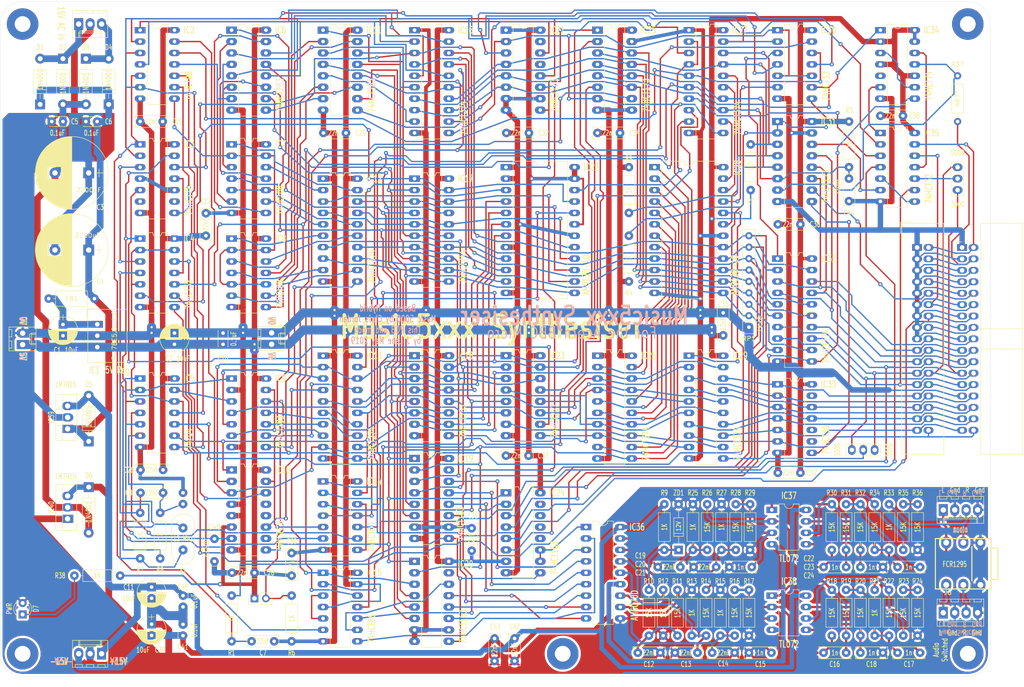
<source format=kicad_pcb>
(kicad_pcb (version 20171130) (host pcbnew 5.1.4-5.1.4)
  (title_block (title "Music 5xxx") (date 2019-07-20) (rev 1) (company "J Lane") (comment 1 "Clone of Hybrid Music 5000/3000 designed by Chris Jordan"))
  (layers (0 F.Cu signal) (31 B.Cu signal) (34 B.Paste user) (35 F.Paste user) (36 B.SilkS user) (37 F.SilkS user) (38 B.Mask user) (39 F.Mask user) (44 Edge.Cuts user))
  (net 0 "")
  (net 1 GND)
  (net 2 "Net-(C1-Pad1)")
  (net 3 +5V)
  (net 4 /-vin)
  (net 5 /+vin)
  (net 6 ~CRST)
  (net 7 "Net-(C8-Pad2)")
  (net 8 "Net-(C8-Pad1)")
  (net 9 +15V)
  (net 10 "Net-(C12-Pad2)")
  (net 11 L-)
  (net 12 L+)
  (net 13 "Net-(C15-Pad1)")
  (net 14 "Net-(C16-Pad2)")
  (net 15 "Net-(C16-Pad1)")
  (net 16 "Net-(C17-Pad2)")
  (net 17 "Net-(C17-Pad1)")
  (net 18 "Net-(C18-Pad2)")
  (net 19 R-)
  (net 20 R+)
  (net 21 "Net-(C21-Pad1)")
  (net 22 "Net-(C22-Pad2)")
  (net 23 "Net-(C22-Pad1)")
  (net 24 "Net-(C23-Pad2)")
  (net 25 "Net-(C23-Pad1)")
  (net 26 "Net-(C24-Pad2)")
  (net 27 -15V)
  (net 28 /AC1)
  (net 29 addr2)
  (net 30 "Net-(IC2-Pad6)")
  (net 31 C4D)
  (net 32 "Net-(IC2-Pad11)")
  (net 33 ~WR)
  (net 34 ~ADDR0)
  (net 35 "Net-(IC2-Pad3)")
  (net 36 "Net-(IC2-Pad9)")
  (net 37 "Net-(IC2-Pad2)")
  (net 38 "Net-(IC2-Pad8)")
  (net 39 "Net-(IC2-Pad1)")
  (net 40 ~S7)
  (net 41 data0)
  (net 42 INDEX)
  (net 43 "Net-(IC3-Pad11)")
  (net 44 "Net-(IC3-Pad3)")
  (net 45 Ø1)
  (net 46 "Net-(IC17-Pad1)")
  (net 47 ~S1)
  (net 48 "Net-(IC14-Pad6)")
  (net 49 ~S0)
  (net 50 ~GATE)
  (net 51 "Net-(IC19-Pad9)")
  (net 52 "Net-(IC5-Pad13)")
  (net 53 "Net-(IC5-Pad5)")
  (net 54 "Net-(IC14-Pad9)")
  (net 55 "Net-(IC28-Pad20)")
  (net 56 addr0)
  (net 57 "Net-(IC5-Pad2)")
  (net 58 "/Clock and DAC/sn2")
  (net 59 "/Clock and DAC/sm2")
  (net 60 "/Clock and DAC/sn0")
  (net 61 sum2)
  (net 62 "/Clock and DAC/sm0")
  (net 63 "/Clock and DAC/sm3")
  (net 64 sum0)
  (net 65 "/Clock and DAC/sn3")
  (net 66 "/Clock and DAC/sm1")
  (net 67 sum3)
  (net 68 "/Clock and DAC/sn1")
  (net 69 "Net-(IC11-Pad7)")
  (net 70 sum1)
  (net 71 "Net-(IC12-Pad2)")
  (net 72 "Net-(IC12-Pad16)")
  (net 73 "Net-(IC12-Pad5)")
  (net 74 "Net-(IC12-Pad19)")
  (net 75 "/Clock and DAC/sn4")
  (net 76 "Net-(IC12-Pad15)")
  (net 77 "/Clock and DAC/sn6")
  (net 78 "Net-(IC12-Pad9)")
  (net 79 "/Clock and DAC/sn5")
  (net 80 "Net-(IC12-Pad12)")
  (net 81 "/Clock and DAC/sn7")
  (net 82 "Net-(IC12-Pad6)")
  (net 83 "/Clock and DAC/i3")
  (net 84 "Net-(IC9-Pad12)")
  (net 85 "/Clock and DAC/i0")
  (net 86 "/Clock and DAC/i4")
  (net 87 "/Clock and DAC/i5")
  (net 88 "/Clock and DAC/i2")
  (net 89 "/Clock and DAC/i6")
  (net 90 "/Clock and DAC/i1")
  (net 91 ~S4)
  (net 92 addr1)
  (net 93 ~S6)
  (net 94 "/Clock and DAC/sp2")
  (net 95 sum6)
  (net 96 "/Clock and DAC/sp0")
  (net 97 SIGN)
  (net 98 sum4)
  (net 99 "/Clock and DAC/sp1")
  (net 100 sum7)
  (net 101 CY4)
  (net 102 sum5)
  (net 103 "/Clock and DAC/mm0")
  (net 104 "/Clock and DAC/mm4")
  (net 105 "/Clock and DAC/mm1")
  (net 106 "/Clock and DAC/mm5")
  (net 107 "/Clock and DAC/mm6")
  (net 108 "/Clock and DAC/mm2")
  (net 109 "/Clock and DAC/mm7")
  (net 110 "/Clock and DAC/mm3")
  (net 111 PA1)
  (net 112 addr5)
  (net 113 addr4)
  (net 114 addr6)
  (net 115 addr3)
  (net 116 ~SX)
  (net 117 "Net-(IC14-Pad11)")
  (net 118 "Net-(IC14-Pad10)")
  (net 119 "Net-(IC14-Pad3)")
  (net 120 "/1 MHz Bus/d4")
  (net 121 "/1 MHz Bus/d5")
  (net 122 ~PROG)
  (net 123 "Net-(IC15-Pad3)")
  (net 124 PROG)
  (net 125 INVERT)
  (net 126 "Net-(IC15-Pad9)")
  (net 127 "Net-(IC15-Pad8)")
  (net 128 data5)
  (net 129 data4)
  (net 130 data3)
  (net 131 data6)
  (net 132 data7)
  (net 133 data2)
  (net 134 data1)
  (net 135 "/1 MHz Bus/b0")
  (net 136 "/1 MHz Bus/b2")
  (net 137 "/1 MHz Bus/b1")
  (net 138 "/1 MHz Bus/b3")
  (net 139 "Net-(IC19-Pad14)")
  (net 140 "Net-(IC19-Pad13)")
  (net 141 "Net-(IC19-Pad12)")
  (net 142 "Net-(IC19-Pad11)")
  (net 143 "Net-(IC20-Pad13)")
  (net 144 "Net-(IC20-Pad12)")
  (net 145 "Net-(IC20-Pad11)")
  (net 146 "Net-(IC21-Pad3)")
  (net 147 PA2)
  (net 148 "/1 MHz Bus/b6")
  (net 149 "/1 MHz Bus/b5")
  (net 150 "/1 MHz Bus/b4")
  (net 151 "Net-(IC23-Pad11)")
  (net 152 "/1 MHz Bus/b7")
  (net 153 "Net-(IC24-Pad10)")
  (net 154 "/1 MHz Bus/b8")
  (net 155 "/1 MHz Bus/b9")
  (net 156 "/1 MHz Bus/b10")
  (net 157 "/1 MHz Bus/b0'")
  (net 158 "/1 MHz Bus/b7'")
  (net 159 "/1 MHz Bus/b2'")
  (net 160 "/1 MHz Bus/b5'")
  (net 161 "/1 MHz Bus/b4'")
  (net 162 "/1 MHz Bus/b3'")
  (net 163 "/1 MHz Bus/b6'")
  (net 164 "/1 MHz Bus/b1'")
  (net 165 ~WRG)
  (net 166 ~REQ)
  (net 167 "/1 MHz Bus/a2")
  (net 168 "Net-(IC27-Pad16)")
  (net 169 "Net-(IC27-Pad15)")
  (net 170 "Net-(IC27-Pad12)")
  (net 171 "Net-(IC28-Pad21)")
  (net 172 "/1 MHz Bus/a0")
  (net 173 "/1 MHz Bus/a7")
  (net 174 "/1 MHz Bus/a5")
  (net 175 "/1 MHz Bus/a4")
  (net 176 "/1 MHz Bus/a3")
  (net 177 "/1 MHz Bus/a6")
  (net 178 "/1 MHz Bus/a1")
  (net 179 SEL)
  (net 180 "Net-(IC29-Pad1)")
  (net 181 "Net-(IC30-Pad3)")
  (net 182 E)
  (net 183 "Net-(IC31-Pad14)")
  (net 184 "/1 MHz Bus/d3")
  (net 185 "/1 MHz Bus/d2")
  (net 186 "/1 MHz Bus/d1")
  (net 187 "/1 MHz Bus/~PGFC")
  (net 188 "Net-(IC31-Pad9)")
  (net 189 "/1 MHz Bus/d0")
  (net 190 "/1 MHz Bus/d7")
  (net 191 "/1 MHz Bus/d6")
  (net 192 "Net-(IC34-Pad6)")
  (net 193 "Net-(IC34-Pad12)")
  (net 194 "Net-(IC34-Pad3)")
  (net 195 "/1 MHz Bus/R~W")
  (net 196 "/1 MHz Bus/~PGFD")
  (net 197 "Net-(IC35-Pad5)")
  (net 198 "Net-(IC36-Pad12)")
  (net 199 "Net-(IC36-Pad11)")
  (net 200 "Net-(IC37-Pad6)")
  (net 201 "Net-(IC38-Pad6)")
  (net 202 /LEFT)
  (net 203 /RIGHT)
  (net 204 "/1 MHz Bus/~RST")
  (net 205 "Net-(R10-Pad2)")
  (net 206 "Net-(R23-Pad1)")
  (net 207 "Net-(R35-Pad1)")
  (net 208 "/1 MHz Bus/AUDIO")
  (net 209 "/1 MHz Bus/~IRQ")
  (net 210 "/1 MHz Bus/~NMI")
  (net 211 "Net-(IC14-Pad1)")
  (net 212 "Net-(IC35-Pad10)")
  (net 213 "/1 MHz Bus/1MHZE")
  (net 214 "Net-(D7-Pad2)")
  (net 215 /AC2)
  (net 216 /R-SW)
  (net 217 /L-SW)
  (net 218 "Net-(IC3-Pad6)")
  (net 219 "Net-(IC3-Pad9)")
  (net 220 "Net-(IC10-Pad13)")
  (net 221 "Net-(IC10-Pad12)")
  (net 222 "Net-(IC10-Pad10)")
  (net 223 "Net-(IC19-Pad15)")
  (net 224 "Net-(IC20-Pad15)")
  (net 225 "Net-(IC21-Pad15)")
  (net 226 "Net-(IC21-Pad13)")
  (net 227 "Net-(IC24-Pad15)")
  (net 228 "Net-(IC24-Pad14)")
  (net 229 "Net-(IC24-Pad13)")
  (net 230 "Net-(IC24-Pad12)")
  (net 231 "Net-(IC34-Pad5)")
  (module Connectors_Molex:Molex_KK-6410-04_04x2.54mm_Straight (layer F.Cu) (at 209.55 135.89)
    (fp_text reference J6 (at 1 -4.5) (layer F.SilkS))
    (fp_text value AudioSwicthed)
    (pad 4 thru_hole oval (at 7.62 0) (size 2 2.6) (drill 1.2) (layers *.Cu *.Mask) (net 1 GND))
    (pad 3 thru_hole oval (at 5.08 0) (size 2 2.6) (drill 1.2) (layers *.Cu *.Mask) (net 216 /R-SW))
    (pad 2 thru_hole oval (at 2.54 0) (size 2 2.6) (drill 1.2) (layers *.Cu *.Mask) (net 1 GND))
    (pad 1 thru_hole rect (at 0 0) (size 2 2.6) (drill 1.2) (layers *.Cu *.Mask) (net 217 /L-SW))
  )
  (module musix5xxx-custom:DIP-24_W15.24mm_LongPads (layer F.Cu) (at 145.415 36.83)
    (fp_text reference IC28 (at 18.415 1.905 90) (layer F.SilkS) (effects (font (size 1.5 1) (thickness 0.2)) (justify left)))
    (fp_text value AM9128-10 (at 17.78 28.575 90) (layer F.SilkS) (effects (font (size 1.5 1) (thickness 0.2)) (justify left)))
    (pad 1 thru_hole rect (at 0 0) (size 2.4 1.4) (drill 0.8) (layers *.Cu *.Mask) (net 158 "/1 MHz Bus/b7'"))
    (pad 13 thru_hole oval (at 15.24 27.94) (size 2.4 1.4) (drill 0.8) (layers *.Cu *.Mask) (net 132 data7))
    (pad 2 thru_hole oval (at 0 2.54) (size 2.4 1.4) (drill 0.8) (layers *.Cu *.Mask) (net 163 "/1 MHz Bus/b6'"))
    (pad 14 thru_hole oval (at 15.24 25.4) (size 2.4 1.4) (drill 0.8) (layers *.Cu *.Mask) (net 128 data5))
    (pad 3 thru_hole oval (at 0 5.08) (size 2.4 1.4) (drill 0.8) (layers *.Cu *.Mask) (net 160 "/1 MHz Bus/b5'"))
    (pad 15 thru_hole oval (at 15.24 22.86) (size 2.4 1.4) (drill 0.8) (layers *.Cu *.Mask) (net 130 data3))
    (pad 4 thru_hole oval (at 0 7.62) (size 2.4 1.4) (drill 0.8) (layers *.Cu *.Mask) (net 161 "/1 MHz Bus/b4'"))
    (pad 16 thru_hole oval (at 15.24 20.32) (size 2.4 1.4) (drill 0.8) (layers *.Cu *.Mask) (net 134 data1))
    (pad 5 thru_hole oval (at 0 10.16) (size 2.4 1.4) (drill 0.8) (layers *.Cu *.Mask) (net 162 "/1 MHz Bus/b3'"))
    (pad 17 thru_hole oval (at 15.24 17.78) (size 2.4 1.4) (drill 0.8) (layers *.Cu *.Mask) (net 41 data0))
    (pad 6 thru_hole oval (at 0 12.7) (size 2.4 1.4) (drill 0.8) (layers *.Cu *.Mask) (net 159 "/1 MHz Bus/b2'"))
    (pad 18 thru_hole oval (at 15.24 15.24) (size 2.4 1.4) (drill 0.8) (layers *.Cu *.Mask) (net 1 GND))
    (pad 7 thru_hole oval (at 0 15.24) (size 2.4 1.4) (drill 0.8) (layers *.Cu *.Mask) (net 164 "/1 MHz Bus/b1'"))
    (pad 19 thru_hole oval (at 15.24 12.7) (size 2.4 1.4) (drill 0.8) (layers *.Cu *.Mask) (net 168 "Net-(IC27-Pad16)"))
    (pad 8 thru_hole oval (at 0 17.78) (size 2.4 1.4) (drill 0.8) (layers *.Cu *.Mask) (net 157 "/1 MHz Bus/b0'"))
    (pad 20 thru_hole oval (at 15.24 10.16) (size 2.4 1.4) (drill 0.8) (layers *.Cu *.Mask) (net 55 "Net-(IC28-Pad20)"))
    (pad 9 thru_hole oval (at 0 20.32) (size 2.4 1.4) (drill 0.8) (layers *.Cu *.Mask) (net 133 data2))
    (pad 21 thru_hole oval (at 15.24 7.62) (size 2.4 1.4) (drill 0.8) (layers *.Cu *.Mask) (net 171 "Net-(IC28-Pad21)"))
    (pad 10 thru_hole oval (at 0 22.86) (size 2.4 1.4) (drill 0.8) (layers *.Cu *.Mask) (net 129 data4))
    (pad 22 thru_hole oval (at 15.24 5.08) (size 2.4 1.4) (drill 0.8) (layers *.Cu *.Mask) (net 169 "Net-(IC27-Pad15)"))
    (pad 11 thru_hole oval (at 0 25.4) (size 2.4 1.4) (drill 0.8) (layers *.Cu *.Mask) (net 131 data6))
    (pad 23 thru_hole oval (at 15.24 2.54) (size 2.4 1.4) (drill 0.8) (layers *.Cu *.Mask) (net 170 "Net-(IC27-Pad12)"))
    (pad 12 thru_hole oval (at 0 27.94) (size 2.4 1.4) (drill 0.8) (layers *.Cu *.Mask) (net 1 GND))
    (pad 24 thru_hole oval (at 15.24 0) (size 2.4 1.4) (drill 0.8) (layers *.Cu *.Mask) (net 3 +5V))
  )
  (module musix5xxx-custom:DIP-24_W15.24mm_LongPads (layer F.Cu) (at 112.395 36.83)
    (fp_text reference IC22 (at 17.145 0) (layer F.SilkS) (effects (font (size 1.5 1) (thickness 0.2)) (justify left)))
    (fp_text value AM9128-10 (at 17.78 28.575 90) (layer F.SilkS) (effects (font (size 1.5 1) (thickness 0.2)) (justify left)))
    (pad 1 thru_hole rect (at 0 0) (size 2.4 1.4) (drill 0.8) (layers *.Cu *.Mask) (net 1 GND))
    (pad 13 thru_hole oval (at 15.24 27.94) (size 2.4 1.4) (drill 0.8) (layers *.Cu *.Mask) (net 104 "/Clock and DAC/mm4"))
    (pad 2 thru_hole oval (at 0 2.54) (size 2.4 1.4) (drill 0.8) (layers *.Cu *.Mask) (net 1 GND))
    (pad 14 thru_hole oval (at 15.24 25.4) (size 2.4 1.4) (drill 0.8) (layers *.Cu *.Mask) (net 110 "/Clock and DAC/mm3"))
    (pad 3 thru_hole oval (at 0 5.08) (size 2.4 1.4) (drill 0.8) (layers *.Cu *.Mask) (net 111 PA1))
    (pad 15 thru_hole oval (at 15.24 22.86) (size 2.4 1.4) (drill 0.8) (layers *.Cu *.Mask) (net 103 "/Clock and DAC/mm0"))
    (pad 4 thru_hole oval (at 0 7.62) (size 2.4 1.4) (drill 0.8) (layers *.Cu *.Mask) (net 114 addr6))
    (pad 16 thru_hole oval (at 15.24 20.32) (size 2.4 1.4) (drill 0.8) (layers *.Cu *.Mask) (net 105 "/Clock and DAC/mm1"))
    (pad 5 thru_hole oval (at 0 10.16) (size 2.4 1.4) (drill 0.8) (layers *.Cu *.Mask) (net 112 addr5))
    (pad 17 thru_hole oval (at 15.24 17.78) (size 2.4 1.4) (drill 0.8) (layers *.Cu *.Mask) (net 108 "/Clock and DAC/mm2"))
    (pad 6 thru_hole oval (at 0 12.7) (size 2.4 1.4) (drill 0.8) (layers *.Cu *.Mask) (net 113 addr4))
    (pad 18 thru_hole oval (at 15.24 15.24) (size 2.4 1.4) (drill 0.8) (layers *.Cu *.Mask) (net 1 GND))
    (pad 7 thru_hole oval (at 0 15.24) (size 2.4 1.4) (drill 0.8) (layers *.Cu *.Mask) (net 115 addr3))
    (pad 19 thru_hole oval (at 15.24 12.7) (size 2.4 1.4) (drill 0.8) (layers *.Cu *.Mask) (net 3 +5V))
    (pad 8 thru_hole oval (at 0 17.78) (size 2.4 1.4) (drill 0.8) (layers *.Cu *.Mask) (net 1 GND))
    (pad 20 thru_hole oval (at 15.24 10.16) (size 2.4 1.4) (drill 0.8) (layers *.Cu *.Mask) (net 117 "Net-(IC14-Pad11)"))
    (pad 9 thru_hole oval (at 0 20.32) (size 2.4 1.4) (drill 0.8) (layers *.Cu *.Mask) (net 106 "/Clock and DAC/mm5"))
    (pad 21 thru_hole oval (at 15.24 7.62) (size 2.4 1.4) (drill 0.8) (layers *.Cu *.Mask) (net 46 "Net-(IC17-Pad1)"))
    (pad 10 thru_hole oval (at 0 22.86) (size 2.4 1.4) (drill 0.8) (layers *.Cu *.Mask) (net 107 "/Clock and DAC/mm6"))
    (pad 22 thru_hole oval (at 15.24 5.08) (size 2.4 1.4) (drill 0.8) (layers *.Cu *.Mask) (net 147 PA2))
    (pad 11 thru_hole oval (at 0 25.4) (size 2.4 1.4) (drill 0.8) (layers *.Cu *.Mask) (net 109 "/Clock and DAC/mm7"))
    (pad 23 thru_hole oval (at 15.24 2.54) (size 2.4 1.4) (drill 0.8) (layers *.Cu *.Mask) (net 3 +5V))
    (pad 12 thru_hole oval (at 0 27.94) (size 2.4 1.4) (drill 0.8) (layers *.Cu *.Mask) (net 1 GND))
    (pad 24 thru_hole oval (at 15.24 0) (size 2.4 1.4) (drill 0.8) (layers *.Cu *.Mask) (net 3 +5V))
  )
  (module musix5xxx-custom:DIP-8_W7.62mm_LongPads (layer F.Cu) (at 171.45 113.03)
    (fp_text reference IC37 (at 3.81 -3.175) (layer F.SilkS) (effects (font (size 1.5 1) (thickness 0.2))))
    (fp_text value TL072 (at 3.81 10.795 180) (layer F.SilkS) (effects (font (size 1.5 1) (thickness 0.2))))
    (pad 1 thru_hole rect (at 0 0) (size 2.4 1.4) (drill 0.8) (layers *.Cu *.Mask) (net 23 "Net-(C22-Pad1)"))
    (pad 5 thru_hole oval (at 7.62 7.62) (size 2.4 1.4) (drill 0.8) (layers *.Cu *.Mask) (net 26 "Net-(C24-Pad2)"))
    (pad 2 thru_hole oval (at 0 2.54) (size 2.4 1.4) (drill 0.8) (layers *.Cu *.Mask) (net 22 "Net-(C22-Pad2)"))
    (pad 6 thru_hole oval (at 7.62 5.08) (size 2.4 1.4) (drill 0.8) (layers *.Cu *.Mask) (net 200 "Net-(IC37-Pad6)"))
    (pad 3 thru_hole oval (at 0 5.08) (size 2.4 1.4) (drill 0.8) (layers *.Cu *.Mask) (net 21 "Net-(C21-Pad1)"))
    (pad 7 thru_hole oval (at 7.62 2.54) (size 2.4 1.4) (drill 0.8) (layers *.Cu *.Mask) (net 24 "Net-(C23-Pad2)"))
    (pad 4 thru_hole oval (at 0 7.62) (size 2.4 1.4) (drill 0.8) (layers *.Cu *.Mask) (net 27 -15V))
    (pad 8 thru_hole oval (at 7.62 0) (size 2.4 1.4) (drill 0.8) (layers *.Cu *.Mask) (net 9 +15V))
  )
  (module musix5xxx-custom:DIP-8_W7.62mm_LongPads (layer F.Cu) (at 171.45 132.08)
    (fp_text reference IC38 (at 3.81 -3.175) (layer F.SilkS) (effects (font (size 1.5 1) (thickness 0.2))))
    (fp_text value TL072 (at 3.81 10.795 180) (layer F.SilkS) (effects (font (size 1.5 1) (thickness 0.2))))
    (pad 1 thru_hole rect (at 0 0) (size 2.4 1.4) (drill 0.8) (layers *.Cu *.Mask) (net 15 "Net-(C16-Pad1)"))
    (pad 5 thru_hole oval (at 7.62 7.62) (size 2.4 1.4) (drill 0.8) (layers *.Cu *.Mask) (net 18 "Net-(C18-Pad2)"))
    (pad 2 thru_hole oval (at 0 2.54) (size 2.4 1.4) (drill 0.8) (layers *.Cu *.Mask) (net 14 "Net-(C16-Pad2)"))
    (pad 6 thru_hole oval (at 7.62 5.08) (size 2.4 1.4) (drill 0.8) (layers *.Cu *.Mask) (net 201 "Net-(IC38-Pad6)"))
    (pad 3 thru_hole oval (at 0 5.08) (size 2.4 1.4) (drill 0.8) (layers *.Cu *.Mask) (net 13 "Net-(C15-Pad1)"))
    (pad 7 thru_hole oval (at 7.62 2.54) (size 2.4 1.4) (drill 0.8) (layers *.Cu *.Mask) (net 16 "Net-(C17-Pad2)"))
    (pad 4 thru_hole oval (at 0 7.62) (size 2.4 1.4) (drill 0.8) (layers *.Cu *.Mask) (net 27 -15V))
    (pad 8 thru_hole oval (at 7.62 0) (size 2.4 1.4) (drill 0.8) (layers *.Cu *.Mask) (net 9 +15V))
  )
  (module musix5xxx-custom:DIP-18_W7.62mm_LongPads (layer F.Cu) (at 130.175 116.84)
    (fp_text reference IC36 (at 9.525 0) (layer F.SilkS) (effects (font (size 1.5 1) (thickness 0.2)) (justify left)))
    (fp_text value AM6070D (at 10.795 20.955 90) (layer F.SilkS) (effects (font (size 1.5 1) (thickness 0.2)) (justify left)))
    (pad 18 thru_hole oval (at 7.62 0) (size 2.4 1.4) (drill 0.8) (layers *.Cu *.Mask) (net 9 +15V))
    (pad 9 thru_hole oval (at 0 20.32) (size 2.4 1.4) (drill 0.8) (layers *.Cu *.Mask) (net 143 "Net-(IC20-Pad13)"))
    (pad 17 thru_hole oval (at 7.62 2.54) (size 2.4 1.4) (drill 0.8) (layers *.Cu *.Mask) (net 19 R-))
    (pad 8 thru_hole oval (at 0 17.78) (size 2.4 1.4) (drill 0.8) (layers *.Cu *.Mask) (net 144 "Net-(IC20-Pad12)"))
    (pad 16 thru_hole oval (at 7.62 5.08) (size 2.4 1.4) (drill 0.8) (layers *.Cu *.Mask) (net 20 R+))
    (pad 7 thru_hole oval (at 0 15.24) (size 2.4 1.4) (drill 0.8) (layers *.Cu *.Mask) (net 145 "Net-(IC20-Pad11)"))
    (pad 15 thru_hole oval (at 7.62 7.62) (size 2.4 1.4) (drill 0.8) (layers *.Cu *.Mask) (net 11 L-))
    (pad 6 thru_hole oval (at 0 12.7) (size 2.4 1.4) (drill 0.8) (layers *.Cu *.Mask) (net 142 "Net-(IC19-Pad11)"))
    (pad 14 thru_hole oval (at 7.62 10.16) (size 2.4 1.4) (drill 0.8) (layers *.Cu *.Mask) (net 12 L+))
    (pad 5 thru_hole oval (at 0 10.16) (size 2.4 1.4) (drill 0.8) (layers *.Cu *.Mask) (net 141 "Net-(IC19-Pad12)"))
    (pad 13 thru_hole oval (at 7.62 12.7) (size 2.4 1.4) (drill 0.8) (layers *.Cu *.Mask) (net 27 -15V))
    (pad 4 thru_hole oval (at 0 7.62) (size 2.4 1.4) (drill 0.8) (layers *.Cu *.Mask) (net 140 "Net-(IC19-Pad13)"))
    (pad 12 thru_hole oval (at 7.62 15.24) (size 2.4 1.4) (drill 0.8) (layers *.Cu *.Mask) (net 198 "Net-(IC36-Pad12)"))
    (pad 3 thru_hole oval (at 0 5.08) (size 2.4 1.4) (drill 0.8) (layers *.Cu *.Mask) (net 139 "Net-(IC19-Pad14)"))
    (pad 11 thru_hole oval (at 7.62 17.78) (size 2.4 1.4) (drill 0.8) (layers *.Cu *.Mask) (net 199 "Net-(IC36-Pad11)"))
    (pad 2 thru_hole oval (at 0 2.54) (size 2.4 1.4) (drill 0.8) (layers *.Cu *.Mask) (net 127 "Net-(IC15-Pad8)"))
    (pad 10 thru_hole oval (at 7.62 20.32) (size 2.4 1.4) (drill 0.8) (layers *.Cu *.Mask) (net 1 GND))
    (pad 1 thru_hole rect (at 0 0) (size 2.4 1.4) (drill 0.8) (layers *.Cu *.Mask) (net 153 "Net-(IC24-Pad10)"))
  )
  (module musix5xxx-custom:DIP-20_W7.62mm_LongPads (layer F.Cu) (at 132.715 78.74)
    (fp_text reference IC26 (at 9.525 0) (layer F.SilkS) (effects (font (size 1.5 1) (thickness 0.2)) (justify left)))
    (fp_text value 74HCT374 (at 10.795 23.495 90) (layer F.SilkS) (effects (font (size 1.5 1) (thickness 0.2)) (justify left)))
    (pad 1 thru_hole rect (at 0 0) (size 2.4 1.4) (drill 0.8) (layers *.Cu *.Mask) (net 1 GND))
    (pad 11 thru_hole oval (at 7.62 22.86) (size 2.4 1.4) (drill 0.8) (layers *.Cu *.Mask) (net 45 Ø1))
    (pad 2 thru_hole oval (at 0 2.54) (size 2.4 1.4) (drill 0.8) (layers *.Cu *.Mask) (net 164 "/1 MHz Bus/b1'"))
    (pad 12 thru_hole oval (at 7.62 20.32) (size 2.4 1.4) (drill 0.8) (layers *.Cu *.Mask) (net 163 "/1 MHz Bus/b6'"))
    (pad 3 thru_hole oval (at 0 5.08) (size 2.4 1.4) (drill 0.8) (layers *.Cu *.Mask) (net 137 "/1 MHz Bus/b1"))
    (pad 13 thru_hole oval (at 7.62 17.78) (size 2.4 1.4) (drill 0.8) (layers *.Cu *.Mask) (net 148 "/1 MHz Bus/b6"))
    (pad 4 thru_hole oval (at 0 7.62) (size 2.4 1.4) (drill 0.8) (layers *.Cu *.Mask) (net 138 "/1 MHz Bus/b3"))
    (pad 14 thru_hole oval (at 7.62 15.24) (size 2.4 1.4) (drill 0.8) (layers *.Cu *.Mask) (net 150 "/1 MHz Bus/b4"))
    (pad 5 thru_hole oval (at 0 10.16) (size 2.4 1.4) (drill 0.8) (layers *.Cu *.Mask) (net 162 "/1 MHz Bus/b3'"))
    (pad 15 thru_hole oval (at 7.62 12.7) (size 2.4 1.4) (drill 0.8) (layers *.Cu *.Mask) (net 161 "/1 MHz Bus/b4'"))
    (pad 6 thru_hole oval (at 0 12.7) (size 2.4 1.4) (drill 0.8) (layers *.Cu *.Mask) (net 160 "/1 MHz Bus/b5'"))
    (pad 16 thru_hole oval (at 7.62 10.16) (size 2.4 1.4) (drill 0.8) (layers *.Cu *.Mask) (net 159 "/1 MHz Bus/b2'"))
    (pad 7 thru_hole oval (at 0 15.24) (size 2.4 1.4) (drill 0.8) (layers *.Cu *.Mask) (net 149 "/1 MHz Bus/b5"))
    (pad 17 thru_hole oval (at 7.62 7.62) (size 2.4 1.4) (drill 0.8) (layers *.Cu *.Mask) (net 136 "/1 MHz Bus/b2"))
    (pad 8 thru_hole oval (at 0 17.78) (size 2.4 1.4) (drill 0.8) (layers *.Cu *.Mask) (net 152 "/1 MHz Bus/b7"))
    (pad 18 thru_hole oval (at 7.62 5.08) (size 2.4 1.4) (drill 0.8) (layers *.Cu *.Mask) (net 135 "/1 MHz Bus/b0"))
    (pad 9 thru_hole oval (at 0 20.32) (size 2.4 1.4) (drill 0.8) (layers *.Cu *.Mask) (net 158 "/1 MHz Bus/b7'"))
    (pad 19 thru_hole oval (at 7.62 2.54) (size 2.4 1.4) (drill 0.8) (layers *.Cu *.Mask) (net 157 "/1 MHz Bus/b0'"))
    (pad 10 thru_hole oval (at 0 22.86) (size 2.4 1.4) (drill 0.8) (layers *.Cu *.Mask) (net 1 GND))
    (pad 20 thru_hole oval (at 7.62 0) (size 2.4 1.4) (drill 0.8) (layers *.Cu *.Mask) (net 3 +5V))
  )
  (module musix5xxx-custom:DIP-20_W7.62mm_LongPads (layer F.Cu) (at 92.075 39.37)
    (fp_text reference IC17 (at 9.525 0) (layer F.SilkS) (effects (font (size 1.5 1) (thickness 0.2)) (justify left)))
    (fp_text value 74HCT244 (at 10.795 23.495 90) (layer F.SilkS) (effects (font (size 1.5 1) (thickness 0.2)) (justify left)))
    (pad 1 thru_hole rect (at 0 0) (size 2.4 1.4) (drill 0.8) (layers *.Cu *.Mask) (net 46 "Net-(IC17-Pad1)"))
    (pad 11 thru_hole oval (at 7.62 22.86) (size 2.4 1.4) (drill 0.8) (layers *.Cu *.Mask) (net 98 sum4))
    (pad 2 thru_hole oval (at 0 2.54) (size 2.4 1.4) (drill 0.8) (layers *.Cu *.Mask) (net 67 sum3))
    (pad 12 thru_hole oval (at 7.62 20.32) (size 2.4 1.4) (drill 0.8) (layers *.Cu *.Mask) (net 109 "/Clock and DAC/mm7"))
    (pad 3 thru_hole oval (at 0 5.08) (size 2.4 1.4) (drill 0.8) (layers *.Cu *.Mask) (net 103 "/Clock and DAC/mm0"))
    (pad 13 thru_hole oval (at 7.62 17.78) (size 2.4 1.4) (drill 0.8) (layers *.Cu *.Mask) (net 95 sum6))
    (pad 4 thru_hole oval (at 0 7.62) (size 2.4 1.4) (drill 0.8) (layers *.Cu *.Mask) (net 70 sum1))
    (pad 14 thru_hole oval (at 7.62 15.24) (size 2.4 1.4) (drill 0.8) (layers *.Cu *.Mask) (net 106 "/Clock and DAC/mm5"))
    (pad 5 thru_hole oval (at 0 10.16) (size 2.4 1.4) (drill 0.8) (layers *.Cu *.Mask) (net 108 "/Clock and DAC/mm2"))
    (pad 15 thru_hole oval (at 7.62 12.7) (size 2.4 1.4) (drill 0.8) (layers *.Cu *.Mask) (net 61 sum2))
    (pad 6 thru_hole oval (at 0 12.7) (size 2.4 1.4) (drill 0.8) (layers *.Cu *.Mask) (net 102 sum5))
    (pad 16 thru_hole oval (at 7.62 10.16) (size 2.4 1.4) (drill 0.8) (layers *.Cu *.Mask) (net 105 "/Clock and DAC/mm1"))
    (pad 7 thru_hole oval (at 0 15.24) (size 2.4 1.4) (drill 0.8) (layers *.Cu *.Mask) (net 107 "/Clock and DAC/mm6"))
    (pad 17 thru_hole oval (at 7.62 7.62) (size 2.4 1.4) (drill 0.8) (layers *.Cu *.Mask) (net 64 sum0))
    (pad 8 thru_hole oval (at 0 17.78) (size 2.4 1.4) (drill 0.8) (layers *.Cu *.Mask) (net 100 sum7))
    (pad 18 thru_hole oval (at 7.62 5.08) (size 2.4 1.4) (drill 0.8) (layers *.Cu *.Mask) (net 110 "/Clock and DAC/mm3"))
    (pad 9 thru_hole oval (at 0 20.32) (size 2.4 1.4) (drill 0.8) (layers *.Cu *.Mask) (net 104 "/Clock and DAC/mm4"))
    (pad 19 thru_hole oval (at 7.62 2.54) (size 2.4 1.4) (drill 0.8) (layers *.Cu *.Mask) (net 46 "Net-(IC17-Pad1)"))
    (pad 10 thru_hole oval (at 0 22.86) (size 2.4 1.4) (drill 0.8) (layers *.Cu *.Mask) (net 1 GND))
    (pad 20 thru_hole oval (at 7.62 0) (size 2.4 1.4) (drill 0.8) (layers *.Cu *.Mask) (net 3 +5V))
  )
  (module musix5xxx-custom:DIP-20_W7.62mm_LongPads (layer F.Cu) (at 172.72 57.15)
    (fp_text reference IC32 (at 9.525 0) (layer F.SilkS) (effects (font (size 1.5 1) (thickness 0.2)) (justify left)))
    (fp_text value 74HCT374 (at 10.795 23.495 90) (layer F.SilkS) (effects (font (size 1.5 1) (thickness 0.2)) (justify left)))
    (pad 1 thru_hole rect (at 0 0) (size 2.4 1.4) (drill 0.8) (layers *.Cu *.Mask) (net 181 "Net-(IC30-Pad3)"))
    (pad 11 thru_hole oval (at 7.62 22.86) (size 2.4 1.4) (drill 0.8) (layers *.Cu *.Mask) (net 179 SEL))
    (pad 2 thru_hole oval (at 0 2.54) (size 2.4 1.4) (drill 0.8) (layers *.Cu *.Mask) (net 134 data1))
    (pad 12 thru_hole oval (at 7.62 20.32) (size 2.4 1.4) (drill 0.8) (layers *.Cu *.Mask) (net 131 data6))
    (pad 3 thru_hole oval (at 0 5.08) (size 2.4 1.4) (drill 0.8) (layers *.Cu *.Mask) (net 186 "/1 MHz Bus/d1"))
    (pad 13 thru_hole oval (at 7.62 17.78) (size 2.4 1.4) (drill 0.8) (layers *.Cu *.Mask) (net 191 "/1 MHz Bus/d6"))
    (pad 4 thru_hole oval (at 0 7.62) (size 2.4 1.4) (drill 0.8) (layers *.Cu *.Mask) (net 184 "/1 MHz Bus/d3"))
    (pad 14 thru_hole oval (at 7.62 15.24) (size 2.4 1.4) (drill 0.8) (layers *.Cu *.Mask) (net 120 "/1 MHz Bus/d4"))
    (pad 5 thru_hole oval (at 0 10.16) (size 2.4 1.4) (drill 0.8) (layers *.Cu *.Mask) (net 130 data3))
    (pad 15 thru_hole oval (at 7.62 12.7) (size 2.4 1.4) (drill 0.8) (layers *.Cu *.Mask) (net 129 data4))
    (pad 6 thru_hole oval (at 0 12.7) (size 2.4 1.4) (drill 0.8) (layers *.Cu *.Mask) (net 128 data5))
    (pad 16 thru_hole oval (at 7.62 10.16) (size 2.4 1.4) (drill 0.8) (layers *.Cu *.Mask) (net 133 data2))
    (pad 7 thru_hole oval (at 0 15.24) (size 2.4 1.4) (drill 0.8) (layers *.Cu *.Mask) (net 121 "/1 MHz Bus/d5"))
    (pad 17 thru_hole oval (at 7.62 7.62) (size 2.4 1.4) (drill 0.8) (layers *.Cu *.Mask) (net 185 "/1 MHz Bus/d2"))
    (pad 8 thru_hole oval (at 0 17.78) (size 2.4 1.4) (drill 0.8) (layers *.Cu *.Mask) (net 190 "/1 MHz Bus/d7"))
    (pad 18 thru_hole oval (at 7.62 5.08) (size 2.4 1.4) (drill 0.8) (layers *.Cu *.Mask) (net 189 "/1 MHz Bus/d0"))
    (pad 9 thru_hole oval (at 0 20.32) (size 2.4 1.4) (drill 0.8) (layers *.Cu *.Mask) (net 132 data7))
    (pad 19 thru_hole oval (at 7.62 2.54) (size 2.4 1.4) (drill 0.8) (layers *.Cu *.Mask) (net 41 data0))
    (pad 10 thru_hole oval (at 0 22.86) (size 2.4 1.4) (drill 0.8) (layers *.Cu *.Mask) (net 1 GND))
    (pad 20 thru_hole oval (at 7.62 0) (size 2.4 1.4) (drill 0.8) (layers *.Cu *.Mask) (net 3 +5V))
  )
  (module musix5xxx-custom:DIP-20_W7.62mm_LongPads (layer F.Cu) (at 153.035 78.74)
    (fp_text reference IC29 (at 9.525 0) (layer F.SilkS) (effects (font (size 1.5 1) (thickness 0.2)) (justify left)))
    (fp_text value 74HCT374 (at 10.795 23.495 90) (layer F.SilkS) (effects (font (size 1.5 1) (thickness 0.2)) (justify left)))
    (pad 1 thru_hole rect (at 0 0) (size 2.4 1.4) (drill 0.8) (layers *.Cu *.Mask) (net 180 "Net-(IC29-Pad1)"))
    (pad 11 thru_hole oval (at 7.62 22.86) (size 2.4 1.4) (drill 0.8) (layers *.Cu *.Mask) (net 179 SEL))
    (pad 2 thru_hole oval (at 0 2.54) (size 2.4 1.4) (drill 0.8) (layers *.Cu *.Mask) (net 137 "/1 MHz Bus/b1"))
    (pad 12 thru_hole oval (at 7.62 20.32) (size 2.4 1.4) (drill 0.8) (layers *.Cu *.Mask) (net 148 "/1 MHz Bus/b6"))
    (pad 3 thru_hole oval (at 0 5.08) (size 2.4 1.4) (drill 0.8) (layers *.Cu *.Mask) (net 178 "/1 MHz Bus/a1"))
    (pad 13 thru_hole oval (at 7.62 17.78) (size 2.4 1.4) (drill 0.8) (layers *.Cu *.Mask) (net 177 "/1 MHz Bus/a6"))
    (pad 4 thru_hole oval (at 0 7.62) (size 2.4 1.4) (drill 0.8) (layers *.Cu *.Mask) (net 176 "/1 MHz Bus/a3"))
    (pad 14 thru_hole oval (at 7.62 15.24) (size 2.4 1.4) (drill 0.8) (layers *.Cu *.Mask) (net 175 "/1 MHz Bus/a4"))
    (pad 5 thru_hole oval (at 0 10.16) (size 2.4 1.4) (drill 0.8) (layers *.Cu *.Mask) (net 138 "/1 MHz Bus/b3"))
    (pad 15 thru_hole oval (at 7.62 12.7) (size 2.4 1.4) (drill 0.8) (layers *.Cu *.Mask) (net 150 "/1 MHz Bus/b4"))
    (pad 6 thru_hole oval (at 0 12.7) (size 2.4 1.4) (drill 0.8) (layers *.Cu *.Mask) (net 149 "/1 MHz Bus/b5"))
    (pad 16 thru_hole oval (at 7.62 10.16) (size 2.4 1.4) (drill 0.8) (layers *.Cu *.Mask) (net 136 "/1 MHz Bus/b2"))
    (pad 7 thru_hole oval (at 0 15.24) (size 2.4 1.4) (drill 0.8) (layers *.Cu *.Mask) (net 174 "/1 MHz Bus/a5"))
    (pad 17 thru_hole oval (at 7.62 7.62) (size 2.4 1.4) (drill 0.8) (layers *.Cu *.Mask) (net 167 "/1 MHz Bus/a2"))
    (pad 8 thru_hole oval (at 0 17.78) (size 2.4 1.4) (drill 0.8) (layers *.Cu *.Mask) (net 173 "/1 MHz Bus/a7"))
    (pad 18 thru_hole oval (at 7.62 5.08) (size 2.4 1.4) (drill 0.8) (layers *.Cu *.Mask) (net 172 "/1 MHz Bus/a0"))
    (pad 9 thru_hole oval (at 0 20.32) (size 2.4 1.4) (drill 0.8) (layers *.Cu *.Mask) (net 152 "/1 MHz Bus/b7"))
    (pad 19 thru_hole oval (at 7.62 2.54) (size 2.4 1.4) (drill 0.8) (layers *.Cu *.Mask) (net 135 "/1 MHz Bus/b0"))
    (pad 10 thru_hole oval (at 0 22.86) (size 2.4 1.4) (drill 0.8) (layers *.Cu *.Mask) (net 1 GND))
    (pad 20 thru_hole oval (at 7.62 0) (size 2.4 1.4) (drill 0.8) (layers *.Cu *.Mask) (net 3 +5V))
  )
  (module musix5xxx-custom:DIP-20_W7.62mm_LongPads (layer F.Cu) (at 153.035 6.35)
    (fp_text reference IC27 (at 9.525 0) (layer F.SilkS) (effects (font (size 1.5 1) (thickness 0.2)) (justify left)))
    (fp_text value 74HCT374 (at 10.795 23.495 90) (layer F.SilkS) (effects (font (size 1.5 1) (thickness 0.2)) (justify left)))
    (pad 1 thru_hole rect (at 0 0) (size 2.4 1.4) (drill 0.8) (layers *.Cu *.Mask) (net 1 GND))
    (pad 11 thru_hole oval (at 7.62 22.86) (size 2.4 1.4) (drill 0.8) (layers *.Cu *.Mask) (net 45 Ø1))
    (pad 2 thru_hole oval (at 0 2.54) (size 2.4 1.4) (drill 0.8) (layers *.Cu *.Mask) (net 118 "Net-(IC14-Pad10)"))
    (pad 12 thru_hole oval (at 7.62 20.32) (size 2.4 1.4) (drill 0.8) (layers *.Cu *.Mask) (net 170 "Net-(IC27-Pad12)"))
    (pad 3 thru_hole oval (at 0 5.08) (size 2.4 1.4) (drill 0.8) (layers *.Cu *.Mask) (net 101 CY4))
    (pad 13 thru_hole oval (at 7.62 17.78) (size 2.4 1.4) (drill 0.8) (layers *.Cu *.Mask) (net 154 "/1 MHz Bus/b8"))
    (pad 4 thru_hole oval (at 0 7.62) (size 2.4 1.4) (drill 0.8) (layers *.Cu *.Mask) (net 118 "Net-(IC14-Pad10)"))
    (pad 14 thru_hole oval (at 7.62 15.24) (size 2.4 1.4) (drill 0.8) (layers *.Cu *.Mask) (net 155 "/1 MHz Bus/b9"))
    (pad 5 thru_hole oval (at 0 10.16) (size 2.4 1.4) (drill 0.8) (layers *.Cu *.Mask) (net 31 C4D))
    (pad 15 thru_hole oval (at 7.62 12.7) (size 2.4 1.4) (drill 0.8) (layers *.Cu *.Mask) (net 169 "Net-(IC27-Pad15)"))
    (pad 6 thru_hole oval (at 0 12.7) (size 2.4 1.4) (drill 0.8) (layers *.Cu *.Mask) (net 122 ~PROG))
    (pad 16 thru_hole oval (at 7.62 10.16) (size 2.4 1.4) (drill 0.8) (layers *.Cu *.Mask) (net 168 "Net-(IC27-Pad16)"))
    (pad 7 thru_hole oval (at 0 15.24) (size 2.4 1.4) (drill 0.8) (layers *.Cu *.Mask) (net 166 ~REQ))
    (pad 17 thru_hole oval (at 7.62 7.62) (size 2.4 1.4) (drill 0.8) (layers *.Cu *.Mask) (net 156 "/1 MHz Bus/b10"))
    (pad 8 thru_hole oval (at 0 17.78) (size 2.4 1.4) (drill 0.8) (layers *.Cu *.Mask) (net 29 addr2))
    (pad 18 thru_hole oval (at 7.62 5.08) (size 2.4 1.4) (drill 0.8) (layers *.Cu *.Mask) (net 165 ~WRG))
    (pad 9 thru_hole oval (at 0 20.32) (size 2.4 1.4) (drill 0.8) (layers *.Cu *.Mask) (net 147 PA2))
    (pad 19 thru_hole oval (at 7.62 2.54) (size 2.4 1.4) (drill 0.8) (layers *.Cu *.Mask) (net 33 ~WR))
    (pad 10 thru_hole oval (at 0 22.86) (size 2.4 1.4) (drill 0.8) (layers *.Cu *.Mask) (net 1 GND))
    (pad 20 thru_hole oval (at 7.62 0) (size 2.4 1.4) (drill 0.8) (layers *.Cu *.Mask) (net 3 +5V))
  )
  (module musix5xxx-custom:DIP-20_W7.62mm_LongPads (layer F.Cu) (at 92.075 6.35)
    (fp_text reference IC16 (at 9.525 0) (layer F.SilkS) (effects (font (size 1.5 1) (thickness 0.2)) (justify left)))
    (fp_text value 74HCT374 (at 10.795 23.495 90) (layer F.SilkS) (effects (font (size 1.5 1) (thickness 0.2)) (justify left)))
    (pad 1 thru_hole rect (at 0 0) (size 2.4 1.4) (drill 0.8) (layers *.Cu *.Mask) (net 1 GND))
    (pad 11 thru_hole oval (at 7.62 22.86) (size 2.4 1.4) (drill 0.8) (layers *.Cu *.Mask) (net 45 Ø1))
    (pad 2 thru_hole oval (at 0 2.54) (size 2.4 1.4) (drill 0.8) (layers *.Cu *.Mask) (net 62 "/Clock and DAC/sm0"))
    (pad 12 thru_hole oval (at 7.62 20.32) (size 2.4 1.4) (drill 0.8) (layers *.Cu *.Mask) (net 99 "/Clock and DAC/sp1"))
    (pad 3 thru_hole oval (at 0 5.08) (size 2.4 1.4) (drill 0.8) (layers *.Cu *.Mask) (net 41 data0))
    (pad 13 thru_hole oval (at 7.62 17.78) (size 2.4 1.4) (drill 0.8) (layers *.Cu *.Mask) (net 128 data5))
    (pad 4 thru_hole oval (at 0 7.62) (size 2.4 1.4) (drill 0.8) (layers *.Cu *.Mask) (net 133 data2))
    (pad 14 thru_hole oval (at 7.62 15.24) (size 2.4 1.4) (drill 0.8) (layers *.Cu *.Mask) (net 132 data7))
    (pad 5 thru_hole oval (at 0 10.16) (size 2.4 1.4) (drill 0.8) (layers *.Cu *.Mask) (net 59 "/Clock and DAC/sm2"))
    (pad 15 thru_hole oval (at 7.62 12.7) (size 2.4 1.4) (drill 0.8) (layers *.Cu *.Mask) (net 97 SIGN))
    (pad 6 thru_hole oval (at 0 12.7) (size 2.4 1.4) (drill 0.8) (layers *.Cu *.Mask) (net 94 "/Clock and DAC/sp2"))
    (pad 16 thru_hole oval (at 7.62 10.16) (size 2.4 1.4) (drill 0.8) (layers *.Cu *.Mask) (net 63 "/Clock and DAC/sm3"))
    (pad 7 thru_hole oval (at 0 15.24) (size 2.4 1.4) (drill 0.8) (layers *.Cu *.Mask) (net 131 data6))
    (pad 17 thru_hole oval (at 7.62 7.62) (size 2.4 1.4) (drill 0.8) (layers *.Cu *.Mask) (net 130 data3))
    (pad 8 thru_hole oval (at 0 17.78) (size 2.4 1.4) (drill 0.8) (layers *.Cu *.Mask) (net 129 data4))
    (pad 18 thru_hole oval (at 7.62 5.08) (size 2.4 1.4) (drill 0.8) (layers *.Cu *.Mask) (net 134 data1))
    (pad 9 thru_hole oval (at 0 20.32) (size 2.4 1.4) (drill 0.8) (layers *.Cu *.Mask) (net 96 "/Clock and DAC/sp0"))
    (pad 19 thru_hole oval (at 7.62 2.54) (size 2.4 1.4) (drill 0.8) (layers *.Cu *.Mask) (net 66 "/Clock and DAC/sm1"))
    (pad 10 thru_hole oval (at 0 22.86) (size 2.4 1.4) (drill 0.8) (layers *.Cu *.Mask) (net 1 GND))
    (pad 20 thru_hole oval (at 7.62 0) (size 2.4 1.4) (drill 0.8) (layers *.Cu *.Mask) (net 3 +5V))
  )
  (module musix5xxx-custom:DIP-20_W7.62mm_LongPads (layer F.Cu) (at 71.755 78.74)
    (fp_text reference IC13 (at 9.525 0) (layer F.SilkS) (effects (font (size 1.5 1) (thickness 0.2)) (justify left)))
    (fp_text value 74HCT374 (at 10.795 23.495 90) (layer F.SilkS) (effects (font (size 1.5 1) (thickness 0.2)) (justify left)))
    (pad 1 thru_hole rect (at 0 0) (size 2.4 1.4) (drill 0.8) (layers *.Cu *.Mask) (net 1 GND))
    (pad 11 thru_hole oval (at 7.62 22.86) (size 2.4 1.4) (drill 0.8) (layers *.Cu *.Mask) (net 45 Ø1))
    (pad 2 thru_hole oval (at 0 2.54) (size 2.4 1.4) (drill 0.8) (layers *.Cu *.Mask) (net 92 addr1))
    (pad 12 thru_hole oval (at 7.62 20.32) (size 2.4 1.4) (drill 0.8) (layers *.Cu *.Mask) (net 115 addr3))
    (pad 3 thru_hole oval (at 0 5.08) (size 2.4 1.4) (drill 0.8) (layers *.Cu *.Mask) (net 85 "/Clock and DAC/i0"))
    (pad 13 thru_hole oval (at 7.62 17.78) (size 2.4 1.4) (drill 0.8) (layers *.Cu *.Mask) (net 86 "/Clock and DAC/i4"))
    (pad 4 thru_hole oval (at 0 7.62) (size 2.4 1.4) (drill 0.8) (layers *.Cu *.Mask) (net 90 "/Clock and DAC/i1"))
    (pad 14 thru_hole oval (at 7.62 15.24) (size 2.4 1.4) (drill 0.8) (layers *.Cu *.Mask) (net 87 "/Clock and DAC/i5"))
    (pad 5 thru_hole oval (at 0 10.16) (size 2.4 1.4) (drill 0.8) (layers *.Cu *.Mask) (net 114 addr6))
    (pad 15 thru_hole oval (at 7.62 12.7) (size 2.4 1.4) (drill 0.8) (layers *.Cu *.Mask) (net 56 addr0))
    (pad 6 thru_hole oval (at 0 12.7) (size 2.4 1.4) (drill 0.8) (layers *.Cu *.Mask) (net 113 addr4))
    (pad 16 thru_hole oval (at 7.62 10.16) (size 2.4 1.4) (drill 0.8) (layers *.Cu *.Mask) (net 112 addr5))
    (pad 7 thru_hole oval (at 0 15.24) (size 2.4 1.4) (drill 0.8) (layers *.Cu *.Mask) (net 88 "/Clock and DAC/i2"))
    (pad 17 thru_hole oval (at 7.62 7.62) (size 2.4 1.4) (drill 0.8) (layers *.Cu *.Mask) (net 89 "/Clock and DAC/i6"))
    (pad 8 thru_hole oval (at 0 17.78) (size 2.4 1.4) (drill 0.8) (layers *.Cu *.Mask) (net 83 "/Clock and DAC/i3"))
    (pad 18 thru_hole oval (at 7.62 5.08) (size 2.4 1.4) (drill 0.8) (layers *.Cu *.Mask) (net 92 addr1))
    (pad 9 thru_hole oval (at 0 20.32) (size 2.4 1.4) (drill 0.8) (layers *.Cu *.Mask) (net 29 addr2))
    (pad 19 thru_hole oval (at 7.62 2.54) (size 2.4 1.4) (drill 0.8) (layers *.Cu *.Mask) (net 111 PA1))
    (pad 10 thru_hole oval (at 0 22.86) (size 2.4 1.4) (drill 0.8) (layers *.Cu *.Mask) (net 1 GND))
    (pad 20 thru_hole oval (at 7.62 0) (size 2.4 1.4) (drill 0.8) (layers *.Cu *.Mask) (net 3 +5V))
  )
  (module musix5xxx-custom:DIP-20_W7.62mm_LongPads (layer F.Cu) (at 71.755 39.37)
    (fp_text reference IC12 (at 9.525 0) (layer F.SilkS) (effects (font (size 1.5 1) (thickness 0.2)) (justify left)))
    (fp_text value 74HCT374 (at 10.795 23.495 90) (layer F.SilkS) (effects (font (size 1.5 1) (thickness 0.2)) (justify left)))
    (pad 1 thru_hole rect (at 0 0) (size 2.4 1.4) (drill 0.8) (layers *.Cu *.Mask) (net 1 GND))
    (pad 11 thru_hole oval (at 7.62 22.86) (size 2.4 1.4) (drill 0.8) (layers *.Cu *.Mask) (net 45 Ø1))
    (pad 2 thru_hole oval (at 0 2.54) (size 2.4 1.4) (drill 0.8) (layers *.Cu *.Mask) (net 71 "Net-(IC12-Pad2)"))
    (pad 12 thru_hole oval (at 7.62 20.32) (size 2.4 1.4) (drill 0.8) (layers *.Cu *.Mask) (net 80 "Net-(IC12-Pad12)"))
    (pad 3 thru_hole oval (at 0 5.08) (size 2.4 1.4) (drill 0.8) (layers *.Cu *.Mask) (net 110 "/Clock and DAC/mm3"))
    (pad 13 thru_hole oval (at 7.62 17.78) (size 2.4 1.4) (drill 0.8) (layers *.Cu *.Mask) (net 109 "/Clock and DAC/mm7"))
    (pad 4 thru_hole oval (at 0 7.62) (size 2.4 1.4) (drill 0.8) (layers *.Cu *.Mask) (net 108 "/Clock and DAC/mm2"))
    (pad 14 thru_hole oval (at 7.62 15.24) (size 2.4 1.4) (drill 0.8) (layers *.Cu *.Mask) (net 107 "/Clock and DAC/mm6"))
    (pad 5 thru_hole oval (at 0 10.16) (size 2.4 1.4) (drill 0.8) (layers *.Cu *.Mask) (net 73 "Net-(IC12-Pad5)"))
    (pad 15 thru_hole oval (at 7.62 12.7) (size 2.4 1.4) (drill 0.8) (layers *.Cu *.Mask) (net 76 "Net-(IC12-Pad15)"))
    (pad 6 thru_hole oval (at 0 12.7) (size 2.4 1.4) (drill 0.8) (layers *.Cu *.Mask) (net 82 "Net-(IC12-Pad6)"))
    (pad 16 thru_hole oval (at 7.62 10.16) (size 2.4 1.4) (drill 0.8) (layers *.Cu *.Mask) (net 72 "Net-(IC12-Pad16)"))
    (pad 7 thru_hole oval (at 0 15.24) (size 2.4 1.4) (drill 0.8) (layers *.Cu *.Mask) (net 106 "/Clock and DAC/mm5"))
    (pad 17 thru_hole oval (at 7.62 7.62) (size 2.4 1.4) (drill 0.8) (layers *.Cu *.Mask) (net 105 "/Clock and DAC/mm1"))
    (pad 8 thru_hole oval (at 0 17.78) (size 2.4 1.4) (drill 0.8) (layers *.Cu *.Mask) (net 104 "/Clock and DAC/mm4"))
    (pad 18 thru_hole oval (at 7.62 5.08) (size 2.4 1.4) (drill 0.8) (layers *.Cu *.Mask) (net 103 "/Clock and DAC/mm0"))
    (pad 9 thru_hole oval (at 0 20.32) (size 2.4 1.4) (drill 0.8) (layers *.Cu *.Mask) (net 78 "Net-(IC12-Pad9)"))
    (pad 19 thru_hole oval (at 7.62 2.54) (size 2.4 1.4) (drill 0.8) (layers *.Cu *.Mask) (net 74 "Net-(IC12-Pad19)"))
    (pad 10 thru_hole oval (at 0 22.86) (size 2.4 1.4) (drill 0.8) (layers *.Cu *.Mask) (net 1 GND))
    (pad 20 thru_hole oval (at 7.62 0) (size 2.4 1.4) (drill 0.8) (layers *.Cu *.Mask) (net 3 +5V))
  )
  (module musix5xxx-custom:DIP-16_W7.62mm_LongPads (layer F.Cu) (at 92.075 124.46)
    (fp_text reference IC20 (at 9.525 0.635) (layer F.SilkS) (effects (font (size 1.5 1) (thickness 0.2)) (justify left)))
    (fp_text value 74HCT163 (at 10.795 18.415 270) (layer F.SilkS) (effects (font (size 1.5 1) (thickness 0.2)) (justify left)))
    (pad 1 thru_hole rect (at 0 0) (size 2.4 1.6) (drill 0.8) (layers *.Cu *.Mask) (net 93 ~S6))
    (pad 9 thru_hole oval (at 7.62 17.78) (size 2.4 1.6) (drill 0.8) (layers *.Cu *.Mask) (net 51 "Net-(IC19-Pad9)"))
    (pad 2 thru_hole oval (at 0 2.54) (size 2.4 1.6) (drill 0.8) (layers *.Cu *.Mask) (net 45 Ø1))
    (pad 10 thru_hole oval (at 7.62 15.24) (size 2.4 1.6) (drill 0.8) (layers *.Cu *.Mask) (net 1 GND))
    (pad 3 thru_hole oval (at 0 5.08) (size 2.4 1.6) (drill 0.8) (layers *.Cu *.Mask) (net 97 SIGN))
    (pad 11 thru_hole oval (at 7.62 12.7) (size 2.4 1.6) (drill 0.8) (layers *.Cu *.Mask) (net 145 "Net-(IC20-Pad11)"))
    (pad 4 thru_hole oval (at 0 7.62) (size 2.4 1.6) (drill 0.8) (layers *.Cu *.Mask) (net 64 sum0))
    (pad 12 thru_hole oval (at 7.62 10.16) (size 2.4 1.6) (drill 0.8) (layers *.Cu *.Mask) (net 144 "Net-(IC20-Pad12)"))
    (pad 5 thru_hole oval (at 0 10.16) (size 2.4 1.6) (drill 0.8) (layers *.Cu *.Mask) (net 70 sum1))
    (pad 13 thru_hole oval (at 7.62 7.62) (size 2.4 1.6) (drill 0.8) (layers *.Cu *.Mask) (net 143 "Net-(IC20-Pad13)"))
    (pad 6 thru_hole oval (at 0 12.7) (size 2.4 1.6) (drill 0.8) (layers *.Cu *.Mask) (net 61 sum2))
    (pad 14 thru_hole oval (at 7.62 5.08) (size 2.4 1.6) (drill 0.8) (layers *.Cu *.Mask) (net 126 "Net-(IC15-Pad9)"))
    (pad 7 thru_hole oval (at 0 15.24) (size 2.4 1.6) (drill 0.8) (layers *.Cu *.Mask) (net 1 GND))
    (pad 15 thru_hole oval (at 7.62 2.54) (size 2.4 1.6) (drill 0.8) (layers *.Cu *.Mask) (net 224 "Net-(IC20-Pad15)"))
    (pad 8 thru_hole oval (at 0 17.78) (size 2.4 1.6) (drill 0.8) (layers *.Cu *.Mask) (net 1 GND))
    (pad 16 thru_hole oval (at 7.62 0) (size 2.4 1.6) (drill 0.8) (layers *.Cu *.Mask) (net 3 +5V))
  )
  (module musix5xxx-custom:DIP-16_W7.62mm_LongPads (layer F.Cu) (at 112.395 109.22)
    (fp_text reference IC24 (at 9.525 0) (layer F.SilkS) (effects (font (size 1.5 1) (thickness 0.2)) (justify left)))
    (fp_text value 74HCT163 (at 10.795 18.415 270) (layer F.SilkS) (effects (font (size 1.5 1) (thickness 0.2)) (justify left)))
    (pad 1 thru_hole rect (at 0 0) (size 2.4 1.6) (drill 0.8) (layers *.Cu *.Mask) (net 93 ~S6))
    (pad 9 thru_hole oval (at 7.62 17.78) (size 2.4 1.6) (drill 0.8) (layers *.Cu *.Mask) (net 51 "Net-(IC19-Pad9)"))
    (pad 2 thru_hole oval (at 0 2.54) (size 2.4 1.6) (drill 0.8) (layers *.Cu *.Mask) (net 45 Ø1))
    (pad 10 thru_hole oval (at 7.62 15.24) (size 2.4 1.6) (drill 0.8) (layers *.Cu *.Mask) (net 153 "Net-(IC24-Pad10)"))
    (pad 3 thru_hole oval (at 0 5.08) (size 2.4 1.6) (drill 0.8) (layers *.Cu *.Mask) (net 41 data0))
    (pad 11 thru_hole oval (at 7.62 12.7) (size 2.4 1.6) (drill 0.8) (layers *.Cu *.Mask) (net 153 "Net-(IC24-Pad10)"))
    (pad 4 thru_hole oval (at 0 7.62) (size 2.4 1.6) (drill 0.8) (layers *.Cu *.Mask) (net 134 data1))
    (pad 12 thru_hole oval (at 7.62 10.16) (size 2.4 1.6) (drill 0.8) (layers *.Cu *.Mask) (net 230 "Net-(IC24-Pad12)"))
    (pad 5 thru_hole oval (at 0 10.16) (size 2.4 1.6) (drill 0.8) (layers *.Cu *.Mask) (net 133 data2))
    (pad 13 thru_hole oval (at 7.62 7.62) (size 2.4 1.6) (drill 0.8) (layers *.Cu *.Mask) (net 229 "Net-(IC24-Pad13)"))
    (pad 6 thru_hole oval (at 0 12.7) (size 2.4 1.6) (drill 0.8) (layers *.Cu *.Mask) (net 130 data3))
    (pad 14 thru_hole oval (at 7.62 5.08) (size 2.4 1.6) (drill 0.8) (layers *.Cu *.Mask) (net 228 "Net-(IC24-Pad14)"))
    (pad 7 thru_hole oval (at 0 15.24) (size 2.4 1.6) (drill 0.8) (layers *.Cu *.Mask) (net 3 +5V))
    (pad 15 thru_hole oval (at 7.62 2.54) (size 2.4 1.6) (drill 0.8) (layers *.Cu *.Mask) (net 227 "Net-(IC24-Pad15)"))
    (pad 8 thru_hole oval (at 0 17.78) (size 2.4 1.6) (drill 0.8) (layers *.Cu *.Mask) (net 1 GND))
    (pad 16 thru_hole oval (at 7.62 0) (size 2.4 1.6) (drill 0.8) (layers *.Cu *.Mask) (net 3 +5V))
  )
  (module musix5xxx-custom:DIP-16_W7.62mm_LongPads (layer F.Cu) (at 172.72 26.67)
    (fp_text reference IC31 (at 9.525 0) (layer F.SilkS) (effects (font (size 1.5 1) (thickness 0.2)) (justify left)))
    (fp_text value 74HCT173 (at 10.795 18.415 270) (layer F.SilkS) (effects (font (size 1.5 1) (thickness 0.2)) (justify left)))
    (pad 1 thru_hole rect (at 0 0) (size 2.4 1.6) (drill 0.8) (layers *.Cu *.Mask) (net 180 "Net-(IC29-Pad1)"))
    (pad 9 thru_hole oval (at 7.62 17.78) (size 2.4 1.6) (drill 0.8) (layers *.Cu *.Mask) (net 188 "Net-(IC31-Pad9)"))
    (pad 2 thru_hole oval (at 0 2.54) (size 2.4 1.6) (drill 0.8) (layers *.Cu *.Mask) (net 180 "Net-(IC29-Pad1)"))
    (pad 10 thru_hole oval (at 7.62 15.24) (size 2.4 1.6) (drill 0.8) (layers *.Cu *.Mask) (net 187 "/1 MHz Bus/~PGFC"))
    (pad 3 thru_hole oval (at 0 5.08) (size 2.4 1.6) (drill 0.8) (layers *.Cu *.Mask) (net 165 ~WRG))
    (pad 11 thru_hole oval (at 7.62 12.7) (size 2.4 1.6) (drill 0.8) (layers *.Cu *.Mask) (net 186 "/1 MHz Bus/d1"))
    (pad 4 thru_hole oval (at 0 7.62) (size 2.4 1.6) (drill 0.8) (layers *.Cu *.Mask) (net 156 "/1 MHz Bus/b10"))
    (pad 12 thru_hole oval (at 7.62 10.16) (size 2.4 1.6) (drill 0.8) (layers *.Cu *.Mask) (net 185 "/1 MHz Bus/d2"))
    (pad 5 thru_hole oval (at 0 10.16) (size 2.4 1.6) (drill 0.8) (layers *.Cu *.Mask) (net 155 "/1 MHz Bus/b9"))
    (pad 13 thru_hole oval (at 7.62 7.62) (size 2.4 1.6) (drill 0.8) (layers *.Cu *.Mask) (net 184 "/1 MHz Bus/d3"))
    (pad 6 thru_hole oval (at 0 12.7) (size 2.4 1.6) (drill 0.8) (layers *.Cu *.Mask) (net 154 "/1 MHz Bus/b8"))
    (pad 14 thru_hole oval (at 7.62 5.08) (size 2.4 1.6) (drill 0.8) (layers *.Cu *.Mask) (net 183 "Net-(IC31-Pad14)"))
    (pad 7 thru_hole oval (at 0 15.24) (size 2.4 1.6) (drill 0.8) (layers *.Cu *.Mask) (net 182 E))
    (pad 15 thru_hole oval (at 7.62 2.54) (size 2.4 1.6) (drill 0.8) (layers *.Cu *.Mask) (net 1 GND))
    (pad 8 thru_hole oval (at 0 17.78) (size 2.4 1.6) (drill 0.8) (layers *.Cu *.Mask) (net 1 GND))
    (pad 16 thru_hole oval (at 7.62 0) (size 2.4 1.6) (drill 0.8) (layers *.Cu *.Mask) (net 3 +5V))
  )
  (module musix5xxx-custom:DIP-16_W7.62mm_LongPads (layer F.Cu) (at 132.715 6.35)
    (fp_text reference IC25 (at 9.525 0) (layer F.SilkS) (effects (font (size 1.5 1) (thickness 0.2)) (justify left)))
    (fp_text value 74HCT173 (at 10.795 18.415 270) (layer F.SilkS) (effects (font (size 1.5 1) (thickness 0.2)) (justify left)))
    (pad 1 thru_hole rect (at 0 0) (size 2.4 1.6) (drill 0.8) (layers *.Cu *.Mask) (net 93 ~S6))
    (pad 9 thru_hole oval (at 7.62 17.78) (size 2.4 1.6) (drill 0.8) (layers *.Cu *.Mask) (net 1 GND))
    (pad 2 thru_hole oval (at 0 2.54) (size 2.4 1.6) (drill 0.8) (layers *.Cu *.Mask) (net 124 PROG))
    (pad 10 thru_hole oval (at 7.62 15.24) (size 2.4 1.6) (drill 0.8) (layers *.Cu *.Mask) (net 91 ~S4))
    (pad 3 thru_hole oval (at 0 5.08) (size 2.4 1.6) (drill 0.8) (layers *.Cu *.Mask) (net 156 "/1 MHz Bus/b10"))
    (pad 11 thru_hole oval (at 7.62 12.7) (size 2.4 1.6) (drill 0.8) (layers *.Cu *.Mask) (net 129 data4))
    (pad 4 thru_hole oval (at 0 7.62) (size 2.4 1.6) (drill 0.8) (layers *.Cu *.Mask) (net 155 "/1 MHz Bus/b9"))
    (pad 12 thru_hole oval (at 7.62 10.16) (size 2.4 1.6) (drill 0.8) (layers *.Cu *.Mask) (net 128 data5))
    (pad 5 thru_hole oval (at 0 10.16) (size 2.4 1.6) (drill 0.8) (layers *.Cu *.Mask) (net 154 "/1 MHz Bus/b8"))
    (pad 13 thru_hole oval (at 7.62 7.62) (size 2.4 1.6) (drill 0.8) (layers *.Cu *.Mask) (net 131 data6))
    (pad 6 thru_hole oval (at 0 12.7) (size 2.4 1.6) (drill 0.8) (layers *.Cu *.Mask) (net 151 "Net-(IC23-Pad11)"))
    (pad 14 thru_hole oval (at 7.62 5.08) (size 2.4 1.6) (drill 0.8) (layers *.Cu *.Mask) (net 132 data7))
    (pad 7 thru_hole oval (at 0 15.24) (size 2.4 1.6) (drill 0.8) (layers *.Cu *.Mask) (net 45 Ø1))
    (pad 15 thru_hole oval (at 7.62 2.54) (size 2.4 1.6) (drill 0.8) (layers *.Cu *.Mask) (net 1 GND))
    (pad 8 thru_hole oval (at 0 17.78) (size 2.4 1.6) (drill 0.8) (layers *.Cu *.Mask) (net 1 GND))
    (pad 16 thru_hole oval (at 7.62 0) (size 2.4 1.6) (drill 0.8) (layers *.Cu *.Mask) (net 3 +5V))
  )
  (module musix5xxx-custom:DIP-16_W7.62mm_LongPads (layer F.Cu) (at 112.395 78.74)
    (fp_text reference IC23 (at 9.525 0) (layer F.SilkS) (effects (font (size 1.5 1) (thickness 0.2)) (justify left)))
    (fp_text value 74HCT257 (at 10.795 18.415 270) (layer F.SilkS) (effects (font (size 1.5 1) (thickness 0.2)) (justify left)))
    (pad 1 thru_hole rect (at 0 0) (size 2.4 1.6) (drill 0.8) (layers *.Cu *.Mask) (net 93 ~S6))
    (pad 9 thru_hole oval (at 7.62 17.78) (size 2.4 1.6) (drill 0.8) (layers *.Cu *.Mask) (net 152 "/1 MHz Bus/b7"))
    (pad 2 thru_hole oval (at 0 2.54) (size 2.4 1.6) (drill 0.8) (layers *.Cu *.Mask) (net 102 sum5))
    (pad 10 thru_hole oval (at 7.62 15.24) (size 2.4 1.6) (drill 0.8) (layers *.Cu *.Mask) (net 42 INDEX))
    (pad 3 thru_hole oval (at 0 5.08) (size 2.4 1.6) (drill 0.8) (layers *.Cu *.Mask) (net 92 addr1))
    (pad 11 thru_hole oval (at 7.62 12.7) (size 2.4 1.6) (drill 0.8) (layers *.Cu *.Mask) (net 151 "Net-(IC23-Pad11)"))
    (pad 4 thru_hole oval (at 0 7.62) (size 2.4 1.6) (drill 0.8) (layers *.Cu *.Mask) (net 150 "/1 MHz Bus/b4"))
    (pad 12 thru_hole oval (at 7.62 10.16) (size 2.4 1.6) (drill 0.8) (layers *.Cu *.Mask) (net 149 "/1 MHz Bus/b5"))
    (pad 5 thru_hole oval (at 0 10.16) (size 2.4 1.6) (drill 0.8) (layers *.Cu *.Mask) (net 100 sum7))
    (pad 13 thru_hole oval (at 7.62 7.62) (size 2.4 1.6) (drill 0.8) (layers *.Cu *.Mask) (net 29 addr2))
    (pad 6 thru_hole oval (at 0 12.7) (size 2.4 1.6) (drill 0.8) (layers *.Cu *.Mask) (net 56 addr0))
    (pad 14 thru_hole oval (at 7.62 5.08) (size 2.4 1.6) (drill 0.8) (layers *.Cu *.Mask) (net 95 sum6))
    (pad 7 thru_hole oval (at 0 15.24) (size 2.4 1.6) (drill 0.8) (layers *.Cu *.Mask) (net 148 "/1 MHz Bus/b6"))
    (pad 15 thru_hole oval (at 7.62 2.54) (size 2.4 1.6) (drill 0.8) (layers *.Cu *.Mask) (net 124 PROG))
    (pad 8 thru_hole oval (at 0 17.78) (size 2.4 1.6) (drill 0.8) (layers *.Cu *.Mask) (net 1 GND))
    (pad 16 thru_hole oval (at 7.62 0) (size 2.4 1.6) (drill 0.8) (layers *.Cu *.Mask) (net 3 +5V))
  )
  (module musix5xxx-custom:DIP-16_W7.62mm_LongPads (layer F.Cu) (at 112.395 6.35)
    (fp_text reference IC21 (at 9.525 0) (layer F.SilkS) (effects (font (size 1.5 1) (thickness 0.2)) (justify left)))
    (fp_text value 74HCT163 (at 10.795 18.415 270) (layer F.SilkS) (effects (font (size 1.5 1) (thickness 0.2)) (justify left)))
    (pad 1 thru_hole rect (at 0 0) (size 2.4 1.6) (drill 0.8) (layers *.Cu *.Mask) (net 3 +5V))
    (pad 9 thru_hole oval (at 7.62 17.78) (size 2.4 1.6) (drill 0.8) (layers *.Cu *.Mask) (net 49 ~S0))
    (pad 2 thru_hole oval (at 0 2.54) (size 2.4 1.6) (drill 0.8) (layers *.Cu *.Mask) (net 45 Ø1))
    (pad 10 thru_hole oval (at 7.62 15.24) (size 2.4 1.6) (drill 0.8) (layers *.Cu *.Mask) (net 1 GND))
    (pad 3 thru_hole oval (at 0 5.08) (size 2.4 1.6) (drill 0.8) (layers *.Cu *.Mask) (net 146 "Net-(IC21-Pad3)"))
    (pad 11 thru_hole oval (at 7.62 12.7) (size 2.4 1.6) (drill 0.8) (layers *.Cu *.Mask) (net 125 INVERT))
    (pad 4 thru_hole oval (at 0 7.62) (size 2.4 1.6) (drill 0.8) (layers *.Cu *.Mask) (net 132 data7))
    (pad 12 thru_hole oval (at 7.62 10.16) (size 2.4 1.6) (drill 0.8) (layers *.Cu *.Mask) (net 37 "Net-(IC2-Pad2)"))
    (pad 5 thru_hole oval (at 0 10.16) (size 2.4 1.6) (drill 0.8) (layers *.Cu *.Mask) (net 128 data5))
    (pad 13 thru_hole oval (at 7.62 7.62) (size 2.4 1.6) (drill 0.8) (layers *.Cu *.Mask) (net 226 "Net-(IC21-Pad13)"))
    (pad 6 thru_hole oval (at 0 12.7) (size 2.4 1.6) (drill 0.8) (layers *.Cu *.Mask) (net 129 data4))
    (pad 14 thru_hole oval (at 7.62 5.08) (size 2.4 1.6) (drill 0.8) (layers *.Cu *.Mask) (net 39 "Net-(IC2-Pad1)"))
    (pad 7 thru_hole oval (at 0 15.24) (size 2.4 1.6) (drill 0.8) (layers *.Cu *.Mask) (net 1 GND))
    (pad 15 thru_hole oval (at 7.62 2.54) (size 2.4 1.6) (drill 0.8) (layers *.Cu *.Mask) (net 225 "Net-(IC21-Pad15)"))
    (pad 8 thru_hole oval (at 0 17.78) (size 2.4 1.6) (drill 0.8) (layers *.Cu *.Mask) (net 1 GND))
    (pad 16 thru_hole oval (at 7.62 0) (size 2.4 1.6) (drill 0.8) (layers *.Cu *.Mask) (net 3 +5V))
  )
  (module musix5xxx-custom:DIP-16_W7.62mm_LongPads (layer F.Cu) (at 92.075 101.6)
    (fp_text reference IC19 (at 9.525 0) (layer F.SilkS) (effects (font (size 1.5 1) (thickness 0.2)) (justify left)))
    (fp_text value 74HCT163 (at 10.16 18.415 270) (layer F.SilkS) (effects (font (size 1.5 1) (thickness 0.2)) (justify left)))
    (pad 1 thru_hole rect (at 0 0) (size 2.4 1.6) (drill 0.8) (layers *.Cu *.Mask) (net 93 ~S6))
    (pad 9 thru_hole oval (at 7.62 17.78) (size 2.4 1.6) (drill 0.8) (layers *.Cu *.Mask) (net 51 "Net-(IC19-Pad9)"))
    (pad 2 thru_hole oval (at 0 2.54) (size 2.4 1.6) (drill 0.8) (layers *.Cu *.Mask) (net 45 Ø1))
    (pad 10 thru_hole oval (at 7.62 15.24) (size 2.4 1.6) (drill 0.8) (layers *.Cu *.Mask) (net 1 GND))
    (pad 3 thru_hole oval (at 0 5.08) (size 2.4 1.6) (drill 0.8) (layers *.Cu *.Mask) (net 95 sum6))
    (pad 11 thru_hole oval (at 7.62 12.7) (size 2.4 1.6) (drill 0.8) (layers *.Cu *.Mask) (net 142 "Net-(IC19-Pad11)"))
    (pad 4 thru_hole oval (at 0 7.62) (size 2.4 1.6) (drill 0.8) (layers *.Cu *.Mask) (net 102 sum5))
    (pad 12 thru_hole oval (at 7.62 10.16) (size 2.4 1.6) (drill 0.8) (layers *.Cu *.Mask) (net 141 "Net-(IC19-Pad12)"))
    (pad 5 thru_hole oval (at 0 10.16) (size 2.4 1.6) (drill 0.8) (layers *.Cu *.Mask) (net 98 sum4))
    (pad 13 thru_hole oval (at 7.62 7.62) (size 2.4 1.6) (drill 0.8) (layers *.Cu *.Mask) (net 140 "Net-(IC19-Pad13)"))
    (pad 6 thru_hole oval (at 0 12.7) (size 2.4 1.6) (drill 0.8) (layers *.Cu *.Mask) (net 67 sum3))
    (pad 14 thru_hole oval (at 7.62 5.08) (size 2.4 1.6) (drill 0.8) (layers *.Cu *.Mask) (net 139 "Net-(IC19-Pad14)"))
    (pad 7 thru_hole oval (at 0 15.24) (size 2.4 1.6) (drill 0.8) (layers *.Cu *.Mask) (net 1 GND))
    (pad 15 thru_hole oval (at 7.62 2.54) (size 2.4 1.6) (drill 0.8) (layers *.Cu *.Mask) (net 223 "Net-(IC19-Pad15)"))
    (pad 8 thru_hole oval (at 0 17.78) (size 2.4 1.6) (drill 0.8) (layers *.Cu *.Mask) (net 1 GND))
    (pad 16 thru_hole oval (at 7.62 0) (size 2.4 1.6) (drill 0.8) (layers *.Cu *.Mask) (net 3 +5V))
  )
  (module musix5xxx-custom:DIP-16_W7.62mm_LongPads (layer F.Cu) (at 92.075 78.74)
    (fp_text reference IC18 (at 9.525 0) (layer F.SilkS) (effects (font (size 1.5 1) (thickness 0.2)) (justify left)))
    (fp_text value 74HCT257 (at 10.795 18.415 270) (layer F.SilkS) (effects (font (size 1.5 1) (thickness 0.2)) (justify left)))
    (pad 1 thru_hole rect (at 0 0) (size 2.4 1.6) (drill 0.8) (layers *.Cu *.Mask) (net 93 ~S6))
    (pad 9 thru_hole oval (at 7.62 17.78) (size 2.4 1.6) (drill 0.8) (layers *.Cu *.Mask) (net 138 "/1 MHz Bus/b3"))
    (pad 2 thru_hole oval (at 0 2.54) (size 2.4 1.6) (drill 0.8) (layers *.Cu *.Mask) (net 61 sum2))
    (pad 10 thru_hole oval (at 7.62 15.24) (size 2.4 1.6) (drill 0.8) (layers *.Cu *.Mask) (net 115 addr3))
    (pad 3 thru_hole oval (at 0 5.08) (size 2.4 1.6) (drill 0.8) (layers *.Cu *.Mask) (net 112 addr5))
    (pad 11 thru_hole oval (at 7.62 12.7) (size 2.4 1.6) (drill 0.8) (layers *.Cu *.Mask) (net 98 sum4))
    (pad 4 thru_hole oval (at 0 7.62) (size 2.4 1.6) (drill 0.8) (layers *.Cu *.Mask) (net 137 "/1 MHz Bus/b1"))
    (pad 12 thru_hole oval (at 7.62 10.16) (size 2.4 1.6) (drill 0.8) (layers *.Cu *.Mask) (net 136 "/1 MHz Bus/b2"))
    (pad 5 thru_hole oval (at 0 10.16) (size 2.4 1.6) (drill 0.8) (layers *.Cu *.Mask) (net 70 sum1))
    (pad 13 thru_hole oval (at 7.62 7.62) (size 2.4 1.6) (drill 0.8) (layers *.Cu *.Mask) (net 114 addr6))
    (pad 6 thru_hole oval (at 0 12.7) (size 2.4 1.6) (drill 0.8) (layers *.Cu *.Mask) (net 113 addr4))
    (pad 14 thru_hole oval (at 7.62 5.08) (size 2.4 1.6) (drill 0.8) (layers *.Cu *.Mask) (net 67 sum3))
    (pad 7 thru_hole oval (at 0 15.24) (size 2.4 1.6) (drill 0.8) (layers *.Cu *.Mask) (net 135 "/1 MHz Bus/b0"))
    (pad 15 thru_hole oval (at 7.62 2.54) (size 2.4 1.6) (drill 0.8) (layers *.Cu *.Mask) (net 124 PROG))
    (pad 8 thru_hole oval (at 0 17.78) (size 2.4 1.6) (drill 0.8) (layers *.Cu *.Mask) (net 1 GND))
    (pad 16 thru_hole oval (at 7.62 0) (size 2.4 1.6) (drill 0.8) (layers *.Cu *.Mask) (net 3 +5V))
  )
  (module musix5xxx-custom:DIP-16_W7.62mm_LongPads (layer F.Cu) (at 71.755 6.35)
    (fp_text reference IC11 (at 9.525 0) (layer F.SilkS) (effects (font (size 1.5 1) (thickness 0.2)) (justify left)))
    (fp_text value 74HCT283 (at 10.795 18.415 270) (layer F.SilkS) (effects (font (size 1.5 1) (thickness 0.2)) (justify left)))
    (pad 1 thru_hole rect (at 0 0) (size 2.4 1.6) (drill 0.8) (layers *.Cu *.Mask) (net 102 sum5))
    (pad 9 thru_hole oval (at 7.62 17.78) (size 2.4 1.6) (drill 0.8) (layers *.Cu *.Mask) (net 101 CY4))
    (pad 2 thru_hole oval (at 0 2.54) (size 2.4 1.6) (drill 0.8) (layers *.Cu *.Mask) (net 79 "/Clock and DAC/sn5"))
    (pad 10 thru_hole oval (at 7.62 15.24) (size 2.4 1.6) (drill 0.8) (layers *.Cu *.Mask) (net 100 sum7))
    (pad 3 thru_hole oval (at 0 5.08) (size 2.4 1.6) (drill 0.8) (layers *.Cu *.Mask) (net 99 "/Clock and DAC/sp1"))
    (pad 11 thru_hole oval (at 7.62 12.7) (size 2.4 1.6) (drill 0.8) (layers *.Cu *.Mask) (net 81 "/Clock and DAC/sn7"))
    (pad 4 thru_hole oval (at 0 7.62) (size 2.4 1.6) (drill 0.8) (layers *.Cu *.Mask) (net 98 sum4))
    (pad 12 thru_hole oval (at 7.62 10.16) (size 2.4 1.6) (drill 0.8) (layers *.Cu *.Mask) (net 97 SIGN))
    (pad 5 thru_hole oval (at 0 10.16) (size 2.4 1.6) (drill 0.8) (layers *.Cu *.Mask) (net 96 "/Clock and DAC/sp0"))
    (pad 13 thru_hole oval (at 7.62 7.62) (size 2.4 1.6) (drill 0.8) (layers *.Cu *.Mask) (net 95 sum6))
    (pad 6 thru_hole oval (at 0 12.7) (size 2.4 1.6) (drill 0.8) (layers *.Cu *.Mask) (net 75 "/Clock and DAC/sn4"))
    (pad 14 thru_hole oval (at 7.62 5.08) (size 2.4 1.6) (drill 0.8) (layers *.Cu *.Mask) (net 94 "/Clock and DAC/sp2"))
    (pad 7 thru_hole oval (at 0 15.24) (size 2.4 1.6) (drill 0.8) (layers *.Cu *.Mask) (net 69 "Net-(IC11-Pad7)"))
    (pad 15 thru_hole oval (at 7.62 2.54) (size 2.4 1.6) (drill 0.8) (layers *.Cu *.Mask) (net 77 "/Clock and DAC/sn6"))
    (pad 8 thru_hole oval (at 0 17.78) (size 2.4 1.6) (drill 0.8) (layers *.Cu *.Mask) (net 1 GND))
    (pad 16 thru_hole oval (at 7.62 0) (size 2.4 1.6) (drill 0.8) (layers *.Cu *.Mask) (net 3 +5V))
  )
  (module musix5xxx-custom:DIP-16_W7.62mm_LongPads (layer F.Cu) (at 51.435 104.14)
    (fp_text reference IC10 (at 9.525 0) (layer F.SilkS) (effects (font (size 1.5 1) (thickness 0.2)) (justify left)))
    (fp_text value 74HCT138 (at 10.795 18.415 270) (layer F.SilkS) (effects (font (size 1.5 1) (thickness 0.2)) (justify left)))
    (pad 1 thru_hole rect (at 0 0) (size 2.4 1.6) (drill 0.8) (layers *.Cu *.Mask) (net 56 addr0))
    (pad 9 thru_hole oval (at 7.62 17.78) (size 2.4 1.6) (drill 0.8) (layers *.Cu *.Mask) (net 93 ~S6))
    (pad 2 thru_hole oval (at 0 2.54) (size 2.4 1.6) (drill 0.8) (layers *.Cu *.Mask) (net 92 addr1))
    (pad 10 thru_hole oval (at 7.62 15.24) (size 2.4 1.6) (drill 0.8) (layers *.Cu *.Mask) (net 222 "Net-(IC10-Pad10)"))
    (pad 3 thru_hole oval (at 0 5.08) (size 2.4 1.6) (drill 0.8) (layers *.Cu *.Mask) (net 29 addr2))
    (pad 11 thru_hole oval (at 7.62 12.7) (size 2.4 1.6) (drill 0.8) (layers *.Cu *.Mask) (net 91 ~S4))
    (pad 4 thru_hole oval (at 0 7.62) (size 2.4 1.6) (drill 0.8) (layers *.Cu *.Mask) (net 1 GND))
    (pad 12 thru_hole oval (at 7.62 10.16) (size 2.4 1.6) (drill 0.8) (layers *.Cu *.Mask) (net 221 "Net-(IC10-Pad12)"))
    (pad 5 thru_hole oval (at 0 10.16) (size 2.4 1.6) (drill 0.8) (layers *.Cu *.Mask) (net 1 GND))
    (pad 13 thru_hole oval (at 7.62 7.62) (size 2.4 1.6) (drill 0.8) (layers *.Cu *.Mask) (net 220 "Net-(IC10-Pad13)"))
    (pad 6 thru_hole oval (at 0 12.7) (size 2.4 1.6) (drill 0.8) (layers *.Cu *.Mask) (net 3 +5V))
    (pad 14 thru_hole oval (at 7.62 5.08) (size 2.4 1.6) (drill 0.8) (layers *.Cu *.Mask) (net 47 ~S1))
    (pad 7 thru_hole oval (at 0 15.24) (size 2.4 1.6) (drill 0.8) (layers *.Cu *.Mask) (net 40 ~S7))
    (pad 15 thru_hole oval (at 7.62 2.54) (size 2.4 1.6) (drill 0.8) (layers *.Cu *.Mask) (net 49 ~S0))
    (pad 8 thru_hole oval (at 0 17.78) (size 2.4 1.6) (drill 0.8) (layers *.Cu *.Mask) (net 1 GND))
    (pad 16 thru_hole oval (at 7.62 0) (size 2.4 1.6) (drill 0.8) (layers *.Cu *.Mask) (net 3 +5V))
  )
  (module musix5xxx-custom:DIP-16_W7.62mm_LongPads (layer F.Cu) (at 51.435 6.35)
    (fp_text reference IC6 (at 9.525 0) (layer F.SilkS) (effects (font (size 1.5 1) (thickness 0.2)) (justify left)))
    (fp_text value 74HCT283 (at 10.795 18.415 270) (layer F.SilkS) (effects (font (size 1.5 1) (thickness 0.2)) (justify left)))
    (pad 1 thru_hole rect (at 0 0) (size 2.4 1.6) (drill 0.8) (layers *.Cu *.Mask) (net 70 sum1))
    (pad 9 thru_hole oval (at 7.62 17.78) (size 2.4 1.6) (drill 0.8) (layers *.Cu *.Mask) (net 69 "Net-(IC11-Pad7)"))
    (pad 2 thru_hole oval (at 0 2.54) (size 2.4 1.6) (drill 0.8) (layers *.Cu *.Mask) (net 68 "/Clock and DAC/sn1"))
    (pad 10 thru_hole oval (at 7.62 15.24) (size 2.4 1.6) (drill 0.8) (layers *.Cu *.Mask) (net 67 sum3))
    (pad 3 thru_hole oval (at 0 5.08) (size 2.4 1.6) (drill 0.8) (layers *.Cu *.Mask) (net 66 "/Clock and DAC/sm1"))
    (pad 11 thru_hole oval (at 7.62 12.7) (size 2.4 1.6) (drill 0.8) (layers *.Cu *.Mask) (net 65 "/Clock and DAC/sn3"))
    (pad 4 thru_hole oval (at 0 7.62) (size 2.4 1.6) (drill 0.8) (layers *.Cu *.Mask) (net 64 sum0))
    (pad 12 thru_hole oval (at 7.62 10.16) (size 2.4 1.6) (drill 0.8) (layers *.Cu *.Mask) (net 63 "/Clock and DAC/sm3"))
    (pad 5 thru_hole oval (at 0 10.16) (size 2.4 1.6) (drill 0.8) (layers *.Cu *.Mask) (net 62 "/Clock and DAC/sm0"))
    (pad 13 thru_hole oval (at 7.62 7.62) (size 2.4 1.6) (drill 0.8) (layers *.Cu *.Mask) (net 61 sum2))
    (pad 6 thru_hole oval (at 0 12.7) (size 2.4 1.6) (drill 0.8) (layers *.Cu *.Mask) (net 60 "/Clock and DAC/sn0"))
    (pad 14 thru_hole oval (at 7.62 5.08) (size 2.4 1.6) (drill 0.8) (layers *.Cu *.Mask) (net 59 "/Clock and DAC/sm2"))
    (pad 7 thru_hole oval (at 0 15.24) (size 2.4 1.6) (drill 0.8) (layers *.Cu *.Mask) (net 32 "Net-(IC2-Pad11)"))
    (pad 15 thru_hole oval (at 7.62 2.54) (size 2.4 1.6) (drill 0.8) (layers *.Cu *.Mask) (net 58 "/Clock and DAC/sn2"))
    (pad 8 thru_hole oval (at 0 17.78) (size 2.4 1.6) (drill 0.8) (layers *.Cu *.Mask) (net 1 GND))
    (pad 16 thru_hole oval (at 7.62 0) (size 2.4 1.6) (drill 0.8) (layers *.Cu *.Mask) (net 3 +5V))
  )
  (module musix5xxx-custom:DIP-14_W7.62mm_LongPads (layer F.Cu) (at 195.58 29.21)
    (fp_text reference IC35 (at 9.525 0) (layer F.SilkS) (effects (font (size 1.5 1) (thickness 0.2)) (justify left)))
    (fp_text value 74HCT32 (at 10.795 15.875 270) (layer F.SilkS) (effects (font (size 1.5 1) (thickness 0.2)) (justify left)))
    (pad 14 thru_hole oval (at 7.62 0) (size 2.4 1.4) (drill 0.8) (layers *.Cu *.Mask) (net 3 +5V))
    (pad 7 thru_hole oval (at 0 15.24) (size 2.4 1.4) (drill 0.8) (layers *.Cu *.Mask) (net 1 GND))
    (pad 13 thru_hole oval (at 7.62 2.54) (size 2.4 1.4) (drill 0.8) (layers *.Cu *.Mask) (net 195 "/1 MHz Bus/R~W"))
    (pad 6 thru_hole oval (at 0 12.7) (size 2.4 1.4) (drill 0.8) (layers *.Cu *.Mask) (net 183 "Net-(IC31-Pad14)"))
    (pad 12 thru_hole oval (at 7.62 5.08) (size 2.4 1.4) (drill 0.8) (layers *.Cu *.Mask) (net 196 "/1 MHz Bus/~PGFD"))
    (pad 5 thru_hole oval (at 0 10.16) (size 2.4 1.4) (drill 0.8) (layers *.Cu *.Mask) (net 197 "Net-(IC35-Pad5)"))
    (pad 11 thru_hole oval (at 7.62 7.62) (size 2.4 1.4) (drill 0.8) (layers *.Cu *.Mask) (net 193 "Net-(IC34-Pad12)"))
    (pad 4 thru_hole oval (at 0 7.62) (size 2.4 1.4) (drill 0.8) (layers *.Cu *.Mask) (net 119 "Net-(IC14-Pad3)"))
    (pad 10 thru_hole oval (at 7.62 10.16) (size 2.4 1.4) (drill 0.8) (layers *.Cu *.Mask) (net 212 "Net-(IC35-Pad10)"))
    (pad 3 thru_hole oval (at 0 5.08) (size 2.4 1.4) (drill 0.8) (layers *.Cu *.Mask) (net 166 ~REQ))
    (pad 9 thru_hole oval (at 7.62 12.7) (size 2.4 1.4) (drill 0.8) (layers *.Cu *.Mask) (net 190 "/1 MHz Bus/d7"))
    (pad 2 thru_hole oval (at 0 2.54) (size 2.4 1.4) (drill 0.8) (layers *.Cu *.Mask) (net 49 ~S0))
    (pad 8 thru_hole oval (at 7.62 15.24) (size 2.4 1.4) (drill 0.8) (layers *.Cu *.Mask) (net 197 "Net-(IC35-Pad5)"))
    (pad 1 thru_hole rect (at 0 0) (size 2.4 1.4) (drill 0.8) (layers *.Cu *.Mask) (net 192 "Net-(IC34-Pad6)"))
  )
  (module musix5xxx-custom:DIP-14_W7.62mm_LongPads (layer F.Cu) (at 195.58 6.35)
    (fp_text reference IC34 (at 9.525 0) (layer F.SilkS) (effects (font (size 1.5 1) (thickness 0.2)) (justify left)))
    (fp_text value 74HCT74 (at 10.795 15.875 270) (layer F.SilkS) (effects (font (size 1.5 1) (thickness 0.2)) (justify left)))
    (pad 14 thru_hole oval (at 7.62 0) (size 2.4 1.4) (drill 0.8) (layers *.Cu *.Mask) (net 3 +5V))
    (pad 7 thru_hole oval (at 0 15.24) (size 2.4 1.4) (drill 0.8) (layers *.Cu *.Mask) (net 1 GND))
    (pad 13 thru_hole oval (at 7.62 2.54) (size 2.4 1.4) (drill 0.8) (layers *.Cu *.Mask) (net 3 +5V))
    (pad 6 thru_hole oval (at 0 12.7) (size 2.4 1.4) (drill 0.8) (layers *.Cu *.Mask) (net 192 "Net-(IC34-Pad6)"))
    (pad 12 thru_hole oval (at 7.62 5.08) (size 2.4 1.4) (drill 0.8) (layers *.Cu *.Mask) (net 193 "Net-(IC34-Pad12)"))
    (pad 5 thru_hole oval (at 0 10.16) (size 2.4 1.4) (drill 0.8) (layers *.Cu *.Mask) (net 231 "Net-(IC34-Pad5)"))
    (pad 11 thru_hole oval (at 7.62 7.62) (size 2.4 1.4) (drill 0.8) (layers *.Cu *.Mask) (net 182 E))
    (pad 4 thru_hole oval (at 0 7.62) (size 2.4 1.4) (drill 0.8) (layers *.Cu *.Mask) (net 3 +5V))
    (pad 10 thru_hole oval (at 7.62 10.16) (size 2.4 1.4) (drill 0.8) (layers *.Cu *.Mask) (net 3 +5V))
    (pad 3 thru_hole oval (at 0 5.08) (size 2.4 1.4) (drill 0.8) (layers *.Cu *.Mask) (net 194 "Net-(IC34-Pad3)"))
    (pad 9 thru_hole oval (at 7.62 12.7) (size 2.4 1.4) (drill 0.8) (layers *.Cu *.Mask) (net 194 "Net-(IC34-Pad3)"))
    (pad 2 thru_hole oval (at 0 2.54) (size 2.4 1.4) (drill 0.8) (layers *.Cu *.Mask) (net 3 +5V))
    (pad 8 thru_hole oval (at 7.62 15.24) (size 2.4 1.4) (drill 0.8) (layers *.Cu *.Mask) (net 179 SEL))
    (pad 1 thru_hole rect (at 0 0) (size 2.4 1.4) (drill 0.8) (layers *.Cu *.Mask) (net 122 ~PROG))
  )
  (module musix5xxx-custom:DIP-14_W7.62mm_LongPads (layer F.Cu) (at 172.72 85.09)
    (fp_text reference IC33 (at 9.525 0) (layer F.SilkS) (effects (font (size 1.5 1) (thickness 0.2)) (justify left)))
    (fp_text value 74HCT30 (at 10.795 15.875 270) (layer F.SilkS) (effects (font (size 1.5 1) (thickness 0.2)) (justify left)))
    (pad 14 thru_hole oval (at 7.62 0) (size 2.4 1.4) (drill 0.8) (layers *.Cu *.Mask) (net 3 +5V))
    (pad 7 thru_hole oval (at 0 15.24) (size 2.4 1.4) (drill 0.8) (layers *.Cu *.Mask) (net 1 GND))
    (pad 13 thru_hole oval (at 7.62 2.54) (size 2.4 1.4) (drill 0.8) (layers *.Cu *.Mask))
    (pad 6 thru_hole oval (at 0 12.7) (size 2.4 1.4) (drill 0.8) (layers *.Cu *.Mask) (net 173 "/1 MHz Bus/a7"))
    (pad 12 thru_hole oval (at 7.62 5.08) (size 2.4 1.4) (drill 0.8) (layers *.Cu *.Mask) (net 167 "/1 MHz Bus/a2"))
    (pad 5 thru_hole oval (at 0 10.16) (size 2.4 1.4) (drill 0.8) (layers *.Cu *.Mask) (net 177 "/1 MHz Bus/a6"))
    (pad 11 thru_hole oval (at 7.62 7.62) (size 2.4 1.4) (drill 0.8) (layers *.Cu *.Mask) (net 175 "/1 MHz Bus/a4"))
    (pad 4 thru_hole oval (at 0 7.62) (size 2.4 1.4) (drill 0.8) (layers *.Cu *.Mask) (net 174 "/1 MHz Bus/a5"))
    (pad 10 thru_hole oval (at 7.62 10.16) (size 2.4 1.4) (drill 0.8) (layers *.Cu *.Mask))
    (pad 3 thru_hole oval (at 0 5.08) (size 2.4 1.4) (drill 0.8) (layers *.Cu *.Mask) (net 176 "/1 MHz Bus/a3"))
    (pad 9 thru_hole oval (at 7.62 12.7) (size 2.4 1.4) (drill 0.8) (layers *.Cu *.Mask))
    (pad 2 thru_hole oval (at 0 2.54) (size 2.4 1.4) (drill 0.8) (layers *.Cu *.Mask) (net 178 "/1 MHz Bus/a1"))
    (pad 8 thru_hole oval (at 7.62 15.24) (size 2.4 1.4) (drill 0.8) (layers *.Cu *.Mask) (net 188 "Net-(IC31-Pad9)"))
    (pad 1 thru_hole rect (at 0 0) (size 2.4 1.4) (drill 0.8) (layers *.Cu *.Mask) (net 172 "/1 MHz Bus/a0"))
  )
  (module musix5xxx-custom:DIP-14_W7.62mm_LongPads (layer F.Cu) (at 172.72 6.35)
    (fp_text reference IC30 (at 9.525 0) (layer F.SilkS) (effects (font (size 1.5 1) (thickness 0.2)) (justify left)))
    (fp_text value 74HCT32 (at 10.795 15.875 270) (layer F.SilkS) (effects (font (size 1.5 1) (thickness 0.2)) (justify left)))
    (pad 14 thru_hole oval (at 7.62 0) (size 2.4 1.4) (drill 0.8) (layers *.Cu *.Mask) (net 3 +5V))
    (pad 7 thru_hole oval (at 0 15.24) (size 2.4 1.4) (drill 0.8) (layers *.Cu *.Mask) (net 1 GND))
    (pad 13 thru_hole oval (at 7.62 2.54) (size 2.4 1.4) (drill 0.8) (layers *.Cu *.Mask) (net 97 SIGN))
    (pad 6 thru_hole oval (at 0 12.7) (size 2.4 1.4) (drill 0.8) (layers *.Cu *.Mask) (net 171 "Net-(IC28-Pad21)"))
    (pad 12 thru_hole oval (at 7.62 5.08) (size 2.4 1.4) (drill 0.8) (layers *.Cu *.Mask) (net 31 C4D))
    (pad 5 thru_hole oval (at 0 10.16) (size 2.4 1.4) (drill 0.8) (layers *.Cu *.Mask) (net 45 Ø1))
    (pad 11 thru_hole oval (at 7.62 7.62) (size 2.4 1.4) (drill 0.8) (layers *.Cu *.Mask) (net 146 "Net-(IC21-Pad3)"))
    (pad 4 thru_hole oval (at 0 7.62) (size 2.4 1.4) (drill 0.8) (layers *.Cu *.Mask) (net 30 "Net-(IC2-Pad6)"))
    (pad 10 thru_hole oval (at 7.62 10.16) (size 2.4 1.4) (drill 0.8) (layers *.Cu *.Mask) (net 45 Ø1))
    (pad 3 thru_hole oval (at 0 5.08) (size 2.4 1.4) (drill 0.8) (layers *.Cu *.Mask) (net 181 "Net-(IC30-Pad3)"))
    (pad 9 thru_hole oval (at 7.62 12.7) (size 2.4 1.4) (drill 0.8) (layers *.Cu *.Mask) (net 122 ~PROG))
    (pad 2 thru_hole oval (at 0 2.54) (size 2.4 1.4) (drill 0.8) (layers *.Cu *.Mask) (net 33 ~WR))
    (pad 8 thru_hole oval (at 7.62 15.24) (size 2.4 1.4) (drill 0.8) (layers *.Cu *.Mask) (net 180 "Net-(IC29-Pad1)"))
    (pad 1 thru_hole rect (at 0 0) (size 2.4 1.4) (drill 0.8) (layers *.Cu *.Mask) (net 45 Ø1))
  )
  (module musix5xxx-custom:DIP-14_W7.62mm_LongPads (layer F.Cu) (at 71.755 127)
    (fp_text reference IC15 (at 9.525 0) (layer F.SilkS) (effects (font (size 1.5 1) (thickness 0.2)) (justify left)))
    (fp_text value 74HCT86 (at 10.795 15.875 270) (layer F.SilkS) (effects (font (size 1.5 1) (thickness 0.2)) (justify left)))
    (pad 14 thru_hole oval (at 7.62 0) (size 2.4 1.4) (drill 0.8) (layers *.Cu *.Mask) (net 3 +5V))
    (pad 7 thru_hole oval (at 0 15.24) (size 2.4 1.4) (drill 0.8) (layers *.Cu *.Mask) (net 1 GND))
    (pad 13 thru_hole oval (at 7.62 2.54) (size 2.4 1.4) (drill 0.8) (layers *.Cu *.Mask) (net 3 +5V))
    (pad 6 thru_hole oval (at 0 12.7) (size 2.4 1.4) (drill 0.8) (layers *.Cu *.Mask) (net 50 ~GATE))
    (pad 12 thru_hole oval (at 7.62 5.08) (size 2.4 1.4) (drill 0.8) (layers *.Cu *.Mask) (net 122 ~PROG))
    (pad 5 thru_hole oval (at 0 10.16) (size 2.4 1.4) (drill 0.8) (layers *.Cu *.Mask) (net 123 "Net-(IC15-Pad3)"))
    (pad 11 thru_hole oval (at 7.62 7.62) (size 2.4 1.4) (drill 0.8) (layers *.Cu *.Mask) (net 124 PROG))
    (pad 4 thru_hole oval (at 0 7.62) (size 2.4 1.4) (drill 0.8) (layers *.Cu *.Mask) (net 3 +5V))
    (pad 10 thru_hole oval (at 7.62 10.16) (size 2.4 1.4) (drill 0.8) (layers *.Cu *.Mask) (net 125 INVERT))
    (pad 3 thru_hole oval (at 0 5.08) (size 2.4 1.4) (drill 0.8) (layers *.Cu *.Mask) (net 123 "Net-(IC15-Pad3)"))
    (pad 9 thru_hole oval (at 7.62 12.7) (size 2.4 1.4) (drill 0.8) (layers *.Cu *.Mask) (net 126 "Net-(IC15-Pad9)"))
    (pad 2 thru_hole oval (at 0 2.54) (size 2.4 1.4) (drill 0.8) (layers *.Cu *.Mask) (net 100 sum7))
    (pad 8 thru_hole oval (at 7.62 15.24) (size 2.4 1.4) (drill 0.8) (layers *.Cu *.Mask) (net 127 "Net-(IC15-Pad8)"))
    (pad 1 thru_hole rect (at 0 0) (size 2.4 1.4) (drill 0.8) (layers *.Cu *.Mask) (net 97 SIGN))
  )
  (module musix5xxx-custom:DIP-14_W7.62mm_LongPads (layer F.Cu) (at 71.755 106.68)
    (fp_text reference IC14 (at 9.525 0) (layer F.SilkS) (effects (font (size 1.5 1) (thickness 0.2)) (justify left)))
    (fp_text value 74HCT00 (at 10.795 15.875 270) (layer F.SilkS) (effects (font (size 1.5 1) (thickness 0.2)) (justify left)))
    (pad 14 thru_hole oval (at 7.62 0) (size 2.4 1.4) (drill 0.8) (layers *.Cu *.Mask) (net 3 +5V))
    (pad 7 thru_hole oval (at 0 15.24) (size 2.4 1.4) (drill 0.8) (layers *.Cu *.Mask) (net 1 GND))
    (pad 13 thru_hole oval (at 7.62 2.54) (size 2.4 1.4) (drill 0.8) (layers *.Cu *.Mask) (net 56 addr0))
    (pad 6 thru_hole oval (at 0 12.7) (size 2.4 1.4) (drill 0.8) (layers *.Cu *.Mask) (net 48 "Net-(IC14-Pad6)"))
    (pad 12 thru_hole oval (at 7.62 5.08) (size 2.4 1.4) (drill 0.8) (layers *.Cu *.Mask) (net 116 ~SX))
    (pad 5 thru_hole oval (at 0 10.16) (size 2.4 1.4) (drill 0.8) (layers *.Cu *.Mask) (net 49 ~S0))
    (pad 11 thru_hole oval (at 7.62 7.62) (size 2.4 1.4) (drill 0.8) (layers *.Cu *.Mask) (net 117 "Net-(IC14-Pad11)"))
    (pad 4 thru_hole oval (at 0 7.62) (size 2.4 1.4) (drill 0.8) (layers *.Cu *.Mask) (net 117 "Net-(IC14-Pad11)"))
    (pad 10 thru_hole oval (at 7.62 10.16) (size 2.4 1.4) (drill 0.8) (layers *.Cu *.Mask) (net 118 "Net-(IC14-Pad10)"))
    (pad 3 thru_hole oval (at 0 5.08) (size 2.4 1.4) (drill 0.8) (layers *.Cu *.Mask) (net 119 "Net-(IC14-Pad3)"))
    (pad 9 thru_hole oval (at 7.62 12.7) (size 2.4 1.4) (drill 0.8) (layers *.Cu *.Mask) (net 54 "Net-(IC14-Pad9)"))
    (pad 2 thru_hole oval (at 0 2.54) (size 2.4 1.4) (drill 0.8) (layers *.Cu *.Mask) (net 120 "/1 MHz Bus/d4"))
    (pad 8 thru_hole oval (at 7.62 15.24) (size 2.4 1.4) (drill 0.8) (layers *.Cu *.Mask) (net 116 ~SX))
    (pad 1 thru_hole rect (at 0 0) (size 2.4 1.4) (drill 0.8) (layers *.Cu *.Mask) (net 211 "Net-(IC14-Pad1)"))
  )
  (module musix5xxx-custom:DIP-14_W7.62mm_LongPads (layer F.Cu) (at 51.435 83.82)
    (fp_text reference IC9 (at 9.525 0) (layer F.SilkS) (effects (font (size 1.5 1) (thickness 0.2)) (justify left)))
    (fp_text value 74HCT393 (at 10.795 15.875 270) (layer F.SilkS) (effects (font (size 1.5 1) (thickness 0.2)) (justify left)))
    (pad 14 thru_hole oval (at 7.62 0) (size 2.4 1.4) (drill 0.8) (layers *.Cu *.Mask) (net 3 +5V))
    (pad 7 thru_hole oval (at 0 15.24) (size 2.4 1.4) (drill 0.8) (layers *.Cu *.Mask) (net 1 GND))
    (pad 13 thru_hole oval (at 7.62 2.54) (size 2.4 1.4) (drill 0.8) (layers *.Cu *.Mask) (net 83 "/Clock and DAC/i3"))
    (pad 6 thru_hole oval (at 0 12.7) (size 2.4 1.4) (drill 0.8) (layers *.Cu *.Mask) (net 83 "/Clock and DAC/i3"))
    (pad 12 thru_hole oval (at 7.62 5.08) (size 2.4 1.4) (drill 0.8) (layers *.Cu *.Mask) (net 84 "Net-(IC9-Pad12)"))
    (pad 5 thru_hole oval (at 0 10.16) (size 2.4 1.4) (drill 0.8) (layers *.Cu *.Mask) (net 85 "/Clock and DAC/i0"))
    (pad 11 thru_hole oval (at 7.62 7.62) (size 2.4 1.4) (drill 0.8) (layers *.Cu *.Mask) (net 86 "/Clock and DAC/i4"))
    (pad 4 thru_hole oval (at 0 7.62) (size 2.4 1.4) (drill 0.8) (layers *.Cu *.Mask) (net 87 "/Clock and DAC/i5"))
    (pad 10 thru_hole oval (at 7.62 10.16) (size 2.4 1.4) (drill 0.8) (layers *.Cu *.Mask) (net 88 "/Clock and DAC/i2"))
    (pad 3 thru_hole oval (at 0 5.08) (size 2.4 1.4) (drill 0.8) (layers *.Cu *.Mask) (net 52 "Net-(IC5-Pad13)"))
    (pad 9 thru_hole oval (at 7.62 12.7) (size 2.4 1.4) (drill 0.8) (layers *.Cu *.Mask) (net 89 "/Clock and DAC/i6"))
    (pad 2 thru_hole oval (at 0 2.54) (size 2.4 1.4) (drill 0.8) (layers *.Cu *.Mask) (net 1 GND))
    (pad 8 thru_hole oval (at 7.62 15.24) (size 2.4 1.4) (drill 0.8) (layers *.Cu *.Mask) (net 90 "/Clock and DAC/i1"))
    (pad 1 thru_hole rect (at 0 0) (size 2.4 1.4) (drill 0.8) (layers *.Cu *.Mask) (net 57 "Net-(IC5-Pad2)"))
  )
  (module musix5xxx-custom:DIP-14_W7.62mm_LongPads (layer F.Cu) (at 51.435 52.705)
    (fp_text reference IC8 (at 9.525 0) (layer F.SilkS) (effects (font (size 1.5 1) (thickness 0.2)) (justify left)))
    (fp_text value 74HCT08 (at 10.795 15.875 270) (layer F.SilkS) (effects (font (size 1.5 1) (thickness 0.2)) (justify left)))
    (pad 14 thru_hole oval (at 7.62 0) (size 2.4 1.4) (drill 0.8) (layers *.Cu *.Mask) (net 3 +5V))
    (pad 7 thru_hole oval (at 0 15.24) (size 2.4 1.4) (drill 0.8) (layers *.Cu *.Mask) (net 1 GND))
    (pad 13 thru_hole oval (at 7.62 2.54) (size 2.4 1.4) (drill 0.8) (layers *.Cu *.Mask) (net 38 "Net-(IC2-Pad8)"))
    (pad 6 thru_hole oval (at 0 12.7) (size 2.4 1.4) (drill 0.8) (layers *.Cu *.Mask) (net 75 "/Clock and DAC/sn4"))
    (pad 12 thru_hole oval (at 7.62 5.08) (size 2.4 1.4) (drill 0.8) (layers *.Cu *.Mask) (net 76 "Net-(IC12-Pad15)"))
    (pad 5 thru_hole oval (at 0 10.16) (size 2.4 1.4) (drill 0.8) (layers *.Cu *.Mask) (net 38 "Net-(IC2-Pad8)"))
    (pad 11 thru_hole oval (at 7.62 7.62) (size 2.4 1.4) (drill 0.8) (layers *.Cu *.Mask) (net 77 "/Clock and DAC/sn6"))
    (pad 4 thru_hole oval (at 0 7.62) (size 2.4 1.4) (drill 0.8) (layers *.Cu *.Mask) (net 78 "Net-(IC12-Pad9)"))
    (pad 10 thru_hole oval (at 7.62 10.16) (size 2.4 1.4) (drill 0.8) (layers *.Cu *.Mask) (net 38 "Net-(IC2-Pad8)"))
    (pad 3 thru_hole oval (at 0 5.08) (size 2.4 1.4) (drill 0.8) (layers *.Cu *.Mask) (net 79 "/Clock and DAC/sn5"))
    (pad 9 thru_hole oval (at 7.62 12.7) (size 2.4 1.4) (drill 0.8) (layers *.Cu *.Mask) (net 80 "Net-(IC12-Pad12)"))
    (pad 2 thru_hole oval (at 0 2.54) (size 2.4 1.4) (drill 0.8) (layers *.Cu *.Mask) (net 38 "Net-(IC2-Pad8)"))
    (pad 8 thru_hole oval (at 7.62 15.24) (size 2.4 1.4) (drill 0.8) (layers *.Cu *.Mask) (net 81 "/Clock and DAC/sn7"))
    (pad 1 thru_hole rect (at 0 0) (size 2.4 1.4) (drill 0.8) (layers *.Cu *.Mask) (net 82 "Net-(IC12-Pad6)"))
  )
  (module musix5xxx-custom:DIP-14_W7.62mm_LongPads (layer F.Cu) (at 51.435 31.75)
    (fp_text reference IC7 (at 9.525 0) (layer F.SilkS) (effects (font (size 1.5 1) (thickness 0.2)) (justify left)))
    (fp_text value 74HCT08 (at 10.795 15.875 270) (layer F.SilkS) (effects (font (size 1.5 1) (thickness 0.2)) (justify left)))
    (pad 14 thru_hole oval (at 7.62 0) (size 2.4 1.4) (drill 0.8) (layers *.Cu *.Mask) (net 3 +5V))
    (pad 7 thru_hole oval (at 0 15.24) (size 2.4 1.4) (drill 0.8) (layers *.Cu *.Mask) (net 1 GND))
    (pad 13 thru_hole oval (at 7.62 2.54) (size 2.4 1.4) (drill 0.8) (layers *.Cu *.Mask) (net 38 "Net-(IC2-Pad8)"))
    (pad 6 thru_hole oval (at 0 12.7) (size 2.4 1.4) (drill 0.8) (layers *.Cu *.Mask) (net 68 "/Clock and DAC/sn1"))
    (pad 12 thru_hole oval (at 7.62 5.08) (size 2.4 1.4) (drill 0.8) (layers *.Cu *.Mask) (net 71 "Net-(IC12-Pad2)"))
    (pad 5 thru_hole oval (at 0 10.16) (size 2.4 1.4) (drill 0.8) (layers *.Cu *.Mask) (net 38 "Net-(IC2-Pad8)"))
    (pad 11 thru_hole oval (at 7.62 7.62) (size 2.4 1.4) (drill 0.8) (layers *.Cu *.Mask) (net 65 "/Clock and DAC/sn3"))
    (pad 4 thru_hole oval (at 0 7.62) (size 2.4 1.4) (drill 0.8) (layers *.Cu *.Mask) (net 72 "Net-(IC12-Pad16)"))
    (pad 10 thru_hole oval (at 7.62 10.16) (size 2.4 1.4) (drill 0.8) (layers *.Cu *.Mask) (net 38 "Net-(IC2-Pad8)"))
    (pad 3 thru_hole oval (at 0 5.08) (size 2.4 1.4) (drill 0.8) (layers *.Cu *.Mask) (net 60 "/Clock and DAC/sn0"))
    (pad 9 thru_hole oval (at 7.62 12.7) (size 2.4 1.4) (drill 0.8) (layers *.Cu *.Mask) (net 73 "Net-(IC12-Pad5)"))
    (pad 2 thru_hole oval (at 0 2.54) (size 2.4 1.4) (drill 0.8) (layers *.Cu *.Mask) (net 38 "Net-(IC2-Pad8)"))
    (pad 8 thru_hole oval (at 7.62 15.24) (size 2.4 1.4) (drill 0.8) (layers *.Cu *.Mask) (net 58 "/Clock and DAC/sn2"))
    (pad 1 thru_hole rect (at 0 0) (size 2.4 1.4) (drill 0.8) (layers *.Cu *.Mask) (net 74 "Net-(IC12-Pad19)"))
  )
  (module musix5xxx-custom:DIP-14_W7.62mm_LongPads (layer F.Cu) (at 31.115 83.82)
    (fp_text reference IC5 (at 9.525 0) (layer F.SilkS) (effects (font (size 1.5 1) (thickness 0.2)) (justify left)))
    (fp_text value 74F04 (at 10.795 15.875 270) (layer F.SilkS) (effects (font (size 1.5 1) (thickness 0.2)) (justify left)))
    (pad 14 thru_hole oval (at 7.62 0) (size 2.4 1.4) (drill 0.8) (layers *.Cu *.Mask) (net 3 +5V))
    (pad 7 thru_hole oval (at 0 15.24) (size 2.4 1.4) (drill 0.8) (layers *.Cu *.Mask) (net 1 GND))
    (pad 13 thru_hole oval (at 7.62 2.54) (size 2.4 1.4) (drill 0.8) (layers *.Cu *.Mask) (net 52 "Net-(IC5-Pad13)"))
    (pad 6 thru_hole oval (at 0 12.7) (size 2.4 1.4) (drill 0.8) (layers *.Cu *.Mask) (net 8 "Net-(C8-Pad1)"))
    (pad 12 thru_hole oval (at 7.62 5.08) (size 2.4 1.4) (drill 0.8) (layers *.Cu *.Mask) (net 45 Ø1))
    (pad 5 thru_hole oval (at 0 10.16) (size 2.4 1.4) (drill 0.8) (layers *.Cu *.Mask) (net 53 "Net-(IC5-Pad5)"))
    (pad 11 thru_hole oval (at 7.62 7.62) (size 2.4 1.4) (drill 0.8) (layers *.Cu *.Mask) (net 30 "Net-(IC2-Pad6)"))
    (pad 4 thru_hole oval (at 0 7.62) (size 2.4 1.4) (drill 0.8) (layers *.Cu *.Mask) (net 54 "Net-(IC14-Pad9)"))
    (pad 10 thru_hole oval (at 7.62 10.16) (size 2.4 1.4) (drill 0.8) (layers *.Cu *.Mask) (net 55 "Net-(IC28-Pad20)"))
    (pad 3 thru_hole oval (at 0 5.08) (size 2.4 1.4) (drill 0.8) (layers *.Cu *.Mask) (net 40 ~S7))
    (pad 9 thru_hole oval (at 7.62 12.7) (size 2.4 1.4) (drill 0.8) (layers *.Cu *.Mask) (net 56 addr0))
    (pad 2 thru_hole oval (at 0 2.54) (size 2.4 1.4) (drill 0.8) (layers *.Cu *.Mask) (net 57 "Net-(IC5-Pad2)"))
    (pad 8 thru_hole oval (at 7.62 15.24) (size 2.4 1.4) (drill 0.8) (layers *.Cu *.Mask) (net 34 ~ADDR0))
    (pad 1 thru_hole rect (at 0 0) (size 2.4 1.4) (drill 0.8) (layers *.Cu *.Mask) (net 7 "Net-(C8-Pad2)"))
  )
  (module musix5xxx-custom:DIP-14_W7.62mm_LongPads (layer F.Cu) (at 31.115 52.705)
    (fp_text reference IC4 (at 9.525 0) (layer F.SilkS) (effects (font (size 1.5 1) (thickness 0.2)) (justify left)))
    (fp_text value 74HCT32 (at 10.795 15.875 270) (layer F.SilkS) (effects (font (size 1.5 1) (thickness 0.2)) (justify left)))
    (pad 14 thru_hole oval (at 7.62 0) (size 2.4 1.4) (drill 0.8) (layers *.Cu *.Mask) (net 3 +5V))
    (pad 7 thru_hole oval (at 0 15.24) (size 2.4 1.4) (drill 0.8) (layers *.Cu *.Mask) (net 1 GND))
    (pad 13 thru_hole oval (at 7.62 2.54) (size 2.4 1.4) (drill 0.8) (layers *.Cu *.Mask) (net 45 Ø1))
    (pad 6 thru_hole oval (at 0 12.7) (size 2.4 1.4) (drill 0.8) (layers *.Cu *.Mask) (net 46 "Net-(IC17-Pad1)"))
    (pad 12 thru_hole oval (at 7.62 5.08) (size 2.4 1.4) (drill 0.8) (layers *.Cu *.Mask) (net 47 ~S1))
    (pad 5 thru_hole oval (at 0 10.16) (size 2.4 1.4) (drill 0.8) (layers *.Cu *.Mask) (net 45 Ø1))
    (pad 11 thru_hole oval (at 7.62 7.62) (size 2.4 1.4) (drill 0.8) (layers *.Cu *.Mask) (net 43 "Net-(IC3-Pad11)"))
    (pad 4 thru_hole oval (at 0 7.62) (size 2.4 1.4) (drill 0.8) (layers *.Cu *.Mask) (net 48 "Net-(IC14-Pad6)"))
    (pad 10 thru_hole oval (at 7.62 10.16) (size 2.4 1.4) (drill 0.8) (layers *.Cu *.Mask) (net 49 ~S0))
    (pad 3 thru_hole oval (at 0 5.08) (size 2.4 1.4) (drill 0.8) (layers *.Cu *.Mask) (net 44 "Net-(IC3-Pad3)"))
    (pad 9 thru_hole oval (at 7.62 12.7) (size 2.4 1.4) (drill 0.8) (layers *.Cu *.Mask) (net 50 ~GATE))
    (pad 2 thru_hole oval (at 0 2.54) (size 2.4 1.4) (drill 0.8) (layers *.Cu *.Mask) (net 45 Ø1))
    (pad 8 thru_hole oval (at 7.62 15.24) (size 2.4 1.4) (drill 0.8) (layers *.Cu *.Mask) (net 51 "Net-(IC19-Pad9)"))
    (pad 1 thru_hole rect (at 0 0) (size 2.4 1.4) (drill 0.8) (layers *.Cu *.Mask) (net 40 ~S7))
  )
  (module musix5xxx-custom:DIP-14_W7.62mm_LongPads (layer F.Cu) (at 31.115 31.75)
    (fp_text reference IC3 (at 9.525 0) (layer F.SilkS) (effects (font (size 1.5 1) (thickness 0.2)) (justify left)))
    (fp_text value 74HCT74 (at 10.795 15.875 270) (layer F.SilkS) (effects (font (size 1.5 1) (thickness 0.2)) (justify left)))
    (pad 14 thru_hole oval (at 7.62 0) (size 2.4 1.4) (drill 0.8) (layers *.Cu *.Mask) (net 3 +5V))
    (pad 7 thru_hole oval (at 0 15.24) (size 2.4 1.4) (drill 0.8) (layers *.Cu *.Mask) (net 1 GND))
    (pad 13 thru_hole oval (at 7.62 2.54) (size 2.4 1.4) (drill 0.8) (layers *.Cu *.Mask) (net 40 ~S7))
    (pad 6 thru_hole oval (at 0 12.7) (size 2.4 1.4) (drill 0.8) (layers *.Cu *.Mask) (net 218 "Net-(IC3-Pad6)"))
    (pad 12 thru_hole oval (at 7.62 5.08) (size 2.4 1.4) (drill 0.8) (layers *.Cu *.Mask) (net 41 data0))
    (pad 5 thru_hole oval (at 0 10.16) (size 2.4 1.4) (drill 0.8) (layers *.Cu *.Mask) (net 42 INDEX))
    (pad 11 thru_hole oval (at 7.62 7.62) (size 2.4 1.4) (drill 0.8) (layers *.Cu *.Mask) (net 43 "Net-(IC3-Pad11)"))
    (pad 4 thru_hole oval (at 0 7.62) (size 2.4 1.4) (drill 0.8) (layers *.Cu *.Mask) (net 3 +5V))
    (pad 10 thru_hole oval (at 7.62 10.16) (size 2.4 1.4) (drill 0.8) (layers *.Cu *.Mask) (net 3 +5V))
    (pad 3 thru_hole oval (at 0 5.08) (size 2.4 1.4) (drill 0.8) (layers *.Cu *.Mask) (net 44 "Net-(IC3-Pad3)"))
    (pad 9 thru_hole oval (at 7.62 12.7) (size 2.4 1.4) (drill 0.8) (layers *.Cu *.Mask) (net 219 "Net-(IC3-Pad9)"))
    (pad 2 thru_hole oval (at 0 2.54) (size 2.4 1.4) (drill 0.8) (layers *.Cu *.Mask) (net 35 "Net-(IC2-Pad3)"))
    (pad 8 thru_hole oval (at 7.62 15.24) (size 2.4 1.4) (drill 0.8) (layers *.Cu *.Mask) (net 36 "Net-(IC2-Pad9)"))
    (pad 1 thru_hole rect (at 0 0) (size 2.4 1.4) (drill 0.8) (layers *.Cu *.Mask) (net 6 ~CRST))
  )
  (module musix5xxx-custom:DIP-14_W7.62mm_LongPads (layer F.Cu) (at 31.115 6.35)
    (fp_text reference IC2 (at 9.525 0) (layer F.SilkS) (effects (font (size 1.5 1) (thickness 0.2)) (justify left)))
    (fp_text value 74HCT08 (at 10.795 15.875 270) (layer F.SilkS) (effects (font (size 1.5 1) (thickness 0.2)) (justify left)))
    (pad 14 thru_hole oval (at 7.62 0) (size 2.4 1.4) (drill 0.8) (layers *.Cu *.Mask) (net 3 +5V))
    (pad 7 thru_hole oval (at 0 15.24) (size 2.4 1.4) (drill 0.8) (layers *.Cu *.Mask) (net 1 GND))
    (pad 13 thru_hole oval (at 7.62 2.54) (size 2.4 1.4) (drill 0.8) (layers *.Cu *.Mask) (net 29 addr2))
    (pad 6 thru_hole oval (at 0 12.7) (size 2.4 1.4) (drill 0.8) (layers *.Cu *.Mask) (net 30 "Net-(IC2-Pad6)"))
    (pad 12 thru_hole oval (at 7.62 5.08) (size 2.4 1.4) (drill 0.8) (layers *.Cu *.Mask) (net 31 C4D))
    (pad 5 thru_hole oval (at 0 10.16) (size 2.4 1.4) (drill 0.8) (layers *.Cu *.Mask) (net 6 ~CRST))
    (pad 11 thru_hole oval (at 7.62 7.62) (size 2.4 1.4) (drill 0.8) (layers *.Cu *.Mask) (net 32 "Net-(IC2-Pad11)"))
    (pad 4 thru_hole oval (at 0 7.62) (size 2.4 1.4) (drill 0.8) (layers *.Cu *.Mask) (net 33 ~WR))
    (pad 10 thru_hole oval (at 7.62 10.16) (size 2.4 1.4) (drill 0.8) (layers *.Cu *.Mask) (net 34 ~ADDR0))
    (pad 3 thru_hole oval (at 0 5.08) (size 2.4 1.4) (drill 0.8) (layers *.Cu *.Mask) (net 35 "Net-(IC2-Pad3)"))
    (pad 9 thru_hole oval (at 7.62 12.7) (size 2.4 1.4) (drill 0.8) (layers *.Cu *.Mask) (net 36 "Net-(IC2-Pad9)"))
    (pad 2 thru_hole oval (at 0 2.54) (size 2.4 1.4) (drill 0.8) (layers *.Cu *.Mask) (net 37 "Net-(IC2-Pad2)"))
    (pad 8 thru_hole oval (at 7.62 15.24) (size 2.4 1.4) (drill 0.8) (layers *.Cu *.Mask) (net 38 "Net-(IC2-Pad8)"))
    (pad 1 thru_hole rect (at 0 0) (size 2.4 1.4) (drill 0.8) (layers *.Cu *.Mask) (net 39 "Net-(IC2-Pad1)"))
  )
  (module musix5xxx-custom:Molex_KK-6410-03_03x2.54mm_Straight (layer F.Cu) (at 20 145 180)
    (fp_text reference J4 hide)
    (fp_text value +/-15V)
    (pad 1 thru_hole rect (at -2.54 0 180) (size 2 2.6) (drill 1.2) (layers *.Cu *.Mask) (net 9 +15V))
    (pad 2 thru_hole oval (at 0 0 180) (size 2 2.6) (drill 1.2) (layers *.Cu *.Mask) (net 1 GND))
    (pad 3 thru_hole oval (at 2.54 0 180) (size 2 2.6) (drill 1.2) (layers *.Cu *.Mask) (net 27 -15V))
  )
  (module musix5xxx-custom:Molex_KK-6410-03_03x2.54mm_Straight (layer F.Cu) (at 20 5)
    (fp_text reference J1 hide)
    (fp_text value ACIn)
    (pad 1 thru_hole rect (at -2.54 0) (size 2 2.6) (drill 1.2) (layers *.Cu *.Mask) (net 28 /AC1))
    (pad 2 thru_hole oval (at 0 0) (size 2 2.6) (drill 1.2) (layers *.Cu *.Mask) (net 1 GND))
    (pad 3 thru_hole oval (at 2.54 0) (size 2 2.6) (drill 1.2) (layers *.Cu *.Mask) (net 215 /AC2))
  )
  (module musix5xxx-custom:Molex_KK-6410-02_02x2.54mm_Straight (layer F.Cu) (at 5 75 90)
    (fp_text reference J2 hide)
    (fp_text value +5V)
    (pad 1 thru_hole rect (at -1.27 0 90) (size 2 2.6) (drill 1.2) (layers *.Cu *.Mask) (net 3 +5V))
    (pad 2 thru_hole oval (at 1.27 0 90) (size 2 2.6) (drill 1.2) (layers *.Cu *.Mask) (net 1 GND))
  )
  (module musix5xxx-custom:Molex_KK-6410-02_02x2.54mm_Straight (layer F.Cu) (at 60.325 74.93 90)
    (fp_text reference J3 hide)
    (fp_text value +5V)
    (pad 1 thru_hole rect (at -1.27 0 90) (size 2 2.6) (drill 1.2) (layers *.Cu *.Mask) (net 3 +5V))
    (pad 2 thru_hole oval (at 1.27 0 90) (size 2 2.6) (drill 1.2) (layers *.Cu *.Mask) (net 1 GND))
  )
  (module Converters_DCDC_ACDC:DCDC-Conv_RECOM_R-78E-0.5 (layer F.Cu) (at 21.59 71.755 270)
    (fp_text reference IC1 (at 10.16 0.635) (layer F.SilkS) (effects (font (size 1.5 1) (thickness 0.2))))
    (fp_text value R-78E5.0-1.0 (at 2.47 -3.81 270) (layer F.SilkS))
    (pad 3 thru_hole oval (at 5.08 0 270) (size 1.5 2.5) (drill 1) (layers *.Cu *.Mask) (net 3 +5V))
    (pad 2 thru_hole oval (at 2.54 0 270) (size 1.5 2.5) (drill 1) (layers *.Cu *.Mask) (net 1 GND))
    (pad 1 thru_hole rect (at 0 0 270) (size 1.5 2.5) (drill 1) (layers *.Cu *.Mask) (net 2 "Net-(C1-Pad1)"))
  )
  (module musix5xxx-custom:CP_Radial_D16.0mm_P7.50mm (layer F.Cu) (at 19.685 38.1 180)
    (fp_text reference C3 (at -2.54 -7.62 180) (layer F.SilkS) (effects (font (size 1.2 0.8))))
    (fp_text value 2200uF (at 0 -3.81 180) (layer F.SilkS))
    (pad 2 thru_hole circle (at 7.5 0 180) (size 2.4 2.4) (drill 1.2) (layers *.Cu *.Mask) (net 4 /-vin))
    (pad 1 thru_hole rect (at 0 0 180) (size 2.4 2.4) (drill 1.2) (layers *.Cu *.Mask) (net 1 GND))
  )
  (module musix5xxx-custom:Pin_Header_Straight_1x03_Pitch2.54mm (layer F.Cu) (at 212.725 36.83)
    (fp_text reference JP6 hide)
    (fp_text value opt1)
    (pad 1 thru_hole oval (at 0 0) (size 2.2 1.7) (drill 1) (layers *.Cu *.Mask) (net 191 "/1 MHz Bus/d6"))
    (pad 2 thru_hole oval (at 0 2.54) (size 2.2 1.7) (drill 1) (layers *.Cu *.Mask) (net 212 "Net-(IC35-Pad10)"))
    (pad 3 thru_hole oval (at 0 5.08) (size 2.2 1.7) (drill 1) (layers *.Cu *.Mask) (net 121 "/1 MHz Bus/d5"))
  )
  (module musix5xxx-custom:IDC-Header_2x17_Pitch2.54mm_Straight (layer F.Cu) (at 205 75)
    (fp_text reference J11 hide)
    (fp_text value 1MHzBus1)
    (pad 1 thru_hole rect (at -1.27 -20.32) (size 2.2 1.5) (drill 1.016) (layers *.Cu *.Mask) (net 1 GND))
    (pad 2 thru_hole oval (at 1.27 -20.32) (size 2.2 1.5) (drill 1.016) (layers *.Cu *.Mask) (net 195 "/1 MHz Bus/R~W"))
    (pad 3 thru_hole oval (at -1.27 -17.78) (size 2.2 1.5) (drill 1.016) (layers *.Cu *.Mask) (net 1 GND))
    (pad 4 thru_hole oval (at 1.27 -17.78) (size 2.2 1.5) (drill 1.016) (layers *.Cu *.Mask) (net 213 "/1 MHz Bus/1MHZE"))
    (pad 5 thru_hole oval (at -1.27 -15.24) (size 2.2 1.5) (drill 1.016) (layers *.Cu *.Mask) (net 1 GND))
    (pad 6 thru_hole oval (at 1.27 -15.24) (size 2.2 1.5) (drill 1.016) (layers *.Cu *.Mask) (net 210 "/1 MHz Bus/~NMI"))
    (pad 7 thru_hole oval (at -1.27 -12.7) (size 2.2 1.5) (drill 1.016) (layers *.Cu *.Mask) (net 1 GND))
    (pad 8 thru_hole oval (at 1.27 -12.7) (size 2.2 1.5) (drill 1.016) (layers *.Cu *.Mask) (net 209 "/1 MHz Bus/~IRQ"))
    (pad 9 thru_hole oval (at -1.27 -10.16) (size 2.2 1.5) (drill 1.016) (layers *.Cu *.Mask) (net 1 GND))
    (pad 10 thru_hole oval (at 1.27 -10.16) (size 2.2 1.5) (drill 1.016) (layers *.Cu *.Mask) (net 187 "/1 MHz Bus/~PGFC"))
    (pad 11 thru_hole oval (at -1.27 -7.62) (size 2.2 1.5) (drill 1.016) (layers *.Cu *.Mask) (net 1 GND))
    (pad 12 thru_hole oval (at 1.27 -7.62) (size 2.2 1.5) (drill 1.016) (layers *.Cu *.Mask) (net 196 "/1 MHz Bus/~PGFD"))
    (pad 13 thru_hole oval (at -1.27 -5.08) (size 2.2 1.5) (drill 1.016) (layers *.Cu *.Mask) (net 1 GND))
    (pad 14 thru_hole oval (at 1.27 -5.08) (size 2.2 1.5) (drill 1.016) (layers *.Cu *.Mask) (net 204 "/1 MHz Bus/~RST"))
    (pad 15 thru_hole oval (at -1.27 -2.54) (size 2.2 1.5) (drill 1.016) (layers *.Cu *.Mask) (net 1 GND))
    (pad 16 thru_hole oval (at 1.27 -2.54) (size 2.2 1.5) (drill 1.016) (layers *.Cu *.Mask) (net 208 "/1 MHz Bus/AUDIO"))
    (pad 17 thru_hole oval (at -1.27 0) (size 2.2 1.5) (drill 1.016) (layers *.Cu *.Mask) (net 1 GND))
    (pad 18 thru_hole oval (at 1.27 0) (size 2.2 1.5) (drill 1.016) (layers *.Cu *.Mask) (net 189 "/1 MHz Bus/d0"))
    (pad 19 thru_hole oval (at -1.27 2.54) (size 2.2 1.5) (drill 1.016) (layers *.Cu *.Mask) (net 186 "/1 MHz Bus/d1"))
    (pad 20 thru_hole oval (at 1.27 2.54) (size 2.2 1.5) (drill 1.016) (layers *.Cu *.Mask) (net 185 "/1 MHz Bus/d2"))
    (pad 21 thru_hole oval (at -1.27 5.08) (size 2.2 1.5) (drill 1.016) (layers *.Cu *.Mask) (net 184 "/1 MHz Bus/d3"))
    (pad 22 thru_hole oval (at 1.27 5.08) (size 2.2 1.5) (drill 1.016) (layers *.Cu *.Mask) (net 120 "/1 MHz Bus/d4"))
    (pad 23 thru_hole oval (at -1.27 7.62) (size 2.2 1.5) (drill 1.016) (layers *.Cu *.Mask) (net 121 "/1 MHz Bus/d5"))
    (pad 24 thru_hole oval (at 1.27 7.62) (size 2.2 1.5) (drill 1.016) (layers *.Cu *.Mask) (net 191 "/1 MHz Bus/d6"))
    (pad 25 thru_hole oval (at -1.27 10.16) (size 2.2 1.5) (drill 1.016) (layers *.Cu *.Mask) (net 190 "/1 MHz Bus/d7"))
    (pad 26 thru_hole oval (at 1.27 10.16) (size 2.2 1.5) (drill 1.016) (layers *.Cu *.Mask) (net 1 GND))
    (pad 27 thru_hole oval (at -1.27 12.7) (size 2.2 1.5) (drill 1.016) (layers *.Cu *.Mask) (net 172 "/1 MHz Bus/a0"))
    (pad 28 thru_hole oval (at 1.27 12.7) (size 2.2 1.5) (drill 1.016) (layers *.Cu *.Mask) (net 178 "/1 MHz Bus/a1"))
    (pad 29 thru_hole oval (at -1.27 15.24) (size 2.2 1.5) (drill 1.016) (layers *.Cu *.Mask) (net 167 "/1 MHz Bus/a2"))
    (pad 30 thru_hole oval (at 1.27 15.24) (size 2.2 1.5) (drill 1.016) (layers *.Cu *.Mask) (net 176 "/1 MHz Bus/a3"))
    (pad 31 thru_hole oval (at -1.27 17.78) (size 2.2 1.5) (drill 1.016) (layers *.Cu *.Mask) (net 175 "/1 MHz Bus/a4"))
    (pad 32 thru_hole oval (at 1.27 17.78) (size 2.2 1.5) (drill 1.016) (layers *.Cu *.Mask) (net 174 "/1 MHz Bus/a5"))
    (pad 33 thru_hole oval (at -1.27 20.32) (size 2.2 1.5) (drill 1.016) (layers *.Cu *.Mask) (net 177 "/1 MHz Bus/a6"))
    (pad 34 thru_hole oval (at 1.27 20.32) (size 2.2 1.5) (drill 1.016) (layers *.Cu *.Mask) (net 173 "/1 MHz Bus/a7"))
  )
  (module Mounting_Holes:MountingHole_3.5mm_Pad (layer F.Cu) (at 125 145)
    (fp_text reference H5 hide)
    (fp_text value 3.5mm)
    (pad 1 thru_hole circle (at 0 0) (size 7 7) (drill 3.5) (layers *.Cu *.Mask))
  )
  (module musix5xxx-custom:R_Axial_DIN0207_L6.3mm_D2.5mm_P10.16mm_Horizontal (layer F.Cu) (at 147.574 121.92 90)
    (fp_text reference R9 (at 12.7 0 180) (layer F.SilkS) (effects (font (size 1.2 0.8))))
    (fp_text value 1K (at 5.08 0 90) (layer F.SilkS) (effects (font (size 1.2 0.8))))
    (pad 1 thru_hole circle (at 0 0 90) (size 1.9 1.9) (drill 0.8) (layers *.Cu *.Mask) (net 205 "Net-(R10-Pad2)"))
    (pad 2 thru_hole circle (at 10.16 0 90) (size 1.9 1.9) (drill 0.8) (layers *.Cu *.Mask) (net 9 +15V))
  )
  (module musix5xxx-custom:C_Rect_L7.0mm_W2.5mm_P5.00mm (layer F.Cu) (at 167.005 125.73 180)
    (fp_text reference C21 (at 24.765 -1.27 180) (layer F.SilkS) (effects (font (size 1.2 0.8))))
    (fp_text value 1n (at 2.5 0 180) (layer F.SilkS) (effects (font (size 1.2 0.8))))
    (pad 1 thru_hole circle (at 0 0 180) (size 1.9 1.9) (drill 0.8) (layers *.Cu *.Mask) (net 21 "Net-(C21-Pad1)"))
    (pad 2 thru_hole circle (at 5 0 180) (size 1.9 1.9) (drill 0.8) (layers *.Cu *.Mask) (net 1 GND))
  )
  (module musix5xxx-custom:C_Rect_L7.0mm_W2.5mm_P5.00mm (layer F.Cu) (at 159.084 125.73 180)
    (fp_text reference C20 (at 16.844 0.635 180) (layer F.SilkS) (effects (font (size 1.2 0.8))))
    (fp_text value 22nF (at 2.5 0 180) (layer F.SilkS) (effects (font (size 1.2 0.8))))
    (pad 1 thru_hole circle (at 0 0 180) (size 1.9 1.9) (drill 0.8) (layers *.Cu *.Mask) (net 20 R+))
    (pad 2 thru_hole circle (at 5 0 180) (size 1.9 1.9) (drill 0.8) (layers *.Cu *.Mask) (net 1 GND))
  )
  (module musix5xxx-custom:C_Rect_L7.0mm_W2.5mm_P5.00mm (layer F.Cu) (at 151.13 125.73 180)
    (fp_text reference C19 (at 8.89 2.54 180) (layer F.SilkS) (effects (font (size 1.2 0.8))))
    (fp_text value 22nF (at 2.5 0 180) (layer F.SilkS) (effects (font (size 1.2 0.8))))
    (pad 1 thru_hole circle (at 0 0 180) (size 1.9 1.9) (drill 0.8) (layers *.Cu *.Mask) (net 19 R-))
    (pad 2 thru_hole circle (at 5 0 180) (size 1.9 1.9) (drill 0.8) (layers *.Cu *.Mask) (net 1 GND))
  )
  (module musix5xxx-custom:Cliff-FCR1295 (layer F.Cu) (at 214 125 270)
    (fp_text reference J7 hide)
    (fp_text value FCR1295 hide)
    (pad 4 thru_hole oval (at -4.7 -3.8 270) (size 2.7 2.2) (drill 1.3) (layers *.Cu *.Mask) (net 1 GND))
    (pad 1 thru_hole oval (at 4.7 -3.8 270) (size 2.7 2.2) (drill 1.3) (layers *.Cu *.Mask) (net 1 GND))
    (pad 6 thru_hole oval (at -4.7 3.8 270) (size 2.7 2.2) (drill 1.3) (layers *.Cu *.Mask) (net 202 /LEFT))
    (pad 3 thru_hole oval (at 4.7 3.8 270) (size 2.7 2.2) (drill 1.3) (layers *.Cu *.Mask) (net 217 /L-SW))
    (pad 5 thru_hole oval (at -4.7 0 270) (size 2.7 2.2) (drill 1.3) (layers *.Cu *.Mask) (net 203 /RIGHT))
    (pad 2 thru_hole oval (at 4.7 0 270) (size 2.7 2.2) (drill 1.3) (layers *.Cu *.Mask) (net 216 /R-SW))
  )
  (module Connectors_Molex:Molex_KK-6410-04_04x2.54mm_Straight (layer F.Cu) (at 209.55 113.03)
    (fp_text reference J5 hide)
    (fp_text value Audio)
    (pad 4 thru_hole oval (at 7.62 0) (size 2 2.6) (drill 1.2) (layers *.Cu *.Mask) (net 1 GND))
    (pad 3 thru_hole oval (at 5.08 0) (size 2 2.6) (drill 1.2) (layers *.Cu *.Mask) (net 203 /RIGHT))
    (pad 2 thru_hole oval (at 2.54 0) (size 2 2.6) (drill 1.2) (layers *.Cu *.Mask) (net 1 GND))
    (pad 1 thru_hole rect (at 0 0) (size 2 2.6) (drill 1.2) (layers *.Cu *.Mask) (net 202 /LEFT))
  )
  (module musix5xxx-custom:C_Rect_L7.0mm_W2.5mm_P5.00mm (layer F.Cu) (at 196.135 125.73 180)
    (fp_text reference C24 (at 16.43 -1.905 180) (layer F.SilkS) (effects (font (size 1.2 0.8))))
    (fp_text value 1n (at 2.5 0 180) (layer F.SilkS) (effects (font (size 1.2 0.8))))
    (pad 1 thru_hole circle (at 0 0 180) (size 1.9 1.9) (drill 0.8) (layers *.Cu *.Mask) (net 1 GND))
    (pad 2 thru_hole circle (at 5 0 180) (size 1.9 1.9) (drill 0.8) (layers *.Cu *.Mask) (net 26 "Net-(C24-Pad2)"))
  )
  (module musix5xxx-custom:R_Axial_DIN0207_L6.3mm_D2.5mm_P10.16mm_Horizontal (layer F.Cu) (at 184.785 111.76 270)
    (fp_text reference R30 (at -2.54 0 180) (layer F.SilkS) (effects (font (size 1.2 0.8))))
    (fp_text value 15K (at 5.08 0 270) (layer F.SilkS) (effects (font (size 1.2 0.8))))
    (pad 1 thru_hole circle (at 0 0 270) (size 1.9 1.9) (drill 0.8) (layers *.Cu *.Mask) (net 23 "Net-(C22-Pad1)"))
    (pad 2 thru_hole circle (at 10.16 0 270) (size 1.9 1.9) (drill 0.8) (layers *.Cu *.Mask) (net 22 "Net-(C22-Pad2)"))
  )
  (module musix5xxx-custom:R_Axial_DIN0207_L6.3mm_D2.5mm_P10.16mm_Horizontal (layer F.Cu) (at 200.66 111.76 270)
    (fp_text reference R35 (at -2.54 0) (layer F.SilkS) (effects (font (size 1.2 0.8))))
    (fp_text value 15K (at 5.08 0 270) (layer F.SilkS) (effects (font (size 1.2 0.8))))
    (pad 1 thru_hole circle (at 0 0 270) (size 1.9 1.9) (drill 0.8) (layers *.Cu *.Mask) (net 207 "Net-(R35-Pad1)"))
    (pad 2 thru_hole circle (at 10.16 0 270) (size 1.9 1.9) (drill 0.8) (layers *.Cu *.Mask) (net 200 "Net-(IC37-Pad6)"))
  )
  (module musix5xxx-custom:R_Axial_DIN0207_L6.3mm_D2.5mm_P10.16mm_Horizontal (layer F.Cu) (at 203.835 121.92 90)
    (fp_text reference R36 (at 12.7 0 180) (layer F.SilkS) (effects (font (size 1.2 0.8))))
    (fp_text value 15K (at 5.08 0 90) (layer F.SilkS) (effects (font (size 1.2 0.8))))
    (pad 1 thru_hole circle (at 0 0 90) (size 1.9 1.9) (drill 0.8) (layers *.Cu *.Mask) (net 1 GND))
    (pad 2 thru_hole circle (at 10.16 0 90) (size 1.9 1.9) (drill 0.8) (layers *.Cu *.Mask) (net 207 "Net-(R35-Pad1)"))
  )
  (module musix5xxx-custom:R_Axial_DIN0207_L6.3mm_D2.5mm_P10.16mm_Horizontal (layer F.Cu) (at 197.485 121.92 90)
    (fp_text reference R33 (at 12.7 0 180) (layer F.SilkS) (effects (font (size 1.2 0.8))))
    (fp_text value 1K (at 5.08 0 90) (layer F.SilkS) (effects (font (size 1.2 0.8))))
    (pad 1 thru_hole circle (at 0 0 90) (size 1.9 1.9) (drill 0.8) (layers *.Cu *.Mask) (net 24 "Net-(C23-Pad2)"))
    (pad 2 thru_hole circle (at 10.16 0 90) (size 1.9 1.9) (drill 0.8) (layers *.Cu *.Mask) (net 203 /RIGHT))
  )
  (module musix5xxx-custom:R_Axial_DIN0207_L6.3mm_D2.5mm_P10.16mm_Horizontal (layer F.Cu) (at 187.96 111.76 270)
    (fp_text reference R31 (at -2.54 0) (layer F.SilkS) (effects (font (size 1.2 0.8))))
    (fp_text value 15K (at 5.08 0 270) (layer F.SilkS) (effects (font (size 1.2 0.8))))
    (pad 1 thru_hole circle (at 0 0 270) (size 1.9 1.9) (drill 0.8) (layers *.Cu *.Mask) (net 25 "Net-(C23-Pad1)"))
    (pad 2 thru_hole circle (at 10.16 0 270) (size 1.9 1.9) (drill 0.8) (layers *.Cu *.Mask) (net 23 "Net-(C22-Pad1)"))
  )
  (module musix5xxx-custom:R_Axial_DIN0207_L6.3mm_D2.5mm_P10.16mm_Horizontal (layer F.Cu) (at 194.31 111.76 270)
    (fp_text reference R34 (at -2.54 0) (layer F.SilkS) (effects (font (size 1.2 0.8))))
    (fp_text value 15K (at 5.08 0 270) (layer F.SilkS) (effects (font (size 1.2 0.8))))
    (pad 1 thru_hole circle (at 0 0 270) (size 1.9 1.9) (drill 0.8) (layers *.Cu *.Mask) (net 200 "Net-(IC37-Pad6)"))
    (pad 2 thru_hole circle (at 10.16 0 270) (size 1.9 1.9) (drill 0.8) (layers *.Cu *.Mask) (net 24 "Net-(C23-Pad2)"))
  )
  (module musix5xxx-custom:R_Axial_DIN0207_L6.3mm_D2.5mm_P10.16mm_Horizontal (layer F.Cu) (at 191.135 121.92 90)
    (fp_text reference R32 (at 12.7 0 180) (layer F.SilkS) (effects (font (size 1.2 0.8))))
    (fp_text value 15K (at 5.08 0 90) (layer F.SilkS) (effects (font (size 1.2 0.8))))
    (pad 1 thru_hole circle (at 0 0 90) (size 1.9 1.9) (drill 0.8) (layers *.Cu *.Mask) (net 26 "Net-(C24-Pad2)"))
    (pad 2 thru_hole circle (at 10.16 0 90) (size 1.9 1.9) (drill 0.8) (layers *.Cu *.Mask) (net 25 "Net-(C23-Pad1)"))
  )
  (module musix5xxx-custom:R_Axial_DIN0207_L6.3mm_D2.5mm_P10.16mm_Horizontal (layer F.Cu) (at 194.31 140.97 90)
    (fp_text reference R21 (at 12.065 0 180) (layer F.SilkS) (effects (font (size 1.2 0.8))))
    (fp_text value 1K (at 5.08 0 90) (layer F.SilkS) (effects (font (size 1.2 0.8))))
    (pad 1 thru_hole circle (at 0 0 90) (size 1.9 1.9) (drill 0.8) (layers *.Cu *.Mask) (net 16 "Net-(C17-Pad2)"))
    (pad 2 thru_hole circle (at 10.16 0 90) (size 1.9 1.9) (drill 0.8) (layers *.Cu *.Mask) (net 202 /LEFT))
  )
  (module musix5xxx-custom:C_Rect_L7.0mm_W2.5mm_P5.00mm (layer F.Cu) (at 187.96 144.78 180)
    (fp_text reference C16 (at 2.54 -2.54 180) (layer F.SilkS) (effects (font (size 1.2 0.8))))
    (fp_text value 1n (at 2.5 0 180) (layer F.SilkS) (effects (font (size 1.2 0.8))))
    (pad 1 thru_hole circle (at 0 0 180) (size 1.9 1.9) (drill 0.8) (layers *.Cu *.Mask) (net 15 "Net-(C16-Pad1)"))
    (pad 2 thru_hole circle (at 5 0 180) (size 1.9 1.9) (drill 0.8) (layers *.Cu *.Mask) (net 14 "Net-(C16-Pad2)"))
  )
  (module musix5xxx-custom:IDC-Header_2x17_Pitch2.54mm_Angled (layer F.Cu) (at 215 75)
    (fp_text reference J12 hide)
    (fp_text value 1MHzBus2)
    (pad 1 thru_hole rect (at -1.27 -20.32) (size 2.2 1.5) (drill 1.016) (layers *.Cu *.Mask) (net 1 GND))
    (pad 2 thru_hole oval (at 1.27 -20.32) (size 2.2 1.5) (drill 1.016) (layers *.Cu *.Mask) (net 195 "/1 MHz Bus/R~W"))
    (pad 3 thru_hole oval (at -1.27 -17.78) (size 2.2 1.5) (drill 1.016) (layers *.Cu *.Mask) (net 1 GND))
    (pad 4 thru_hole oval (at 1.27 -17.78) (size 2.2 1.5) (drill 1.016) (layers *.Cu *.Mask) (net 213 "/1 MHz Bus/1MHZE"))
    (pad 5 thru_hole oval (at -1.27 -15.24) (size 2.2 1.5) (drill 1.016) (layers *.Cu *.Mask) (net 1 GND))
    (pad 6 thru_hole oval (at 1.27 -15.24) (size 2.2 1.5) (drill 1.016) (layers *.Cu *.Mask) (net 210 "/1 MHz Bus/~NMI"))
    (pad 7 thru_hole oval (at -1.27 -12.7) (size 2.2 1.5) (drill 1.016) (layers *.Cu *.Mask) (net 1 GND))
    (pad 8 thru_hole oval (at 1.27 -12.7) (size 2.2 1.5) (drill 1.016) (layers *.Cu *.Mask) (net 209 "/1 MHz Bus/~IRQ"))
    (pad 9 thru_hole oval (at -1.27 -10.16) (size 2.2 1.5) (drill 1.016) (layers *.Cu *.Mask) (net 1 GND))
    (pad 10 thru_hole oval (at 1.27 -10.16) (size 2.2 1.5) (drill 1.016) (layers *.Cu *.Mask) (net 187 "/1 MHz Bus/~PGFC"))
    (pad 11 thru_hole oval (at -1.27 -7.62) (size 2.2 1.5) (drill 1.016) (layers *.Cu *.Mask) (net 1 GND))
    (pad 12 thru_hole oval (at 1.27 -7.62) (size 2.2 1.5) (drill 1.016) (layers *.Cu *.Mask) (net 196 "/1 MHz Bus/~PGFD"))
    (pad 13 thru_hole oval (at -1.27 -5.08) (size 2.2 1.5) (drill 1.016) (layers *.Cu *.Mask) (net 1 GND))
    (pad 14 thru_hole oval (at 1.27 -5.08) (size 2.2 1.5) (drill 1.016) (layers *.Cu *.Mask) (net 204 "/1 MHz Bus/~RST"))
    (pad 15 thru_hole oval (at -1.27 -2.54) (size 2.2 1.5) (drill 1.016) (layers *.Cu *.Mask) (net 1 GND))
    (pad 16 thru_hole oval (at 1.27 -2.54) (size 2.2 1.5) (drill 1.016) (layers *.Cu *.Mask) (net 208 "/1 MHz Bus/AUDIO"))
    (pad 17 thru_hole oval (at -1.27 0) (size 2.2 1.5) (drill 1.016) (layers *.Cu *.Mask) (net 1 GND))
    (pad 18 thru_hole oval (at 1.27 0) (size 2.2 1.5) (drill 1.016) (layers *.Cu *.Mask) (net 189 "/1 MHz Bus/d0"))
    (pad 19 thru_hole oval (at -1.27 2.54) (size 2.2 1.5) (drill 1.016) (layers *.Cu *.Mask) (net 186 "/1 MHz Bus/d1"))
    (pad 20 thru_hole oval (at 1.27 2.54) (size 2.2 1.5) (drill 1.016) (layers *.Cu *.Mask) (net 185 "/1 MHz Bus/d2"))
    (pad 21 thru_hole oval (at -1.27 5.08) (size 2.2 1.5) (drill 1.016) (layers *.Cu *.Mask) (net 184 "/1 MHz Bus/d3"))
    (pad 22 thru_hole oval (at 1.27 5.08) (size 2.2 1.5) (drill 1.016) (layers *.Cu *.Mask) (net 120 "/1 MHz Bus/d4"))
    (pad 23 thru_hole oval (at -1.27 7.62) (size 2.2 1.5) (drill 1.016) (layers *.Cu *.Mask) (net 121 "/1 MHz Bus/d5"))
    (pad 24 thru_hole oval (at 1.27 7.62) (size 2.2 1.5) (drill 1.016) (layers *.Cu *.Mask) (net 191 "/1 MHz Bus/d6"))
    (pad 25 thru_hole oval (at -1.27 10.16) (size 2.2 1.5) (drill 1.016) (layers *.Cu *.Mask) (net 190 "/1 MHz Bus/d7"))
    (pad 26 thru_hole oval (at 1.27 10.16) (size 2.2 1.5) (drill 1.016) (layers *.Cu *.Mask) (net 1 GND))
    (pad 27 thru_hole oval (at -1.27 12.7) (size 2.2 1.5) (drill 1.016) (layers *.Cu *.Mask) (net 172 "/1 MHz Bus/a0"))
    (pad 28 thru_hole oval (at 1.27 12.7) (size 2.2 1.5) (drill 1.016) (layers *.Cu *.Mask) (net 178 "/1 MHz Bus/a1"))
    (pad 29 thru_hole oval (at -1.27 15.24) (size 2.2 1.5) (drill 1.016) (layers *.Cu *.Mask) (net 167 "/1 MHz Bus/a2"))
    (pad 30 thru_hole oval (at 1.27 15.24) (size 2.2 1.5) (drill 1.016) (layers *.Cu *.Mask) (net 176 "/1 MHz Bus/a3"))
    (pad 31 thru_hole oval (at -1.27 17.78) (size 2.2 1.5) (drill 1.016) (layers *.Cu *.Mask) (net 175 "/1 MHz Bus/a4"))
    (pad 32 thru_hole oval (at 1.27 17.78) (size 2.2 1.5) (drill 1.016) (layers *.Cu *.Mask) (net 174 "/1 MHz Bus/a5"))
    (pad 33 thru_hole oval (at -1.27 20.32) (size 2.2 1.5) (drill 1.016) (layers *.Cu *.Mask) (net 177 "/1 MHz Bus/a6"))
    (pad 34 thru_hole oval (at 1.27 20.32) (size 2.2 1.5) (drill 1.016) (layers *.Cu *.Mask) (net 173 "/1 MHz Bus/a7"))
  )
  (module musix5xxx-custom:C_Rect_L7.0mm_W2.5mm_P5.00mm (layer F.Cu) (at 47.625 119.46 270)
    (fp_text reference C45 (at -2.62 0) (layer F.SilkS))
    (fp_text value 220nF (at 1.825 2.159 90) (layer F.SilkS))
    (pad 1 thru_hole circle (at 0 0 270) (size 1.9 1.9) (drill 0.8) (layers *.Cu *.Mask) (net 40 ~S7))
    (pad 2 thru_hole circle (at 5 0 270) (size 1.9 1.9) (drill 0.8) (layers *.Cu *.Mask) (net 1 GND))
  )
  (module musix5xxx-custom:C_Rect_L7.0mm_W2.5mm_P5.00mm (layer F.Cu) (at 188.595 39.37 270)
    (fp_text reference C44 (at 7.62 0) (layer F.SilkS) (effects (font (size 1.2 0.8))))
    (fp_text value 220nF (at 1.825 2.54 90) (layer F.SilkS) (effects (font (size 1.2 0.8))))
    (pad 1 thru_hole circle (at 0 0 270) (size 1.9 1.9) (drill 0.8) (layers *.Cu *.Mask) (net 154 "/1 MHz Bus/b8"))
    (pad 2 thru_hole circle (at 5 0 270) (size 1.9 1.9) (drill 0.8) (layers *.Cu *.Mask) (net 1 GND))
  )
  (module musix5xxx-custom:D_DO-41_SOD81_P10.16mm_Horizontal (layer F.Cu) (at 19.685 97.79 90)
    (fp_text reference D5 (at 12.7 0 180) (layer F.SilkS) (effects (font (size 1.2 0.8))))
    (fp_text value 1N4001 (at 5.5 0 90) (layer F.SilkS) (effects (font (size 1.2 0.8))))
    (pad 1 thru_hole rect (at 0 0 90) (size 2.2 2.2) (drill 1.1) (layers *.Cu *.Mask) (net 5 /+vin))
    (pad 2 thru_hole oval (at 10.16 0 90) (size 2.2 2.2) (drill 1.1) (layers *.Cu *.Mask) (net 9 +15V))
  )
  (module musix5xxx-custom:D_DO-41_SOD81_P10.16mm_Horizontal (layer F.Cu) (at 19.685 107.95 270)
    (fp_text reference D6 (at -2.54 0) (layer F.SilkS) (effects (font (size 1.2 0.8))))
    (fp_text value 1N4001 (at 5.5 0 270) (layer F.SilkS) (effects (font (size 1.2 0.8))))
    (pad 1 thru_hole rect (at 0 0 270) (size 2.2 2.2) (drill 1.1) (layers *.Cu *.Mask) (net 27 -15V))
    (pad 2 thru_hole oval (at 10.16 0 270) (size 2.2 2.2) (drill 1.1) (layers *.Cu *.Mask) (net 4 /-vin))
  )
  (module LEDs:LED_D3.0mm (layer F.Cu) (at 5 135 270)
    (fp_text reference D7 (at 0 -2.96 90) (layer F.SilkS) (effects (font (size 1.2 0.8))))
    (fp_text value PWR (at 0 2.96 90) (layer F.SilkS) (effects (font (size 1.2 0.8))))
    (pad 2 thru_hole rect (at 1.27 0 270) (size 1.8 1.8) (drill 0.9) (layers *.Cu *.Mask) (net 214 "Net-(D7-Pad2)"))
    (pad 1 thru_hole circle (at -1.27 0 270) (size 1.8 1.8) (drill 0.9) (layers *.Cu *.Mask) (net 1 GND))
  )
  (module musix5xxx-custom:R_Axial_DIN0207_L6.3mm_D2.5mm_P10.16mm_Horizontal (layer F.Cu) (at 26.67 127.635 180)
    (fp_text reference R38 (at 13.335 0 180) (layer F.SilkS) (effects (font (size 1.2 0.8))))
    (fp_text value 1K (at 5.08 0 180) (layer F.SilkS) (effects (font (size 1.2 0.8))))
    (pad 1 thru_hole circle (at 0 0 180) (size 1.9 1.9) (drill 0.8) (layers *.Cu *.Mask) (net 3 +5V))
    (pad 2 thru_hole circle (at 10.16 0 180) (size 1.9 1.9) (drill 0.8) (layers *.Cu *.Mask) (net 214 "Net-(D7-Pad2)"))
  )
  (module musix5xxx-custom:Pin_Header_Straight_1x03_Pitch2.54mm (layer F.Cu) (at 194.31 99.695 270)
    (fp_text reference JP7 hide)
    (fp_text value opt2)
    (pad 1 thru_hole oval (at 0 0 270) (size 2.2 1.7) (drill 1) (layers *.Cu *.Mask) (net 121 "/1 MHz Bus/d5"))
    (pad 2 thru_hole oval (at 0 2.54 270) (size 2.2 1.7) (drill 1) (layers *.Cu *.Mask) (net 211 "Net-(IC14-Pad1)"))
    (pad 3 thru_hole oval (at 0 5.08 270) (size 2.2 1.7) (drill 1) (layers *.Cu *.Mask) (net 191 "/1 MHz Bus/d6"))
  )
  (module Resistors_THT:R_Axial_DIN0207_L6.3mm_D2.5mm_P10.16mm_Horizontal (layer F.Cu) (at 212.725 16.51 270)
    (fp_text reference R37 (at -2.54 0) (layer F.SilkS))
    (fp_text value 4K7* (at 5.08 0 270) (layer F.SilkS))
    (pad 2 thru_hole oval (at 10.16 0 270) (size 1.6 1.6) (drill 0.8) (layers *.Cu *.Mask) (net 213 "/1 MHz Bus/1MHZE"))
    (pad 1 thru_hole circle (at 0 0 270) (size 1.6 1.6) (drill 0.8) (layers *.Cu *.Mask) (net 182 E))
  )
  (module musix5xxx-custom:C_Rect_L7.0mm_W2.5mm_P5.00mm (layer F.Cu) (at 154.94 144.78 180)
    (fp_text reference C13 (at 2.54 -2.54 180) (layer F.SilkS) (effects (font (size 1.2 0.8))))
    (fp_text value 22nF (at 2.5 0 180) (layer F.SilkS) (effects (font (size 1.2 0.8))))
    (pad 1 thru_hole circle (at 0 0 180) (size 1.9 1.9) (drill 0.8) (layers *.Cu *.Mask) (net 11 L-))
    (pad 2 thru_hole circle (at 5 0 180) (size 1.9 1.9) (drill 0.8) (layers *.Cu *.Mask) (net 1 GND))
  )
  (module musix5xxx-custom:R_Axial_DIN0207_L6.3mm_D2.5mm_P10.16mm_Horizontal (layer F.Cu) (at 147.32 140.97 90)
    (fp_text reference R12 (at 12.065 0 180) (layer F.SilkS) (effects (font (size 1.2 0.8))))
    (fp_text value 15K (at 5.08 0 90) (layer F.SilkS) (effects (font (size 1.2 0.8))))
    (pad 1 thru_hole circle (at 0 0 90) (size 1.9 1.9) (drill 0.8) (layers *.Cu *.Mask) (net 1 GND))
    (pad 2 thru_hole circle (at 10.16 0 90) (size 1.9 1.9) (drill 0.8) (layers *.Cu *.Mask) (net 198 "Net-(IC36-Pad12)"))
  )
  (module musix5xxx-custom:R_Axial_DIN0207_L6.3mm_D2.5mm_P10.16mm_Horizontal (layer F.Cu) (at 139.7 62.23 90)
    (fp_text reference R4 (at -2.54 0 180) (layer F.SilkS) (effects (font (size 1.2 0.8))))
    (fp_text value 1K (at 5.08 0 90) (layer F.SilkS) (effects (font (size 1.2 0.8))))
    (pad 1 thru_hole circle (at 0 0 90) (size 1.9 1.9) (drill 0.8) (layers *.Cu *.Mask) (net 3 +5V))
    (pad 2 thru_hole circle (at 10.16 0 90) (size 1.9 1.9) (drill 0.8) (layers *.Cu *.Mask) (net 155 "/1 MHz Bus/b9"))
  )
  (module musix5xxx-custom:R_Axial_DIN0207_L6.3mm_D2.5mm_P10.16mm_Horizontal (layer F.Cu) (at 166.624 121.92 90)
    (fp_text reference R29 (at 12.7 0 180) (layer F.SilkS) (effects (font (size 1.2 0.8))))
    (fp_text value 15K (at 5.08 0 90) (layer F.SilkS) (effects (font (size 1.2 0.8))))
    (pad 1 thru_hole circle (at 0 0 90) (size 1.9 1.9) (drill 0.8) (layers *.Cu *.Mask) (net 1 GND))
    (pad 2 thru_hole circle (at 10.16 0 90) (size 1.9 1.9) (drill 0.8) (layers *.Cu *.Mask) (net 21 "Net-(C21-Pad1)"))
  )
  (module musix5xxx-custom:R_Axial_DIN0207_L6.3mm_D2.5mm_P10.16mm_Horizontal (layer F.Cu) (at 163.449 111.76 270)
    (fp_text reference R28 (at -2.54 0) (layer F.SilkS) (effects (font (size 1.2 0.8))))
    (fp_text value 15K (at 5.08 0 270) (layer F.SilkS) (effects (font (size 1.2 0.8))))
    (pad 1 thru_hole circle (at 0 0 270) (size 1.9 1.9) (drill 0.8) (layers *.Cu *.Mask) (net 21 "Net-(C21-Pad1)"))
    (pad 2 thru_hole circle (at 10.16 0 270) (size 1.9 1.9) (drill 0.8) (layers *.Cu *.Mask) (net 20 R+))
  )
  (module musix5xxx-custom:R_Axial_DIN0207_L6.3mm_D2.5mm_P10.16mm_Horizontal (layer F.Cu) (at 160.274 111.76 270)
    (fp_text reference R27 (at -2.54 0) (layer F.SilkS) (effects (font (size 1.2 0.8))))
    (fp_text value 1K (at 5.08 0 270) (layer F.SilkS) (effects (font (size 1.2 0.8))))
    (pad 1 thru_hole circle (at 0 0 270) (size 1.9 1.9) (drill 0.8) (layers *.Cu *.Mask) (net 1 GND))
    (pad 2 thru_hole circle (at 10.16 0 270) (size 1.9 1.9) (drill 0.8) (layers *.Cu *.Mask) (net 20 R+))
  )
  (module musix5xxx-custom:R_Axial_DIN0207_L6.3mm_D2.5mm_P10.16mm_Horizontal (layer F.Cu) (at 157.099 111.76 270)
    (fp_text reference R26 (at -2.54 0) (layer F.SilkS) (effects (font (size 1.2 0.8))))
    (fp_text value 15K (at 5.08 0 270) (layer F.SilkS) (effects (font (size 1.2 0.8))))
    (pad 1 thru_hole circle (at 0 0 270) (size 1.9 1.9) (drill 0.8) (layers *.Cu *.Mask) (net 22 "Net-(C22-Pad2)"))
    (pad 2 thru_hole circle (at 10.16 0 270) (size 1.9 1.9) (drill 0.8) (layers *.Cu *.Mask) (net 19 R-))
  )
  (module musix5xxx-custom:R_Axial_DIN0207_L6.3mm_D2.5mm_P10.16mm_Horizontal (layer F.Cu) (at 153.924 111.76 270)
    (fp_text reference R25 (at -2.54 0) (layer F.SilkS) (effects (font (size 1.2 0.8))))
    (fp_text value 1K (at 5.08 0 270) (layer F.SilkS) (effects (font (size 1.2 0.8))))
    (pad 1 thru_hole circle (at 0 0 270) (size 1.9 1.9) (drill 0.8) (layers *.Cu *.Mask) (net 1 GND))
    (pad 2 thru_hole circle (at 10.16 0 270) (size 1.9 1.9) (drill 0.8) (layers *.Cu *.Mask) (net 19 R-))
  )
  (module musix5xxx-custom:R_Axial_DIN0207_L6.3mm_D2.5mm_P10.16mm_Horizontal (layer F.Cu) (at 203.835 140.97 90)
    (fp_text reference R24 (at 12.065 0 180) (layer F.SilkS) (effects (font (size 1.2 0.8))))
    (fp_text value 15K (at 5.08 0 90) (layer F.SilkS) (effects (font (size 1.2 0.8))))
    (pad 1 thru_hole circle (at 0 0 90) (size 1.9 1.9) (drill 0.8) (layers *.Cu *.Mask) (net 1 GND))
    (pad 2 thru_hole circle (at 10.16 0 90) (size 1.9 1.9) (drill 0.8) (layers *.Cu *.Mask) (net 206 "Net-(R23-Pad1)"))
  )
  (module musix5xxx-custom:R_Axial_DIN0207_L6.3mm_D2.5mm_P10.16mm_Horizontal (layer F.Cu) (at 200.66 130.81 270)
    (fp_text reference R23 (at -1.905 -0.127) (layer F.SilkS) (effects (font (size 1.2 0.8))))
    (fp_text value 15K (at 5.08 0 270) (layer F.SilkS) (effects (font (size 1.2 0.8))))
    (pad 1 thru_hole circle (at 0 0 270) (size 1.9 1.9) (drill 0.8) (layers *.Cu *.Mask) (net 206 "Net-(R23-Pad1)"))
    (pad 2 thru_hole circle (at 10.16 0 270) (size 1.9 1.9) (drill 0.8) (layers *.Cu *.Mask) (net 201 "Net-(IC38-Pad6)"))
  )
  (module musix5xxx-custom:R_Axial_DIN0207_L6.3mm_D2.5mm_P10.16mm_Horizontal (layer F.Cu) (at 197.485 130.81 270)
    (fp_text reference R22 (at -1.905 0) (layer F.SilkS) (effects (font (size 1.2 0.8))))
    (fp_text value 15K (at 5.08 0 270) (layer F.SilkS) (effects (font (size 1.2 0.8))))
    (pad 1 thru_hole circle (at 0 0 270) (size 1.9 1.9) (drill 0.8) (layers *.Cu *.Mask) (net 201 "Net-(IC38-Pad6)"))
    (pad 2 thru_hole circle (at 10.16 0 270) (size 1.9 1.9) (drill 0.8) (layers *.Cu *.Mask) (net 16 "Net-(C17-Pad2)"))
  )
  (module musix5xxx-custom:R_Axial_DIN0207_L6.3mm_D2.5mm_P10.16mm_Horizontal (layer F.Cu) (at 191.135 140.97 90)
    (fp_text reference R20 (at 12.065 0 180) (layer F.SilkS) (effects (font (size 1.2 0.8))))
    (fp_text value 15K (at 5.08 0 90) (layer F.SilkS) (effects (font (size 1.2 0.8))))
    (pad 1 thru_hole circle (at 0 0 90) (size 1.9 1.9) (drill 0.8) (layers *.Cu *.Mask) (net 18 "Net-(C18-Pad2)"))
    (pad 2 thru_hole circle (at 10.16 0 90) (size 1.9 1.9) (drill 0.8) (layers *.Cu *.Mask) (net 17 "Net-(C17-Pad1)"))
  )
  (module musix5xxx-custom:R_Axial_DIN0207_L6.3mm_D2.5mm_P10.16mm_Horizontal (layer F.Cu) (at 187.96 130.81 270)
    (fp_text reference R19 (at -1.905 0) (layer F.SilkS) (effects (font (size 1.2 0.8))))
    (fp_text value 15K (at 5.08 0 270) (layer F.SilkS) (effects (font (size 1.2 0.8))))
    (pad 1 thru_hole circle (at 0 0 270) (size 1.9 1.9) (drill 0.8) (layers *.Cu *.Mask) (net 17 "Net-(C17-Pad1)"))
    (pad 2 thru_hole circle (at 10.16 0 270) (size 1.9 1.9) (drill 0.8) (layers *.Cu *.Mask) (net 15 "Net-(C16-Pad1)"))
  )
  (module musix5xxx-custom:R_Axial_DIN0207_L6.3mm_D2.5mm_P10.16mm_Horizontal (layer F.Cu) (at 184.785 130.81 270)
    (fp_text reference R18 (at -1.905 0) (layer F.SilkS) (effects (font (size 1.2 0.8))))
    (fp_text value 15K (at 5.08 0 270) (layer F.SilkS) (effects (font (size 1.2 0.8))))
    (pad 1 thru_hole circle (at 0 0 270) (size 1.9 1.9) (drill 0.8) (layers *.Cu *.Mask) (net 15 "Net-(C16-Pad1)"))
    (pad 2 thru_hole circle (at 10.16 0 270) (size 1.9 1.9) (drill 0.8) (layers *.Cu *.Mask) (net 14 "Net-(C16-Pad2)"))
  )
  (module musix5xxx-custom:R_Axial_DIN0207_L6.3mm_D2.5mm_P10.16mm_Horizontal (layer F.Cu) (at 166.37 140.97 90)
    (fp_text reference R17 (at 12.065 0 180) (layer F.SilkS) (effects (font (size 1.2 0.8))))
    (fp_text value 15K (at 5.08 0 90) (layer F.SilkS) (effects (font (size 1.2 0.8))))
    (pad 1 thru_hole circle (at 0 0 90) (size 1.9 1.9) (drill 0.8) (layers *.Cu *.Mask) (net 1 GND))
    (pad 2 thru_hole circle (at 10.16 0 90) (size 1.9 1.9) (drill 0.8) (layers *.Cu *.Mask) (net 13 "Net-(C15-Pad1)"))
  )
  (module musix5xxx-custom:R_Axial_DIN0207_L6.3mm_D2.5mm_P10.16mm_Horizontal (layer F.Cu) (at 163.195 130.81 270)
    (fp_text reference R16 (at -1.905 0) (layer F.SilkS) (effects (font (size 1.2 0.8))))
    (fp_text value 15K (at 5.08 0 270) (layer F.SilkS) (effects (font (size 1.2 0.8))))
    (pad 1 thru_hole circle (at 0 0 270) (size 1.9 1.9) (drill 0.8) (layers *.Cu *.Mask) (net 13 "Net-(C15-Pad1)"))
    (pad 2 thru_hole circle (at 10.16 0 270) (size 1.9 1.9) (drill 0.8) (layers *.Cu *.Mask) (net 12 L+))
  )
  (module musix5xxx-custom:R_Axial_DIN0207_L6.3mm_D2.5mm_P10.16mm_Horizontal (layer F.Cu) (at 160.02 130.81 270)
    (fp_text reference R15 (at -1.905 0) (layer F.SilkS) (effects (font (size 1.2 0.8))))
    (fp_text value 1K (at 5.08 0 270) (layer F.SilkS) (effects (font (size 1.2 0.8))))
    (pad 1 thru_hole circle (at 0 0 270) (size 1.9 1.9) (drill 0.8) (layers *.Cu *.Mask) (net 1 GND))
    (pad 2 thru_hole circle (at 10.16 0 270) (size 1.9 1.9) (drill 0.8) (layers *.Cu *.Mask) (net 12 L+))
  )
  (module musix5xxx-custom:R_Axial_DIN0207_L6.3mm_D2.5mm_P10.16mm_Horizontal (layer F.Cu) (at 156.845 130.81 270)
    (fp_text reference R14 (at -1.905 0) (layer F.SilkS) (effects (font (size 1.2 0.8))))
    (fp_text value 15K (at 5.08 0 270) (layer F.SilkS) (effects (font (size 1.2 0.8))))
    (pad 1 thru_hole circle (at 0 0 270) (size 1.9 1.9) (drill 0.8) (layers *.Cu *.Mask) (net 14 "Net-(C16-Pad2)"))
    (pad 2 thru_hole circle (at 10.16 0 270) (size 1.9 1.9) (drill 0.8) (layers *.Cu *.Mask) (net 11 L-))
  )
  (module musix5xxx-custom:R_Axial_DIN0207_L6.3mm_D2.5mm_P10.16mm_Horizontal (layer F.Cu) (at 153.67 130.81 270)
    (fp_text reference R13 (at -1.905 0) (layer F.SilkS) (effects (font (size 1.2 0.8))))
    (fp_text value 1K (at 5.08 0 270) (layer F.SilkS) (effects (font (size 1.2 0.8))))
    (pad 1 thru_hole circle (at 0 0 270) (size 1.9 1.9) (drill 0.8) (layers *.Cu *.Mask) (net 1 GND))
    (pad 2 thru_hole circle (at 10.16 0 270) (size 1.9 1.9) (drill 0.8) (layers *.Cu *.Mask) (net 11 L-))
  )
  (module musix5xxx-custom:R_Axial_DIN0207_L6.3mm_D2.5mm_P10.16mm_Horizontal (layer F.Cu) (at 150.495 140.97 90)
    (fp_text reference R11 (at 12.065 0 180) (layer F.SilkS) (effects (font (size 1.2 0.8))))
    (fp_text value 15K (at 5.08 0 90) (layer F.SilkS) (effects (font (size 1.2 0.8))))
    (pad 1 thru_hole circle (at 0 0 90) (size 1.9 1.9) (drill 0.8) (layers *.Cu *.Mask) (net 10 "Net-(C12-Pad2)"))
    (pad 2 thru_hole circle (at 10.16 0 90) (size 1.9 1.9) (drill 0.8) (layers *.Cu *.Mask) (net 199 "Net-(IC36-Pad11)"))
  )
  (module musix5xxx-custom:R_Axial_DIN0207_L6.3mm_D2.5mm_P10.16mm_Horizontal (layer F.Cu) (at 144.145 140.97 90)
    (fp_text reference R10 (at 12.065 0 180) (layer F.SilkS) (effects (font (size 1.2 0.8))))
    (fp_text value 15K (at 5.08 0 90) (layer F.SilkS) (effects (font (size 1.2 0.8))))
    (pad 1 thru_hole circle (at 0 0 90) (size 1.9 1.9) (drill 0.8) (layers *.Cu *.Mask) (net 10 "Net-(C12-Pad2)"))
    (pad 2 thru_hole circle (at 10.16 0 90) (size 1.9 1.9) (drill 0.8) (layers *.Cu *.Mask) (net 205 "Net-(R10-Pad2)"))
  )
  (module musix5xxx-custom:R_Axial_DIN0207_L6.3mm_D2.5mm_P10.16mm_Horizontal (layer F.Cu) (at 35.56 113.665 270)
    (fp_text reference R8 (at 12.7 0) (layer F.SilkS) (effects (font (size 1.2 0.8))))
    (fp_text value 1K (at 5.08 0 270) (layer F.SilkS) (effects (font (size 1.2 0.8))))
    (pad 1 thru_hole circle (at 0 0 270) (size 1.9 1.9) (drill 0.8) (layers *.Cu *.Mask) (net 8 "Net-(C8-Pad1)"))
    (pad 2 thru_hole circle (at 10.16 0 270) (size 1.9 1.9) (drill 0.8) (layers *.Cu *.Mask) (net 53 "Net-(IC5-Pad5)"))
  )
  (module musix5xxx-custom:R_Axial_DIN0207_L6.3mm_D2.5mm_P10.16mm_Horizontal (layer F.Cu) (at 31.115 123.825 90)
    (fp_text reference R7 (at -2.54 0 180) (layer F.SilkS) (effects (font (size 1.2 0.8))))
    (fp_text value 1K (at 5.08 0 90) (layer F.SilkS) (effects (font (size 1.2 0.8))))
    (pad 1 thru_hole circle (at 0 0 90) (size 1.9 1.9) (drill 0.8) (layers *.Cu *.Mask) (net 57 "Net-(IC5-Pad2)"))
    (pad 2 thru_hole circle (at 10.16 0 90) (size 1.9 1.9) (drill 0.8) (layers *.Cu *.Mask) (net 7 "Net-(C8-Pad2)"))
  )
  (module musix5xxx-custom:R_Axial_DIN0207_L6.3mm_D2.5mm_P10.16mm_Horizontal (layer F.Cu) (at 64.77 132.08 270)
    (fp_text reference R6 (at 12.7 0 180) (layer F.SilkS) (effects (font (size 1.2 0.8))))
    (fp_text value 1K (at 5.08 0 270) (layer F.SilkS) (effects (font (size 1.2 0.8))))
    (pad 1 thru_hole circle (at 0 0 270) (size 1.9 1.9) (drill 0.8) (layers *.Cu *.Mask) (net 84 "Net-(IC9-Pad12)"))
    (pad 2 thru_hole circle (at 10.16 0 270) (size 1.9 1.9) (drill 0.8) (layers *.Cu *.Mask) (net 1 GND))
  )
  (module musix5xxx-custom:R_Axial_DIN0207_L6.3mm_D2.5mm_P10.16mm_Horizontal (layer F.Cu) (at 139.7 36.83 270)
    (fp_text reference R5 (at -1.905 0) (layer F.SilkS) (effects (font (size 1.2 0.8))))
    (fp_text value 1K (at 5.08 0 270) (layer F.SilkS) (effects (font (size 1.2 0.8))))
    (pad 1 thru_hole circle (at 0 0 270) (size 1.9 1.9) (drill 0.8) (layers *.Cu *.Mask) (net 3 +5V))
    (pad 2 thru_hole circle (at 10.16 0 270) (size 1.9 1.9) (drill 0.8) (layers *.Cu *.Mask) (net 156 "/1 MHz Bus/b10"))
  )
  (module musix5xxx-custom:R_Axial_DIN0207_L6.3mm_D2.5mm_P10.16mm_Horizontal (layer F.Cu) (at 188.595 26.67 270)
    (fp_text reference R3 (at -2.54 0) (layer F.SilkS) (effects (font (size 1.2 0.8))))
    (fp_text value 1K (at 5.08 0 270) (layer F.SilkS) (effects (font (size 1.2 0.8))))
    (pad 1 thru_hole circle (at 0 0 270) (size 1.9 1.9) (drill 0.8) (layers *.Cu *.Mask) (net 3 +5V))
    (pad 2 thru_hole circle (at 10.16 0 270) (size 1.9 1.9) (drill 0.8) (layers *.Cu *.Mask) (net 154 "/1 MHz Bus/b8"))
  )
  (module musix5xxx-custom:R_Axial_DIN0207_L6.3mm_D2.5mm_P10.16mm_Horizontal (layer F.Cu) (at 166.751 41.91 90)
    (fp_text reference R2 (at -2.54 0 180) (layer F.SilkS) (effects (font (size 1.2 0.8))))
    (fp_text value 1K (at 5.08 0 90) (layer F.SilkS) (effects (font (size 1.2 0.8))))
    (pad 1 thru_hole circle (at 0 0 90) (size 1.9 1.9) (drill 0.8) (layers *.Cu *.Mask) (net 3 +5V))
    (pad 2 thru_hole circle (at 10.16 0 90) (size 1.9 1.9) (drill 0.8) (layers *.Cu *.Mask) (net 165 ~WRG))
  )
  (module musix5xxx-custom:R_Axial_DIN0207_L6.3mm_D2.5mm_P10.16mm_Horizontal (layer F.Cu) (at 51.435 132.08 270)
    (fp_text reference R1 (at 12.7 0) (layer F.SilkS) (effects (font (size 1.2 0.8))))
    (fp_text value 1K (at 5.08 0 270) (layer F.SilkS) (effects (font (size 1.2 0.8))))
    (pad 1 thru_hole circle (at 0 0 270) (size 1.9 1.9) (drill 0.8) (layers *.Cu *.Mask) (net 204 "/1 MHz Bus/~RST"))
    (pad 2 thru_hole circle (at 10.16 0 270) (size 1.9 1.9) (drill 0.8) (layers *.Cu *.Mask) (net 6 ~CRST))
  )
  (module musix5xxx-custom:CP_Radial_D6.3mm_P2.50mm (layer F.Cu) (at 33.655 130.175 270)
    (fp_text reference C11 (at 0 5.08) (layer F.SilkS) (effects (font (size 1.2 0.8))))
    (fp_text value 10uF (at 2.54 5.08) (layer F.SilkS) (effects (font (size 1.2 0.8))))
    (pad 1 thru_hole rect (at 0 0 270) (size 1.9 1.9) (drill 0.8) (layers *.Cu *.Mask) (net 9 +15V))
    (pad 2 thru_hole circle (at 2.5 0 270) (size 1.9 1.9) (drill 0.8) (layers *.Cu *.Mask) (net 1 GND))
  )
  (module musix5xxx-custom:Crystal_HC49-U_Vertical (layer F.Cu) (at 40.64 121.92 90)
    (fp_text reference X1 (at -4.699 0 180) (layer F.SilkS) (effects (font (size 1.2 0.8))))
    (fp_text value "12 Mhz" (at 2.54 0 180) (layer F.SilkS) (effects (font (size 1.2 0.8))))
    (pad 1 thru_hole circle (at 0 0 90) (size 2 2) (drill 0.8) (layers *.Cu *.Mask) (net 57 "Net-(IC5-Pad2)"))
    (pad 2 thru_hole circle (at 4.88 0 90) (size 2 2) (drill 0.8) (layers *.Cu *.Mask) (net 53 "Net-(IC5-Pad5)"))
  )
  (module musix5xxx-custom:C_Disc_D3.4mm_W2.1mm_P2.50mm (layer F.Cu) (at 40.64 138.47 270)
    (fp_text reference C41 (at 5.04 0) (layer F.SilkS) (effects (font (size 1.2 0.8))))
    (fp_text value 0.1uF (at 1.23 -2.54 90) (layer F.SilkS) (effects (font (size 1.2 0.8))))
    (pad 1 thru_hole circle (at 0 0 270) (size 1.9 1.9) (drill 0.8) (layers *.Cu *.Mask) (net 1 GND))
    (pad 2 thru_hole circle (at 2.5 0 270) (size 1.9 1.9) (drill 0.8) (layers *.Cu *.Mask) (net 27 -15V))
  )
  (module musix5xxx-custom:C_Disc_D3.4mm_W2.1mm_P2.50mm (layer F.Cu) (at 40.64 132.08 270)
    (fp_text reference C40 (at -1.905 0) (layer F.SilkS) (effects (font (size 1.2 0.8))))
    (fp_text value 0.1uF (at 1.27 -2.54 270) (layer F.SilkS) (effects (font (size 1.2 0.8))))
    (pad 1 thru_hole circle (at 0 0 270) (size 1.9 1.9) (drill 0.8) (layers *.Cu *.Mask) (net 9 +15V))
    (pad 2 thru_hole circle (at 2.5 0 270) (size 1.9 1.9) (drill 0.8) (layers *.Cu *.Mask) (net 1 GND))
  )
  (module musix5xxx-custom:C_Disc_D3.4mm_W2.1mm_P2.50mm (layer F.Cu) (at 49.53 76.2 90)
    (fp_text reference C10 (at -3.175 0 180) (layer F.SilkS) (effects (font (size 1.2 0.8))))
    (fp_text value 0.1uF (at 1.25 2.36 90) (layer F.SilkS) (effects (font (size 1.2 0.8))))
    (pad 1 thru_hole circle (at 0 0 90) (size 1.9 1.9) (drill 0.8) (layers *.Cu *.Mask) (net 3 +5V))
    (pad 2 thru_hole circle (at 2.5 0 90) (size 1.9 1.9) (drill 0.8) (layers *.Cu *.Mask) (net 1 GND))
  )
  (module musix5xxx-custom:C_Disc_D3.4mm_W2.1mm_P2.50mm (layer F.Cu) (at 40.64 109.22 270)
    (fp_text reference C9 hide)
    (fp_text value 33pF hide)
    (pad 1 thru_hole circle (at 0 0 270) (size 1.9 1.9) (drill 0.8) (layers *.Cu *.Mask) (net 1 GND))
    (pad 2 thru_hole circle (at 2.5 0 270) (size 1.9 1.9) (drill 0.8) (layers *.Cu *.Mask) (net 8 "Net-(C8-Pad1)"))
  )
  (module musix5xxx-custom:C_Disc_D3.4mm_W2.1mm_P2.50mm (layer F.Cu) (at 21.55 26.67 180)
    (fp_text reference C6 (at -2.54 0 180) (layer F.SilkS) (effects (font (size 1.2 0.8))))
    (fp_text value 0.1uF (at 1.25 -2.54 180) (layer F.SilkS) (effects (font (size 1.2 0.8))))
    (pad 1 thru_hole circle (at 0 0 180) (size 1.9 1.9) (drill 0.8) (layers *.Cu *.Mask) (net 5 /+vin))
    (pad 2 thru_hole circle (at 2.5 0 180) (size 1.9 1.9) (drill 0.8) (layers *.Cu *.Mask) (net 1 GND))
  )
  (module musix5xxx-custom:C_Disc_D3.4mm_W2.1mm_P2.50mm (layer F.Cu) (at 11.47 26.67)
    (fp_text reference C5 (at 5.08 0 180) (layer F.SilkS) (effects (font (size 1.2 0.8))))
    (fp_text value 0.1uF (at 1.27 2.54 180) (layer F.SilkS) (effects (font (size 1.2 0.8))))
    (pad 1 thru_hole circle (at 0 0) (size 1.9 1.9) (drill 0.8) (layers *.Cu *.Mask) (net 1 GND))
    (pad 2 thru_hole circle (at 2.5 0) (size 1.9 1.9) (drill 0.8) (layers *.Cu *.Mask) (net 4 /-vin))
  )
  (module musix5xxx-custom:L_Axial_L7.0mm_D3.3mm_P10.16mm_Horizontal_Fastron_MICC (layer F.Cu) (at 10.795 66.04)
    (fp_text reference FB1 (at 5.08 0) (layer F.SilkS))
    (fp_text value Ferrite)
    (pad 1 thru_hole circle (at 0 0) (size 1.9 1.9) (drill 0.8) (layers *.Cu *.Mask) (net 2 "Net-(C1-Pad1)"))
    (pad 2 thru_hole circle (at 10.16 0) (size 1.9 1.9) (drill 0.8) (layers *.Cu *.Mask) (net 5 /+vin))
  )
  (module musix5xxx-custom:CP_Radial_D6.3mm_P2.50mm (layer F.Cu) (at 33.655 138.43 270)
    (fp_text reference C39 (at 5.715 -1.905) (layer F.SilkS) (effects (font (size 1.2 0.8))))
    (fp_text value 10uF (at 5.715 1.905) (layer F.SilkS) (effects (font (size 1.2 0.8))))
    (pad 1 thru_hole rect (at 0 0 270) (size 1.9 1.9) (drill 0.8) (layers *.Cu *.Mask) (net 1 GND))
    (pad 2 thru_hole circle (at 2.5 0 270) (size 1.9 1.9) (drill 0.8) (layers *.Cu *.Mask) (net 27 -15V))
  )
  (module musix5xxx-custom:CP_Radial_D6.3mm_P2.50mm (layer F.Cu) (at 38.735 76.2 90)
    (fp_text reference C2 (at -3.175 -1.27 180) (layer F.SilkS) (effects (font (size 1.2 0.8))))
    (fp_text value 10uF (at -3.175 1.905 180) (layer F.SilkS) (effects (font (size 1.2 0.8))))
    (pad 1 thru_hole rect (at 0 0 90) (size 1.9 1.9) (drill 0.8) (layers *.Cu *.Mask) (net 3 +5V))
    (pad 2 thru_hole circle (at 2.5 0 90) (size 1.9 1.9) (drill 0.8) (layers *.Cu *.Mask) (net 1 GND))
  )
  (module musix5xxx-custom:CP_Radial_D6.3mm_P2.50mm (layer F.Cu) (at 13.97 71.795 270)
    (fp_text reference C1 (at 5.715 1.27) (layer F.SilkS) (effects (font (size 1.2 0.8))))
    (fp_text value 10uF (at 5.715 -1.905) (layer F.SilkS) (effects (font (size 1.2 0.8))))
    (pad 1 thru_hole rect (at 0 0 270) (size 1.9 1.9) (drill 0.8) (layers *.Cu *.Mask) (net 2 "Net-(C1-Pad1)"))
    (pad 2 thru_hole circle (at 2.5 0 270) (size 1.9 1.9) (drill 0.8) (layers *.Cu *.Mask) (net 1 GND))
  )
  (module musix5xxx-custom:TO-220-3_Vertical (layer F.Cu) (at 15 115 90)
    (fp_text reference IC40 (at 2.54 -3.62 90) (layer F.SilkS) (effects (font (size 1.2 0.8))))
    (fp_text value LM7915 (at 9.43 -0.395 180) (layer F.SilkS) (effects (font (size 1.2 0.8))))
    (pad 1 thru_hole rect (at 0 0 90) (size 1.8 2.5) (drill 1.2) (layers *.Cu *.Mask) (net 1 GND))
    (pad 2 thru_hole oval (at 2.54 0 90) (size 1.8 2.5) (drill 1.2) (layers *.Cu *.Mask) (net 4 /-vin))
    (pad 3 thru_hole oval (at 5.08 0 90) (size 1.8 2.5) (drill 1.2) (layers *.Cu *.Mask) (net 27 -15V))
  )
  (module musix5xxx-custom:TO-220-3_Vertical (layer F.Cu) (at 15 95 90)
    (fp_text reference IC39 (at 2.54 -3.62 90) (layer F.SilkS) (effects (font (size 1.2 0.8))))
    (fp_text value LM7815 (at 9.83 -0.395 180) (layer F.SilkS) (effects (font (size 1.2 0.8))))
    (pad 1 thru_hole rect (at 0 0 90) (size 1.8 2.5) (drill 1.2) (layers *.Cu *.Mask) (net 5 /+vin))
    (pad 2 thru_hole oval (at 2.54 0 90) (size 1.8 2.5) (drill 1.2) (layers *.Cu *.Mask) (net 1 GND))
    (pad 3 thru_hole oval (at 5.08 0 90) (size 1.8 2.5) (drill 1.2) (layers *.Cu *.Mask) (net 9 +15V))
  )
  (module musix5xxx-custom:D_DO-41_SOD81_P10.16mm_Horizontal (layer F.Cu) (at 19.05 12.7 270)
    (fp_text reference D3 (at -2.54 0) (layer F.SilkS) (effects (font (size 1.2 0.8))))
    (fp_text value 1N4001 (at 5.5 0 270) (layer F.SilkS) (effects (font (size 1.2 0.8))))
    (pad 1 thru_hole rect (at 0 0 270) (size 2.2 2.2) (drill 1.1) (layers *.Cu *.Mask) (net 215 /AC2))
    (pad 2 thru_hole oval (at 10.16 0 270) (size 2.2 2.2) (drill 1.1) (layers *.Cu *.Mask) (net 4 /-vin))
  )
  (module musix5xxx-custom:D_DO-41_SOD81_P10.16mm_Horizontal (layer F.Cu) (at 24.13 22.86 90)
    (fp_text reference D4 (at 12.7 0 180) (layer F.SilkS) (effects (font (size 1.2 0.8))))
    (fp_text value 1N4001 (at 5.5 0 90) (layer F.SilkS) (effects (font (size 1.2 0.8))))
    (pad 1 thru_hole rect (at 0 0 90) (size 2.2 2.2) (drill 1.1) (layers *.Cu *.Mask) (net 5 /+vin))
    (pad 2 thru_hole oval (at 10.16 0 90) (size 2.2 2.2) (drill 1.1) (layers *.Cu *.Mask) (net 215 /AC2))
  )
  (module musix5xxx-custom:D_DO-41_SOD81_P10.16mm_Horizontal (layer F.Cu) (at 13.97 12.7 270)
    (fp_text reference D2 (at -2.54 0) (layer F.SilkS) (effects (font (size 1.2 0.8))))
    (fp_text value 1N4001 (at 5.5 0 270) (layer F.SilkS) (effects (font (size 1.2 0.8))))
    (pad 1 thru_hole rect (at 0 0 270) (size 2.2 2.2) (drill 1.1) (layers *.Cu *.Mask) (net 28 /AC1))
    (pad 2 thru_hole oval (at 10.16 0 270) (size 2.2 2.2) (drill 1.1) (layers *.Cu *.Mask) (net 4 /-vin))
  )
  (module musix5xxx-custom:D_DO-41_SOD81_P10.16mm_Horizontal (layer F.Cu) (at 8.89 22.86 90)
    (fp_text reference D1 (at 12.7 0 180) (layer F.SilkS) (effects (font (size 1.2 0.8))))
    (fp_text value 1N4001 (at 5.5 0 90) (layer F.SilkS) (effects (font (size 1.2 0.8))))
    (pad 1 thru_hole rect (at 0 0 90) (size 2.2 2.2) (drill 1.1) (layers *.Cu *.Mask) (net 5 /+vin))
    (pad 2 thru_hole oval (at 10.16 0 90) (size 2.2 2.2) (drill 1.1) (layers *.Cu *.Mask) (net 28 /AC1))
  )
  (module musix5xxx-custom:C_Rect_L7.0mm_W2.5mm_P5.00mm (layer F.Cu) (at 109.855 146.605 90)
    (fp_text reference C43 (at 7.62 0.127 180) (layer F.SilkS) (effects (font (size 1.2 0.8))))
    (fp_text value 22nF (at 2.5 0 90) (layer F.SilkS) (effects (font (size 1.2 0.8))))
    (pad 1 thru_hole circle (at 0 0 90) (size 1.9 1.9) (drill 0.8) (layers *.Cu *.Mask) (net 1 GND))
    (pad 2 thru_hole circle (at 5 0 90) (size 1.9 1.9) (drill 0.8) (layers *.Cu *.Mask) (net 27 -15V))
  )
  (module musix5xxx-custom:C_Rect_L7.0mm_W2.5mm_P5.00mm (layer F.Cu) (at 114.3 141.605 270)
    (fp_text reference C42 (at -2.62 0) (layer F.SilkS) (effects (font (size 1.2 0.8))))
    (fp_text value 22nF (at 2.5 0 270) (layer F.SilkS) (effects (font (size 1.2 0.8))))
    (pad 1 thru_hole circle (at 0 0 270) (size 1.9 1.9) (drill 0.8) (layers *.Cu *.Mask) (net 9 +15V))
    (pad 2 thru_hole circle (at 5 0 270) (size 1.9 1.9) (drill 0.8) (layers *.Cu *.Mask) (net 1 GND))
  )
  (module musix5xxx-custom:C_Rect_L7.0mm_W2.5mm_P5.00mm (layer F.Cu) (at 177.8 104.775 180)
    (fp_text reference C37 (at -2.54 0 180) (layer F.SilkS) (effects (font (size 1.2 0.8))))
    (fp_text value 22nF (at 2.5 0 180) (layer F.SilkS) (effects (font (size 1.2 0.8))))
    (pad 1 thru_hole circle (at 0 0 180) (size 1.9 1.9) (drill 0.8) (layers *.Cu *.Mask) (net 3 +5V))
    (pad 2 thru_hole circle (at 5 0 180) (size 1.9 1.9) (drill 0.8) (layers *.Cu *.Mask) (net 1 GND))
  )
  (module musix5xxx-custom:C_Rect_L7.0mm_W2.5mm_P5.00mm (layer F.Cu) (at 200.58 25.4 180)
    (fp_text reference C38 (at -2.54 0 180) (layer F.SilkS) (effects (font (size 1.2 0.8))))
    (fp_text value 22nF (at 2.5 0 180) (layer F.SilkS) (effects (font (size 1.2 0.8))))
    (pad 1 thru_hole circle (at 0 0 180) (size 1.9 1.9) (drill 0.8) (layers *.Cu *.Mask) (net 3 +5V))
    (pad 2 thru_hole circle (at 5 0 180) (size 1.9 1.9) (drill 0.8) (layers *.Cu *.Mask) (net 1 GND))
  )
  (module musix5xxx-custom:C_Rect_L7.0mm_W2.5mm_P5.00mm (layer F.Cu) (at 177.8 49.53 180)
    (fp_text reference C36 (at -3.255 0 180) (layer F.SilkS) (effects (font (size 1.2 0.8))))
    (fp_text value 22nF (at 2.5 0 180) (layer F.SilkS) (effects (font (size 1.2 0.8))))
    (pad 1 thru_hole circle (at 0 0 180) (size 1.9 1.9) (drill 0.8) (layers *.Cu *.Mask) (net 3 +5V))
    (pad 2 thru_hole circle (at 5 0 180) (size 1.9 1.9) (drill 0.8) (layers *.Cu *.Mask) (net 1 GND))
  )
  (module musix5xxx-custom:C_Rect_L7.0mm_W2.5mm_P5.00mm (layer F.Cu) (at 160.655 74.215 90)
    (fp_text reference C35 (at 6.905 0 180) (layer F.SilkS) (effects (font (size 1.2 0.8))))
    (fp_text value 22nF (at 2.5 0 90) (layer F.SilkS) (effects (font (size 1.2 0.8))))
    (pad 1 thru_hole circle (at 0 0 90) (size 1.9 1.9) (drill 0.8) (layers *.Cu *.Mask) (net 3 +5V))
    (pad 2 thru_hole circle (at 5 0 90) (size 1.9 1.9) (drill 0.8) (layers *.Cu *.Mask) (net 1 GND))
  )
  (module musix5xxx-custom:C_Rect_L7.0mm_W2.5mm_P5.00mm (layer F.Cu) (at 137.715 29.21 180)
    (fp_text reference C34 (at -3.255 0 180) (layer F.SilkS) (effects (font (size 1.2 0.8))))
    (fp_text value 22nF (at 2.5 0 180) (layer F.SilkS) (effects (font (size 1.2 0.8))))
    (pad 1 thru_hole circle (at 0 0 180) (size 1.9 1.9) (drill 0.8) (layers *.Cu *.Mask) (net 3 +5V))
    (pad 2 thru_hole circle (at 5 0 180) (size 1.9 1.9) (drill 0.8) (layers *.Cu *.Mask) (net 1 GND))
  )
  (module musix5xxx-custom:C_Rect_L7.0mm_W2.5mm_P5.00mm (layer F.Cu) (at 117.395 100.965 180)
    (fp_text reference C33 (at -3.255 0 180) (layer F.SilkS) (effects (font (size 1.2 0.8))))
    (fp_text value 22nF (at 2.5 0 180) (layer F.SilkS) (effects (font (size 1.2 0.8))))
    (pad 1 thru_hole circle (at 0 0 180) (size 1.9 1.9) (drill 0.8) (layers *.Cu *.Mask) (net 3 +5V))
    (pad 2 thru_hole circle (at 5 0 180) (size 1.9 1.9) (drill 0.8) (layers *.Cu *.Mask) (net 1 GND))
  )
  (module musix5xxx-custom:C_Rect_L7.0mm_W2.5mm_P5.00mm (layer F.Cu) (at 117.475 29.21 180)
    (fp_text reference C32 (at -3.255 0 180) (layer F.SilkS) (effects (font (size 1.2 0.8))))
    (fp_text value 22nF (at 2.5 0 180) (layer F.SilkS) (effects (font (size 1.2 0.8))))
    (pad 1 thru_hole circle (at 0 0 180) (size 1.9 1.9) (drill 0.8) (layers *.Cu *.Mask) (net 3 +5V))
    (pad 2 thru_hole circle (at 5 0 180) (size 1.9 1.9) (drill 0.8) (layers *.Cu *.Mask) (net 1 GND))
  )
  (module musix5xxx-custom:C_Rect_L7.0mm_W2.5mm_P5.00mm (layer F.Cu) (at 104.775 122.094 90)
    (fp_text reference C31 (at 7.794 0.254 180) (layer F.SilkS) (effects (font (size 1.2 0.8))))
    (fp_text value 22nF (at 2.5 0 90) (layer F.SilkS) (effects (font (size 1.2 0.8))))
    (pad 1 thru_hole circle (at 0 0 90) (size 1.9 1.9) (drill 0.8) (layers *.Cu *.Mask) (net 3 +5V))
    (pad 2 thru_hole circle (at 5 0 90) (size 1.9 1.9) (drill 0.8) (layers *.Cu *.Mask) (net 1 GND))
  )
  (module musix5xxx-custom:C_Rect_L7.0mm_W2.5mm_P5.00mm (layer F.Cu) (at 64.77 127.635 90)
    (fp_text reference C30 (at 7.62 0 180) (layer F.SilkS) (effects (font (size 1.2 0.8))))
    (fp_text value 22nF (at 2.5 0 90) (layer F.SilkS) (effects (font (size 1.2 0.8))))
    (pad 1 thru_hole circle (at 0 0 90) (size 1.9 1.9) (drill 0.8) (layers *.Cu *.Mask) (net 3 +5V))
    (pad 2 thru_hole circle (at 5 0 90) (size 1.9 1.9) (drill 0.8) (layers *.Cu *.Mask) (net 1 GND))
  )
  (module musix5xxx-custom:C_Rect_L7.0mm_W2.5mm_P5.00mm (layer F.Cu) (at 76.835 29.21 180)
    (fp_text reference C29 (at -3.255 0 180) (layer F.SilkS) (effects (font (size 1.2 0.8))))
    (fp_text value 22nF (at 2.5 0 180) (layer F.SilkS) (effects (font (size 1.2 0.8))))
    (pad 1 thru_hole circle (at 0 0 180) (size 1.9 1.9) (drill 0.8) (layers *.Cu *.Mask) (net 3 +5V))
    (pad 2 thru_hole circle (at 5 0 180) (size 1.9 1.9) (drill 0.8) (layers *.Cu *.Mask) (net 1 GND))
  )
  (module musix5xxx-custom:C_Rect_L7.0mm_W2.5mm_P5.00mm (layer F.Cu) (at 56.515 127 180)
    (fp_text reference C28 (at -3.255 0 180) (layer F.SilkS) (effects (font (size 1.2 0.8))))
    (fp_text value 22nF (at 2.5 0 180) (layer F.SilkS) (effects (font (size 1.2 0.8))))
    (pad 1 thru_hole circle (at 0 0 180) (size 1.9 1.9) (drill 0.8) (layers *.Cu *.Mask) (net 3 +5V))
    (pad 2 thru_hole circle (at 5 0 180) (size 1.9 1.9) (drill 0.8) (layers *.Cu *.Mask) (net 1 GND))
  )
  (module musix5xxx-custom:C_Rect_L7.0mm_W2.5mm_P5.00mm (layer F.Cu) (at 45.72 52.07 90)
    (fp_text reference C27 (at 7.62 0 180) (layer F.SilkS) (effects (font (size 1.2 0.8))))
    (fp_text value 22nF (at 2.5 0 90) (layer F.SilkS) (effects (font (size 1.2 0.8))))
    (pad 1 thru_hole circle (at 0 0 90) (size 1.9 1.9) (drill 0.8) (layers *.Cu *.Mask) (net 3 +5V))
    (pad 2 thru_hole circle (at 5 0 90) (size 1.9 1.9) (drill 0.8) (layers *.Cu *.Mask) (net 1 GND))
  )
  (module musix5xxx-custom:C_Rect_L7.0mm_W2.5mm_P5.00mm (layer F.Cu) (at 36.195 104.14 180)
    (fp_text reference C26 (at 7.62 0 180) (layer F.SilkS) (effects (font (size 1.2 0.8))))
    (fp_text value 22nF (at 2.5 0 180) (layer F.SilkS) (effects (font (size 1.2 0.8))))
    (pad 1 thru_hole circle (at 0 0 180) (size 1.9 1.9) (drill 0.8) (layers *.Cu *.Mask) (net 3 +5V))
    (pad 2 thru_hole circle (at 5 0 180) (size 1.9 1.9) (drill 0.8) (layers *.Cu *.Mask) (net 1 GND))
  )
  (module musix5xxx-custom:C_Rect_L7.0mm_W2.5mm_P5.00mm (layer F.Cu) (at 36.115 26.67 180)
    (fp_text reference C25 (at -3.255 0 180) (layer F.SilkS) (effects (font (size 1.2 0.8))))
    (fp_text value 22nF (at 2.5 0 180) (layer F.SilkS) (effects (font (size 1.2 0.8))))
    (pad 1 thru_hole circle (at 0 0 180) (size 1.9 1.9) (drill 0.8) (layers *.Cu *.Mask) (net 3 +5V))
    (pad 2 thru_hole circle (at 5 0 180) (size 1.9 1.9) (drill 0.8) (layers *.Cu *.Mask) (net 1 GND))
  )
  (module musix5xxx-custom:C_Rect_L7.0mm_W2.5mm_P5.00mm (layer F.Cu) (at 204.39 125.73 180)
    (fp_text reference C23 (at 24.685 0 180) (layer F.SilkS) (effects (font (size 1.2 0.8))))
    (fp_text value 1n (at 2.5 0 180) (layer F.SilkS) (effects (font (size 1.2 0.8))))
    (pad 1 thru_hole circle (at 0 0 180) (size 1.9 1.9) (drill 0.8) (layers *.Cu *.Mask) (net 25 "Net-(C23-Pad1)"))
    (pad 2 thru_hole circle (at 5 0 180) (size 1.9 1.9) (drill 0.8) (layers *.Cu *.Mask) (net 24 "Net-(C23-Pad2)"))
  )
  (module musix5xxx-custom:C_Rect_L7.0mm_W2.5mm_P5.00mm (layer F.Cu) (at 187.96 125.73 180)
    (fp_text reference C22 (at 8.255 1.905 180) (layer F.SilkS) (effects (font (size 1.2 0.8))))
    (fp_text value 1n (at 2.5 0 180) (layer F.SilkS) (effects (font (size 1.2 0.8))))
    (pad 1 thru_hole circle (at 0 0 180) (size 1.9 1.9) (drill 0.8) (layers *.Cu *.Mask) (net 23 "Net-(C22-Pad1)"))
    (pad 2 thru_hole circle (at 5 0 180) (size 1.9 1.9) (drill 0.8) (layers *.Cu *.Mask) (net 22 "Net-(C22-Pad2)"))
  )
  (module musix5xxx-custom:C_Rect_L7.0mm_W2.5mm_P5.00mm (layer F.Cu) (at 196.135 144.78 180)
    (fp_text reference C18 (at 2.54 -2.54 180) (layer F.SilkS) (effects (font (size 1.2 0.8))))
    (fp_text value 1n (at 2.5 0 180) (layer F.SilkS) (effects (font (size 1.2 0.8))))
    (pad 1 thru_hole circle (at 0 0 180) (size 1.9 1.9) (drill 0.8) (layers *.Cu *.Mask) (net 1 GND))
    (pad 2 thru_hole circle (at 5 0 180) (size 1.9 1.9) (drill 0.8) (layers *.Cu *.Mask) (net 18 "Net-(C18-Pad2)"))
  )
  (module musix5xxx-custom:C_Rect_L7.0mm_W2.5mm_P5.00mm (layer F.Cu) (at 204.39 144.78 180)
    (fp_text reference C17 (at 2.46 -2.54 180) (layer F.SilkS) (effects (font (size 1.2 0.8))))
    (fp_text value 1n (at 2.5 0 180) (layer F.SilkS) (effects (font (size 1.2 0.8))))
    (pad 1 thru_hole circle (at 0 0 180) (size 1.9 1.9) (drill 0.8) (layers *.Cu *.Mask) (net 17 "Net-(C17-Pad1)"))
    (pad 2 thru_hole circle (at 5 0 180) (size 1.9 1.9) (drill 0.8) (layers *.Cu *.Mask) (net 16 "Net-(C17-Pad2)"))
  )
  (module musix5xxx-custom:C_Rect_L7.0mm_W2.5mm_P5.00mm (layer F.Cu) (at 171.37 144.78 180)
    (fp_text reference C15 (at 2.46 -2.54 180) (layer F.SilkS) (effects (font (size 1.2 0.8))))
    (fp_text value 1n (at 2.5 0 180) (layer F.SilkS) (effects (font (size 1.2 0.8))))
    (pad 1 thru_hole circle (at 0 0 180) (size 1.9 1.9) (drill 0.8) (layers *.Cu *.Mask) (net 13 "Net-(C15-Pad1)"))
    (pad 2 thru_hole circle (at 5 0 180) (size 1.9 1.9) (drill 0.8) (layers *.Cu *.Mask) (net 1 GND))
  )
  (module musix5xxx-custom:C_Rect_L7.0mm_W2.5mm_P5.00mm (layer F.Cu) (at 158.195 144.78)
    (fp_text reference C14 (at 2.46 2.413) (layer F.SilkS) (effects (font (size 1.2 0.8))))
    (fp_text value 22nF (at 2.5 0) (layer F.SilkS) (effects (font (size 1.2 0.8))))
    (pad 1 thru_hole circle (at 0 0) (size 1.9 1.9) (drill 0.8) (layers *.Cu *.Mask) (net 12 L+))
    (pad 2 thru_hole circle (at 5 0) (size 1.9 1.9) (drill 0.8) (layers *.Cu *.Mask) (net 1 GND))
  )
  (module musix5xxx-custom:C_Rect_L7.0mm_W2.5mm_P5.00mm (layer F.Cu) (at 146.685 144.78 180)
    (fp_text reference C12 (at 2.54 -2.54 180) (layer F.SilkS) (effects (font (size 1.2 0.8))))
    (fp_text value 22nF (at 2.5 0 180) (layer F.SilkS) (effects (font (size 1.2 0.8))))
    (pad 1 thru_hole circle (at 0 0 180) (size 1.9 1.9) (drill 0.8) (layers *.Cu *.Mask) (net 1 GND))
    (pad 2 thru_hole circle (at 5 0 180) (size 1.9 1.9) (drill 0.8) (layers *.Cu *.Mask) (net 10 "Net-(C12-Pad2)"))
  )
  (module musix5xxx-custom:C_Rect_L7.0mm_W2.5mm_P5.00mm (layer F.Cu) (at 36.195 109.22 180)
    (fp_text reference C8 (at 7.62 0 180) (layer F.SilkS) (effects (font (size 1.2 0.8))))
    (fp_text value 22nF (at 2.5 0 180) (layer F.SilkS) (effects (font (size 1.2 0.8))))
    (pad 1 thru_hole circle (at 0 0 180) (size 1.9 1.9) (drill 0.8) (layers *.Cu *.Mask) (net 8 "Net-(C8-Pad1)"))
    (pad 2 thru_hole circle (at 5 0 180) (size 1.9 1.9) (drill 0.8) (layers *.Cu *.Mask) (net 7 "Net-(C8-Pad2)"))
  )
  (module musix5xxx-custom:C_Rect_L7.0mm_W2.5mm_P5.00mm (layer F.Cu) (at 55.88 142.24)
    (fp_text reference C7 (at 2.54 2.54) (layer F.SilkS) (effects (font (size 1.2 0.8))))
    (fp_text value 22nF (at 2.5 0) (layer F.SilkS) (effects (font (size 1.2 0.8))))
    (pad 1 thru_hole circle (at 0 0) (size 1.9 1.9) (drill 0.8) (layers *.Cu *.Mask) (net 6 ~CRST))
    (pad 2 thru_hole circle (at 5 0) (size 1.9 1.9) (drill 0.8) (layers *.Cu *.Mask) (net 1 GND))
  )
  (module musix5xxx-custom:D_DO-35_SOD27_P10.16mm_Horizontal (layer F.Cu) (at 150.749 121.92 90)
    (fp_text reference ZD1 (at 12.7 0) (layer F.SilkS) (effects (font (size 1.2 0.8))))
    (fp_text value 12V (at 5.25 0 90) (layer F.SilkS) (effects (font (size 1 0.8))))
    (pad 1 thru_hole rect (at 0 0 90) (size 1.9 1.9) (drill 0.8) (layers *.Cu *.Mask) (net 205 "Net-(R10-Pad2)"))
    (pad 2 thru_hole circle (at 10.16 0 90) (size 1.9 1.9) (drill 0.8) (layers *.Cu *.Mask) (net 1 GND))
  )
  (module musix5xxx-custom:CP_Radial_D16.0mm_P7.50mm (layer F.Cu) (at 19.685 55.245 180)
    (fp_text reference C4 (at -2.54 -6.985 180) (layer F.SilkS) (effects (font (size 1.2 0.8))))
    (fp_text value 2200uF (at 0.25 3.25 180) (layer F.SilkS))
    (pad 2 thru_hole circle (at 7.5 0 180) (size 2.4 2.4) (drill 1.2) (layers *.Cu *.Mask) (net 1 GND))
    (pad 1 thru_hole rect (at 0 0 180) (size 2.4 2.4) (drill 1.2) (layers *.Cu *.Mask) (net 5 /+vin))
  )
  (module Mounting_Holes:MountingHole_3.5mm_Pad (layer F.Cu) (at 215 145)
    (fp_text reference H4)
    (fp_text value 3.5mm)
    (pad 1 thru_hole circle (at 0 0) (size 7 7) (drill 3.5) (layers *.Cu *.Mask))
  )
  (module Mounting_Holes:MountingHole_3.5mm_Pad (layer F.Cu) (at 5 145)
    (fp_text reference H3)
    (fp_text value 3.5mm)
    (pad 1 thru_hole circle (at 0 0) (size 7 7) (drill 3.5) (layers *.Cu *.Mask))
  )
  (module Mounting_Holes:MountingHole_3.5mm_Pad (layer F.Cu) (at 215 5)
    (fp_text reference H2)
    (fp_text value 3.5mm)
    (pad 1 thru_hole circle (at 0 0) (size 7 7) (drill 3.5) (layers *.Cu *.Mask))
  )
  (module Mounting_Holes:MountingHole_3.5mm_Pad (layer F.Cu) (at 5 5)
    (fp_text reference H1)
    (fp_text value 3.5mm)
    (pad 1 thru_hole circle (at 0 0) (size 7 7) (drill 3.5) (layers *.Cu *.Mask))
  )
  (module Resistors_THT:R_Array_SIP9 (layer F.Cu) (at 166.37 72.39 90)
    (fp_text reference RP1 (at -2.54 0 180) (layer F.SilkS))
    (fp_text value 1Kx8 (at 0.635 2.54 90) (layer F.SilkS))
    (pad 9 thru_hole oval (at 20.32 0 90) (size 1.6 1.6) (drill 0.8) (layers *.Cu *.Mask) (net 41 data0))
    (pad 8 thru_hole oval (at 17.78 0 90) (size 1.6 1.6) (drill 0.8) (layers *.Cu *.Mask) (net 134 data1))
    (pad 7 thru_hole oval (at 15.24 0 90) (size 1.6 1.6) (drill 0.8) (layers *.Cu *.Mask) (net 133 data2))
    (pad 6 thru_hole oval (at 12.7 0 90) (size 1.6 1.6) (drill 0.8) (layers *.Cu *.Mask) (net 130 data3))
    (pad 5 thru_hole oval (at 10.16 0 90) (size 1.6 1.6) (drill 0.8) (layers *.Cu *.Mask) (net 129 data4))
    (pad 4 thru_hole oval (at 7.62 0 90) (size 1.6 1.6) (drill 0.8) (layers *.Cu *.Mask) (net 128 data5))
    (pad 3 thru_hole oval (at 5.08 0 90) (size 1.6 1.6) (drill 0.8) (layers *.Cu *.Mask) (net 131 data6))
    (pad 2 thru_hole oval (at 2.54 0 90) (size 1.6 1.6) (drill 0.8) (layers *.Cu *.Mask) (net 132 data7))
    (pad 1 thru_hole rect (at 0 0 90) (size 1.6 1.6) (drill 0.8) (layers *.Cu *.Mask) (net 1 GND))
  )
  (module Pin_Headers:Pin_Header_Straight_1x02_Pitch2.54mm (layer F.Cu) (at 56.515 132.715 90)
    (fp_text reference JP1 hide)
    (fp_text value Jumper)
    (pad 2 thru_hole oval (at 0 2.54 90) (size 1.7 1.7) (drill 1) (layers *.Cu *.Mask) (net 84 "Net-(IC9-Pad12)"))
    (pad 1 thru_hole rect (at 0 0 90) (size 1.7 1.7) (drill 1) (layers *.Cu *.Mask) (net 3 +5V))
  )
  (gr_text "L  Gnd  R  Gnd" (at 213.36 109.22 180) (layer B.SilkS) (effects (font (size 1.2 0.8)) (justify mirror)))
  (gr_text Audio (at 213.36 117.475 180) (layer B.SilkS) (effects (font (size 1.2 0.8)) (justify mirror)))
  (gr_text "L  Gnd  R  Gnd" (at 213.36 138.43 180) (layer B.SilkS) (effects (font (size 1.2 0.8)) (justify mirror)))
  (gr_text "L  Gnd  R  Gnd" (at 213.36 140.335) (layer F.SilkS) (effects (font (size 1.2 0.8))))
  (gr_text "0V        5V" (at 60.325 74.93 270) (layer F.SilkS) (effects (font (size 1.5 1) (thickness 0.25))))
  (gr_text 3000 (at 212.725 45.085) (layer F.SilkS) (effects (font (size 1.2 0.8))))
  (gr_text "Audio Switched" (at 213.36 140.335 180) (layer B.SilkS) (effects (font (size 1.2 0.8)) (justify mirror)))
  (gr_text "Audio\nSwitched" (at 208.915 144.145 90) (layer F.SilkS) (effects (font (size 1.2 0.8))))
  (gr_text "5V        0V" (at 60.325 74.93 270) (layer B.SilkS) (effects (font (size 1.5 1) (thickness 0.25)) (justify mirror)))
  (gr_text "Based on Hybrid \nMusic 5000 by Chris Jordan \nThis PCB and mods \nby J Lane May 2019" (at 85.725 71.755) (layer B.SilkS) (effects (font (size 1.5 1) (thickness 0.2)) (justify mirror)))
  (gr_text "For the Acorn BBC Micro" (at 127 73.66) (layer B.SilkS) (effects (font (size 2.5 2) (thickness 0.25)) (justify mirror)))
  (gr_text "Music5xxx Synthesiser" (at 127.635 69.85) (layer B.SilkS) (effects (font (size 4 3) (thickness 0.6)) (justify mirror)))
  (gr_text "Music5xxx Synthesiser" (at 109.22 72.39) (layer F.SilkS) (effects (font (size 5 4) (thickness 0.75))))
  (gr_text 5000 (at 212.725 33.655) (layer F.SilkS) (effects (font (size 1.2 0.8))))
  (gr_text 5000 (at 197.485 99.695 90) (layer F.SilkS) (effects (font (size 1.2 0.8))))
  (gr_text 3000 (at 186.055 99.695 90) (layer F.SilkS) (effects (font (size 1.2 0.8))))
  (gr_text FCR1295 (at 212.09 125.095) (layer F.SilkS) (effects (font (size 1.2 0.8))))
  (gr_text "-15V            +15V" (at 19.685 146.685) (layer F.SilkS) (effects (font (size 1.5 1) (thickness 0.25))))
  (gr_text "+15V           -15V" (at 20.32 146.685) (layer B.SilkS) (effects (font (size 1.5 1) (thickness 0.25)) (justify mirror)))
  (gr_text "5V        0V" (at 5.08 74.93 270) (layer B.SilkS) (effects (font (size 1.5 1) (thickness 0.25)) (justify mirror)))
  (gr_text "0V        5V" (at 5.08 74.93 270) (layer F.SilkS) (effects (font (size 1.5 1) (thickness 0.25))))
  (gr_text Audio (at 213.36 117.475) (layer F.SilkS) (effects (font (size 1.2 0.8))))
  (gr_text "L  Gnd  R  Gnd" (at 213.995 108.585) (layer F.SilkS) (effects (font (size 1.2 0.8))))
  (gr_arc (start 215 5) (end 220 5) (angle -90) (layer Edge.Cuts) (width 0.05))
  (gr_arc (start 215 145) (end 215 150) (angle -90) (layer Edge.Cuts) (width 0.05))
  (gr_arc (start 5 145) (end 0 145) (angle -90) (layer Edge.Cuts) (width 0.05))
  (gr_arc (start 5 5) (end 5 0) (angle -90) (layer Edge.Cuts) (width 0.05))
  (gr_text "15V AC In" (at 13.589 4.826 270) (layer F.SilkS) (effects (font (size 1.5 1) (thickness 0.2))))
  (gr_text "5V Reg" (at 26.035 81.915) (layer F.SilkS) (effects (font (size 1.5 1) (thickness 0.2))))
  (gr_line (start 0 145) (end 0 5) (layer Edge.Cuts) (width 0.05))
  (gr_line (start 5 150) (end 215 150) (layer Edge.Cuts) (width 0.05))
  (gr_line (start 220 5) (end 220 145) (layer Edge.Cuts) (width 0.05))
  (gr_line (start 5 0) (end 215 0) (layer Edge.Cuts) (width 0.05))
  (segment (start 33.02 73.66) (end 33.655 73.66) (width 1.2) (layer B.Cu) (net 1))
  (segment (start 33.655 73.66) (end 33.655 72.39) (width 2) (layer F.Cu) (net 1))
  (segment (start 33.655 72.39) (end 33.655 73.66) (width 2) (layer B.Cu) (net 1))
  (via (at 175.895 29.21) (size 1) (drill 0.5) (layers F.Cu B.Cu) (net 1))
  (segment (start 180.34 29.21) (end 175.895 29.21) (width 0.8) (layer B.Cu) (net 1))
  (segment (start 175.895 29.21) (end 175.26 29.21) (width 0.8) (layer F.Cu) (net 1))
  (segment (start 175.26 44.45) (end 175.26 29.21) (width 0.8) (layer F.Cu) (net 1))
  (segment (start 175.26 29.21) (end 175.26 21.59) (width 0.8) (layer F.Cu) (net 1))
  (segment (start 140.335 8.89) (end 153.035 6.35) (width 0.8) (layer B.Cu) (net 1))
  (segment (start 99.695 116.84) (end 104.394 116.793) (width 0.8) (layer B.Cu) (net 1))
  (segment (start 31.115 46.99) (end 33.655 46.99) (width 1.2) (layer F.Cu) (net 1))
  (segment (start 33.655 46.99) (end 33.655 67.945) (width 1.2) (layer F.Cu) (net 1))
  (segment (start 33.655 67.945) (end 31.115 67.945) (width 1.2) (layer F.Cu) (net 1))
  (segment (start 33.655 99.06) (end 31.115 99.06) (width 1.2) (layer F.Cu) (net 1))
  (segment (start 51.435 24.13) (end 53.975 24.13) (width 1.2) (layer F.Cu) (net 1))
  (segment (start 53.975 24.13) (end 53.975 46.99) (width 1.2) (layer F.Cu) (net 1))
  (segment (start 53.975 46.99) (end 51.435 46.99) (width 1.2) (layer F.Cu) (net 1))
  (segment (start 53.975 46.99) (end 53.975 67.945) (width 1.2) (layer F.Cu) (net 1))
  (segment (start 53.975 67.945) (end 51.435 67.945) (width 1.2) (layer F.Cu) (net 1))
  (segment (start 53.975 86.36) (end 51.435 86.36) (width 1.2) (layer F.Cu) (net 1))
  (segment (start 53.975 86.36) (end 53.975 99.06) (width 1.2) (layer F.Cu) (net 1))
  (segment (start 53.975 99.06) (end 51.435 99.06) (width 1.2) (layer F.Cu) (net 1))
  (segment (start 53.975 99.06) (end 53.975 111.76) (width 1.2) (layer F.Cu) (net 1))
  (segment (start 53.975 111.76) (end 51.435 111.76) (width 1.2) (layer F.Cu) (net 1))
  (segment (start 51.435 114.3) (end 53.34 114.3) (width 1.2) (layer F.Cu) (net 1))
  (segment (start 53.975 121.92) (end 51.435 121.92) (width 1.2) (layer F.Cu) (net 1))
  (segment (start 53.975 121.92) (end 53.975 127) (width 1.2) (layer F.Cu) (net 1))
  (segment (start 53.975 127) (end 51.515 127) (width 1.2) (layer F.Cu) (net 1))
  (segment (start 71.755 142.24) (end 74.295 142.24) (width 1.2) (layer F.Cu) (net 1))
  (segment (start 74.295 142.24) (end 74.295 121.92) (width 1.2) (layer F.Cu) (net 1))
  (segment (start 74.295 121.92) (end 71.755 121.92) (width 1.2) (layer F.Cu) (net 1))
  (segment (start 74.295 121.92) (end 74.295 101.6) (width 1.2) (layer F.Cu) (net 1))
  (segment (start 74.295 101.6) (end 71.755 101.6) (width 1.2) (layer F.Cu) (net 1))
  (segment (start 74.295 101.6) (end 74.295 78.74) (width 1.2) (layer F.Cu) (net 1))
  (segment (start 74.295 78.74) (end 71.755 78.74) (width 1.2) (layer F.Cu) (net 1))
  (segment (start 74.295 62.23) (end 71.755 62.23) (width 1.2) (layer F.Cu) (net 1))
  (segment (start 74.295 62.23) (end 74.295 39.37) (width 1.2) (layer F.Cu) (net 1))
  (segment (start 74.295 39.37) (end 71.755 39.37) (width 1.2) (layer F.Cu) (net 1))
  (segment (start 74.295 39.37) (end 74.295 29.21) (width 1.2) (layer F.Cu) (net 1))
  (segment (start 74.295 29.21) (end 71.835 29.21) (width 1.2) (layer F.Cu) (net 1))
  (segment (start 71.835 24.21) (end 71.755 24.13) (width 1.2) (layer F.Cu) (net 1))
  (segment (start 71.835 29.21) (end 71.835 24.21) (width 1.2) (layer F.Cu) (net 1))
  (segment (start 92.075 142.24) (end 92.075 139.7) (width 1.2) (layer F.Cu) (net 1))
  (segment (start 92.075 139.7) (end 94.615 139.7) (width 1.2) (layer F.Cu) (net 1))
  (segment (start 94.615 116.84) (end 92.075 116.84) (width 1.2) (layer F.Cu) (net 1))
  (segment (start 92.075 119.38) (end 94.615 119.38) (width 1.2) (layer F.Cu) (net 1))
  (segment (start 94.615 139.7) (end 94.615 119.38) (width 1.2) (layer F.Cu) (net 1))
  (segment (start 94.615 119.38) (end 94.615 116.84) (width 1.2) (layer F.Cu) (net 1))
  (segment (start 94.615 116.84) (end 94.615 96.52) (width 1.2) (layer F.Cu) (net 1))
  (segment (start 94.615 96.52) (end 92.075 96.52) (width 1.2) (layer F.Cu) (net 1))
  (segment (start 94.615 62.23) (end 92.075 62.23) (width 1.2) (layer F.Cu) (net 1))
  (segment (start 94.615 62.23) (end 94.615 29.21) (width 1.2) (layer F.Cu) (net 1))
  (segment (start 94.615 29.21) (end 92.075 29.21) (width 1.2) (layer F.Cu) (net 1))
  (segment (start 112.395 127) (end 114.3 127) (width 1.2) (layer F.Cu) (net 1))
  (segment (start 114.3 127) (end 114.935 126.365) (width 1.2) (layer F.Cu) (net 1))
  (segment (start 114.935 64.77) (end 112.395 64.77) (width 1.2) (layer F.Cu) (net 1))
  (segment (start 112.395 96.52) (end 114.935 96.52) (width 1.2) (layer F.Cu) (net 1))
  (segment (start 114.3 100.965) (end 114.935 101.6) (width 1.2) (layer F.Cu) (net 1))
  (segment (start 112.395 100.965) (end 114.3 100.965) (width 1.2) (layer F.Cu) (net 1))
  (segment (start 114.935 126.365) (end 114.935 101.6) (width 1.2) (layer F.Cu) (net 1))
  (segment (start 114.935 101.6) (end 114.935 96.52) (width 1.2) (layer F.Cu) (net 1))
  (segment (start 114.935 64.77) (end 114.935 54.61) (width 1.2) (layer F.Cu) (net 1))
  (segment (start 114.935 54.61) (end 112.395 54.61) (width 1.2) (layer F.Cu) (net 1))
  (segment (start 114.935 39.37) (end 112.395 39.37) (width 1.2) (layer F.Cu) (net 1))
  (segment (start 114.935 39.37) (end 114.935 36.83) (width 1.2) (layer F.Cu) (net 1))
  (segment (start 114.935 36.83) (end 112.395 36.83) (width 1.2) (layer F.Cu) (net 1))
  (segment (start 114.935 36.83) (end 114.935 28.575) (width 1.2) (layer F.Cu) (net 1))
  (segment (start 114.935 29.21) (end 112.475 29.21) (width 1.2) (layer F.Cu) (net 1))
  (segment (start 114.935 26.67) (end 112.395 24.13) (width 1.2) (layer F.Cu) (net 1))
  (segment (start 112.395 24.13) (end 112.395 21.59) (width 1.2) (layer F.Cu) (net 1))
  (segment (start 153.035 101.6) (end 154.94 101.6) (width 1.2) (layer F.Cu) (net 1))
  (segment (start 154.94 101.6) (end 155.575 100.965) (width 1.2) (layer F.Cu) (net 1))
  (segment (start 172.72 100.33) (end 175.26 100.33) (width 1.2) (layer F.Cu) (net 1))
  (segment (start 175.26 100.33) (end 175.26 80.01) (width 1.2) (layer F.Cu) (net 1))
  (segment (start 172.72 80.01) (end 175.26 80.01) (width 1.2) (layer F.Cu) (net 1))
  (segment (start 175.26 80.01) (end 175.26 48.895) (width 1.2) (layer F.Cu) (net 1))
  (segment (start 172.8 49.53) (end 175.26 49.53) (width 1.2) (layer F.Cu) (net 1))
  (segment (start 172.72 44.45) (end 175.26 44.45) (width 1.2) (layer F.Cu) (net 1))
  (segment (start 175.26 44.45) (end 175.26 21.59) (width 1.2) (layer F.Cu) (net 1))
  (segment (start 172.72 21.59) (end 175.26 21.59) (width 1.2) (layer F.Cu) (net 1))
  (segment (start 33.655 70.485) (end 33.655 72.39) (width 1.2) (layer F.Cu) (net 1))
  (segment (start 33.655 67.945) (end 33.655 70.485) (width 1.2) (layer F.Cu) (net 1))
  (via (at 53.975 73.66) (size 1) (drill 0.5) (layers F.Cu B.Cu) (net 1))
  (segment (start 67.31 69.215) (end 74.93 69.215) (width 1.2) (layer B.Cu) (net 1))
  (via (at 94.615 68.58) (size 1) (drill 0.5) (layers F.Cu B.Cu) (net 1))
  (segment (start 94.615 69.85) (end 94.615 62.23) (width 1.2) (layer F.Cu) (net 1))
  (segment (start 94.615 96.52) (end 94.615 69.85) (width 1.2) (layer F.Cu) (net 1))
  (via (at 114.935 68.58) (size 1) (drill 0.5) (layers F.Cu B.Cu) (net 1))
  (segment (start 114.935 69.85) (end 114.935 64.77) (width 1.2) (layer F.Cu) (net 1))
  (via (at 155.575 68.58) (size 1) (drill 0.5) (layers F.Cu B.Cu) (net 1))
  (segment (start 136.398 69.215) (end 160.655 69.215) (width 1.2) (layer B.Cu) (net 1))
  (segment (start 135.255 29.21) (end 132.715 29.21) (width 1.2) (layer F.Cu) (net 1))
  (segment (start 132.715 78.74) (end 135.255 78.74) (width 1.2) (layer F.Cu) (net 1))
  (segment (start 132.715 24.13) (end 135.255 24.13) (width 1.2) (layer F.Cu) (net 1))
  (segment (start 135.255 24.13) (end 135.255 29.21) (width 1.2) (layer F.Cu) (net 1))
  (segment (start 135.255 29.21) (end 135.255 28.575) (width 1.2) (layer F.Cu) (net 1))
  (segment (start 33.655 70.485) (end 33.655 75.565) (width 1.2) (layer F.Cu) (net 1))
  (segment (start 114.935 96.52) (end 114.935 69.85) (width 1.2) (layer F.Cu) (net 1))
  (segment (start 74.295 78.74) (end 74.295 62.23) (width 1.2) (layer F.Cu) (net 1))
  (segment (start 74.295 69.85) (end 74.93 69.215) (width 1.2) (layer B.Cu) (net 1))
  (segment (start 74.93 69.215) (end 94.615 69.215) (width 1.2) (layer B.Cu) (net 1))
  (segment (start 53.34 73.66) (end 53.975 73.66) (width 1.2) (layer B.Cu) (net 1))
  (segment (start 53.975 73.66) (end 62.865 73.66) (width 1.2) (layer B.Cu) (net 1))
  (via (at 155.575 69.85) (size 1) (drill 0.5) (layers F.Cu B.Cu) (net 1))
  (segment (start 155.575 100.965) (end 155.575 68.58) (width 1.2) (layer F.Cu) (net 1))
  (segment (start 145.415 64.77) (end 155.575 66.04) (width 0.8) (layer B.Cu) (net 1))
  (segment (start 155.575 68.58) (end 155.575 66.04) (width 1.2) (layer F.Cu) (net 1))
  (via (at 155.575 66.04) (size 1) (drill 0.5) (layers F.Cu B.Cu) (net 1))
  (via (at 155.575 52.07) (size 1) (drill 0.5) (layers F.Cu B.Cu) (net 1))
  (segment (start 160.655 52.07) (end 155.575 52.07) (width 0.8) (layer B.Cu) (net 1))
  (segment (start 155.575 66.04) (end 155.575 52.07) (width 1.2) (layer F.Cu) (net 1))
  (segment (start 179.705 82.55) (end 180.975 82.55) (width 0.8) (layer B.Cu) (net 1))
  (via (at 115.57 49.53) (size 1) (drill 0.5) (layers F.Cu B.Cu) (net 1))
  (segment (start 127.635 52.07) (end 115.57 49.53) (width 0.8) (layer B.Cu) (net 1))
  (segment (start 115.57 49.53) (end 114.935 49.53) (width 0.8) (layer F.Cu) (net 1))
  (segment (start 114.935 54.61) (end 114.935 49.53) (width 1.2) (layer F.Cu) (net 1))
  (segment (start 114.935 49.53) (end 114.935 39.37) (width 1.2) (layer F.Cu) (net 1))
  (segment (start 112.395 21.59) (end 120.015 21.59) (width 0.8) (layer B.Cu) (net 1))
  (segment (start 132.715 24.13) (end 140.335 24.13) (width 0.8) (layer B.Cu) (net 1))
  (segment (start 153.035 6.35) (end 156.21 6.35) (width 0.8) (layer F.Cu) (net 1))
  (segment (start 155.575 29.21) (end 155.575 52.07) (width 1.2) (layer F.Cu) (net 1))
  (segment (start 153.035 29.21) (end 155.575 29.21) (width 1.2) (layer F.Cu) (net 1))
  (segment (start 156.21 27.94) (end 155.575 29.21) (width 0.8) (layer F.Cu) (net 1))
  (segment (start 156.21 6.35) (end 156.21 27.94) (width 0.8) (layer F.Cu) (net 1))
  (segment (start 94.615 69.215) (end 136.398 69.215) (width 1.2) (layer B.Cu) (net 1))
  (segment (start 135.255 78.74) (end 135.255 29.21) (width 1.2) (layer F.Cu) (net 1))
  (via (at 114.935 69.85) (size 1) (drill 0.5) (layers F.Cu B.Cu) (net 1))
  (via (at 135.255 68.58) (size 1) (drill 0.5) (layers F.Cu B.Cu) (net 1))
  (segment (start 92.075 139.7) (end 99.695 139.7) (width 0.8) (layer B.Cu) (net 1))
  (segment (start 92.075 116.84) (end 99.695 116.84) (width 0.8) (layer B.Cu) (net 1))
  (segment (start 95.45499 18.21001) (end 95.25 6.35) (width 0.8) (layer F.Cu) (net 1))
  (segment (start 95.25 6.35) (end 92.075 6.35) (width 0.8) (layer F.Cu) (net 1))
  (segment (start 94.615 29.21) (end 94.615 19.05) (width 0.8) (layer F.Cu) (net 1))
  (segment (start 94.615 19.05) (end 95.45499 18.21001) (width 0.8) (layer F.Cu) (net 1))
  (segment (start 64.77 122.635) (end 71.755 121.92) (width 0.8) (layer B.Cu) (net 1))
  (segment (start 135.255 78.74) (end 135.255 101.6) (width 1.2) (layer F.Cu) (net 1))
  (segment (start 135.255 101.6) (end 132.715 101.6) (width 1.2) (layer F.Cu) (net 1))
  (segment (start 64.77 142.24) (end 71.755 142.24) (width 0.8) (layer B.Cu) (net 1))
  (segment (start 64.77 142.24) (end 60.88 142.24) (width 0.8) (layer B.Cu) (net 1))
  (segment (start 51.435 46.99) (end 45.72 47.07) (width 0.8) (layer B.Cu) (net 1))
  (via (at 135.255 69.85) (size 1) (drill 0.5) (layers F.Cu B.Cu) (net 1))
  (segment (start 51.435 114.3) (end 53.975 114.3) (width 0.8) (layer F.Cu) (net 1))
  (segment (start 53.975 111.76) (end 53.975 114.3) (width 1.2) (layer F.Cu) (net 1))
  (segment (start 53.975 114.3) (end 53.975 121.92) (width 1.2) (layer F.Cu) (net 1))
  (segment (start 53.34 73.66) (end 62.865 73.66) (width 2) (layer B.Cu) (net 1))
  (segment (start 62.865 73.66) (end 67.31 69.215) (width 2) (layer B.Cu) (net 1))
  (segment (start 67.31 69.215) (end 94.615 69.215) (width 2) (layer B.Cu) (net 1))
  (segment (start 94.615 69.215) (end 135.255 69.215) (width 2) (layer B.Cu) (net 1))
  (segment (start 136.398 69.215) (end 135.255 69.215) (width 0.8) (layer B.Cu) (net 1))
  (segment (start 135.255 69.215) (end 134.112 69.215) (width 0.8) (layer B.Cu) (net 1))
  (segment (start 135.255 69.215) (end 160.655 69.215) (width 2) (layer B.Cu) (net 1))
  (segment (start 160.655 69.215) (end 161.925 69.215) (width 2) (layer B.Cu) (net 1))
  (segment (start 165.1 72.39) (end 166.37 72.39) (width 2) (layer B.Cu) (net 1))
  (segment (start 161.925 69.215) (end 165.1 72.39) (width 2) (layer B.Cu) (net 1))
  (segment (start 166.37 78.74) (end 168.91 81.28) (width 2) (layer B.Cu) (net 1))
  (segment (start 166.37 72.39) (end 166.37 78.74) (width 2) (layer B.Cu) (net 1))
  (segment (start 177.8 82.55) (end 176.53 81.28) (width 2) (layer B.Cu) (net 1))
  (segment (start 180.975 82.55) (end 177.8 82.55) (width 2) (layer B.Cu) (net 1))
  (segment (start 52.745 73.7) (end 38.735 73.7) (width 2) (layer B.Cu) (net 1))
  (segment (start 38.775 73.66) (end 38.735 73.7) (width 2) (layer B.Cu) (net 1))
  (segment (start 53.975 73.66) (end 38.775 73.66) (width 2) (layer B.Cu) (net 1))
  (segment (start 114.935 69.85) (end 114.935 68.58) (width 2) (layer B.Cu) (net 1))
  (segment (start 135.255 68.58) (end 135.255 69.85) (width 2) (layer B.Cu) (net 1))
  (segment (start 155.575 69.85) (end 155.575 68.58) (width 2) (layer B.Cu) (net 1))
  (via (at 74.295 69.85) (size 1) (drill 0.5) (layers F.Cu B.Cu) (net 1))
  (via (at 74.295 68.58) (size 1) (drill 0.5) (layers F.Cu B.Cu) (net 1))
  (segment (start 74.295 68.58) (end 74.295 69.85) (width 2) (layer F.Cu) (net 1))
  (segment (start 74.295 68.58) (end 74.295 69.85) (width 2) (layer B.Cu) (net 1))
  (via (at 94.615 69.85) (size 1) (drill 0.5) (layers F.Cu B.Cu) (net 1))
  (segment (start 94.615 68.58) (end 94.615 69.85) (width 2) (layer F.Cu) (net 1))
  (segment (start 94.615 68.58) (end 94.615 69.85) (width 2) (layer B.Cu) (net 1))
  (segment (start 114.935 68.58) (end 114.935 69.85) (width 2) (layer F.Cu) (net 1))
  (segment (start 135.255 68.58) (end 135.255 69.85) (width 2) (layer F.Cu) (net 1))
  (segment (start 155.575 68.58) (end 155.575 69.85) (width 2) (layer F.Cu) (net 1))
  (segment (start 31.115 21.59) (end 31.115 26.67) (width 1.2) (layer F.Cu) (net 1))
  (segment (start 33.655 29.21) (end 33.655 46.99) (width 1.2) (layer F.Cu) (net 1))
  (segment (start 31.115 26.67) (end 33.655 29.21) (width 1.2) (layer F.Cu) (net 1))
  (segment (start 40.68 138.43) (end 40.64 138.47) (width 2) (layer B.Cu) (net 1))
  (segment (start 40.64 109.22) (end 40.64 106.045) (width 0.8) (layer B.Cu) (net 1))
  (segment (start 31.115 106.045) (end 31.195 104.14) (width 0.8) (layer B.Cu) (net 1))
  (segment (start 40.64 106.045) (end 31.115 106.045) (width 0.8) (layer B.Cu) (net 1))
  (segment (start 31.195 104.14) (end 31.115 99.06) (width 1.2) (layer F.Cu) (net 1))
  (segment (start 33.655 135.255) (end 35.56 135.255) (width 2) (layer B.Cu) (net 1))
  (segment (start 33.655 138.43) (end 33.655 135.255) (width 2) (layer B.Cu) (net 1))
  (segment (start 33.655 135.255) (end 33.655 132.675) (width 2) (layer B.Cu) (net 1))
  (segment (start 36.83 136.525) (end 40.64 136.525) (width 2) (layer B.Cu) (net 1))
  (segment (start 35.56 135.255) (end 36.83 136.525) (width 2) (layer B.Cu) (net 1))
  (segment (start 40.64 134.58) (end 40.64 136.525) (width 2) (layer B.Cu) (net 1))
  (segment (start 40.64 136.525) (end 40.64 138.47) (width 2) (layer B.Cu) (net 1))
  (segment (start 33.655 75.565) (end 33.655 99.06) (width 1.2) (layer F.Cu) (net 1))
  (segment (start 172.64 44.37) (end 172.72 44.45) (width 1.2) (layer B.Cu) (net 1))
  (segment (start 172.8 100.41) (end 172.72 100.33) (width 1.2) (layer F.Cu) (net 1))
  (segment (start 172.8 104.14) (end 172.8 100.41) (width 1.2) (layer F.Cu) (net 1))
  (segment (start 47.625 124.46) (end 47.625 127) (width 1.2) (layer B.Cu) (net 1))
  (segment (start 47.625 127) (end 51.515 127) (width 1.2) (layer B.Cu) (net 1))
  (segment (start 180.975 82.55) (end 184.785 82.55) (width 2) (layer B.Cu) (net 1))
  (segment (start 172.72 81.28) (end 172.72 80.01) (width 1.2) (layer B.Cu) (net 1))
  (segment (start 172.72 81.28) (end 168.91 81.28) (width 2) (layer B.Cu) (net 1))
  (segment (start 176.53 81.28) (end 172.72 81.28) (width 2) (layer B.Cu) (net 1))
  (segment (start 184.785 82.55) (end 185.42 82.55) (width 1.2) (layer B.Cu) (net 1))
  (segment (start 217.795 129.7) (end 217.795 120.3) (width 1.2) (layer B.Cu) (net 1))
  (segment (start 195.58 44.45) (end 198.12 44.45) (width 1.2) (layer F.Cu) (net 1))
  (segment (start 198.12 21.59) (end 195.58 21.59) (width 1.2) (layer F.Cu) (net 1))
  (segment (start 198.12 44.45) (end 198.12 25.4) (width 1.2) (layer F.Cu) (net 1))
  (segment (start 195.58 25.4) (end 198.12 25.4) (width 1.2) (layer F.Cu) (net 1))
  (segment (start 198.12 25.4) (end 198.12 21.59) (width 1.2) (layer F.Cu) (net 1))
  (segment (start 172.72 44.45) (end 175.895 44.45) (width 1.2) (layer B.Cu) (net 1))
  (segment (start 175.895 44.45) (end 182.245 50.8) (width 1.2) (layer B.Cu) (net 1))
  (segment (start 182.245 50.8) (end 191.135 50.8) (width 1.2) (layer B.Cu) (net 1))
  (via (at 33.655 73.66) (size 1) (drill 0.5) (layers F.Cu B.Cu) (net 1))
  (segment (start 33.02 73.66) (end 33.655 73.66) (width 1.2) (layer B.Cu) (net 1))
  (via (at 33.655 72.39) (size 1) (drill 0.5) (layers F.Cu B.Cu) (net 1))
  (segment (start 207.9498 55.9562) (end 212.217 57.2262) (width 0.3) (layer B.Cu) (net 1))
  (segment (start 212.217 57.2262) (end 213.7554 57.22) (width 0.3) (layer B.Cu) (net 1))
  (segment (start 203.7554 57.22) (end 205.3336 55.9562) (width 0.3) (layer B.Cu) (net 1))
  (segment (start 205.3336 55.9562) (end 207.9498 55.9562) (width 0.3) (layer B.Cu) (net 1))
  (segment (start 207.9498 58.4962) (end 212.217 59.7662) (width 0.3) (layer B.Cu) (net 1))
  (segment (start 212.217 59.7662) (end 213.7554 59.76) (width 0.3) (layer B.Cu) (net 1))
  (segment (start 203.7554 59.76) (end 205.3336 58.4962) (width 0.3) (layer B.Cu) (net 1))
  (segment (start 205.3336 58.4962) (end 207.9498 58.4962) (width 0.3) (layer B.Cu) (net 1))
  (segment (start 207.9244 61.0362) (end 212.1916 62.3062) (width 0.3) (layer B.Cu) (net 1))
  (segment (start 212.1916 62.3062) (end 213.73 62.3) (width 0.3) (layer B.Cu) (net 1))
  (segment (start 203.73 62.3) (end 205.3082 61.0362) (width 0.3) (layer B.Cu) (net 1))
  (segment (start 205.3082 61.0362) (end 207.9244 61.0362) (width 0.3) (layer B.Cu) (net 1))
  (segment (start 207.9244 63.5762) (end 212.1916 64.8462) (width 0.3) (layer B.Cu) (net 1))
  (segment (start 212.1916 64.8462) (end 213.73 64.84) (width 0.3) (layer B.Cu) (net 1))
  (segment (start 203.73 64.84) (end 205.3082 63.5762) (width 0.3) (layer B.Cu) (net 1))
  (segment (start 205.3082 63.5762) (end 207.9244 63.5762) (width 0.3) (layer B.Cu) (net 1))
  (segment (start 207.9752 68.6816) (end 212.2424 69.9516) (width 0.3) (layer B.Cu) (net 1))
  (segment (start 212.2424 69.9516) (end 213.7808 69.9454) (width 0.3) (layer B.Cu) (net 1))
  (segment (start 203.7808 69.9454) (end 205.359 68.6816) (width 0.3) (layer B.Cu) (net 1))
  (segment (start 205.359 68.6816) (end 207.9752 68.6816) (width 0.3) (layer B.Cu) (net 1))
  (segment (start 207.9752 71.1962) (end 212.2424 72.4662) (width 0.3) (layer B.Cu) (net 1))
  (segment (start 212.2424 72.4662) (end 213.7808 72.46) (width 0.3) (layer B.Cu) (net 1))
  (segment (start 203.7808 72.46) (end 205.359 71.1962) (width 0.3) (layer B.Cu) (net 1))
  (segment (start 205.359 71.1962) (end 207.9752 71.1962) (width 0.3) (layer B.Cu) (net 1))
  (segment (start 207.9244 73.7362) (end 212.1916 75.0062) (width 0.3) (layer B.Cu) (net 1))
  (segment (start 212.1916 75.0062) (end 213.73 75) (width 0.3) (layer B.Cu) (net 1))
  (segment (start 203.73 75) (end 205.3082 73.7362) (width 0.3) (layer B.Cu) (net 1))
  (segment (start 205.3082 73.7362) (end 207.9244 73.7362) (width 0.3) (layer B.Cu) (net 1))
  (segment (start 212.2424 86.4362) (end 214.6046 86.4108) (width 0.3) (layer B.Cu) (net 1))
  (segment (start 207.9752 85.1662) (end 212.2424 86.4362) (width 0.3) (layer B.Cu) (net 1))
  (segment (start 206.27 85.16) (end 207.9752 85.1662) (width 0.3) (layer B.Cu) (net 1))
  (segment (start 214.6046 86.4108) (end 216.27 85.16) (width 0.3) (layer B.Cu) (net 1))
  (segment (start 185.42 82.55) (end 189.23 86.36) (width 1.2) (layer B.Cu) (net 1))
  (segment (start 189.23 86.36) (end 197.485 86.36) (width 1.2) (layer B.Cu) (net 1))
  (segment (start 175.26 48.895) (end 175.26 44.45) (width 1.2) (layer F.Cu) (net 1))
  (segment (start 114.935 28.575) (end 114.935 26.67) (width 1.2) (layer F.Cu) (net 1))
  (segment (start 195.58 50.165) (end 194.945 50.8) (width 1) (layer B.Cu) (net 1))
  (segment (start 195.58 44.45) (end 195.58 50.165) (width 1) (layer B.Cu) (net 1))
  (segment (start 191.135 50.8) (end 194.945 50.8) (width 1.2) (layer B.Cu) (net 1))
  (segment (start 195.5 44.37) (end 195.58 44.45) (width 1) (layer B.Cu) (net 1))
  (segment (start 188.595 44.37) (end 195.5 44.37) (width 1) (layer B.Cu) (net 1))
  (segment (start 204.650888 86.4235) (end 205.914388 85.16) (width 0.3) (layer B.Cu) (net 1))
  (segment (start 198.1835 86.4235) (end 204.650888 86.4235) (width 0.3) (layer B.Cu) (net 1))
  (segment (start 197.6755 86.36) (end 198.1835 86.4235) (width 0.3) (layer B.Cu) (net 1))
  (segment (start 205.914388 85.16) (end 206.27 85.16) (width 0.3) (layer B.Cu) (net 1))
  (segment (start 212.1916 67.3862) (end 212.1978 67.38) (width 0.3) (layer B.Cu) (net 1))
  (segment (start 212.1978 67.38) (end 212.33 67.38) (width 0.3) (layer B.Cu) (net 1))
  (segment (start 212.33 67.38) (end 213.73 67.38) (width 0.3) (layer B.Cu) (net 1))
  (segment (start 205.48673 66.1162) (end 207.9244 66.1162) (width 0.3) (layer B.Cu) (net 1))
  (segment (start 204.22293 67.38) (end 205.48673 66.1162) (width 0.3) (layer B.Cu) (net 1))
  (segment (start 203.73 67.38) (end 204.22293 67.38) (width 0.3) (layer B.Cu) (net 1))
  (segment (start 207.9244 66.1162) (end 212.1916 67.3862) (width 0.3) (layer B.Cu) (net 1))
  (segment (start 203.73 54.68) (end 203.73 57.22) (width 1) (layer B.Cu) (net 1))
  (segment (start 203.73 57.22) (end 203.73 59.76) (width 1) (layer B.Cu) (net 1))
  (segment (start 203.73 59.76) (end 203.73 62.3) (width 1) (layer B.Cu) (net 1))
  (segment (start 203.73 62.3) (end 203.73 64.84) (width 1) (layer B.Cu) (net 1))
  (segment (start 203.73 67.38) (end 203.73 69.92) (width 1) (layer B.Cu) (net 1))
  (segment (start 203.73 69.92) (end 203.73 72.46) (width 1) (layer B.Cu) (net 1))
  (segment (start 203.73 72.46) (end 203.73 75) (width 1) (layer B.Cu) (net 1))
  (segment (start 203.73 67.38) (end 203.73 64.84) (width 1) (layer F.Cu) (net 1))
  (segment (start 203.73 50.905) (end 203.835 50.8) (width 1) (layer B.Cu) (net 1))
  (segment (start 201.295 50.8) (end 203.835 50.8) (width 1) (layer B.Cu) (net 1))
  (segment (start 203.835 50.8) (end 213.36 50.8) (width 1) (layer B.Cu) (net 1))
  (segment (start 201.295 50.8) (end 213.36 50.8) (width 1.2) (layer B.Cu) (net 1))
  (segment (start 213.73 51.17) (end 213.73 54.68) (width 1.2) (layer B.Cu) (net 1))
  (segment (start 213.36 50.8) (end 213.73 51.17) (width 1.2) (layer B.Cu) (net 1))
  (segment (start 203.73 52.73) (end 203.73 50.905) (width 1.2) (layer B.Cu) (net 1))
  (segment (start 203.73 54.68) (end 203.73 52.73) (width 1.2) (layer B.Cu) (net 1))
  (segment (start 195.58 50.8) (end 195.58 44.45) (width 1.2) (layer B.Cu) (net 1))
  (segment (start 194.945 50.8) (end 195.58 50.8) (width 1.2) (layer B.Cu) (net 1))
  (segment (start 195.58 50.8) (end 201.295 50.8) (width 1.2) (layer B.Cu) (net 1))
  (segment (start 33.655 73.66) (end 38.735 73.7) (width 2) (layer B.Cu) (net 1))
  (segment (start 36.105 138.43) (end 37.465 139.79) (width 1.5) (layer F.Cu) (net 1))
  (segment (start 33.655 138.43) (end 36.105 138.43) (width 1.5) (layer F.Cu) (net 1))
  (segment (start 37.465 139.79) (end 37.465 146.685) (width 1.5) (layer F.Cu) (net 1))
  (segment (start 20 147.8) (end 20.155 147.955) (width 1.5) (layer F.Cu) (net 1))
  (segment (start 20 145) (end 20 147.8) (width 1.5) (layer F.Cu) (net 1))
  (segment (start 36.195 147.955) (end 37.465 146.685) (width 1.5) (layer F.Cu) (net 1))
  (segment (start 20.155 147.955) (end 36.195 147.955) (width 1.5) (layer F.Cu) (net 1))
  (segment (start 16.51 10.16) (end 20 6.67) (width 1.5) (layer F.Cu) (net 1))
  (segment (start 20 6.67) (end 20 5) (width 1.5) (layer F.Cu) (net 1))
  (segment (start 16.51 26.67) (end 16.51 10.16) (width 1.5) (layer F.Cu) (net 1))
  (segment (start 19.05 26.67) (end 16.51 26.67) (width 1.5) (layer F.Cu) (net 1))
  (segment (start 11.47 26.67) (end 11.47 29.805) (width 1.5) (layer F.Cu) (net 1))
  (segment (start 11.47 29.805) (end 11.51 29.845) (width 1.5) (layer F.Cu) (net 1))
  (segment (start 16.51 29.21) (end 16.51 26.67) (width 1.5) (layer F.Cu) (net 1))
  (segment (start 15.875 29.845) (end 16.51 29.21) (width 1.5) (layer F.Cu) (net 1))
  (segment (start 11.51 29.845) (end 15.875 29.845) (width 1.5) (layer F.Cu) (net 1))
  (segment (start 12.185 55.245) (end 12.185 50.045) (width 1.5) (layer B.Cu) (net 1))
  (segment (start 19.685 42.545) (end 19.685 38.1) (width 1.5) (layer B.Cu) (net 1))
  (segment (start 12.185 50.045) (end 19.685 42.545) (width 1.5) (layer B.Cu) (net 1))
  (segment (start 19.21 34.925) (end 19.05 34.925) (width 1.5) (layer B.Cu) (net 1))
  (segment (start 19.685 35.4) (end 19.21 34.925) (width 1.5) (layer B.Cu) (net 1))
  (segment (start 19.685 38.1) (end 19.685 35.4) (width 1.5) (layer B.Cu) (net 1))
  (segment (start 19.05 26.67) (end 19.05 34.925) (width 1.5) (layer B.Cu) (net 1))
  (segment (start 12.25 92.46) (end 2.54 82.75) (width 1.5) (layer B.Cu) (net 1))
  (segment (start 15 92.46) (end 12.25 92.46) (width 1.5) (layer B.Cu) (net 1))
  (segment (start 15 115) (end 5.78 115) (width 1.5) (layer F.Cu) (net 1))
  (segment (start 20 142.2) (end 20.955 141.245) (width 1.5) (layer B.Cu) (net 1))
  (segment (start 20 145) (end 20 142.2) (width 1.5) (layer B.Cu) (net 1))
  (segment (start 33.655 72.39) (end 33.655 73.66) (width 2) (layer F.Cu) (net 1))
  (segment (start 53.975 67.945) (end 53.975 72.39) (width 1.2) (layer F.Cu) (net 1))
  (via (at 53.975 72.39) (size 1) (drill 0.5) (layers F.Cu B.Cu) (net 1))
  (segment (start 53.975 72.39) (end 53.975 86.36) (width 1.2) (layer F.Cu) (net 1))
  (segment (start 53.975 72.39) (end 53.975 73.66) (width 2) (layer B.Cu) (net 1))
  (segment (start 53.975 73.66) (end 53.975 72.39) (width 2) (layer F.Cu) (net 1))
  (segment (start 21.59 74.295) (end 15.24 74.295) (width 2) (layer B.Cu) (net 1))
  (segment (start 8.3 73.73) (end 5 73.73) (width 2) (layer B.Cu) (net 1))
  (segment (start 15.24 74.295) (end 12.687 74.295) (width 2) (layer B.Cu) (net 1))
  (segment (start 10.865 73.73) (end 8.3 73.73) (width 2) (layer B.Cu) (net 1))
  (segment (start 11.43 74.295) (end 10.865 73.73) (width 2) (layer B.Cu) (net 1))
  (segment (start 13.97 74.295) (end 11.43 74.295) (width 2) (layer B.Cu) (net 1))
  (segment (start 33.02 74.295) (end 33.655 73.66) (width 2) (layer B.Cu) (net 1))
  (segment (start 21.59 74.295) (end 33.02 74.295) (width 2) (layer B.Cu) (net 1))
  (segment (start 217.17 130.33) (end 217.8 129.7) (width 2) (layer B.Cu) (net 1))
  (segment (start 217.17 135.89) (end 217.17 130.33) (width 2) (layer B.Cu) (net 1))
  (segment (start 13.97 68.58) (end 13.97 71.795) (width 1.5) (layer B.Cu) (net 2))
  (segment (start 10.795 66.04) (end 12.138502 66.04) (width 1.5) (layer B.Cu) (net 2))
  (segment (start 12.138502 66.04) (end 13.97 68.58) (width 1.5) (layer B.Cu) (net 2))
  (segment (start 13.97 71.795) (end 21.59 71.755) (width 1.5) (layer B.Cu) (net 2))
  (segment (start 177.8 85.09) (end 180.34 85.09) (width 0.8) (layer F.Cu) (net 3))
  (segment (start 177.8 57.15) (end 180.34 57.15) (width 0.8) (layer F.Cu) (net 3))
  (segment (start 177.8 48.895) (end 177.8 57.785) (width 0.8) (layer F.Cu) (net 3))
  (segment (start 177.8 57.785) (end 177.8 57.15) (width 0.8) (layer F.Cu) (net 3))
  (segment (start 177.8 48.895) (end 177.8 26.67) (width 0.8) (layer F.Cu) (net 3))
  (segment (start 158.115 36.83) (end 160.655 36.83) (width 0.8) (layer F.Cu) (net 3))
  (segment (start 165.1 48.26) (end 158.115 48.26) (width 0.25) (layer B.Cu) (net 3))
  (via (at 158.115 48.26) (size 1) (drill 0.5) (layers F.Cu B.Cu) (net 3))
  (segment (start 177.8 16.51) (end 177.8 6.35) (width 0.8) (layer F.Cu) (net 3))
  (segment (start 112.395 6.35) (end 120.015 6.35) (width 0.8) (layer B.Cu) (net 3))
  (segment (start 177.8 104.14) (end 177.8 57.785) (width 0.8) (layer F.Cu) (net 3))
  (segment (start 73.66 134.62) (end 71.755 134.62) (width 0.3) (layer B.Cu) (net 3))
  (segment (start 78.105 133.35) (end 73.66 134.62) (width 0.3) (layer B.Cu) (net 3))
  (segment (start 84.455 133.35) (end 78.105 133.35) (width 0.3) (layer B.Cu) (net 3))
  (segment (start 79.375 129.54) (end 84.455 129.54) (width 0.3) (layer B.Cu) (net 3))
  (segment (start 84.455 129.54) (end 84.455 133.35) (width 0.3) (layer B.Cu) (net 3))
  (segment (start 76.835 6.985) (end 77.47 6.35) (width 1.2) (layer F.Cu) (net 3))
  (segment (start 79.375 6.35) (end 77.47 6.35) (width 1.2) (layer F.Cu) (net 3))
  (segment (start 76.835 29.21) (end 76.835 6.985) (width 1.2) (layer F.Cu) (net 3))
  (segment (start 59.055 6.35) (end 56.515 6.35) (width 1.2) (layer F.Cu) (net 3))
  (segment (start 59.055 104.14) (end 56.515 104.14) (width 1.2) (layer F.Cu) (net 3))
  (segment (start 56.515 104.14) (end 56.515 127) (width 1.2) (layer F.Cu) (net 3))
  (segment (start 59.055 83.82) (end 56.515 83.82) (width 1.2) (layer F.Cu) (net 3))
  (segment (start 56.515 83.82) (end 56.515 104.14) (width 1.2) (layer F.Cu) (net 3))
  (segment (start 59.055 52.705) (end 56.515 52.705) (width 1.2) (layer F.Cu) (net 3))
  (segment (start 38.735 6.35) (end 36.195 6.35) (width 1.2) (layer F.Cu) (net 3))
  (segment (start 36.195 25.32) (end 36.115 25.4) (width 1.2) (layer F.Cu) (net 3))
  (segment (start 36.195 6.35) (end 36.195 25.32) (width 1.2) (layer F.Cu) (net 3))
  (segment (start 36.195 83.82) (end 36.115 83.9) (width 1.2) (layer F.Cu) (net 3))
  (segment (start 38.735 83.82) (end 36.195 83.82) (width 1.2) (layer F.Cu) (net 3))
  (segment (start 36.195 52.705) (end 36.115 52.785) (width 1.2) (layer F.Cu) (net 3))
  (segment (start 38.735 52.705) (end 36.195 52.705) (width 1.2) (layer F.Cu) (net 3))
  (segment (start 38.735 41.91) (end 36.195 41.91) (width 1.2) (layer F.Cu) (net 3))
  (segment (start 36.195 41.91) (end 36.115 41.99) (width 1.2) (layer F.Cu) (net 3))
  (segment (start 36.115 41.99) (end 36.115 52.785) (width 1.2) (layer F.Cu) (net 3))
  (segment (start 38.735 31.75) (end 36.195 31.75) (width 1.2) (layer F.Cu) (net 3))
  (segment (start 36.195 31.75) (end 36.115 31.67) (width 1.2) (layer F.Cu) (net 3))
  (segment (start 36.115 25.4) (end 36.115 31.67) (width 1.2) (layer F.Cu) (net 3))
  (segment (start 36.115 31.67) (end 36.115 41.99) (width 1.2) (layer F.Cu) (net 3))
  (segment (start 76.835 29.21) (end 76.835 39.37) (width 1.2) (layer F.Cu) (net 3))
  (segment (start 76.835 39.37) (end 79.375 39.37) (width 1.2) (layer F.Cu) (net 3))
  (segment (start 76.835 78.74) (end 79.375 78.74) (width 1.2) (layer F.Cu) (net 3))
  (segment (start 76.835 78.74) (end 76.835 106.68) (width 1.2) (layer F.Cu) (net 3))
  (segment (start 76.835 106.68) (end 79.375 106.68) (width 1.2) (layer F.Cu) (net 3))
  (segment (start 76.835 106.68) (end 76.835 127) (width 1.2) (layer F.Cu) (net 3))
  (segment (start 76.835 127) (end 79.375 127) (width 1.2) (layer F.Cu) (net 3))
  (segment (start 76.835 127) (end 76.835 129.54) (width 1.2) (layer F.Cu) (net 3))
  (segment (start 76.835 129.54) (end 79.375 129.54) (width 1.2) (layer F.Cu) (net 3))
  (segment (start 99.695 6.35) (end 97.155 6.35) (width 1.2) (layer F.Cu) (net 3))
  (segment (start 97.155 6.35) (end 97.155 39.37) (width 1.2) (layer F.Cu) (net 3))
  (segment (start 97.155 39.37) (end 99.695 39.37) (width 1.2) (layer F.Cu) (net 3))
  (segment (start 97.155 78.74) (end 99.695 78.74) (width 1.2) (layer F.Cu) (net 3))
  (segment (start 97.155 78.74) (end 97.155 101.6) (width 1.2) (layer F.Cu) (net 3))
  (segment (start 97.155 101.6) (end 99.695 101.6) (width 1.2) (layer F.Cu) (net 3))
  (segment (start 97.155 101.6) (end 97.155 124.46) (width 1.2) (layer F.Cu) (net 3))
  (segment (start 97.155 124.46) (end 99.695 124.46) (width 1.2) (layer F.Cu) (net 3))
  (segment (start 120.015 6.35) (end 117.475 6.35) (width 1.2) (layer F.Cu) (net 3))
  (segment (start 117.475 6.35) (end 117.475 28.575) (width 1.2) (layer F.Cu) (net 3))
  (segment (start 117.475 78.74) (end 120.015 78.74) (width 1.2) (layer F.Cu) (net 3))
  (segment (start 117.475 100.885) (end 117.395 100.965) (width 1.2) (layer F.Cu) (net 3))
  (segment (start 117.475 78.74) (end 117.475 100.885) (width 1.2) (layer F.Cu) (net 3))
  (segment (start 140.335 6.35) (end 137.795 6.35) (width 1.2) (layer F.Cu) (net 3))
  (segment (start 137.795 28.495) (end 137.715 28.575) (width 1.2) (layer F.Cu) (net 3))
  (segment (start 137.795 6.35) (end 137.795 28.495) (width 1.2) (layer F.Cu) (net 3))
  (segment (start 127.635 36.83) (end 127.635 39.37) (width 1.2) (layer F.Cu) (net 3))
  (segment (start 158.115 36.83) (end 158.115 6.35) (width 1.2) (layer F.Cu) (net 3))
  (segment (start 158.115 6.35) (end 160.655 6.35) (width 1.2) (layer F.Cu) (net 3))
  (segment (start 180.34 6.35) (end 177.8 6.35) (width 1.2) (layer F.Cu) (net 3))
  (segment (start 177.8 6.35) (end 177.8 26.035) (width 1.2) (layer F.Cu) (net 3))
  (segment (start 177.8 26.67) (end 177.8 26.035) (width 0.8) (layer F.Cu) (net 3))
  (segment (start 177.8 26.035) (end 177.8 16.51) (width 0.8) (layer F.Cu) (net 3))
  (segment (start 177.8 26.035) (end 177.8 48.895) (width 1.2) (layer F.Cu) (net 3))
  (segment (start 177.8 48.895) (end 177.8 85.09) (width 1.2) (layer F.Cu) (net 3))
  (segment (start 59.055 31.75) (end 56.515 31.75) (width 1.2) (layer F.Cu) (net 3))
  (segment (start 56.515 6.35) (end 56.515 31.75) (width 1.2) (layer F.Cu) (net 3))
  (segment (start 56.515 31.75) (end 56.515 52.705) (width 1.2) (layer F.Cu) (net 3))
  (segment (start 38.735 52.705) (end 41.91 52.705) (width 1.2) (layer B.Cu) (net 3))
  (segment (start 42.545 52.07) (end 45.72 52.07) (width 1.2) (layer B.Cu) (net 3))
  (segment (start 41.91 52.705) (end 42.545 52.07) (width 1.2) (layer B.Cu) (net 3))
  (segment (start 137.715 28.575) (end 137.715 36.75) (width 1.2) (layer F.Cu) (net 3))
  (segment (start 137.795 36.83) (end 139.7 36.83) (width 1.2) (layer F.Cu) (net 3))
  (segment (start 137.715 36.75) (end 137.795 36.83) (width 1.2) (layer F.Cu) (net 3))
  (segment (start 137.715 36.75) (end 137.715 62.15) (width 1.2) (layer F.Cu) (net 3))
  (segment (start 137.795 62.23) (end 139.7 62.23) (width 1.2) (layer F.Cu) (net 3))
  (segment (start 137.715 62.15) (end 137.795 62.23) (width 1.2) (layer F.Cu) (net 3))
  (segment (start 137.795 78.74) (end 140.335 78.74) (width 1.2) (layer F.Cu) (net 3))
  (segment (start 137.715 78.66) (end 137.795 78.74) (width 1.2) (layer F.Cu) (net 3))
  (segment (start 158.115 36.83) (end 158.115 48.26) (width 1.2) (layer F.Cu) (net 3))
  (segment (start 158.115 48.26) (end 158.115 74.295) (width 1.2) (layer F.Cu) (net 3))
  (segment (start 160.575 74.295) (end 160.655 74.215) (width 1.2) (layer F.Cu) (net 3))
  (segment (start 158.115 74.295) (end 160.575 74.295) (width 1.2) (layer F.Cu) (net 3))
  (segment (start 158.115 74.295) (end 158.115 78.74) (width 1.2) (layer F.Cu) (net 3))
  (segment (start 158.115 78.74) (end 160.655 78.74) (width 1.2) (layer F.Cu) (net 3))
  (segment (start 36.115 76.12) (end 36.115 83.9) (width 1.2) (layer F.Cu) (net 3))
  (segment (start 56.515 52.705) (end 56.515 76.2) (width 1.2) (layer F.Cu) (net 3))
  (segment (start 56.515 76.2) (end 56.515 83.82) (width 1.2) (layer F.Cu) (net 3))
  (via (at 56.515 76.2) (size 1) (drill 0.5) (layers F.Cu B.Cu) (net 3))
  (segment (start 76.835 39.37) (end 76.835 72.39) (width 1.2) (layer F.Cu) (net 3))
  (segment (start 76.835 73.66) (end 76.835 78.74) (width 1.2) (layer F.Cu) (net 3))
  (via (at 76.835 73.66) (size 1) (drill 0.5) (layers F.Cu B.Cu) (net 3))
  (segment (start 76.835 73.66) (end 76.835 73.025) (width 1.2) (layer B.Cu) (net 3))
  (via (at 97.155 72.39) (size 1) (drill 0.5) (layers F.Cu B.Cu) (net 3))
  (segment (start 97.155 39.37) (end 97.155 73.66) (width 1.2) (layer F.Cu) (net 3))
  (via (at 97.155 73.66) (size 1) (drill 0.5) (layers F.Cu B.Cu) (net 3))
  (segment (start 97.155 73.66) (end 97.155 78.74) (width 1.2) (layer F.Cu) (net 3))
  (segment (start 97.155 73.66) (end 97.155 73.025) (width 1.2) (layer B.Cu) (net 3))
  (via (at 117.475 72.39) (size 1) (drill 0.5) (layers F.Cu B.Cu) (net 3))
  (segment (start 117.475 73.66) (end 117.475 78.74) (width 1.2) (layer F.Cu) (net 3))
  (via (at 117.475 73.66) (size 1) (drill 0.5) (layers F.Cu B.Cu) (net 3))
  (segment (start 117.475 73.66) (end 117.475 73.025) (width 1.2) (layer B.Cu) (net 3))
  (segment (start 137.715 62.15) (end 137.715 78.66) (width 1.2) (layer F.Cu) (net 3))
  (via (at 158.115 73.66) (size 1) (drill 0.5) (layers F.Cu B.Cu) (net 3))
  (via (at 118.11 39.37) (size 1) (drill 0.5) (layers F.Cu B.Cu) (net 3))
  (segment (start 127.635 39.37) (end 118.11 39.37) (width 0.8) (layer B.Cu) (net 3))
  (segment (start 118.11 39.37) (end 117.475 39.37) (width 0.8) (layer F.Cu) (net 3))
  (segment (start 117.475 39.37) (end 117.475 72.39) (width 1.2) (layer F.Cu) (net 3))
  (segment (start 118.11 39.37) (end 117.475 38.1) (width 0.8) (layer F.Cu) (net 3))
  (segment (start 117.475 28.575) (end 117.475 38.1) (width 1.2) (layer F.Cu) (net 3))
  (segment (start 117.475 38.1) (end 117.475 39.37) (width 1.2) (layer F.Cu) (net 3))
  (segment (start 166.751 48.26) (end 165.1 48.26) (width 0.3) (layer B.Cu) (net 3))
  (segment (start 166.751 41.91) (end 166.751 48.26) (width 0.3) (layer B.Cu) (net 3))
  (segment (start 104.775 124.46) (end 104.775 121.92) (width 0.8) (layer B.Cu) (net 3))
  (segment (start 104.394 124.46) (end 112.395 124.46) (width 0.8) (layer B.Cu) (net 3))
  (segment (start 99.695 124.46) (end 104.394 124.46) (width 0.8) (layer B.Cu) (net 3))
  (segment (start 31.115 39.37) (end 32.385 39.37) (width 0.8) (layer B.Cu) (net 3))
  (segment (start 32.385 39.37) (end 36.83 41.91) (width 0.8) (layer B.Cu) (net 3))
  (segment (start 36.83 41.91) (end 38.735 41.91) (width 0.8) (layer B.Cu) (net 3))
  (segment (start 56.515 127) (end 56.515 129.54) (width 1.2) (layer F.Cu) (net 3))
  (segment (start 56.515 129.54) (end 56.515 132.715) (width 1.2) (layer F.Cu) (net 3))
  (segment (start 64.77 127.635) (end 56.515 127) (width 0.8) (layer B.Cu) (net 3))
  (segment (start 129.52499 49.53) (end 127.635 49.53) (width 0.4) (layer F.Cu) (net 3))
  (segment (start 129.54 48.895) (end 129.52499 48.91001) (width 0.4) (layer F.Cu) (net 3))
  (segment (start 129.52499 48.91001) (end 129.52499 49.53) (width 0.4) (layer F.Cu) (net 3))
  (segment (start 129.54 39.37) (end 129.54 48.895) (width 0.4) (layer F.Cu) (net 3))
  (segment (start 127.635 39.37) (end 129.54 39.37) (width 0.4) (layer F.Cu) (net 3))
  (segment (start 158.115 6.35) (end 158.115 3.81) (width 1.2) (layer F.Cu) (net 3))
  (segment (start 158.115 3.81) (end 177.8 3.81) (width 1.2) (layer F.Cu) (net 3))
  (segment (start 177.8 3.81) (end 177.8 6.985) (width 1.2) (layer F.Cu) (net 3))
  (segment (start 177.8 16.51) (end 177.8 6.985) (width 0.8) (layer F.Cu) (net 3))
  (segment (start 177.8 6.985) (end 177.8 6.35) (width 0.8) (layer F.Cu) (net 3))
  (segment (start 36.195 76.2) (end 36.115 76.12) (width 0.8) (layer F.Cu) (net 3))
  (segment (start 36.115 52.785) (end 36.115 76.12) (width 1.2) (layer F.Cu) (net 3))
  (segment (start 158.115 72.39) (end 158.115 73.025) (width 1.2) (layer B.Cu) (net 3))
  (via (at 56.515 77.47) (size 1) (drill 0.5) (layers F.Cu B.Cu) (net 3))
  (via (at 76.835 72.39) (size 1) (drill 0.5) (layers F.Cu B.Cu) (net 3))
  (segment (start 97.155 72.39) (end 97.155 73.66) (width 2) (layer B.Cu) (net 3))
  (segment (start 67.31 73.025) (end 158.115 73.025) (width 2) (layer B.Cu) (net 3))
  (segment (start 38.735 76.2) (end 64.135 76.2) (width 2) (layer B.Cu) (net 3))
  (segment (start 64.135 76.2) (end 67.31 73.025) (width 2) (layer B.Cu) (net 3))
  (segment (start 117.475 73.66) (end 117.475 72.39) (width 2) (layer B.Cu) (net 3))
  (segment (start 158.115 72.39) (end 158.115 73.66) (width 2) (layer B.Cu) (net 3))
  (segment (start 56.515 76.2) (end 56.515 77.47) (width 2) (layer F.Cu) (net 3))
  (segment (start 76.835 72.39) (end 76.835 73.66) (width 2) (layer F.Cu) (net 3))
  (segment (start 76.835 72.39) (end 76.835 73.66) (width 2) (layer B.Cu) (net 3))
  (segment (start 56.515 76.2) (end 56.515 77.47) (width 2) (layer B.Cu) (net 3))
  (segment (start 97.155 72.39) (end 97.155 73.66) (width 2) (layer F.Cu) (net 3))
  (segment (start 117.475 72.39) (end 117.475 73.66) (width 2) (layer F.Cu) (net 3))
  (via (at 158.115 72.39) (size 1) (drill 0.5) (layers F.Cu B.Cu) (net 3))
  (segment (start 138.43 72.39) (end 158.115 72.39) (width 1.2) (layer B.Cu) (net 3))
  (segment (start 137.715 73.66) (end 137.715 73.105) (width 1.2) (layer B.Cu) (net 3))
  (segment (start 137.715 73.105) (end 138.43 72.39) (width 1.2) (layer B.Cu) (net 3))
  (via (at 137.795 72.39) (size 1) (drill 0.5) (layers F.Cu B.Cu) (net 3))
  (via (at 137.795 73.66) (size 1) (drill 0.5) (layers F.Cu B.Cu) (net 3))
  (segment (start 137.795 72.39) (end 137.795 73.66) (width 2) (layer F.Cu) (net 3))
  (segment (start 137.795 72.39) (end 137.795 73.66) (width 2) (layer B.Cu) (net 3))
  (segment (start 158.115 72.39) (end 158.115 73.66) (width 2) (layer F.Cu) (net 3))
  (segment (start 36.115 83.9) (end 36.195 104.14) (width 1.2) (layer F.Cu) (net 3))
  (segment (start 177.8 3.81) (end 186.69 3.81) (width 1.2) (layer F.Cu) (net 3))
  (segment (start 186.69 3.81) (end 191.77 8.89) (width 1.2) (layer F.Cu) (net 3))
  (segment (start 180.34 26.67) (end 187.96 26.67) (width 1.2) (layer B.Cu) (net 3))
  (segment (start 180.34 26.67) (end 177.8 26.67) (width 1.2) (layer F.Cu) (net 3))
  (segment (start 38.735 76.2) (end 36.83 76.2) (width 2) (layer F.Cu) (net 3))
  (segment (start 36.83 76.2) (end 36.195 76.2) (width 1.2) (layer F.Cu) (net 3))
  (segment (start 177.8 85.09) (end 177.8 104.14) (width 1.2) (layer F.Cu) (net 3))
  (segment (start 51.435 116.84) (end 49.53 116.84) (width 0.8) (layer F.Cu) (net 3))
  (segment (start 49.53 116.84) (end 49.53 129.54) (width 0.8) (layer F.Cu) (net 3))
  (segment (start 26.035 127.635) (end 40.64 127.635) (width 0.4) (layer B.Cu) (net 3))
  (via (at 48.895 129.54) (size 1) (drill 0.5) (layers F.Cu B.Cu) (net 3))
  (segment (start 40.64 127.635) (end 42.545 129.54) (width 0.4) (layer B.Cu) (net 3))
  (segment (start 42.545 129.54) (end 48.895 129.54) (width 0.4) (layer B.Cu) (net 3))
  (segment (start 48.895 129.54) (end 49.53 129.54) (width 0.4) (layer F.Cu) (net 3))
  (segment (start 50.165 129.54) (end 48.895 129.54) (width 0.4) (layer F.Cu) (net 3))
  (segment (start 50.165 129.54) (end 56.515 129.54) (width 0.8) (layer F.Cu) (net 3))
  (segment (start 49.53 129.54) (end 50.165 129.54) (width 0.8) (layer F.Cu) (net 3))
  (segment (start 198.755 8.255) (end 198.755 14.605) (width 1.2) (layer F.Cu) (net 3))
  (segment (start 198.12 8.89) (end 198.755 8.255) (width 1.2) (layer F.Cu) (net 3))
  (segment (start 198.755 6.35) (end 198.755 8.255) (width 1.2) (layer F.Cu) (net 3))
  (segment (start 195.58 8.89) (end 198.12 8.89) (width 1.2) (layer F.Cu) (net 3))
  (segment (start 195.58 13.97) (end 198.12 13.97) (width 1.2) (layer F.Cu) (net 3))
  (segment (start 198.12 13.97) (end 198.755 14.605) (width 1.2) (layer F.Cu) (net 3))
  (segment (start 198.755 14.605) (end 200.66 16.51) (width 1.2) (layer F.Cu) (net 3))
  (segment (start 200.66 16.51) (end 203.2 16.51) (width 1.2) (layer F.Cu) (net 3))
  (segment (start 203.2 6.35) (end 198.755 6.35) (width 1.2) (layer F.Cu) (net 3))
  (segment (start 195.58 13.97) (end 198.755 13.97) (width 0.8) (layer F.Cu) (net 3))
  (segment (start 203.2 6.35) (end 203.2 8.89) (width 0.8) (layer B.Cu) (net 3))
  (segment (start 198.755 8.89) (end 198.755 13.97) (width 0.8) (layer F.Cu) (net 3))
  (segment (start 198.755 6.35) (end 198.755 8.89) (width 0.8) (layer F.Cu) (net 3))
  (segment (start 195.58 8.89) (end 198.755 8.89) (width 0.8) (layer F.Cu) (net 3))
  (segment (start 191.77 8.89) (end 195.58 8.89) (width 1.2) (layer F.Cu) (net 3))
  (segment (start 200.58 16.59) (end 200.66 16.51) (width 1.2) (layer F.Cu) (net 3))
  (segment (start 200.58 25.4) (end 200.58 16.59) (width 1.2) (layer F.Cu) (net 3))
  (segment (start 200.58 26.59) (end 203.2 29.21) (width 1.2) (layer F.Cu) (net 3))
  (segment (start 200.58 25.4) (end 200.58 26.59) (width 1.2) (layer F.Cu) (net 3))
  (segment (start 120.015 107.315) (end 120.015 109.22) (width 1.2) (layer F.Cu) (net 3))
  (segment (start 117.395 100.965) (end 120.015 100.965) (width 1.2) (layer F.Cu) (net 3))
  (segment (start 120.015 100.965) (end 120.015 107.315) (width 1.2) (layer F.Cu) (net 3))
  (segment (start 8.325 76.27) (end 5 76.27) (width 2) (layer B.Cu) (net 3))
  (segment (start 8.89 76.835) (end 8.325 76.27) (width 2) (layer B.Cu) (net 3))
  (segment (start 21.59 76.835) (end 8.89 76.835) (width 2) (layer B.Cu) (net 3))
  (segment (start 35.56 76.425) (end 35.56 76.835) (width 2) (layer B.Cu) (net 3))
  (segment (start 35.785 76.2) (end 35.56 76.425) (width 2) (layer B.Cu) (net 3))
  (segment (start 38.735 76.2) (end 35.785 76.2) (width 2) (layer B.Cu) (net 3))
  (segment (start 21.59 76.835) (end 35.56 76.835) (width 2) (layer B.Cu) (net 3))
  (segment (start 14.01 23.455) (end 14.605 22.86) (width 1.2) (layer B.Cu) (net 4))
  (segment (start 14.605 22.86) (end 19.05 22.86) (width 1.2) (layer B.Cu) (net 4))
  (segment (start 13.97 22.86) (end 19.05 22.86) (width 1.5) (layer B.Cu) (net 4))
  (segment (start 13.97 26.67) (end 13.97 22.86) (width 1.5) (layer B.Cu) (net 4))
  (segment (start 13.97 36.315) (end 12.185 38.1) (width 1.5) (layer B.Cu) (net 4))
  (segment (start 13.97 26.67) (end 13.97 36.315) (width 1.5) (layer B.Cu) (net 4))
  (segment (start 19.685 114.395) (end 19.685 118.11) (width 1.5) (layer F.Cu) (net 4))
  (segment (start 17.75 112.46) (end 19.685 114.395) (width 1.5) (layer F.Cu) (net 4))
  (segment (start 15 112.46) (end 17.75 112.46) (width 1.5) (layer F.Cu) (net 4))
  (segment (start 12.185 38.1) (end 12.185 39.885) (width 1.5) (layer F.Cu) (net 4))
  (segment (start 10.16 110.37) (end 12.25 112.46) (width 1.5) (layer F.Cu) (net 4))
  (segment (start 12.185 39.885) (end 8.255 43.815) (width 1.5) (layer F.Cu) (net 4))
  (segment (start 8.255 43.815) (end 8.255 69.215) (width 1.5) (layer F.Cu) (net 4))
  (segment (start 8.255 69.215) (end 10.16 71.12) (width 1.5) (layer F.Cu) (net 4))
  (segment (start 12.25 112.46) (end 15 112.46) (width 1.5) (layer F.Cu) (net 4))
  (segment (start 10.16 71.12) (end 10.16 110.37) (width 1.5) (layer F.Cu) (net 4))
  (segment (start 21.55 26.67) (end 24.13 26.67) (width 1.5) (layer B.Cu) (net 5))
  (segment (start 24.13 26.67) (end 24.13 22.86) (width 1.5) (layer B.Cu) (net 5))
  (segment (start 8.89 22.86) (end 8.89 19.685) (width 1.5) (layer B.Cu) (net 5))
  (segment (start 8.89 19.685) (end 24.13 19.685) (width 1.5) (layer B.Cu) (net 5))
  (segment (start 24.13 19.685) (end 24.13 22.86) (width 1.5) (layer B.Cu) (net 5))
  (segment (start 21.55 26.67) (end 21.55 33.615) (width 1.5) (layer B.Cu) (net 5))
  (segment (start 21.55 33.615) (end 22.225 34.29) (width 1.5) (layer B.Cu) (net 5))
  (segment (start 19.685 52.545) (end 19.685 55.245) (width 1.5) (layer B.Cu) (net 5))
  (segment (start 22.225 50.005) (end 19.685 52.545) (width 1.5) (layer B.Cu) (net 5))
  (segment (start 22.225 34.29) (end 22.225 50.005) (width 1.5) (layer B.Cu) (net 5))
  (segment (start 19.685 64.77) (end 20.955 66.04) (width 1.5) (layer B.Cu) (net 5))
  (segment (start 19.685 55.245) (end 19.685 64.77) (width 1.5) (layer B.Cu) (net 5))
  (segment (start 20.955 66.04) (end 24.13 69.215) (width 1.5) (layer F.Cu) (net 5))
  (segment (start 19.875 95) (end 17.75 95) (width 1.5) (layer F.Cu) (net 5))
  (segment (start 17.75 95) (end 15 95) (width 1.5) (layer F.Cu) (net 5))
  (segment (start 24.13 90.745) (end 19.875 95) (width 1.5) (layer F.Cu) (net 5))
  (segment (start 24.13 69.215) (end 24.13 90.745) (width 1.5) (layer F.Cu) (net 5))
  (segment (start 16.895 95) (end 19.685 97.79) (width 1.5) (layer B.Cu) (net 5))
  (segment (start 15 95) (end 16.895 95) (width 1.5) (layer B.Cu) (net 5))
  (segment (start 51.435 142.24) (end 55.88 142.24) (width 0.3) (layer B.Cu) (net 6))
  (segment (start 31.115 31.75) (end 29.21 29.845) (width 0.3) (layer F.Cu) (net 6))
  (segment (start 29.21 29.845) (end 29.21 16.51) (width 0.3) (layer F.Cu) (net 6))
  (segment (start 29.21 16.51) (end 31.115 16.51) (width 0.3) (layer F.Cu) (net 6))
  (segment (start 26.67 34.29) (end 29.21 31.75) (width 0.3) (layer B.Cu) (net 6))
  (via (at 26.67 34.29) (size 0.9) (drill 0.4) (layers F.Cu B.Cu) (net 6))
  (segment (start 29.21 31.75) (end 31.115 31.75) (width 0.3) (layer B.Cu) (net 6))
  (segment (start 51.435 142.24) (end 51.435 137.16) (width 0.3) (layer F.Cu) (net 6))
  (segment (start 25.4 35.56) (end 26.67 34.29) (width 0.3) (layer F.Cu) (net 6))
  (segment (start 51.435 137.16) (end 40.64 126.365) (width 0.3) (layer F.Cu) (net 6))
  (segment (start 26.035 123.19) (end 26.035 62.23) (width 0.3) (layer F.Cu) (net 6))
  (segment (start 40.64 126.365) (end 29.21 126.365) (width 0.3) (layer F.Cu) (net 6))
  (segment (start 29.21 126.365) (end 26.035 123.19) (width 0.3) (layer F.Cu) (net 6))
  (segment (start 26.035 62.23) (end 25.4 61.595) (width 0.3) (layer F.Cu) (net 6))
  (segment (start 25.4 55.88) (end 25.4 35.56) (width 0.3) (layer F.Cu) (net 6))
  (segment (start 25.4 61.595) (end 25.4 55.88) (width 0.3) (layer F.Cu) (net 6))
  (segment (start 31.115 113.665) (end 31.195 109.22) (width 0.3) (layer F.Cu) (net 7))
  (segment (start 26.67 85.09) (end 27.94 83.82) (width 0.3) (layer B.Cu) (net 7))
  (segment (start 26.67 113.665) (end 26.67 85.09) (width 0.3) (layer B.Cu) (net 7))
  (segment (start 31.115 83.82) (end 27.94 83.82) (width 0.3) (layer B.Cu) (net 7))
  (segment (start 26.67 113.665) (end 31.115 113.665) (width 0.3) (layer B.Cu) (net 7))
  (segment (start 35.56 113.665) (end 40.64 111.72) (width 0.3) (layer B.Cu) (net 8))
  (segment (start 28.575 96.52) (end 31.115 96.52) (width 0.3) (layer B.Cu) (net 8))
  (segment (start 36.195 107.315) (end 28.575 107.315) (width 0.3) (layer B.Cu) (net 8))
  (segment (start 36.195 110.49) (end 36.195 107.315) (width 0.3) (layer B.Cu) (net 8))
  (segment (start 35.56 113.665) (end 35.56 111.125) (width 0.3) (layer B.Cu) (net 8))
  (segment (start 28.575 107.315) (end 28.575 96.52) (width 0.3) (layer B.Cu) (net 8))
  (segment (start 35.56 111.125) (end 36.195 110.49) (width 0.3) (layer B.Cu) (net 8))
  (segment (start 176.033002 132.08) (end 175.964001 132.149001) (width 1) (layer B.Cu) (net 9))
  (segment (start 179.07 132.08) (end 176.033002 132.08) (width 1) (layer B.Cu) (net 9))
  (segment (start 38.735 130.175) (end 40.64 132.08) (width 1.2) (layer B.Cu) (net 9))
  (segment (start 33.655 130.175) (end 38.735 130.175) (width 1.2) (layer B.Cu) (net 9))
  (segment (start 31.71 130.175) (end 33.655 130.175) (width 1.2) (layer B.Cu) (net 9))
  (segment (start 175.964001 132.149001) (end 175.964001 113.03) (width 1) (layer B.Cu) (net 9))
  (segment (start 179.07 113.03) (end 176.033002 113.03) (width 1) (layer B.Cu) (net 9))
  (segment (start 40.64 132.08) (end 42.545 132.08) (width 1.2) (layer B.Cu) (net 9))
  (segment (start 42.545 132.08) (end 43.815 133.35) (width 1.2) (layer B.Cu) (net 9))
  (segment (start 43.815 133.35) (end 43.815 143.51) (width 1.2) (layer B.Cu) (net 9))
  (segment (start 43.815 143.51) (end 45.085 144.78) (width 1.2) (layer B.Cu) (net 9))
  (segment (start 142.494 116.84) (end 147.574 111.76) (width 1) (layer B.Cu) (net 9))
  (segment (start 137.795 116.84) (end 142.494 116.84) (width 1) (layer B.Cu) (net 9))
  (segment (start 115.91751 139.98749) (end 114.3 141.605) (width 1) (layer B.Cu) (net 9))
  (segment (start 133.63749 139.98749) (end 115.91751 139.98749) (width 1) (layer B.Cu) (net 9))
  (segment (start 175.895 147.955) (end 175.895 132.218002) (width 1) (layer B.Cu) (net 9))
  (segment (start 175.895 132.218002) (end 175.964001 132.149001) (width 1) (layer B.Cu) (net 9))
  (segment (start 175.86499 147.98501) (end 175.895 147.955) (width 1) (layer B.Cu) (net 9))
  (segment (start 133.63749 143.79749) (end 137.82501 147.98501) (width 1) (layer B.Cu) (net 9))
  (segment (start 137.82501 147.98501) (end 175.86499 147.98501) (width 1) (layer B.Cu) (net 9))
  (segment (start 133.63749 139.98749) (end 133.63749 143.79749) (width 1) (layer B.Cu) (net 9))
  (segment (start 107.315 144.145) (end 106.68 144.78) (width 1.2) (layer B.Cu) (net 9))
  (segment (start 111.76 144.145) (end 107.315 144.145) (width 1.2) (layer B.Cu) (net 9))
  (segment (start 45.085 144.78) (end 106.68 144.78) (width 1.2) (layer B.Cu) (net 9))
  (segment (start 111.76 144.145) (end 114.3 141.605) (width 1.2) (layer B.Cu) (net 9))
  (segment (start 137.295 116.84) (end 137.795 116.84) (width 1) (layer B.Cu) (net 9))
  (segment (start 133.63749 139.98749) (end 133.665011 139.959969) (width 1) (layer B.Cu) (net 9))
  (segment (start 133.665011 120.469989) (end 137.295 116.84) (width 1) (layer B.Cu) (net 9))
  (segment (start 133.665011 139.959969) (end 133.665011 120.469989) (width 1) (layer B.Cu) (net 9))
  (segment (start 24.765 130.175) (end 24.13 129.54) (width 1.5) (layer B.Cu) (net 9))
  (segment (start 24.13 92.075) (end 19.685 87.63) (width 1.5) (layer B.Cu) (net 9))
  (segment (start 24.13 129.54) (end 24.13 92.075) (width 1.5) (layer B.Cu) (net 9))
  (segment (start 17.395 89.92) (end 19.685 87.63) (width 1.5) (layer B.Cu) (net 9))
  (segment (start 15 89.92) (end 17.395 89.92) (width 1.5) (layer B.Cu) (net 9))
  (segment (start 22.54 144.7) (end 30.48 136.76) (width 1.5) (layer B.Cu) (net 9))
  (segment (start 22.54 145) (end 22.54 144.7) (width 1.5) (layer B.Cu) (net 9))
  (segment (start 30.48 136.76) (end 30.48 130.175) (width 1.5) (layer B.Cu) (net 9))
  (segment (start 33.655 130.175) (end 30.48 130.175) (width 1.5) (layer B.Cu) (net 9))
  (segment (start 30.48 130.175) (end 24.765 130.175) (width 1.5) (layer B.Cu) (net 9))
  (segment (start 144.399 140.97) (end 146.304 139.065) (width 0.5) (layer B.Cu) (net 10))
  (segment (start 148.844 139.065) (end 150.749 140.97) (width 0.5) (layer B.Cu) (net 10))
  (segment (start 146.304 139.065) (end 148.844 139.065) (width 0.5) (layer B.Cu) (net 10))
  (segment (start 141.685 143.43) (end 144.145 140.97) (width 0.5) (layer F.Cu) (net 10))
  (segment (start 141.685 144.78) (end 141.685 143.43) (width 0.5) (layer F.Cu) (net 10))
  (segment (start 154.94 142.875) (end 156.845 140.97) (width 0.5) (layer F.Cu) (net 11))
  (segment (start 154.94 144.78) (end 154.94 142.875) (width 0.5) (layer F.Cu) (net 11))
  (segment (start 157.099 140.97) (end 153.924 140.97) (width 0.5) (layer B.Cu) (net 11))
  (segment (start 153.67 139.626498) (end 153.67 140.97) (width 0.5) (layer B.Cu) (net 11))
  (segment (start 153.67 138.43) (end 153.67 139.626498) (width 0.5) (layer B.Cu) (net 11))
  (segment (start 137.795 124.46) (end 139.495 124.46) (width 0.5) (layer B.Cu) (net 11))
  (segment (start 139.495 124.46) (end 141.605 126.57) (width 0.5) (layer B.Cu) (net 11))
  (segment (start 141.605 126.57) (end 141.605 132.715) (width 0.5) (layer B.Cu) (net 11))
  (segment (start 141.605 132.715) (end 142.875 133.985) (width 0.5) (layer B.Cu) (net 11))
  (segment (start 142.875 133.985) (end 149.225 133.985) (width 0.5) (layer B.Cu) (net 11))
  (segment (start 149.225 133.985) (end 153.67 138.43) (width 0.5) (layer B.Cu) (net 11))
  (segment (start 160.274 140.97) (end 163.449 140.97) (width 0.5) (layer B.Cu) (net 12))
  (segment (start 160.274 140.97) (end 158.5595 142.6845) (width 0.5) (layer B.Cu) (net 12))
  (segment (start 158.195 144.78) (end 158.195 143.049) (width 0.5) (layer B.Cu) (net 12))
  (segment (start 158.195 143.049) (end 158.5595 142.6845) (width 0.5) (layer B.Cu) (net 12))
  (segment (start 139.7 127) (end 137.795 127) (width 0.5) (layer B.Cu) (net 12))
  (segment (start 140.335 127.635) (end 139.7 127) (width 0.5) (layer B.Cu) (net 12))
  (segment (start 140.335 140.335) (end 140.335 127.635) (width 0.5) (layer B.Cu) (net 12))
  (segment (start 158.5595 142.6845) (end 142.6845 142.6845) (width 0.5) (layer B.Cu) (net 12))
  (segment (start 142.6845 142.6845) (end 140.335 140.335) (width 0.5) (layer B.Cu) (net 12))
  (segment (start 163.449 130.81) (end 166.624 130.81) (width 0.5) (layer B.Cu) (net 13))
  (segment (start 166.37 135.89) (end 167.64 137.16) (width 0.5) (layer F.Cu) (net 13))
  (segment (start 166.37 130.81) (end 166.37 135.89) (width 0.5) (layer F.Cu) (net 13))
  (segment (start 163.195 130.81) (end 166.37 130.81) (width 0.5) (layer F.Cu) (net 13))
  (segment (start 168.91 142.32) (end 171.37 144.78) (width 0.5) (layer F.Cu) (net 13))
  (segment (start 168.91 137.16) (end 168.91 142.32) (width 0.5) (layer F.Cu) (net 13))
  (segment (start 167.64 137.16) (end 168.91 137.16) (width 0.5) (layer F.Cu) (net 13))
  (segment (start 168.91 137.16) (end 171.45 137.16) (width 0.5) (layer F.Cu) (net 13))
  (segment (start 169.75 134.62) (end 168.91 133.78) (width 0.5) (layer F.Cu) (net 14))
  (segment (start 171.45 134.62) (end 169.75 134.62) (width 0.5) (layer F.Cu) (net 14))
  (segment (start 168.91 133.78) (end 168.91 129.54) (width 0.5) (layer F.Cu) (net 14))
  (segment (start 168.91 129.54) (end 167.64 128.27) (width 0.5) (layer F.Cu) (net 14))
  (segment (start 159.385 128.27) (end 156.845 130.81) (width 0.5) (layer F.Cu) (net 14))
  (segment (start 167.64 128.27) (end 159.385 128.27) (width 0.5) (layer F.Cu) (net 14))
  (segment (start 184.865 141.525) (end 185.42 140.97) (width 0.5) (layer F.Cu) (net 14))
  (segment (start 171.45 134.62) (end 173.355 134.62) (width 0.5) (layer F.Cu) (net 14))
  (segment (start 173.355 134.62) (end 175.26 136.525) (width 0.5) (layer F.Cu) (net 14))
  (segment (start 185.42 140.97) (end 185.42 141.525) (width 0.5) (layer B.Cu) (net 14))
  (segment (start 178.435 144.78) (end 175.26 141.605) (width 0.5) (layer F.Cu) (net 14))
  (segment (start 182.96 144.78) (end 178.435 144.78) (width 0.5) (layer F.Cu) (net 14))
  (segment (start 175.26 141.605) (end 175.26 136.525) (width 0.5) (layer F.Cu) (net 14))
  (segment (start 184.785 142.955) (end 182.96 144.78) (width 0.5) (layer F.Cu) (net 14))
  (segment (start 184.785 140.97) (end 184.785 142.955) (width 0.5) (layer F.Cu) (net 14))
  (segment (start 176.325 128.905) (end 182.88 128.905) (width 0.5) (layer F.Cu) (net 15))
  (segment (start 171.45 132.08) (end 173.15 132.08) (width 0.5) (layer F.Cu) (net 15))
  (segment (start 182.88 128.905) (end 184.785 130.81) (width 0.5) (layer F.Cu) (net 15))
  (segment (start 173.15 132.08) (end 176.325 128.905) (width 0.5) (layer F.Cu) (net 15))
  (segment (start 187.96 140.97) (end 187.96 144.78) (width 0.5) (layer F.Cu) (net 15))
  (segment (start 187.96 133.985) (end 187.96 140.97) (width 0.5) (layer B.Cu) (net 15))
  (segment (start 184.785 130.81) (end 187.96 133.985) (width 0.5) (layer B.Cu) (net 15))
  (segment (start 197.485 142.875) (end 199.39 144.78) (width 0.5) (layer F.Cu) (net 16))
  (segment (start 197.485 140.97) (end 197.485 142.875) (width 0.5) (layer F.Cu) (net 16))
  (segment (start 189.865 134.62) (end 179.07 134.62) (width 0.5) (layer F.Cu) (net 16))
  (segment (start 194.31 140.97) (end 194.31 139.065) (width 0.5) (layer F.Cu) (net 16))
  (segment (start 194.31 139.065) (end 189.865 134.62) (width 0.5) (layer F.Cu) (net 16))
  (segment (start 197.485 140.97) (end 194.31 140.97) (width 0.5) (layer B.Cu) (net 16))
  (segment (start 188.468 130.81) (end 191.643 130.81) (width 0.5) (layer B.Cu) (net 17))
  (segment (start 191.135 130.81) (end 195.58 135.255) (width 0.5) (layer F.Cu) (net 17))
  (segment (start 195.58 135.255) (end 200.025 135.255) (width 0.5) (layer F.Cu) (net 17))
  (segment (start 203.440001 143.830001) (end 204.39 144.78) (width 0.5) (layer F.Cu) (net 17))
  (segment (start 202.284999 137.514999) (end 202.284999 142.674999) (width 0.5) (layer F.Cu) (net 17))
  (segment (start 200.025 135.255) (end 202.284999 137.514999) (width 0.5) (layer F.Cu) (net 17))
  (segment (start 202.284999 142.674999) (end 203.440001 143.830001) (width 0.5) (layer F.Cu) (net 17))
  (segment (start 191.135 140.97) (end 191.135 144.78) (width 0.5) (layer F.Cu) (net 18))
  (segment (start 182.88 138.43) (end 181.61 139.7) (width 0.5) (layer F.Cu) (net 18))
  (segment (start 191.135 140.97) (end 191.135 139.7) (width 0.5) (layer F.Cu) (net 18))
  (segment (start 181.61 139.7) (end 179.07 139.7) (width 0.5) (layer F.Cu) (net 18))
  (segment (start 189.865 138.43) (end 182.88 138.43) (width 0.5) (layer F.Cu) (net 18))
  (segment (start 191.135 139.7) (end 189.865 138.43) (width 0.5) (layer F.Cu) (net 18))
  (segment (start 153.924 121.92) (end 157.099 121.92) (width 0.5) (layer B.Cu) (net 19))
  (segment (start 151.13 124.714) (end 153.924 121.92) (width 0.5) (layer B.Cu) (net 19))
  (segment (start 151.13 125.73) (end 151.13 124.714) (width 0.5) (layer B.Cu) (net 19))
  (segment (start 153.924 120.269) (end 153.924 121.92) (width 0.5) (layer F.Cu) (net 19))
  (segment (start 137.795 119.38) (end 153.035 119.38) (width 0.5) (layer F.Cu) (net 19))
  (segment (start 153.035 119.38) (end 153.924 120.269) (width 0.5) (layer F.Cu) (net 19))
  (segment (start 160.274 121.92) (end 163.449 121.92) (width 0.5) (layer B.Cu) (net 20))
  (segment (start 159.084 123.11) (end 160.274 121.92) (width 0.5) (layer B.Cu) (net 20))
  (segment (start 159.084 125.73) (end 159.084 123.11) (width 0.5) (layer B.Cu) (net 20))
  (segment (start 156.544 128.27) (end 159.084 125.73) (width 0.5) (layer F.Cu) (net 20))
  (segment (start 145.845 128.27) (end 147.32 128.27) (width 0.5) (layer F.Cu) (net 20))
  (segment (start 139.495 121.92) (end 145.845 128.27) (width 0.5) (layer F.Cu) (net 20))
  (segment (start 137.795 121.92) (end 139.495 121.92) (width 0.5) (layer F.Cu) (net 20))
  (segment (start 147.32 128.27) (end 156.544 128.27) (width 0.5) (layer F.Cu) (net 20))
  (segment (start 163.449 111.76) (end 166.624 111.76) (width 0.5) (layer B.Cu) (net 21))
  (segment (start 170.95 118.11) (end 168.91 120.15) (width 0.5) (layer B.Cu) (net 21))
  (segment (start 171.45 118.11) (end 170.95 118.11) (width 0.5) (layer B.Cu) (net 21))
  (segment (start 168.91 123.825) (end 167.005 125.73) (width 0.5) (layer B.Cu) (net 21))
  (segment (start 168.91 120.15) (end 168.91 123.825) (width 0.5) (layer B.Cu) (net 21))
  (segment (start 166.624 111.76) (end 166.624 115.824) (width 0.5) (layer F.Cu) (net 21))
  (segment (start 168.91 118.11) (end 171.45 118.11) (width 0.5) (layer F.Cu) (net 21))
  (segment (start 166.624 115.824) (end 168.91 118.11) (width 0.5) (layer F.Cu) (net 21))
  (segment (start 184.785 123.905) (end 182.96 125.73) (width 0.5) (layer F.Cu) (net 22))
  (segment (start 184.785 121.92) (end 184.785 123.905) (width 0.5) (layer F.Cu) (net 22))
  (segment (start 182.96 125.73) (end 178.435 125.73) (width 0.5) (layer F.Cu) (net 22))
  (segment (start 173.355 115.57) (end 171.45 115.57) (width 0.5) (layer F.Cu) (net 22))
  (segment (start 173.355 115.57) (end 175.26 117.475) (width 0.5) (layer F.Cu) (net 22))
  (segment (start 175.26 117.475) (end 175.26 122.555) (width 0.5) (layer F.Cu) (net 22))
  (segment (start 178.435 125.73) (end 175.26 122.555) (width 0.5) (layer F.Cu) (net 22))
  (segment (start 171.45 115.57) (end 158.75 115.57) (width 0.5) (layer B.Cu) (net 22))
  (segment (start 158.115 115.57) (end 157.099 114.554) (width 0.5) (layer B.Cu) (net 22))
  (segment (start 171.45 115.57) (end 158.115 115.57) (width 0.5) (layer B.Cu) (net 22))
  (segment (start 157.099 114.554) (end 157.099 111.76) (width 0.5) (layer B.Cu) (net 22))
  (segment (start 187.96 121.92) (end 187.96 125.73) (width 0.5) (layer F.Cu) (net 23))
  (segment (start 187.96 114.935) (end 184.785 111.76) (width 0.5) (layer B.Cu) (net 23))
  (segment (start 187.96 121.92) (end 187.96 114.935) (width 0.5) (layer B.Cu) (net 23))
  (segment (start 181.61 111.76) (end 184.785 111.76) (width 0.5) (layer F.Cu) (net 23))
  (segment (start 180.660001 110.810001) (end 181.61 111.76) (width 0.5) (layer F.Cu) (net 23))
  (segment (start 172.469999 110.810001) (end 180.660001 110.810001) (width 0.5) (layer F.Cu) (net 23))
  (segment (start 171.45 113.03) (end 171.45 111.83) (width 0.5) (layer F.Cu) (net 23))
  (segment (start 171.45 111.83) (end 172.469999 110.810001) (width 0.5) (layer F.Cu) (net 23))
  (segment (start 194.183 121.92) (end 197.358 121.92) (width 0.5) (layer B.Cu) (net 24))
  (segment (start 189.303502 115.57) (end 187.325 115.57) (width 0.5) (layer F.Cu) (net 24))
  (segment (start 194.31 120.576498) (end 189.303502 115.57) (width 0.5) (layer F.Cu) (net 24))
  (segment (start 194.31 121.92) (end 194.31 120.576498) (width 0.5) (layer F.Cu) (net 24))
  (segment (start 197.485 123.825) (end 199.39 125.73) (width 0.5) (layer F.Cu) (net 24))
  (segment (start 197.485 121.92) (end 197.485 123.825) (width 0.5) (layer F.Cu) (net 24))
  (segment (start 179.07 115.57) (end 187.325 115.57) (width 0.5) (layer F.Cu) (net 24))
  (segment (start 199.035001 121.175999) (end 199.035001 122.835001) (width 0.5) (layer B.Cu) (net 25))
  (segment (start 192.084999 114.225997) (end 199.035001 121.175999) (width 0.5) (layer B.Cu) (net 25))
  (segment (start 191.135 111.76) (end 192.084999 112.709999) (width 0.5) (layer B.Cu) (net 25))
  (segment (start 192.084999 112.709999) (end 192.084999 114.225997) (width 0.5) (layer B.Cu) (net 25))
  (segment (start 201.93 125.73) (end 204.39 125.73) (width 0.5) (layer B.Cu) (net 25))
  (segment (start 199.035001 122.835001) (end 201.93 125.73) (width 0.5) (layer B.Cu) (net 25))
  (segment (start 191.135 111.76) (end 187.96 111.76) (width 0.5) (layer B.Cu) (net 25))
  (segment (start 191.135 121.92) (end 191.135 125.73) (width 0.5) (layer F.Cu) (net 26))
  (segment (start 180.77 120.65) (end 182.04 119.38) (width 0.5) (layer F.Cu) (net 26))
  (segment (start 179.07 120.65) (end 180.77 120.65) (width 0.5) (layer F.Cu) (net 26))
  (segment (start 182.04 119.38) (end 190.5 119.38) (width 0.5) (layer F.Cu) (net 26))
  (segment (start 191.135 120.015) (end 191.135 121.92) (width 0.5) (layer F.Cu) (net 26))
  (segment (start 190.5 119.38) (end 191.135 120.015) (width 0.5) (layer F.Cu) (net 26))
  (segment (start 173.65 139.7) (end 173.99 139.36) (width 1) (layer B.Cu) (net 27))
  (segment (start 173.99 139.36) (end 173.99 139.065) (width 1) (layer B.Cu) (net 27))
  (segment (start 171.45 139.7) (end 173.65 139.7) (width 1) (layer B.Cu) (net 27))
  (segment (start 171.95 120.65) (end 171.45 120.65) (width 1) (layer B.Cu) (net 27))
  (segment (start 16.97 107.95) (end 15 109.92) (width 1.2) (layer B.Cu) (net 27))
  (segment (start 19.685 107.95) (end 16.97 107.95) (width 1.2) (layer B.Cu) (net 27))
  (segment (start 33.615 140.97) (end 33.655 140.93) (width 1.2) (layer B.Cu) (net 27))
  (segment (start 40.64 140.97) (end 40.64 142.875) (width 1.2) (layer F.Cu) (net 27))
  (segment (start 173.99 122.69) (end 171.95 120.65) (width 1) (layer B.Cu) (net 27))
  (segment (start 40.64 142.875) (end 42.599999 144.834999) (width 1.2) (layer F.Cu) (net 27))
  (segment (start 173.99 146.654989) (end 173.99 122.69) (width 1) (layer B.Cu) (net 27))
  (segment (start 42.599999 144.834999) (end 44.804999 144.834999) (width 1.2) (layer F.Cu) (net 27))
  (segment (start 173.99 139.065) (end 173.99 146.654989) (width 1) (layer B.Cu) (net 27))
  (segment (start 170.18 146.654989) (end 173.99 146.654989) (width 1) (layer B.Cu) (net 27))
  (segment (start 137.795 129.54) (end 135.255 129.54) (width 1) (layer B.Cu) (net 27))
  (segment (start 135.255 129.54) (end 135.255 142.24) (width 1) (layer B.Cu) (net 27))
  (segment (start 170.18 146.654989) (end 139.669989 146.654989) (width 1) (layer B.Cu) (net 27))
  (segment (start 135.255 142.24) (end 139.669989 146.654989) (width 1) (layer B.Cu) (net 27))
  (segment (start 47.044999 144.834999) (end 106.734999 144.834999) (width 1.2) (layer F.Cu) (net 27))
  (segment (start 42.599999 144.834999) (end 47.044999 144.834999) (width 1.2) (layer F.Cu) (net 27))
  (segment (start 106.734999 144.725001) (end 109.855 141.605) (width 1.2) (layer F.Cu) (net 27))
  (segment (start 106.734999 144.834999) (end 106.734999 144.725001) (width 1) (layer F.Cu) (net 27))
  (segment (start 109.855 141.605) (end 112.395 144.145) (width 1) (layer F.Cu) (net 27))
  (segment (start 112.395 144.145) (end 114.935 144.145) (width 1) (layer F.Cu) (net 27))
  (segment (start 114.935 144.145) (end 119.38 139.7) (width 1) (layer F.Cu) (net 27))
  (segment (start 119.38 139.7) (end 132.08 139.7) (width 1) (layer F.Cu) (net 27))
  (segment (start 132.08 139.7) (end 135.255 136.525) (width 1) (layer F.Cu) (net 27))
  (segment (start 135.595 129.54) (end 137.795 129.54) (width 1) (layer F.Cu) (net 27))
  (segment (start 135.255 129.88) (end 135.595 129.54) (width 1) (layer F.Cu) (net 27))
  (segment (start 135.255 136.525) (end 135.255 129.88) (width 1) (layer F.Cu) (net 27))
  (segment (start 17.46 147.8) (end 17.615 147.955) (width 1.5) (layer B.Cu) (net 27))
  (segment (start 17.46 145) (end 17.46 147.8) (width 1.5) (layer B.Cu) (net 27))
  (segment (start 26.63 147.955) (end 33.655 140.93) (width 1.5) (layer B.Cu) (net 27))
  (segment (start 17.615 147.955) (end 26.63 147.955) (width 1.5) (layer B.Cu) (net 27))
  (segment (start 40.6 140.93) (end 40.64 140.97) (width 1.5) (layer B.Cu) (net 27))
  (segment (start 33.655 140.93) (end 40.6 140.93) (width 1.5) (layer B.Cu) (net 27))
  (segment (start 32.311498 140.93) (end 33.655 140.93) (width 1.5) (layer F.Cu) (net 27))
  (segment (start 24.13 132.748502) (end 32.311498 140.93) (width 1.5) (layer F.Cu) (net 27))
  (segment (start 24.13 109.795) (end 24.13 132.748502) (width 1.5) (layer F.Cu) (net 27))
  (segment (start 22.285 107.95) (end 24.13 109.795) (width 1.5) (layer F.Cu) (net 27))
  (segment (start 19.685 107.95) (end 22.285 107.95) (width 1.5) (layer F.Cu) (net 27))
  (segment (start 8.89 12.7) (end 13.97 12.7) (width 1.5) (layer B.Cu) (net 28))
  (segment (start 17.46 9.21) (end 13.97 12.7) (width 1.5) (layer B.Cu) (net 28))
  (segment (start 17.46 5) (end 17.46 9.21) (width 1.5) (layer B.Cu) (net 28))
  (segment (start 125.095 86.36) (end 120.015 86.36) (width 0.3) (layer B.Cu) (net 29))
  (via (at 125.095 86.36) (size 0.9) (drill 0.4) (layers F.Cu B.Cu) (net 29))
  (segment (start 124.46 86.995) (end 125.095 86.36) (width 0.3) (layer F.Cu) (net 29))
  (via (at 124.46 98.425) (size 0.9) (drill 0.4) (layers F.Cu B.Cu) (net 29))
  (segment (start 124.46 98.425) (end 124.46 86.995) (width 0.3) (layer F.Cu) (net 29))
  (segment (start 71.755 99.06) (end 69.215 99.06) (width 0.3) (layer F.Cu) (net 29))
  (via (at 132.715 43.18) (size 0.9) (drill 0.4) (layers F.Cu B.Cu) (net 29))
  (segment (start 129.54 81.915) (end 125.095 86.36) (width 0.3) (layer F.Cu) (net 29))
  (segment (start 129.54 74.93) (end 129.54 81.915) (width 0.3) (layer F.Cu) (net 29))
  (segment (start 132.715 43.18) (end 132.715 74.93) (width 0.3) (layer F.Cu) (net 29))
  (segment (start 132.715 74.93) (end 129.54 74.93) (width 0.3) (layer F.Cu) (net 29))
  (via (at 69.215 104.14) (size 0.9) (drill 0.4) (layers F.Cu B.Cu) (net 29))
  (segment (start 69.215 99.06) (end 69.215 104.14) (width 0.3) (layer F.Cu) (net 29))
  (segment (start 57.145558 107.954442) (end 51.435 109.22) (width 0.3) (layer B.Cu) (net 29))
  (segment (start 69.215 104.14) (end 60.96 107.95) (width 0.3) (layer B.Cu) (net 29))
  (segment (start 60.96 107.95) (end 59.70342 107.96342) (width 0.3) (layer B.Cu) (net 29))
  (segment (start 59.70342 107.96342) (end 57.145558 107.954442) (width 0.3) (layer B.Cu) (net 29))
  (segment (start 109.855 98.425) (end 124.46 98.425) (width 0.3) (layer B.Cu) (net 29))
  (segment (start 107.95 98.425) (end 109.855 98.425) (width 0.3) (layer B.Cu) (net 29))
  (segment (start 103.505 97.155) (end 106.68 97.155) (width 0.3) (layer B.Cu) (net 29))
  (segment (start 71.755 99.06) (end 77.47 100.33) (width 0.3) (layer B.Cu) (net 29))
  (segment (start 77.47 100.33) (end 81.28 100.33) (width 0.3) (layer B.Cu) (net 29))
  (segment (start 81.28 100.33) (end 85.09 97.79) (width 0.3) (layer B.Cu) (net 29))
  (segment (start 102.235 98.425) (end 103.505 97.155) (width 0.3) (layer B.Cu) (net 29))
  (segment (start 85.09 97.79) (end 89.535 97.79) (width 0.3) (layer B.Cu) (net 29))
  (segment (start 106.68 97.155) (end 107.95 98.425) (width 0.3) (layer B.Cu) (net 29))
  (segment (start 89.535 97.79) (end 90.17 98.425) (width 0.3) (layer B.Cu) (net 29))
  (segment (start 90.17 98.425) (end 102.235 98.425) (width 0.3) (layer B.Cu) (net 29))
  (segment (start 153.035 24.13) (end 154.94 26.035) (width 0.3) (layer F.Cu) (net 29))
  (segment (start 151.260022 31.880022) (end 153.205083 33.825083) (width 0.3) (layer F.Cu) (net 29))
  (segment (start 154.94 27.94) (end 151.260022 27.94) (width 0.3) (layer F.Cu) (net 29))
  (segment (start 154.94 26.035) (end 154.94 27.94) (width 0.3) (layer F.Cu) (net 29))
  (segment (start 151.260022 27.94) (end 151.260022 31.880022) (width 0.3) (layer F.Cu) (net 29))
  (segment (start 132.715 43.18) (end 147.955 43.18) (width 0.3) (layer B.Cu) (net 29))
  (segment (start 153.205083 37.929917) (end 153.205083 37.635083) (width 0.3) (layer B.Cu) (net 29))
  (segment (start 147.955 43.18) (end 153.205083 37.929917) (width 0.3) (layer B.Cu) (net 29))
  (via (at 153.205083 37.635083) (size 0.9) (drill 0.4) (layers F.Cu B.Cu) (net 29))
  (segment (start 153.205083 36.365083) (end 153.205083 37.635083) (width 0.3) (layer F.Cu) (net 29))
  (segment (start 153.205083 33.825083) (end 153.205083 36.365083) (width 0.3) (layer F.Cu) (net 29))
  (segment (start 46.99 11.43) (end 44.45 8.89) (width 0.3) (layer F.Cu) (net 29))
  (segment (start 51.435 109.22) (end 49.935 109.22) (width 0.3) (layer F.Cu) (net 29))
  (segment (start 46.355 55.245) (end 47.625 53.975) (width 0.3) (layer F.Cu) (net 29))
  (segment (start 49.935 109.22) (end 47.625 106.91) (width 0.3) (layer F.Cu) (net 29))
  (segment (start 44.45 8.89) (end 38.735 8.89) (width 0.3) (layer F.Cu) (net 29))
  (segment (start 47.625 53.975) (end 47.625 46.355) (width 0.3) (layer F.Cu) (net 29))
  (segment (start 47.625 106.91) (end 47.625 83.82) (width 0.3) (layer F.Cu) (net 29))
  (segment (start 46.99 45.72) (end 46.99 11.43) (width 0.3) (layer F.Cu) (net 29))
  (segment (start 47.625 46.355) (end 46.99 45.72) (width 0.3) (layer F.Cu) (net 29))
  (segment (start 46.355 82.55) (end 46.355 55.245) (width 0.3) (layer F.Cu) (net 29))
  (segment (start 47.625 83.82) (end 46.355 82.55) (width 0.3) (layer F.Cu) (net 29))
  (segment (start 172.72 13.97) (end 169.545 15.875) (width 0.3) (layer B.Cu) (net 30))
  (via (at 167.64 15.875) (size 0.9) (drill 0.4) (layers F.Cu B.Cu) (net 30))
  (segment (start 169.545 15.875) (end 167.64 15.875) (width 0.3) (layer B.Cu) (net 30))
  (segment (start 27.94 19.05) (end 31.115 19.05) (width 0.3) (layer B.Cu) (net 30))
  (via (at 62.865 2.54) (size 0.9) (drill 0.4) (layers F.Cu B.Cu) (net 30))
  (segment (start 62.865 2.54) (end 62.011731 3.81) (width 0.3) (layer B.Cu) (net 30))
  (segment (start 27.94 3.81) (end 27.94 19.05) (width 0.3) (layer B.Cu) (net 30))
  (segment (start 62.011731 3.81) (end 27.94 3.81) (width 0.3) (layer B.Cu) (net 30))
  (segment (start 89.535 2.54) (end 62.865 2.54) (width 0.3) (layer F.Cu) (net 30))
  (via (at 89.535 2.54) (size 0.9) (drill 0.4) (layers F.Cu B.Cu) (net 30))
  (segment (start 167.64 5.715) (end 167.64 15.875) (width 0.3) (layer F.Cu) (net 30))
  (via (at 167.64 5.715) (size 0.9) (drill 0.4) (layers F.Cu B.Cu) (net 30))
  (segment (start 145.449988 3.209988) (end 165.735 3.209988) (width 0.3) (layer B.Cu) (net 30))
  (segment (start 144.78 2.54) (end 145.449988 3.209988) (width 0.3) (layer B.Cu) (net 30))
  (segment (start 128.27 2.54) (end 144.78 2.54) (width 0.3) (layer B.Cu) (net 30))
  (segment (start 127.600011 3.209989) (end 128.27 2.54) (width 0.3) (layer B.Cu) (net 30))
  (segment (start 90.17 3.175) (end 104.775 3.175) (width 0.3) (layer B.Cu) (net 30))
  (segment (start 104.775 3.175) (end 104.775 7.62) (width 0.3) (layer B.Cu) (net 30))
  (segment (start 165.735 3.209988) (end 167.64 5.715) (width 0.3) (layer B.Cu) (net 30))
  (segment (start 104.775 7.62) (end 107.95 7.62) (width 0.3) (layer B.Cu) (net 30))
  (segment (start 108.550011 3.209989) (end 127.600011 3.209989) (width 0.3) (layer B.Cu) (net 30))
  (segment (start 107.95 3.175) (end 108.550011 3.209989) (width 0.3) (layer B.Cu) (net 30))
  (segment (start 89.535 2.54) (end 90.17 3.175) (width 0.3) (layer B.Cu) (net 30))
  (segment (start 107.95 7.62) (end 107.95 3.175) (width 0.3) (layer B.Cu) (net 30))
  (segment (start 43.145011 54.009989) (end 43.145011 54.644989) (width 0.3) (layer F.Cu) (net 30))
  (segment (start 43.145011 55.279989) (end 43.145011 54.009989) (width 0.3) (layer F.Cu) (net 30))
  (segment (start 43.797506 55.897494) (end 43.815 68.58) (width 0.3) (layer F.Cu) (net 30))
  (segment (start 43.145011 55.279989) (end 43.797506 55.897494) (width 0.3) (layer F.Cu) (net 30))
  (segment (start 43.815 68.58) (end 45.085 69.85) (width 0.3) (layer F.Cu) (net 30))
  (via (at 45.085 91.44) (size 0.9) (drill 0.4) (layers F.Cu B.Cu) (net 30))
  (segment (start 45.085 69.85) (end 45.085 91.44) (width 0.3) (layer F.Cu) (net 30))
  (segment (start 45.085 91.44) (end 38.735 91.44) (width 0.3) (layer B.Cu) (net 30))
  (segment (start 43.145011 43.849989) (end 43.145011 54.009989) (width 0.3) (layer F.Cu) (net 30))
  (segment (start 43.815 43.18) (end 43.145011 43.849989) (width 0.3) (layer F.Cu) (net 30))
  (segment (start 43.18 20.32) (end 36.83 20.32) (width 0.3) (layer B.Cu) (net 30))
  (segment (start 43.815 36.83) (end 43.815 43.18) (width 0.3) (layer F.Cu) (net 30))
  (segment (start 43.18 36.195) (end 43.815 36.83) (width 0.3) (layer F.Cu) (net 30))
  (via (at 43.18 20.32) (size 0.9) (drill 0.4) (layers F.Cu B.Cu) (net 30))
  (segment (start 43.145011 20.989989) (end 43.18 36.195) (width 0.3) (layer F.Cu) (net 30))
  (segment (start 36.83 20.32) (end 31.115 19.05) (width 0.3) (layer B.Cu) (net 30))
  (segment (start 43.18 20.32) (end 43.145011 20.989989) (width 0.3) (layer F.Cu) (net 30))
  (segment (start 153.035 16.51) (end 154.94 16.51) (width 0.3) (layer B.Cu) (net 31))
  (segment (start 154.94 16.51) (end 159.385 17.78) (width 0.3) (layer B.Cu) (net 31))
  (via (at 182.245 17.78) (size 0.9) (drill 0.4) (layers F.Cu B.Cu) (net 31))
  (segment (start 182.245 17.78) (end 159.385 17.78) (width 0.3) (layer B.Cu) (net 31))
  (segment (start 182.245 11.43) (end 182.245 17.78) (width 0.3) (layer F.Cu) (net 31))
  (segment (start 180.34 11.43) (end 182.245 11.43) (width 0.3) (layer F.Cu) (net 31))
  (via (at 145.415 15.24) (size 0.9) (drill 0.4) (layers F.Cu B.Cu) (net 31))
  (segment (start 153.035 16.51) (end 145.415 15.24) (width 0.3) (layer B.Cu) (net 31))
  (via (at 145.415 24.765) (size 0.9) (drill 0.4) (layers F.Cu B.Cu) (net 31))
  (segment (start 145.415 15.24) (end 145.415 24.765) (width 0.3) (layer F.Cu) (net 31))
  (segment (start 145.415 24.765) (end 144.145 26.035) (width 0.3) (layer B.Cu) (net 31))
  (segment (start 144.145 26.035) (end 113.665 26.035) (width 0.3) (layer B.Cu) (net 31))
  (segment (start 113.665 26.035) (end 100.33 31.115) (width 0.3) (layer B.Cu) (net 31))
  (segment (start 100.33 31.115) (end 90.17 31.115) (width 0.3) (layer B.Cu) (net 31))
  (segment (start 90.17 31.115) (end 80.645 26.035) (width 0.3) (layer B.Cu) (net 31))
  (segment (start 80.645 26.035) (end 45.72 26.035) (width 0.3) (layer B.Cu) (net 31))
  (via (at 45.72 26.035) (size 0.9) (drill 0.4) (layers F.Cu B.Cu) (net 31))
  (segment (start 45.72 26.035) (end 45.72 12.7) (width 0.3) (layer F.Cu) (net 31))
  (segment (start 44.45 11.43) (end 45.72 12.7) (width 0.3) (layer F.Cu) (net 31))
  (segment (start 44.45 11.43) (end 38.735 11.43) (width 0.3) (layer F.Cu) (net 31))
  (segment (start 51.435 21.59) (end 48.26 21.59) (width 0.3) (layer B.Cu) (net 32))
  (segment (start 48.26 21.59) (end 48.26 13.97) (width 0.3) (layer B.Cu) (net 32))
  (segment (start 48.26 13.97) (end 38.735 13.97) (width 0.3) (layer B.Cu) (net 32))
  (segment (start 31.115 13.97) (end 33.02 13.97) (width 0.3) (layer B.Cu) (net 33))
  (segment (start 33.02 13.97) (end 33.02 4.445) (width 0.3) (layer B.Cu) (net 33))
  (segment (start 33.02 4.445) (end 62.865 4.445) (width 0.3) (layer B.Cu) (net 33))
  (segment (start 62.865 4.445) (end 63.286457 4.445) (width 0.3) (layer B.Cu) (net 33))
  (via (at 165.1 5.715) (size 0.9) (drill 0.4) (layers F.Cu B.Cu) (net 33))
  (segment (start 160.655 8.89) (end 172.72 8.89) (width 0.3) (layer B.Cu) (net 33))
  (segment (start 165.1 8.89) (end 160.655 8.89) (width 0.3) (layer F.Cu) (net 33))
  (segment (start 165.1 5.715) (end 165.1 8.89) (width 0.3) (layer F.Cu) (net 33))
  (segment (start 145.38001 3.81) (end 145.415 3.81) (width 0.3) (layer B.Cu) (net 33))
  (segment (start 165.1 5.715) (end 163.195 3.81) (width 0.3) (layer B.Cu) (net 33))
  (segment (start 163.195 3.81) (end 145.38001 3.81) (width 0.3) (layer B.Cu) (net 33))
  (segment (start 144.78 3.81) (end 145.38001 3.81) (width 0.3) (layer B.Cu) (net 33))
  (segment (start 128.27 3.81) (end 128.905 3.175) (width 0.3) (layer B.Cu) (net 33))
  (segment (start 128.905 3.175) (end 144.145 3.175) (width 0.3) (layer B.Cu) (net 33))
  (segment (start 108.585 3.81) (end 128.27 3.81) (width 0.3) (layer B.Cu) (net 33))
  (segment (start 144.145 3.175) (end 144.78 3.81) (width 0.3) (layer B.Cu) (net 33))
  (segment (start 108.585 8.255) (end 108.585 3.81) (width 0.3) (layer B.Cu) (net 33))
  (segment (start 104.14 8.255) (end 108.585 8.255) (width 0.3) (layer B.Cu) (net 33))
  (segment (start 64.135 4.445) (end 64.135 1.905) (width 0.3) (layer B.Cu) (net 33))
  (segment (start 62.865 4.445) (end 64.135 4.445) (width 0.3) (layer B.Cu) (net 33))
  (segment (start 64.135 1.905) (end 88.265 1.905) (width 0.3) (layer B.Cu) (net 33))
  (segment (start 88.265 1.905) (end 88.265 3.81) (width 0.3) (layer B.Cu) (net 33))
  (segment (start 88.265 3.81) (end 104.14 3.81) (width 0.3) (layer B.Cu) (net 33))
  (segment (start 104.14 3.81) (end 104.14 8.255) (width 0.3) (layer B.Cu) (net 33))
  (via (at 45.085 99.06) (size 0.9) (drill 0.4) (layers F.Cu B.Cu) (net 34))
  (segment (start 45.085 99.06) (end 38.735 99.06) (width 0.3) (layer B.Cu) (net 34))
  (segment (start 45.085 95.885) (end 45.085 99.06) (width 0.3) (layer F.Cu) (net 34))
  (segment (start 43.815 94.615) (end 45.085 95.885) (width 0.3) (layer F.Cu) (net 34))
  (segment (start 43.815 70.485) (end 43.815 94.615) (width 0.3) (layer F.Cu) (net 34))
  (segment (start 43.18 57.15) (end 43.18 69.85) (width 0.3) (layer F.Cu) (net 34))
  (segment (start 42.545 56.515) (end 43.18 57.15) (width 0.3) (layer F.Cu) (net 34))
  (segment (start 43.18 69.85) (end 43.815 70.485) (width 0.3) (layer F.Cu) (net 34))
  (segment (start 41.275 16.51) (end 41.91 17.145) (width 0.3) (layer F.Cu) (net 34))
  (segment (start 41.91 36.83) (end 43.18 38.1) (width 0.3) (layer F.Cu) (net 34))
  (segment (start 38.735 16.51) (end 41.275 16.51) (width 0.3) (layer F.Cu) (net 34))
  (segment (start 41.91 17.145) (end 41.91 36.83) (width 0.3) (layer F.Cu) (net 34))
  (segment (start 42.545 42.545) (end 42.545 56.515) (width 0.3) (layer F.Cu) (net 34))
  (segment (start 43.18 38.1) (end 43.18 41.91) (width 0.3) (layer F.Cu) (net 34))
  (segment (start 43.18 41.91) (end 42.545 42.545) (width 0.3) (layer F.Cu) (net 34))
  (segment (start 27.94 11.43) (end 31.115 11.43) (width 0.3) (layer F.Cu) (net 35))
  (segment (start 27.94 32.385) (end 27.94 11.43) (width 0.3) (layer F.Cu) (net 35))
  (segment (start 31.115 34.29) (end 29.845 34.29) (width 0.3) (layer F.Cu) (net 35))
  (segment (start 29.845 34.29) (end 27.94 32.385) (width 0.3) (layer F.Cu) (net 35))
  (segment (start 38.735 46.99) (end 40.64 46.99) (width 0.3) (layer B.Cu) (net 36))
  (segment (start 40.64 46.99) (end 41.91 45.72) (width 0.3) (layer B.Cu) (net 36))
  (via (at 41.91 41.275) (size 0.9) (drill 0.4) (layers F.Cu B.Cu) (net 36))
  (segment (start 41.91 45.72) (end 41.91 41.275) (width 0.3) (layer B.Cu) (net 36))
  (segment (start 41.91 38.735) (end 41.91 41.275) (width 0.3) (layer F.Cu) (net 36))
  (segment (start 40.64 37.465) (end 41.91 38.735) (width 0.3) (layer F.Cu) (net 36))
  (segment (start 40.64 19.05) (end 40.64 37.465) (width 0.3) (layer F.Cu) (net 36))
  (segment (start 38.735 19.05) (end 40.64 19.05) (width 0.3) (layer F.Cu) (net 36))
  (segment (start 29.21 8.89) (end 31.115 8.89) (width 0.3) (layer F.Cu) (net 37))
  (segment (start 29.21 3.81) (end 29.21 8.89) (width 0.3) (layer F.Cu) (net 37))
  (segment (start 123.19 3.81) (end 29.21 3.81) (width 0.3) (layer F.Cu) (net 37))
  (segment (start 120.015 16.51) (end 123.19 16.51) (width 0.3) (layer F.Cu) (net 37))
  (segment (start 123.19 16.51) (end 123.19 3.81) (width 0.3) (layer F.Cu) (net 37))
  (segment (start 51.435 62.865) (end 59.055 62.865) (width 0.3) (layer B.Cu) (net 38))
  (segment (start 59.055 34.29) (end 51.435 34.29) (width 0.3) (layer B.Cu) (net 38))
  (segment (start 51.435 41.91) (end 59.055 41.91) (width 0.3) (layer B.Cu) (net 38))
  (segment (start 51.435 55.245) (end 59.055 55.245) (width 0.3) (layer B.Cu) (net 38))
  (segment (start 49.935 55.245) (end 48.895 56.285) (width 0.3) (layer F.Cu) (net 38))
  (segment (start 51.435 55.245) (end 49.935 55.245) (width 0.3) (layer F.Cu) (net 38))
  (segment (start 48.895 56.285) (end 48.895 62.23) (width 0.3) (layer F.Cu) (net 38))
  (segment (start 49.53 62.865) (end 51.435 62.865) (width 0.3) (layer F.Cu) (net 38))
  (segment (start 48.895 62.23) (end 49.53 62.865) (width 0.3) (layer F.Cu) (net 38))
  (segment (start 51.435 34.29) (end 45.72 34.29) (width 0.3) (layer B.Cu) (net 38))
  (via (at 38.735 27.94) (size 0.9) (drill 0.4) (layers F.Cu B.Cu) (net 38))
  (segment (start 45.085 34.29) (end 38.735 27.94) (width 0.3) (layer B.Cu) (net 38))
  (segment (start 45.72 34.29) (end 45.085 34.29) (width 0.3) (layer B.Cu) (net 38))
  (segment (start 38.735 27.94) (end 38.735 21.59) (width 0.3) (layer F.Cu) (net 38))
  (segment (start 59.055 34.29) (end 60.96 34.29) (width 0.3) (layer F.Cu) (net 38))
  (segment (start 60.96 34.29) (end 60.96 41.91) (width 0.3) (layer F.Cu) (net 38))
  (segment (start 60.96 41.91) (end 59.055 41.91) (width 0.3) (layer F.Cu) (net 38))
  (segment (start 60.96 43.815) (end 60.96 41.91) (width 0.3) (layer F.Cu) (net 38))
  (segment (start 60.96 55.245) (end 60.96 43.815) (width 0.3) (layer F.Cu) (net 38))
  (segment (start 59.055 55.245) (end 60.96 55.245) (width 0.3) (layer F.Cu) (net 38))
  (segment (start 31.115 4.445) (end 31.115 6.35) (width 0.3) (layer F.Cu) (net 39))
  (segment (start 121.92 4.445) (end 31.115 4.445) (width 0.3) (layer F.Cu) (net 39))
  (segment (start 120.015 11.43) (end 121.92 11.43) (width 0.3) (layer F.Cu) (net 39))
  (segment (start 121.92 11.43) (end 121.92 4.445) (width 0.3) (layer F.Cu) (net 39))
  (segment (start 27.94 88.9) (end 31.115 88.9) (width 0.3) (layer F.Cu) (net 40))
  (segment (start 27.94 52.705) (end 31.115 52.705) (width 0.3) (layer B.Cu) (net 40))
  (via (at 27.94 52.705) (size 0.9) (drill 0.4) (layers F.Cu B.Cu) (net 40))
  (segment (start 27.94 40.64) (end 28.575 40.005) (width 0.3) (layer F.Cu) (net 40))
  (segment (start 27.94 52.705) (end 27.94 40.64) (width 0.3) (layer F.Cu) (net 40))
  (segment (start 27.270011 78.988532) (end 27.270011 81.245011) (width 0.3) (layer F.Cu) (net 40))
  (segment (start 27.94 52.705) (end 27.94 78.318543) (width 0.3) (layer F.Cu) (net 40))
  (segment (start 27.94 78.318543) (end 27.270011 78.988532) (width 0.3) (layer F.Cu) (net 40))
  (via (at 29.21 118.11) (size 0.9) (drill 0.4) (layers F.Cu B.Cu) (net 40))
  (segment (start 27.94 116.84) (end 29.21 118.11) (width 0.3) (layer F.Cu) (net 40))
  (segment (start 27.94 111.76) (end 27.94 116.84) (width 0.3) (layer F.Cu) (net 40))
  (segment (start 30.48 119.38) (end 29.21 118.11) (width 0.3) (layer B.Cu) (net 40))
  (segment (start 51.435 119.38) (end 30.48 119.38) (width 0.3) (layer B.Cu) (net 40))
  (segment (start 27.94 88.9) (end 27.94 111.76) (width 0.3) (layer F.Cu) (net 40))
  (via (at 28.575 38.1) (size 0.9) (drill 0.4) (layers F.Cu B.Cu) (net 40))
  (segment (start 28.575 40.005) (end 28.575 38.1) (width 0.3) (layer F.Cu) (net 40))
  (segment (start 28.575 38.1) (end 33.02 38.1) (width 0.3) (layer B.Cu) (net 40))
  (segment (start 33.02 38.1) (end 36.83 34.29) (width 0.3) (layer B.Cu) (net 40))
  (segment (start 36.83 34.29) (end 38.735 34.29) (width 0.3) (layer B.Cu) (net 40))
  (segment (start 27.270011 81.245011) (end 27.305 83.82) (width 0.3) (layer F.Cu) (net 40))
  (segment (start 27.305 83.82) (end 27.94 84.455) (width 0.3) (layer F.Cu) (net 40))
  (segment (start 27.94 84.455) (end 27.94 88.9) (width 0.3) (layer F.Cu) (net 40))
  (segment (start 170.815 58.42) (end 171.45 58.42) (width 0.3) (layer B.Cu) (net 41))
  (segment (start 166.37 52.07) (end 165.1 52.07) (width 0.3) (layer B.Cu) (net 41))
  (segment (start 165.1 52.07) (end 161.925 54.61) (width 0.3) (layer B.Cu) (net 41))
  (segment (start 161.925 54.61) (end 160.655 54.61) (width 0.3) (layer B.Cu) (net 41))
  (segment (start 166.37 52.07) (end 167.64 52.07) (width 0.3) (layer B.Cu) (net 41))
  (segment (start 167.64 52.07) (end 170.815 58.42) (width 0.3) (layer B.Cu) (net 41))
  (via (at 102.235 10.16) (size 0.9) (drill 0.4) (layers F.Cu B.Cu) (net 41))
  (segment (start 102.235 10.16) (end 97.79 10.16) (width 0.3) (layer B.Cu) (net 41))
  (segment (start 97.79 10.16) (end 93.98 11.43) (width 0.3) (layer B.Cu) (net 41))
  (segment (start 93.98 11.43) (end 92.075 11.43) (width 0.3) (layer B.Cu) (net 41))
  (via (at 106.045 52.07) (size 0.9) (drill 0.4) (layers F.Cu B.Cu) (net 41))
  (segment (start 105.305033 51.330033) (end 105.305033 10.690033) (width 0.3) (layer F.Cu) (net 41))
  (segment (start 106.045 52.07) (end 105.305033 51.330033) (width 0.3) (layer F.Cu) (net 41))
  (segment (start 104.775 10.16) (end 102.235 10.16) (width 0.3) (layer F.Cu) (net 41))
  (segment (start 105.305033 10.690033) (end 104.775 10.16) (width 0.3) (layer F.Cu) (net 41))
  (via (at 83.693 12.446) (size 0.8) (drill 0.4) (layers F.Cu B.Cu) (net 41))
  (segment (start 92.075 11.43) (end 83.693 12.446) (width 0.3) (layer F.Cu) (net 41))
  (segment (start 83.693 12.446) (end 80.772 12.7) (width 0.3) (layer B.Cu) (net 41))
  (segment (start 80.772 12.7) (end 69.85 12.7) (width 0.3) (layer B.Cu) (net 41))
  (segment (start 69.85 12.7) (end 69.85 20.32) (width 0.3) (layer B.Cu) (net 41))
  (segment (start 69.85 20.32) (end 60.96 22.86) (width 0.3) (layer B.Cu) (net 41))
  (segment (start 60.96 22.86) (end 44.45 22.86) (width 0.3) (layer B.Cu) (net 41))
  (via (at 44.45 22.86) (size 0.9) (drill 0.4) (layers F.Cu B.Cu) (net 41))
  (segment (start 110.49 53.34) (end 106.045 52.07) (width 0.3) (layer B.Cu) (net 41))
  (segment (start 147.32 53.34) (end 142.875 53.34) (width 0.3) (layer B.Cu) (net 41))
  (segment (start 160.655 54.61) (end 147.32 53.34) (width 0.3) (layer B.Cu) (net 41))
  (segment (start 142.875 53.34) (end 130.81 55.88) (width 0.3) (layer B.Cu) (net 41))
  (segment (start 114.3 53.34) (end 110.49 53.34) (width 0.3) (layer B.Cu) (net 41))
  (segment (start 130.81 55.88) (end 125.73 55.88) (width 0.3) (layer B.Cu) (net 41))
  (segment (start 125.73 55.88) (end 114.3 53.34) (width 0.3) (layer B.Cu) (net 41))
  (segment (start 173.99 58.42) (end 180.34 59.69) (width 0.3) (layer B.Cu) (net 41))
  (segment (start 170.815 58.42) (end 173.99 58.42) (width 0.3) (layer B.Cu) (net 41))
  (segment (start 118.11 107.95) (end 114.3 114.3) (width 0.3) (layer B.Cu) (net 41))
  (segment (start 114.3 114.3) (end 112.395 114.3) (width 0.3) (layer B.Cu) (net 41))
  (segment (start 130.175 107.95) (end 118.11 107.95) (width 0.3) (layer B.Cu) (net 41))
  (via (at 130.175 107.95) (size 0.9) (drill 0.4) (layers F.Cu B.Cu) (net 41))
  (segment (start 170.18 52.07) (end 166.37 52.07) (width 0.3) (layer F.Cu) (net 41))
  (segment (start 132.715 105.41) (end 165.1 105.41) (width 0.3) (layer F.Cu) (net 41))
  (segment (start 130.175 107.95) (end 132.715 105.41) (width 0.3) (layer F.Cu) (net 41))
  (segment (start 170.18 77.47) (end 170.18 52.07) (width 0.3) (layer F.Cu) (net 41))
  (segment (start 165.1 105.41) (end 168.275 102.235) (width 0.3) (layer F.Cu) (net 41))
  (segment (start 168.275 102.235) (end 168.275 79.375) (width 0.3) (layer F.Cu) (net 41))
  (segment (start 168.275 79.375) (end 170.18 77.47) (width 0.3) (layer F.Cu) (net 41))
  (segment (start 44.45 27.94) (end 44.45 22.86) (width 0.3) (layer F.Cu) (net 41))
  (segment (start 45.72 36.83) (end 45.72 29.21) (width 0.3) (layer F.Cu) (net 41))
  (segment (start 45.72 29.21) (end 44.45 27.94) (width 0.3) (layer F.Cu) (net 41))
  (via (at 45.72 36.83) (size 0.9) (drill 0.4) (layers F.Cu B.Cu) (net 41))
  (segment (start 45.72 36.83) (end 38.735 36.83) (width 0.3) (layer B.Cu) (net 41))
  (segment (start 120.015 93.98) (end 121.92 93.98) (width 0.3) (layer F.Cu) (net 42))
  (via (at 121.92 76.835) (size 0.9) (drill 0.4) (layers F.Cu B.Cu) (net 42))
  (segment (start 121.92 93.98) (end 121.92 76.835) (width 0.3) (layer F.Cu) (net 42))
  (segment (start 66.675 79.375) (end 69.215 76.835) (width 0.3) (layer B.Cu) (net 42))
  (segment (start 47.625 79.375) (end 66.675 79.375) (width 0.3) (layer B.Cu) (net 42))
  (segment (start 69.215 76.835) (end 121.92 76.835) (width 0.3) (layer B.Cu) (net 42))
  (segment (start 46.99 80.01) (end 47.625 79.375) (width 0.3) (layer B.Cu) (net 42))
  (segment (start 29.171752 80.048248) (end 46.99 80.01) (width 0.3) (layer B.Cu) (net 42))
  (segment (start 28.575 80.048248) (end 29.171752 80.048248) (width 0.3) (layer B.Cu) (net 42))
  (segment (start 28.575 80.048248) (end 28.575 53.975) (width 0.3) (layer F.Cu) (net 42))
  (segment (start 30.615 41.91) (end 31.115 41.91) (width 0.3) (layer F.Cu) (net 42))
  (via (at 28.575 80.048248) (size 0.8) (drill 0.4) (layers F.Cu B.Cu) (net 42))
  (segment (start 29.095 53.455) (end 29.095 43.43) (width 0.3) (layer F.Cu) (net 42))
  (segment (start 28.575 53.975) (end 29.095 53.455) (width 0.3) (layer F.Cu) (net 42))
  (segment (start 29.095 43.43) (end 30.615 41.91) (width 0.3) (layer F.Cu) (net 42))
  (segment (start 40.64 39.37) (end 38.735 39.37) (width 0.3) (layer F.Cu) (net 43))
  (segment (start 38.735 60.325) (end 40.64 60.325) (width 0.3) (layer F.Cu) (net 43))
  (segment (start 40.64 60.325) (end 40.64 39.37) (width 0.3) (layer F.Cu) (net 43))
  (via (at 26.67 57.785) (size 0.8) (drill 0.4) (layers F.Cu B.Cu) (net 44))
  (segment (start 31.115 57.785) (end 26.67 57.785) (width 0.3) (layer B.Cu) (net 44))
  (via (at 26.67 36.83) (size 0.9) (drill 0.4) (layers F.Cu B.Cu) (net 44))
  (segment (start 31.115 36.83) (end 26.67 36.83) (width 0.3) (layer B.Cu) (net 44))
  (segment (start 26.67 36.83) (end 26.67 57.785) (width 0.3) (layer F.Cu) (net 44))
  (segment (start 172.72 16.51) (end 180.34 16.51) (width 0.3) (layer B.Cu) (net 45))
  (segment (start 172.72 6.35) (end 175.26 6.35) (width 0.3) (layer F.Cu) (net 45))
  (segment (start 175.26 6.35) (end 175.26 16.51) (width 0.3) (layer F.Cu) (net 45))
  (segment (start 175.26 16.51) (end 172.72 16.51) (width 0.3) (layer F.Cu) (net 45))
  (segment (start 118.11 7.62) (end 112.395 8.89) (width 0.3) (layer B.Cu) (net 45))
  (segment (start 170.815 6.35) (end 169.545 7.62) (width 0.3) (layer B.Cu) (net 45))
  (segment (start 172.72 6.35) (end 170.815 6.35) (width 0.3) (layer B.Cu) (net 45))
  (segment (start 151.765 7.62) (end 141.605 10.16) (width 0.3) (layer B.Cu) (net 45))
  (segment (start 141.605 10.16) (end 139.065 10.16) (width 0.3) (layer B.Cu) (net 45))
  (segment (start 169.545 7.62) (end 151.765 7.62) (width 0.3) (layer B.Cu) (net 45))
  (segment (start 139.065 10.16) (end 134.62 7.62) (width 0.3) (layer B.Cu) (net 45))
  (segment (start 134.62 7.62) (end 126.365 7.62) (width 0.3) (layer B.Cu) (net 45))
  (segment (start 132.715 21.59) (end 138.43 22.86) (width 0.3) (layer B.Cu) (net 45))
  (segment (start 160.655 29.21) (end 158.75 29.21) (width 0.3) (layer B.Cu) (net 45))
  (segment (start 158.75 29.21) (end 154.305 22.86) (width 0.3) (layer B.Cu) (net 45))
  (via (at 151.13 22.86) (size 0.9) (drill 0.4) (layers F.Cu B.Cu) (net 45))
  (segment (start 152.4 22.86) (end 151.13 22.86) (width 0.3) (layer B.Cu) (net 45))
  (segment (start 152.4 22.86) (end 154.305 22.86) (width 0.3) (layer B.Cu) (net 45))
  (segment (start 138.43 22.86) (end 152.4 22.86) (width 0.3) (layer B.Cu) (net 45))
  (segment (start 112.395 8.89) (end 109.855 8.89) (width 0.3) (layer F.Cu) (net 45))
  (segment (start 109.855 8.89) (end 109.855 22.86) (width 0.3) (layer F.Cu) (net 45))
  (segment (start 109.855 22.86) (end 106.68 26.035) (width 0.3) (layer F.Cu) (net 45))
  (via (at 106.68 26.035) (size 0.9) (drill 0.4) (layers F.Cu B.Cu) (net 45))
  (segment (start 106.68 26.035) (end 100.965 29.21) (width 0.3) (layer B.Cu) (net 45))
  (segment (start 100.965 29.21) (end 99.695 29.21) (width 0.3) (layer B.Cu) (net 45))
  (segment (start 92.075 99.695) (end 90.805 99.695) (width 0.3) (layer B.Cu) (net 45))
  (segment (start 92.075 127) (end 97.79 125.73) (width 0.3) (layer B.Cu) (net 45))
  (segment (start 90.17 99.695) (end 92.075 99.695) (width 0.3) (layer B.Cu) (net 45))
  (segment (start 79.375 101.6) (end 81.915 101.6) (width 0.3) (layer B.Cu) (net 45))
  (segment (start 89.535 100.33) (end 83.185 100.33) (width 0.3) (layer B.Cu) (net 45))
  (segment (start 89.535 100.33) (end 90.17 99.695) (width 0.3) (layer B.Cu) (net 45))
  (segment (start 83.185 100.33) (end 81.915 101.6) (width 0.3) (layer B.Cu) (net 45))
  (segment (start 38.735 55.245) (end 31.115 55.245) (width 0.3) (layer B.Cu) (net 45))
  (via (at 65.405 63.5) (size 0.9) (drill 0.4) (layers F.Cu B.Cu) (net 45))
  (segment (start 78.105 63.5) (end 79.375 62.23) (width 0.3) (layer B.Cu) (net 45))
  (segment (start 65.405 63.5) (end 78.105 63.5) (width 0.3) (layer B.Cu) (net 45))
  (segment (start 65.405 63.5) (end 65.405 82.55) (width 0.3) (layer F.Cu) (net 45))
  (segment (start 65.405 82.55) (end 63.5 84.455) (width 0.3) (layer F.Cu) (net 45))
  (segment (start 79.375 101.6) (end 77.47 101.6) (width 0.3) (layer B.Cu) (net 45))
  (segment (start 77.47 101.6) (end 73.025 100.33) (width 0.3) (layer B.Cu) (net 45))
  (via (at 64.135 100.33) (size 0.9) (drill 0.4) (layers F.Cu B.Cu) (net 45))
  (segment (start 73.025 100.33) (end 64.135 100.33) (width 0.3) (layer B.Cu) (net 45))
  (segment (start 64.135 100.33) (end 63.5 99.695) (width 0.3) (layer F.Cu) (net 45))
  (segment (start 63.5 99.695) (end 63.5 84.455) (width 0.3) (layer F.Cu) (net 45))
  (segment (start 64.135 100.33) (end 41.275 100.33) (width 0.3) (layer B.Cu) (net 45))
  (via (at 41.275 100.33) (size 0.9) (drill 0.4) (layers F.Cu B.Cu) (net 45))
  (segment (start 40.64 88.9) (end 38.735 88.9) (width 0.3) (layer F.Cu) (net 45))
  (segment (start 40.64 88.9) (end 40.64 99.695) (width 0.3) (layer F.Cu) (net 45))
  (segment (start 40.64 99.695) (end 41.275 100.33) (width 0.3) (layer F.Cu) (net 45))
  (segment (start 29.21 62.865) (end 31.115 62.865) (width 0.3) (layer F.Cu) (net 45))
  (segment (start 29.21 62.865) (end 29.21 55.88) (width 0.3) (layer F.Cu) (net 45))
  (segment (start 29.21 55.88) (end 29.845 55.245) (width 0.3) (layer F.Cu) (net 45))
  (segment (start 29.845 55.245) (end 31.115 55.245) (width 0.3) (layer F.Cu) (net 45))
  (segment (start 123.825 100.33) (end 133.985 100.33) (width 0.3) (layer B.Cu) (net 45))
  (segment (start 138.43 101.6) (end 140.335 101.6) (width 0.3) (layer B.Cu) (net 45))
  (segment (start 133.985 100.33) (end 138.43 101.6) (width 0.3) (layer B.Cu) (net 45))
  (segment (start 122.555 99.06) (end 123.825 100.33) (width 0.3) (layer B.Cu) (net 45))
  (segment (start 107.95 99.06) (end 122.555 99.06) (width 0.3) (layer B.Cu) (net 45))
  (via (at 126.365 21.59) (size 0.9) (drill 0.4) (layers F.Cu B.Cu) (net 45))
  (segment (start 132.715 21.59) (end 126.365 21.59) (width 0.3) (layer B.Cu) (net 45))
  (segment (start 126.365 21.59) (end 126.365 7.62) (width 0.3) (layer F.Cu) (net 45))
  (via (at 126.365 7.62) (size 0.9) (drill 0.4) (layers F.Cu B.Cu) (net 45))
  (segment (start 126.365 7.62) (end 118.11 7.62) (width 0.3) (layer B.Cu) (net 45))
  (segment (start 29.21 87.63) (end 33.02 87.63) (width 0.3) (layer B.Cu) (net 45))
  (via (at 29.21 87.63) (size 0.9) (drill 0.4) (layers F.Cu B.Cu) (net 45))
  (segment (start 33.02 87.63) (end 37.465 88.9) (width 0.3) (layer B.Cu) (net 45))
  (segment (start 37.465 88.9) (end 38.735 88.9) (width 0.3) (layer B.Cu) (net 45))
  (segment (start 110.49 111.76) (end 112.395 111.76) (width 0.3) (layer B.Cu) (net 45))
  (segment (start 108.585 113.03) (end 110.49 111.76) (width 0.3) (layer B.Cu) (net 45))
  (segment (start 106.68 113.03) (end 108.585 113.03) (width 0.3) (layer B.Cu) (net 45))
  (via (at 106.68 113.03) (size 0.9) (drill 0.4) (layers F.Cu B.Cu) (net 45))
  (segment (start 106.68 102.87) (end 106.68 113.03) (width 0.3) (layer F.Cu) (net 45))
  (segment (start 93.98 104.14) (end 92.075 104.14) (width 0.3) (layer B.Cu) (net 45))
  (segment (start 97.79 102.87) (end 93.98 104.14) (width 0.3) (layer B.Cu) (net 45))
  (via (at 106.68 102.87) (size 0.9) (drill 0.4) (layers F.Cu B.Cu) (net 45))
  (segment (start 106.68 102.87) (end 97.79 102.87) (width 0.3) (layer B.Cu) (net 45))
  (segment (start 106.68 102.87) (end 106.68 99.06) (width 0.3) (layer F.Cu) (net 45))
  (via (at 106.68 99.06) (size 0.9) (drill 0.4) (layers F.Cu B.Cu) (net 45))
  (segment (start 106.68 99.06) (end 107.95 99.06) (width 0.3) (layer B.Cu) (net 45))
  (segment (start 106.68 99.06) (end 106.045 99.06) (width 0.3) (layer B.Cu) (net 45))
  (segment (start 106.045 99.06) (end 105.41 99.695) (width 0.3) (layer B.Cu) (net 45))
  (segment (start 105.41 99.695) (end 92.075 99.695) (width 0.3) (layer B.Cu) (net 45))
  (via (at 106.68 125.73) (size 0.9) (drill 0.4) (layers F.Cu B.Cu) (net 45))
  (segment (start 106.68 113.03) (end 106.68 124.46) (width 0.3) (layer F.Cu) (net 45))
  (segment (start 106.68 124.46) (end 106.68 125.73) (width 0.3) (layer F.Cu) (net 45))
  (segment (start 106.68 125.73) (end 104.775 125.73) (width 0.3) (layer B.Cu) (net 45))
  (segment (start 104.775 125.73) (end 103.505 125.73) (width 0.3) (layer B.Cu) (net 45))
  (segment (start 97.79 125.73) (end 103.505 125.73) (width 0.3) (layer B.Cu) (net 45))
  (segment (start 150.495 71.344787) (end 150.495 90.17) (width 0.3) (layer F.Cu) (net 45))
  (segment (start 153.145028 68.694759) (end 150.495 71.344787) (width 0.3) (layer F.Cu) (net 45))
  (segment (start 153.555086 68.284702) (end 153.145028 68.694759) (width 0.3) (layer F.Cu) (net 45))
  (segment (start 149.86 24.13) (end 149.86 38.1) (width 0.3) (layer F.Cu) (net 45))
  (segment (start 153.67 41.91) (end 153.67 67.945) (width 0.3) (layer F.Cu) (net 45))
  (segment (start 151.13 22.86) (end 149.86 24.13) (width 0.3) (layer F.Cu) (net 45))
  (segment (start 153.67 67.945) (end 153.555086 68.059914) (width 0.3) (layer F.Cu) (net 45))
  (segment (start 149.86 38.1) (end 153.67 41.91) (width 0.3) (layer F.Cu) (net 45))
  (segment (start 153.555086 68.059914) (end 153.555086 68.284702) (width 0.3) (layer F.Cu) (net 45))
  (segment (start 150.495 90.17) (end 150.495 93.98) (width 0.3) (layer F.Cu) (net 45))
  (segment (start 150.495 93.98) (end 150.495 94.615) (width 0.3) (layer F.Cu) (net 45))
  (segment (start 147.955 101.6) (end 145.415 101.6) (width 0.3) (layer F.Cu) (net 45))
  (segment (start 150.495 99.06) (end 147.955 101.6) (width 0.3) (layer F.Cu) (net 45))
  (segment (start 150.495 93.98) (end 150.495 99.06) (width 0.3) (layer F.Cu) (net 45))
  (segment (start 145.415 101.6) (end 140.335 101.6) (width 0.3) (layer F.Cu) (net 45))
  (segment (start 29.21 69.215) (end 29.21 62.865) (width 0.3) (layer F.Cu) (net 45))
  (segment (start 29.21 69.215) (end 29.845 69.85) (width 0.3) (layer F.Cu) (net 45))
  (segment (start 29.845 69.85) (end 29.845 81.28) (width 0.3) (layer F.Cu) (net 45))
  (segment (start 29.845 81.28) (end 29.21 81.915) (width 0.3) (layer F.Cu) (net 45))
  (segment (start 29.21 87.63) (end 29.21 81.915) (width 0.3) (layer F.Cu) (net 45))
  (segment (start 127.635 44.45) (end 125.095 44.45) (width 0.3) (layer B.Cu) (net 46))
  (segment (start 125.095 44.45) (end 125.095 40.64) (width 0.3) (layer B.Cu) (net 46))
  (segment (start 125.095 40.64) (end 110.49 40.64) (width 0.3) (layer B.Cu) (net 46))
  (segment (start 110.49 40.64) (end 99.695 41.91) (width 0.3) (layer B.Cu) (net 46))
  (segment (start 99.695 41.91) (end 97.79 41.91) (width 0.3) (layer B.Cu) (net 46))
  (segment (start 97.79 41.91) (end 93.98 39.37) (width 0.3) (layer B.Cu) (net 46))
  (segment (start 93.98 39.37) (end 92.075 39.37) (width 0.3) (layer B.Cu) (net 46))
  (segment (start 32.615 65.405) (end 33.923248 66.713248) (width 0.3) (layer B.Cu) (net 46))
  (segment (start 31.115 65.405) (end 32.615 65.405) (width 0.3) (layer B.Cu) (net 46))
  (via (at 81.915 39.37) (size 0.9) (drill 0.4) (layers F.Cu B.Cu) (net 46))
  (segment (start 92.075 39.37) (end 81.915 39.37) (width 0.3) (layer B.Cu) (net 46))
  (via (at 44.45 29.845) (size 0.9) (drill 0.4) (layers F.Cu B.Cu) (net 46))
  (via (at 45.085 66.675) (size 0.9) (drill 0.4) (layers F.Cu B.Cu) (net 46))
  (segment (start 45.085 66.675) (end 41.236752 66.713248) (width 0.3) (layer B.Cu) (net 46))
  (segment (start 33.923248 66.713248) (end 41.236752 66.713248) (width 0.3) (layer B.Cu) (net 46))
  (segment (start 45.085 55.245) (end 45.085 66.675) (width 0.3) (layer F.Cu) (net 46))
  (segment (start 43.815 53.975) (end 45.085 55.245) (width 0.3) (layer F.Cu) (net 46))
  (segment (start 43.815 45.085) (end 43.815 53.975) (width 0.3) (layer F.Cu) (net 46))
  (segment (start 44.45 44.45) (end 43.815 45.085) (width 0.3) (layer F.Cu) (net 46))
  (segment (start 44.45 29.845) (end 44.45 44.45) (width 0.3) (layer F.Cu) (net 46))
  (via (at 81.915 28.575) (size 0.9) (drill 0.4) (layers F.Cu B.Cu) (net 46))
  (segment (start 81.915 39.37) (end 81.915 28.575) (width 0.3) (layer F.Cu) (net 46))
  (segment (start 81.915 28.575) (end 80.645 27.305) (width 0.3) (layer B.Cu) (net 46))
  (segment (start 46.99 27.305) (end 44.45 29.845) (width 0.3) (layer B.Cu) (net 46))
  (segment (start 80.645 27.305) (end 46.99 27.305) (width 0.3) (layer B.Cu) (net 46))
  (segment (start 53.34 110.49) (end 59.055 109.22) (width 0.3) (layer B.Cu) (net 47))
  (via (at 45.72 110.49) (size 0.9) (drill 0.4) (layers F.Cu B.Cu) (net 47))
  (segment (start 45.72 110.49) (end 53.34 110.49) (width 0.3) (layer B.Cu) (net 47))
  (segment (start 43.18 99.06) (end 44.45 100.33) (width 0.3) (layer F.Cu) (net 47))
  (segment (start 44.45 100.33) (end 44.45 109.22) (width 0.3) (layer F.Cu) (net 47))
  (segment (start 44.45 109.22) (end 45.72 110.49) (width 0.3) (layer F.Cu) (net 47))
  (segment (start 41.91 87.208543) (end 43.18 88.478543) (width 0.3) (layer F.Cu) (net 47))
  (segment (start 43.18 88.478543) (end 43.18 99.06) (width 0.3) (layer F.Cu) (net 47))
  (via (at 41.91 57.785) (size 0.9) (drill 0.4) (layers F.Cu B.Cu) (net 47))
  (segment (start 41.91 60.96) (end 41.91 57.785) (width 0.3) (layer F.Cu) (net 47))
  (segment (start 41.91 60.96) (end 41.91 87.208543) (width 0.3) (layer F.Cu) (net 47))
  (segment (start 41.91 57.785) (end 38.735 57.785) (width 0.3) (layer B.Cu) (net 47))
  (segment (start 62.23 119.38) (end 60.96 120.65) (width 0.3) (layer B.Cu) (net 48))
  (segment (start 71.755 119.38) (end 62.23 119.38) (width 0.3) (layer B.Cu) (net 48))
  (segment (start 60.96 120.65) (end 50.165 120.65) (width 0.3) (layer B.Cu) (net 48))
  (segment (start 50.165 120.65) (end 49.53 121.285) (width 0.3) (layer B.Cu) (net 48))
  (segment (start 43.815 121.285) (end 42.545 120.015) (width 0.3) (layer B.Cu) (net 48))
  (segment (start 49.53 121.285) (end 43.815 121.285) (width 0.3) (layer B.Cu) (net 48))
  (via (at 28.575 119.38) (size 0.9) (drill 0.4) (layers F.Cu B.Cu) (net 48))
  (segment (start 33.02 120.015) (end 29.21 120.015) (width 0.3) (layer B.Cu) (net 48))
  (segment (start 29.21 120.015) (end 28.575 119.38) (width 0.3) (layer B.Cu) (net 48))
  (segment (start 42.545 120.015) (end 33.02 120.015) (width 0.3) (layer B.Cu) (net 48))
  (via (at 26.67 60.325) (size 0.8) (drill 0.4) (layers F.Cu B.Cu) (net 48))
  (segment (start 31.115 60.325) (end 26.67 60.325) (width 0.3) (layer B.Cu) (net 48))
  (segment (start 27.305 85.725) (end 27.305 118.11) (width 0.3) (layer F.Cu) (net 48))
  (segment (start 26.67 85.09) (end 27.305 85.725) (width 0.3) (layer F.Cu) (net 48))
  (segment (start 27.305 118.11) (end 28.575 119.38) (width 0.3) (layer F.Cu) (net 48))
  (segment (start 26.67 78.105) (end 26.67 85.09) (width 0.3) (layer F.Cu) (net 48))
  (segment (start 26.67 60.325) (end 26.67 78.105) (width 0.3) (layer F.Cu) (net 48))
  (via (at 124.46 6.35) (size 0.9) (drill 0.4) (layers F.Cu B.Cu) (net 49))
  (segment (start 121.92 24.13) (end 120.015 24.13) (width 0.3) (layer F.Cu) (net 49))
  (via (at 121.92 36.83) (size 0.9) (drill 0.4) (layers F.Cu B.Cu) (net 49))
  (segment (start 121.92 24.13) (end 121.92 36.83) (width 0.3) (layer F.Cu) (net 49))
  (segment (start 121.92 17.78) (end 121.92 24.13) (width 0.3) (layer F.Cu) (net 49))
  (segment (start 124.46 6.35) (end 124.46 17.78) (width 0.3) (layer F.Cu) (net 49))
  (segment (start 124.46 17.78) (end 121.92 17.78) (width 0.3) (layer F.Cu) (net 49))
  (via (at 67.31 49.53) (size 0.9) (drill 0.4) (layers F.Cu B.Cu) (net 49))
  (via (at 48.895 49.53) (size 0.9) (drill 0.4) (layers F.Cu B.Cu) (net 49))
  (segment (start 48.895 49.53) (end 67.31 49.53) (width 0.3) (layer B.Cu) (net 49))
  (segment (start 59.055 106.68) (end 60.96 106.68) (width 0.3) (layer F.Cu) (net 49))
  (via (at 47.625 62.865) (size 0.9) (drill 0.4) (layers F.Cu B.Cu) (net 49))
  (segment (start 38.735 62.865) (end 47.625 62.865) (width 0.3) (layer B.Cu) (net 49))
  (segment (start 60.96 116.205) (end 60.96 106.68) (width 0.3) (layer F.Cu) (net 49))
  (segment (start 61.595 116.84) (end 60.96 116.205) (width 0.3) (layer F.Cu) (net 49))
  (segment (start 61.595 116.84) (end 71.755 116.84) (width 0.3) (layer B.Cu) (net 49))
  (via (at 61.595 116.84) (size 0.9) (drill 0.4) (layers F.Cu B.Cu) (net 49))
  (segment (start 194.945 31.75) (end 195.58 31.75) (width 0.3) (layer F.Cu) (net 49))
  (segment (start 181.61 4.445) (end 171.45 4.445) (width 0.3) (layer B.Cu) (net 49))
  (segment (start 186.738846 9.476154) (end 181.61 4.445) (width 0.3) (layer B.Cu) (net 49))
  (segment (start 143.51 6.35) (end 141.605 4.445) (width 0.3) (layer B.Cu) (net 49))
  (segment (start 186.738846 9.476154) (end 191.135 13.872308) (width 0.3) (layer F.Cu) (net 49))
  (segment (start 171.45 4.445) (end 168.91 6.985) (width 0.3) (layer B.Cu) (net 49))
  (via (at 186.738846 9.476154) (size 0.9) (drill 0.4) (layers F.Cu B.Cu) (net 49))
  (segment (start 146.685 4.445) (end 144.78 6.35) (width 0.3) (layer B.Cu) (net 49))
  (segment (start 168.91 6.985) (end 164.465 6.985) (width 0.3) (layer B.Cu) (net 49))
  (segment (start 130.81 4.445) (end 128.905 6.35) (width 0.3) (layer B.Cu) (net 49))
  (segment (start 164.465 6.985) (end 161.925 4.445) (width 0.3) (layer B.Cu) (net 49))
  (segment (start 161.925 4.445) (end 146.685 4.445) (width 0.3) (layer B.Cu) (net 49))
  (segment (start 128.905 6.35) (end 124.46 6.35) (width 0.3) (layer B.Cu) (net 49))
  (segment (start 144.78 6.35) (end 143.51 6.35) (width 0.3) (layer B.Cu) (net 49))
  (segment (start 141.605 4.445) (end 130.81 4.445) (width 0.3) (layer B.Cu) (net 49))
  (segment (start 191.135 13.872308) (end 191.135 27.94) (width 0.3) (layer F.Cu) (net 49))
  (segment (start 191.135 27.94) (end 194.945 31.75) (width 0.3) (layer F.Cu) (net 49))
  (segment (start 48.294989 55.279989) (end 48.294989 50.130011) (width 0.3) (layer F.Cu) (net 49))
  (segment (start 48.294989 50.130011) (end 48.895 49.53) (width 0.3) (layer F.Cu) (net 49))
  (segment (start 47.625 55.88) (end 48.294989 55.279989) (width 0.3) (layer F.Cu) (net 49))
  (segment (start 47.625 62.865) (end 47.625 55.88) (width 0.3) (layer F.Cu) (net 49))
  (segment (start 60.96 97.155) (end 60.96 106.68) (width 0.3) (layer F.Cu) (net 49))
  (segment (start 62.23 95.885) (end 60.96 97.155) (width 0.3) (layer F.Cu) (net 49))
  (segment (start 62.23 94.615) (end 62.23 95.885) (width 0.3) (layer F.Cu) (net 49))
  (segment (start 67.31 59.69) (end 64.135 62.865) (width 0.3) (layer F.Cu) (net 49))
  (segment (start 67.31 49.53) (end 67.31 59.69) (width 0.3) (layer F.Cu) (net 49))
  (segment (start 64.135 62.865) (end 64.135 81.915) (width 0.3) (layer F.Cu) (net 49))
  (segment (start 64.135 81.915) (end 61.595 84.455) (width 0.3) (layer F.Cu) (net 49))
  (segment (start 61.595 84.455) (end 61.595 93.98) (width 0.3) (layer F.Cu) (net 49))
  (segment (start 61.595 93.98) (end 62.23 94.615) (width 0.3) (layer F.Cu) (net 49))
  (segment (start 115.57 36.83) (end 121.92 36.83) (width 0.3) (layer B.Cu) (net 49))
  (segment (start 114.3 35.56) (end 115.57 36.83) (width 0.3) (layer B.Cu) (net 49))
  (segment (start 110.49 35.56) (end 114.3 35.56) (width 0.3) (layer B.Cu) (net 49))
  (segment (start 109.22 36.83) (end 110.49 35.56) (width 0.3) (layer B.Cu) (net 49))
  (segment (start 89.535 36.83) (end 109.22 36.83) (width 0.3) (layer B.Cu) (net 49))
  (via (at 67.945 33.02) (size 0.9) (drill 0.4) (layers F.Cu B.Cu) (net 49))
  (segment (start 67.945 48.895) (end 67.31 49.53) (width 0.3) (layer F.Cu) (net 49))
  (segment (start 67.945 33.02) (end 67.945 48.895) (width 0.3) (layer F.Cu) (net 49))
  (segment (start 88.9 36.195) (end 89.535 36.83) (width 0.3) (layer B.Cu) (net 49))
  (segment (start 71.12 36.195) (end 88.9 36.195) (width 0.3) (layer B.Cu) (net 49))
  (segment (start 67.945 33.02) (end 71.12 36.195) (width 0.3) (layer B.Cu) (net 49))
  (segment (start 39.235 65.405) (end 38.735 65.405) (width 0.3) (layer F.Cu) (net 50))
  (segment (start 41.275 87.422086) (end 41.275 67.445) (width 0.3) (layer F.Cu) (net 50))
  (segment (start 41.275 67.445) (end 39.235 65.405) (width 0.3) (layer F.Cu) (net 50))
  (segment (start 43.815 111.125) (end 43.815 100.543542) (width 0.3) (layer F.Cu) (net 50))
  (segment (start 43.815 100.543542) (end 42.545 99.273542) (width 0.3) (layer F.Cu) (net 50))
  (segment (start 42.545 99.273542) (end 42.545 88.692086) (width 0.3) (layer F.Cu) (net 50))
  (segment (start 42.545 88.692086) (end 41.275 87.422086) (width 0.3) (layer F.Cu) (net 50))
  (via (at 48.26 132.08) (size 0.9) (drill 0.4) (layers F.Cu B.Cu) (net 50))
  (segment (start 71.755 139.7) (end 55.88 139.7) (width 0.3) (layer B.Cu) (net 50))
  (segment (start 55.88 139.7) (end 48.26 132.08) (width 0.3) (layer B.Cu) (net 50))
  (segment (start 45.72 113.03) (end 43.815 111.125) (width 0.3) (layer F.Cu) (net 50))
  (segment (start 45.72 129.54) (end 48.26 132.08) (width 0.3) (layer F.Cu) (net 50))
  (segment (start 45.72 113.03) (end 45.72 129.54) (width 0.3) (layer F.Cu) (net 50))
  (segment (start 120.015 127) (end 118.745 128.27) (width 0.3) (layer B.Cu) (net 51))
  (via (at 102.235 128.27) (size 0.9) (drill 0.4) (layers F.Cu B.Cu) (net 51))
  (segment (start 118.745 128.27) (end 102.235 128.27) (width 0.3) (layer B.Cu) (net 51))
  (segment (start 102.235 128.27) (end 102.235 142.24) (width 0.3) (layer F.Cu) (net 51))
  (segment (start 102.235 142.24) (end 99.695 142.24) (width 0.3) (layer F.Cu) (net 51))
  (segment (start 101.6 119.38) (end 101.6 127.635) (width 0.3) (layer F.Cu) (net 51))
  (segment (start 101.6 119.38) (end 99.695 119.38) (width 0.3) (layer F.Cu) (net 51))
  (segment (start 101.6 127.635) (end 102.235 128.27) (width 0.3) (layer F.Cu) (net 51))
  (segment (start 40.64 70.85) (end 38.735 68.945) (width 0.3) (layer F.Cu) (net 51))
  (segment (start 40.64 87.635629) (end 40.64 70.85) (width 0.3) (layer F.Cu) (net 51))
  (segment (start 41.91 88.905629) (end 40.64 87.635629) (width 0.3) (layer F.Cu) (net 51))
  (segment (start 41.91 99.487086) (end 41.91 88.905629) (width 0.3) (layer F.Cu) (net 51))
  (segment (start 42.995011 100.572097) (end 41.91 99.487086) (width 0.3) (layer F.Cu) (net 51))
  (segment (start 42.995011 111.575011) (end 42.995011 100.572097) (width 0.3) (layer F.Cu) (net 51))
  (segment (start 44.45 113.03) (end 42.995011 111.575011) (width 0.3) (layer F.Cu) (net 51))
  (segment (start 38.735 68.945) (end 38.735 67.945) (width 0.3) (layer F.Cu) (net 51))
  (via (at 44.45 122.555) (size 0.9) (drill 0.4) (layers F.Cu B.Cu) (net 51))
  (segment (start 44.45 122.555) (end 44.45 113.03) (width 0.3) (layer F.Cu) (net 51))
  (segment (start 48.895 122.555) (end 50.8 124.46) (width 0.3) (layer B.Cu) (net 51))
  (segment (start 97.79 119.38) (end 99.695 119.38) (width 0.3) (layer B.Cu) (net 51))
  (segment (start 44.45 122.555) (end 48.895 122.555) (width 0.3) (layer B.Cu) (net 51))
  (segment (start 50.8 124.46) (end 80.645 124.46) (width 0.3) (layer B.Cu) (net 51))
  (segment (start 80.645 124.46) (end 87.63 121.285) (width 0.3) (layer B.Cu) (net 51))
  (segment (start 87.63 121.285) (end 93.98 121.285) (width 0.3) (layer B.Cu) (net 51))
  (segment (start 93.98 121.285) (end 97.79 119.38) (width 0.3) (layer B.Cu) (net 51))
  (segment (start 38.735 86.36) (end 51.435 88.9) (width 0.3) (layer B.Cu) (net 52))
  (segment (start 39.37 116.205) (end 40.64 117.04) (width 0.3) (layer B.Cu) (net 53))
  (segment (start 34.29 116.205) (end 39.37 116.205) (width 0.3) (layer B.Cu) (net 53))
  (segment (start 33.655 115.57) (end 34.29 116.205) (width 0.3) (layer B.Cu) (net 53))
  (segment (start 33.655 111.125) (end 33.655 115.57) (width 0.3) (layer B.Cu) (net 53))
  (segment (start 27.94 111.125) (end 33.655 111.125) (width 0.3) (layer B.Cu) (net 53))
  (segment (start 27.94 93.98) (end 27.94 111.125) (width 0.3) (layer B.Cu) (net 53))
  (segment (start 31.115 93.98) (end 27.94 93.98) (width 0.3) (layer B.Cu) (net 53))
  (segment (start 35.56 121.92) (end 35.56 123.825) (width 0.3) (layer B.Cu) (net 53))
  (segment (start 34.29 116.205) (end 33.655 116.84) (width 0.3) (layer B.Cu) (net 53))
  (segment (start 27.305 121.92) (end 27.305 116.84) (width 0.3) (layer B.Cu) (net 53))
  (segment (start 33.655 116.84) (end 27.305 116.84) (width 0.3) (layer B.Cu) (net 53))
  (segment (start 27.305 121.92) (end 35.56 121.92) (width 0.3) (layer B.Cu) (net 53))
  (segment (start 29.21 91.44) (end 31.115 91.44) (width 0.3) (layer F.Cu) (net 54))
  (segment (start 77.47 119.38) (end 73.66 118.11) (width 0.3) (layer B.Cu) (net 54))
  (segment (start 79.375 119.38) (end 77.47 119.38) (width 0.3) (layer B.Cu) (net 54))
  (segment (start 73.66 118.11) (end 50.165 118.11) (width 0.3) (layer B.Cu) (net 54))
  (segment (start 50.165 118.11) (end 49.53 117.475) (width 0.3) (layer B.Cu) (net 54))
  (segment (start 49.53 117.475) (end 43.815 117.475) (width 0.3) (layer B.Cu) (net 54))
  (segment (start 43.815 117.475) (end 42.545 118.745) (width 0.3) (layer B.Cu) (net 54))
  (via (at 33.02 118.11) (size 0.9) (drill 0.4) (layers F.Cu B.Cu) (net 54))
  (segment (start 29.21 114.3) (end 33.02 118.11) (width 0.3) (layer F.Cu) (net 54))
  (segment (start 29.21 91.44) (end 29.21 114.3) (width 0.3) (layer F.Cu) (net 54))
  (segment (start 33.655 118.745) (end 38.1 118.745) (width 0.3) (layer B.Cu) (net 54))
  (segment (start 33.02 118.11) (end 33.655 118.745) (width 0.3) (layer B.Cu) (net 54))
  (segment (start 42.545 118.745) (end 38.1 118.745) (width 0.3) (layer B.Cu) (net 54))
  (segment (start 160.655 46.99) (end 164.465 46.99) (width 0.3) (layer B.Cu) (net 55))
  (via (at 164.465 46.99) (size 0.8) (drill 0.4) (layers F.Cu B.Cu) (net 55))
  (segment (start 164.465 46.99) (end 164.465 49.53) (width 0.3) (layer F.Cu) (net 55))
  (segment (start 164.465 49.53) (end 163.83 50.165) (width 0.3) (layer F.Cu) (net 55))
  (segment (start 163.83 50.165) (end 163.83 75.565) (width 0.3) (layer F.Cu) (net 55))
  (segment (start 163.83 75.565) (end 165.1 76.835) (width 0.3) (layer F.Cu) (net 55))
  (segment (start 165.1 76.835) (end 165.1 99.695) (width 0.3) (layer F.Cu) (net 55))
  (segment (start 165.1 99.695) (end 164.465 100.33) (width 0.3) (layer F.Cu) (net 55))
  (via (at 164.465 100.33) (size 0.9) (drill 0.4) (layers F.Cu B.Cu) (net 55))
  (via (at 46.355 101.6) (size 0.9) (drill 0.4) (layers F.Cu B.Cu) (net 55))
  (via (at 46.355 93.98) (size 0.9) (drill 0.4) (layers F.Cu B.Cu) (net 55))
  (segment (start 46.355 101.6) (end 46.355 93.98) (width 0.3) (layer F.Cu) (net 55))
  (segment (start 46.355 93.98) (end 38.735 93.98) (width 0.3) (layer B.Cu) (net 55))
  (segment (start 152.4 100.33) (end 164.465 100.33) (width 0.3) (layer B.Cu) (net 55))
  (segment (start 151.13 100.33) (end 152.4 100.33) (width 0.3) (layer B.Cu) (net 55))
  (segment (start 148.59 102.87) (end 151.13 100.33) (width 0.3) (layer B.Cu) (net 55))
  (segment (start 110.49 102.87) (end 148.59 102.87) (width 0.3) (layer B.Cu) (net 55))
  (segment (start 46.355 101.6) (end 67.945 101.6) (width 0.3) (layer B.Cu) (net 55))
  (segment (start 67.945 101.6) (end 69.85 102.87) (width 0.3) (layer B.Cu) (net 55))
  (segment (start 69.85 102.87) (end 93.98 102.87) (width 0.3) (layer B.Cu) (net 55))
  (segment (start 93.98 102.87) (end 97.155 100.33) (width 0.3) (layer B.Cu) (net 55))
  (segment (start 97.155 100.33) (end 107.95 100.33) (width 0.3) (layer B.Cu) (net 55))
  (segment (start 107.95 100.33) (end 110.49 102.87) (width 0.3) (layer B.Cu) (net 55))
  (segment (start 81.661 91.44) (end 79.375 91.44) (width 0.3) (layer F.Cu) (net 56))
  (segment (start 79.375 109.22) (end 81.534 109.22) (width 0.3) (layer F.Cu) (net 56))
  (via (at 81.618058 97.451942) (size 0.9) (drill 0.4) (layers F.Cu B.Cu) (net 56))
  (segment (start 81.604256 99.384256) (end 81.618058 97.451942) (width 0.3) (layer F.Cu) (net 56))
  (segment (start 81.604256 99.384256) (end 81.661 91.44) (width 0.3) (layer F.Cu) (net 56))
  (segment (start 81.534 109.22) (end 81.604256 99.384256) (width 0.3) (layer F.Cu) (net 56))
  (segment (start 49.53 97.79) (end 80.645 97.79) (width 0.3) (layer B.Cu) (net 56))
  (segment (start 80.645 97.79) (end 81.618058 97.451942) (width 0.3) (layer B.Cu) (net 56))
  (segment (start 41.275 97.79) (end 38.735 96.52) (width 0.3) (layer B.Cu) (net 56))
  (via (at 49.53 97.79) (size 0.9) (drill 0.4) (layers F.Cu B.Cu) (net 56))
  (segment (start 49.53 97.79) (end 41.275 97.79) (width 0.3) (layer B.Cu) (net 56))
  (segment (start 49.53 104.14) (end 51.435 104.14) (width 0.3) (layer F.Cu) (net 56))
  (segment (start 49.53 97.79) (end 49.53 104.14) (width 0.3) (layer F.Cu) (net 56))
  (segment (start 81.915 91.44) (end 79.375 91.44) (width 0.3) (layer B.Cu) (net 56))
  (segment (start 102.87 91.44) (end 100.965 90.17) (width 0.3) (layer B.Cu) (net 56))
  (segment (start 112.395 91.44) (end 102.87 91.44) (width 0.3) (layer B.Cu) (net 56))
  (segment (start 100.965 90.17) (end 97.79 90.17) (width 0.3) (layer B.Cu) (net 56))
  (segment (start 97.79 90.17) (end 93.345 87.63) (width 0.3) (layer B.Cu) (net 56))
  (segment (start 86.36 87.63) (end 81.915 91.44) (width 0.3) (layer B.Cu) (net 56))
  (segment (start 93.345 87.63) (end 86.36 87.63) (width 0.3) (layer B.Cu) (net 56))
  (segment (start 31.115 86.36) (end 33.02 86.36) (width 0.3) (layer B.Cu) (net 57))
  (segment (start 33.02 86.36) (end 36.83 85.09) (width 0.3) (layer B.Cu) (net 57))
  (segment (start 36.83 85.09) (end 40.64 85.09) (width 0.3) (layer B.Cu) (net 57))
  (segment (start 40.64 85.09) (end 51.435 83.82) (width 0.3) (layer B.Cu) (net 57))
  (segment (start 31.115 123.825) (end 33.02 125.73) (width 0.3) (layer B.Cu) (net 57))
  (segment (start 33.02 125.73) (end 38.735 125.73) (width 0.3) (layer B.Cu) (net 57))
  (segment (start 38.735 125.73) (end 40.64 121.92) (width 0.3) (layer B.Cu) (net 57))
  (segment (start 33.02 111.76) (end 33.02 115.57) (width 0.3) (layer B.Cu) (net 57))
  (segment (start 27.305 86.995) (end 27.94 86.36) (width 0.3) (layer B.Cu) (net 57))
  (segment (start 27.305 111.76) (end 27.305 86.995) (width 0.3) (layer B.Cu) (net 57))
  (segment (start 31.115 86.36) (end 27.94 86.36) (width 0.3) (layer B.Cu) (net 57))
  (segment (start 27.305 111.76) (end 33.02 111.76) (width 0.3) (layer B.Cu) (net 57))
  (segment (start 26.67 123.825) (end 26.67 115.57) (width 0.3) (layer B.Cu) (net 57))
  (segment (start 33.02 115.57) (end 26.67 115.57) (width 0.3) (layer B.Cu) (net 57))
  (segment (start 26.67 123.825) (end 31.115 123.825) (width 0.3) (layer B.Cu) (net 57))
  (segment (start 59.055 8.89) (end 57.15 8.89) (width 0.3) (layer B.Cu) (net 58))
  (segment (start 57.15 8.89) (end 53.34 7.62) (width 0.3) (layer B.Cu) (net 58))
  (via (at 48.895 7.62) (size 0.9) (drill 0.4) (layers F.Cu B.Cu) (net 58))
  (segment (start 53.34 7.62) (end 48.895 7.62) (width 0.3) (layer B.Cu) (net 58))
  (via (at 48.895 45.72) (size 0.9) (drill 0.4) (layers F.Cu B.Cu) (net 58))
  (segment (start 48.895 45.72) (end 52.705 45.72) (width 0.3) (layer B.Cu) (net 58))
  (segment (start 52.705 45.72) (end 59.055 46.99) (width 0.3) (layer B.Cu) (net 58))
  (segment (start 47.625 8.89) (end 48.895 7.62) (width 0.3) (layer F.Cu) (net 58))
  (segment (start 48.895 45.72) (end 47.625 44.45) (width 0.3) (layer F.Cu) (net 58))
  (segment (start 47.625 44.45) (end 47.625 8.89) (width 0.3) (layer F.Cu) (net 58))
  (via (at 86.995 5.715) (size 0.9) (drill 0.4) (layers F.Cu B.Cu) (net 59))
  (segment (start 64.77 11.43) (end 59.055 11.43) (width 0.3) (layer B.Cu) (net 59))
  (segment (start 93.98 16.51) (end 92.075 16.51) (width 0.3) (layer F.Cu) (net 59))
  (segment (start 93.98 7.62) (end 93.98 16.51) (width 0.3) (layer F.Cu) (net 59))
  (segment (start 86.995 5.715) (end 88.9 7.62) (width 0.3) (layer F.Cu) (net 59))
  (segment (start 88.9 7.62) (end 93.98 7.62) (width 0.3) (layer F.Cu) (net 59))
  (segment (start 64.77 2.54) (end 86.995 2.54) (width 0.3) (layer B.Cu) (net 59))
  (segment (start 86.995 5.715) (end 86.995 2.54) (width 0.3) (layer B.Cu) (net 59))
  (segment (start 64.77 2.54) (end 64.77 11.43) (width 0.3) (layer B.Cu) (net 59))
  (segment (start 49.53 34.925) (end 49.53 35.56) (width 0.3) (layer F.Cu) (net 60))
  (segment (start 51.435 36.83) (end 50.165 36.83) (width 0.3) (layer F.Cu) (net 60))
  (segment (start 49.53 36.195) (end 50.165 36.83) (width 0.3) (layer F.Cu) (net 60))
  (segment (start 49.53 36.195) (end 49.53 34.925) (width 0.3) (layer F.Cu) (net 60))
  (segment (start 50.165 19.05) (end 49.53 19.685) (width 0.3) (layer F.Cu) (net 60))
  (segment (start 49.53 34.925) (end 49.53 19.685) (width 0.3) (layer F.Cu) (net 60))
  (segment (start 50.165 19.05) (end 51.435 19.05) (width 0.3) (layer F.Cu) (net 60))
  (via (at 85.725 81.28) (size 0.9) (drill 0.4) (layers F.Cu B.Cu) (net 61))
  (segment (start 92.075 81.28) (end 85.725 81.28) (width 0.3) (layer B.Cu) (net 61))
  (segment (start 87.63 79.375) (end 85.725 81.28) (width 0.3) (layer F.Cu) (net 61))
  (segment (start 86.995 63.5) (end 87.63 64.135) (width 0.3) (layer F.Cu) (net 61))
  (segment (start 84.709 50.8) (end 84.709 52.451) (width 0.3) (layer F.Cu) (net 61))
  (via (at 84.709 50.8) (size 0.8) (drill 0.4) (layers F.Cu B.Cu) (net 61))
  (segment (start 87.63 64.135) (end 87.63 79.375) (width 0.3) (layer F.Cu) (net 61))
  (segment (start 86.995 61.595) (end 86.995 63.5) (width 0.3) (layer F.Cu) (net 61))
  (segment (start 84.709 52.451) (end 85.09 52.705) (width 0.3) (layer F.Cu) (net 61))
  (segment (start 85.09 52.705) (end 85.09 59.69) (width 0.3) (layer F.Cu) (net 61))
  (segment (start 85.09 59.69) (end 86.995 61.595) (width 0.3) (layer F.Cu) (net 61))
  (segment (start 84.709 50.8) (end 93.98 50.8) (width 0.3) (layer B.Cu) (net 61))
  (segment (start 93.98 50.8) (end 97.79 52.07) (width 0.3) (layer B.Cu) (net 61))
  (segment (start 97.79 52.07) (end 99.695 52.07) (width 0.3) (layer B.Cu) (net 61))
  (segment (start 85.725 81.28) (end 85.725 92.075) (width 0.3) (layer F.Cu) (net 61))
  (segment (start 85.725 92.075) (end 87.63 93.98) (width 0.3) (layer F.Cu) (net 61))
  (segment (start 92.075 137.16) (end 90.17 137.16) (width 0.3) (layer F.Cu) (net 61))
  (segment (start 90.17 137.16) (end 87.63 134.62) (width 0.3) (layer F.Cu) (net 61))
  (segment (start 87.63 93.98) (end 87.63 134.62) (width 0.3) (layer F.Cu) (net 61))
  (segment (start 84.709 50.8) (end 62.23 50.8) (width 0.3) (layer B.Cu) (net 61))
  (via (at 62.23 50.8) (size 0.9) (drill 0.4) (layers F.Cu B.Cu) (net 61))
  (segment (start 63.5 17.78) (end 59.055 13.97) (width 0.3) (layer F.Cu) (net 61))
  (segment (start 62.23 50.8) (end 62.23 40.64) (width 0.3) (layer F.Cu) (net 61))
  (segment (start 62.865 40.005) (end 62.865 34.29) (width 0.3) (layer F.Cu) (net 61))
  (segment (start 62.23 40.64) (end 62.865 40.005) (width 0.3) (layer F.Cu) (net 61))
  (segment (start 62.865 34.29) (end 63.5 33.655) (width 0.3) (layer F.Cu) (net 61))
  (segment (start 63.5 33.655) (end 63.5 17.78) (width 0.3) (layer F.Cu) (net 61))
  (segment (start 57.15 15.24) (end 51.435 16.51) (width 0.3) (layer B.Cu) (net 62))
  (segment (start 66.04 15.24) (end 57.15 15.24) (width 0.3) (layer B.Cu) (net 62))
  (segment (start 92.075 8.89) (end 84.455 8.89) (width 0.3) (layer B.Cu) (net 62))
  (segment (start 66.04 3.81) (end 84.455 3.81) (width 0.3) (layer B.Cu) (net 62))
  (segment (start 84.455 8.89) (end 84.455 3.81) (width 0.3) (layer B.Cu) (net 62))
  (segment (start 66.04 3.81) (end 66.04 15.24) (width 0.3) (layer B.Cu) (net 62))
  (segment (start 98.425 16.51) (end 93.98 15.24) (width 0.3) (layer B.Cu) (net 63))
  (segment (start 90.17 15.24) (end 90.17 9.525) (width 0.3) (layer B.Cu) (net 63))
  (segment (start 99.695 16.51) (end 98.425 16.51) (width 0.3) (layer B.Cu) (net 63))
  (segment (start 93.98 15.24) (end 90.17 15.24) (width 0.3) (layer B.Cu) (net 63))
  (segment (start 66.675 16.51) (end 59.055 16.51) (width 0.3) (layer B.Cu) (net 63))
  (segment (start 90.17 9.525) (end 83.185 9.525) (width 0.3) (layer B.Cu) (net 63))
  (segment (start 66.675 4.445) (end 83.185 4.445) (width 0.3) (layer B.Cu) (net 63))
  (segment (start 83.185 9.525) (end 83.185 4.445) (width 0.3) (layer B.Cu) (net 63))
  (segment (start 66.675 4.445) (end 66.675 16.51) (width 0.3) (layer B.Cu) (net 63))
  (via (at 85.725 45.72) (size 0.9) (drill 0.4) (layers F.Cu B.Cu) (net 64))
  (segment (start 85.725 45.72) (end 93.98 45.72) (width 0.3) (layer B.Cu) (net 64))
  (segment (start 93.98 45.72) (end 97.79 46.99) (width 0.3) (layer B.Cu) (net 64))
  (segment (start 97.79 46.99) (end 99.695 46.99) (width 0.3) (layer B.Cu) (net 64))
  (segment (start 85.725 45.72) (end 85.725 45.085) (width 0.3) (layer F.Cu) (net 64))
  (segment (start 85.725 45.085) (end 85.09 44.45) (width 0.3) (layer F.Cu) (net 64))
  (segment (start 85.09 44.45) (end 85.09 39.37) (width 0.3) (layer F.Cu) (net 64))
  (segment (start 51.435 13.97) (end 49.53 13.97) (width 0.3) (layer B.Cu) (net 64))
  (segment (start 49.53 13.97) (end 49.53 20.32) (width 0.3) (layer B.Cu) (net 64))
  (via (at 60.96 20.32) (size 0.9) (drill 0.4) (layers F.Cu B.Cu) (net 64))
  (segment (start 49.53 20.32) (end 60.96 20.32) (width 0.3) (layer B.Cu) (net 64))
  (via (at 85.725 38.1) (size 0.9) (drill 0.4) (layers F.Cu B.Cu) (net 64))
  (segment (start 85.725 38.1) (end 85.09 39.37) (width 0.3) (layer F.Cu) (net 64))
  (segment (start 90.17 132.08) (end 92.075 132.08) (width 0.3) (layer F.Cu) (net 64))
  (segment (start 88.265 92.075) (end 88.9 92.71) (width 0.3) (layer F.Cu) (net 64))
  (segment (start 88.265 88.265) (end 88.265 92.075) (width 0.3) (layer F.Cu) (net 64))
  (segment (start 88.9 84.455) (end 88.9 87.63) (width 0.3) (layer F.Cu) (net 64))
  (segment (start 87.63 83.185) (end 88.9 84.455) (width 0.3) (layer F.Cu) (net 64))
  (segment (start 87.63 81.915) (end 87.63 83.185) (width 0.3) (layer F.Cu) (net 64))
  (segment (start 88.9 130.81) (end 90.17 132.08) (width 0.3) (layer F.Cu) (net 64))
  (segment (start 88.9 80.645) (end 87.63 81.915) (width 0.3) (layer F.Cu) (net 64))
  (segment (start 88.9 87.63) (end 88.265 88.265) (width 0.3) (layer F.Cu) (net 64))
  (segment (start 86.36 46.355) (end 86.36 58.42) (width 0.3) (layer F.Cu) (net 64))
  (segment (start 85.725 45.72) (end 86.36 46.355) (width 0.3) (layer F.Cu) (net 64))
  (segment (start 88.265 62.23) (end 88.9 62.865) (width 0.3) (layer F.Cu) (net 64))
  (segment (start 88.9 92.71) (end 88.9 130.81) (width 0.3) (layer F.Cu) (net 64))
  (segment (start 86.36 58.42) (end 88.265 60.325) (width 0.3) (layer F.Cu) (net 64))
  (segment (start 88.265 60.325) (end 88.265 62.23) (width 0.3) (layer F.Cu) (net 64))
  (segment (start 88.9 62.865) (end 88.9 80.645) (width 0.3) (layer F.Cu) (net 64))
  (segment (start 68.58 38.1) (end 85.725 38.1) (width 0.3) (layer B.Cu) (net 64))
  (segment (start 62.23 32.385) (end 68.58 38.1) (width 0.3) (layer B.Cu) (net 64))
  (segment (start 62.23 20.955) (end 61.595 20.32) (width 0.3) (layer F.Cu) (net 64))
  (via (at 62.23 32.385) (size 0.9) (drill 0.4) (layers F.Cu B.Cu) (net 64))
  (segment (start 61.595 20.32) (end 60.96 20.32) (width 0.3) (layer F.Cu) (net 64))
  (segment (start 62.23 32.385) (end 62.23 20.955) (width 0.3) (layer F.Cu) (net 64))
  (via (at 53.975 17.78) (size 0.9) (drill 0.4) (layers F.Cu B.Cu) (net 65))
  (segment (start 59.055 19.05) (end 53.975 17.78) (width 0.3) (layer B.Cu) (net 65))
  (via (at 49.53 38.1) (size 0.9) (drill 0.4) (layers F.Cu B.Cu) (net 65))
  (segment (start 49.53 38.1) (end 48.895 37.465) (width 0.3) (layer F.Cu) (net 65))
  (segment (start 49.53 38.1) (end 53.34 38.1) (width 0.3) (layer B.Cu) (net 65))
  (segment (start 53.34 38.1) (end 59.055 39.37) (width 0.3) (layer B.Cu) (net 65))
  (segment (start 48.895 37.465) (end 48.895 18.415) (width 0.3) (layer F.Cu) (net 65))
  (segment (start 49.53 17.78) (end 48.895 18.415) (width 0.3) (layer F.Cu) (net 65))
  (segment (start 49.53 17.78) (end 53.975 17.78) (width 0.3) (layer F.Cu) (net 65))
  (segment (start 98.425 8.89) (end 99.695 8.89) (width 0.3) (layer B.Cu) (net 66))
  (segment (start 57.15 12.7) (end 65.405 12.7) (width 0.3) (layer B.Cu) (net 66))
  (segment (start 93.345 7.62) (end 98.425 8.89) (width 0.3) (layer B.Cu) (net 66))
  (segment (start 51.435 11.43) (end 57.15 12.7) (width 0.3) (layer B.Cu) (net 66))
  (segment (start 85.725 7.62) (end 93.345 7.62) (width 0.3) (layer B.Cu) (net 66))
  (segment (start 65.405 3.175) (end 85.725 3.175) (width 0.3) (layer B.Cu) (net 66))
  (segment (start 85.725 3.175) (end 85.725 7.62) (width 0.3) (layer B.Cu) (net 66))
  (segment (start 65.405 12.7) (end 65.405 3.175) (width 0.3) (layer B.Cu) (net 66))
  (via (at 88.9 82.55) (size 0.9) (drill 0.4) (layers F.Cu B.Cu) (net 67))
  (segment (start 88.9 82.55) (end 93.98 82.55) (width 0.3) (layer B.Cu) (net 67))
  (segment (start 93.98 82.55) (end 97.79 83.82) (width 0.3) (layer B.Cu) (net 67))
  (segment (start 97.79 83.82) (end 99.695 83.82) (width 0.3) (layer B.Cu) (net 67))
  (segment (start 86.995 57.785) (end 86.995 42.545) (width 0.3) (layer F.Cu) (net 67))
  (segment (start 89.535 81.915) (end 89.535 62.23) (width 0.3) (layer F.Cu) (net 67))
  (segment (start 88.9 82.55) (end 89.535 81.915) (width 0.3) (layer F.Cu) (net 67))
  (segment (start 89.535 62.23) (end 88.9 61.595) (width 0.3) (layer F.Cu) (net 67))
  (segment (start 88.9 59.69) (end 86.995 57.785) (width 0.3) (layer F.Cu) (net 67))
  (segment (start 88.9 61.595) (end 88.9 59.69) (width 0.3) (layer F.Cu) (net 67))
  (via (at 86.36 41.91) (size 0.9) (drill 0.4) (layers F.Cu B.Cu) (net 67))
  (segment (start 86.995 42.545) (end 86.36 41.91) (width 0.3) (layer F.Cu) (net 67))
  (segment (start 86.36 41.91) (end 92.075 41.91) (width 0.3) (layer B.Cu) (net 67))
  (segment (start 86.36 41.91) (end 86.36 40.64) (width 0.3) (layer F.Cu) (net 67))
  (segment (start 86.36 40.64) (end 86.995 40.005) (width 0.3) (layer F.Cu) (net 67))
  (segment (start 86.995 40.005) (end 86.995 38.1) (width 0.3) (layer F.Cu) (net 67))
  (via (at 86.614 37.211) (size 0.9) (drill 0.4) (layers F.Cu B.Cu) (net 67))
  (segment (start 86.995 38.1) (end 86.614 37.211) (width 0.3) (layer F.Cu) (net 67))
  (segment (start 89.535 113.665) (end 90.17 114.3) (width 0.3) (layer F.Cu) (net 67))
  (segment (start 88.9 82.55) (end 89.535 83.185) (width 0.3) (layer F.Cu) (net 67))
  (segment (start 90.17 114.3) (end 92.075 114.3) (width 0.3) (layer F.Cu) (net 67))
  (segment (start 89.535 83.185) (end 89.535 88.265) (width 0.3) (layer F.Cu) (net 67))
  (segment (start 89.535 88.265) (end 88.9 88.9) (width 0.3) (layer F.Cu) (net 67))
  (segment (start 88.9 91.44) (end 89.535 92.075) (width 0.3) (layer F.Cu) (net 67))
  (segment (start 88.9 88.9) (end 88.9 91.44) (width 0.3) (layer F.Cu) (net 67))
  (segment (start 89.535 92.075) (end 89.535 113.665) (width 0.3) (layer F.Cu) (net 67))
  (segment (start 85.725 36.83) (end 86.614 37.211) (width 0.3) (layer B.Cu) (net 67))
  (segment (start 60.96 28.575) (end 60.96 22.225) (width 0.3) (layer F.Cu) (net 67))
  (via (at 60.96 28.575) (size 0.9) (drill 0.4) (layers F.Cu B.Cu) (net 67))
  (segment (start 60.96 22.225) (end 60.325 21.59) (width 0.3) (layer F.Cu) (net 67))
  (segment (start 60.325 21.59) (end 59.055 21.59) (width 0.3) (layer F.Cu) (net 67))
  (segment (start 60.96 28.575) (end 69.215 36.83) (width 0.3) (layer B.Cu) (net 67))
  (segment (start 69.215 36.83) (end 85.725 36.83) (width 0.3) (layer B.Cu) (net 67))
  (segment (start 51.035 8.89) (end 48.895 11.03) (width 0.3) (layer F.Cu) (net 68))
  (segment (start 51.435 8.89) (end 51.035 8.89) (width 0.3) (layer F.Cu) (net 68))
  (segment (start 48.895 11.03) (end 48.895 16.931457) (width 0.3) (layer F.Cu) (net 68))
  (segment (start 48.895 16.931457) (end 48.294989 17.531468) (width 0.3) (layer F.Cu) (net 68))
  (segment (start 48.294989 17.531468) (end 48.294989 39.618532) (width 0.3) (layer F.Cu) (net 68))
  (segment (start 48.294989 39.618532) (end 48.26 42.545) (width 0.3) (layer F.Cu) (net 68))
  (segment (start 48.26 42.545) (end 50.165 44.45) (width 0.3) (layer F.Cu) (net 68))
  (segment (start 50.165 44.45) (end 51.435 44.45) (width 0.3) (layer F.Cu) (net 68))
  (segment (start 71.755 21.59) (end 69.85 21.59) (width 0.3) (layer B.Cu) (net 69))
  (segment (start 69.85 21.59) (end 60.96 24.13) (width 0.3) (layer B.Cu) (net 69))
  (segment (start 60.96 24.13) (end 59.055 24.13) (width 0.3) (layer B.Cu) (net 69))
  (segment (start 86.995 81.28) (end 88.265 80.01) (width 0.3) (layer F.Cu) (net 70))
  (segment (start 88.265 80.01) (end 88.265 63.5) (width 0.3) (layer F.Cu) (net 70))
  (segment (start 88.265 63.5) (end 87.63 62.865) (width 0.3) (layer F.Cu) (net 70))
  (segment (start 87.63 62.865) (end 87.63 60.96) (width 0.3) (layer F.Cu) (net 70))
  (segment (start 87.63 60.96) (end 85.725 59.055) (width 0.3) (layer F.Cu) (net 70))
  (segment (start 85.725 59.055) (end 85.725 47.625) (width 0.3) (layer F.Cu) (net 70))
  (via (at 85.09 46.99) (size 0.9) (drill 0.4) (layers F.Cu B.Cu) (net 70))
  (segment (start 85.725 47.625) (end 85.09 46.99) (width 0.3) (layer F.Cu) (net 70))
  (segment (start 85.09 46.99) (end 92.075 46.99) (width 0.3) (layer B.Cu) (net 70))
  (via (at 86.995 88.9) (size 0.9) (drill 0.4) (layers F.Cu B.Cu) (net 70))
  (segment (start 92.075 88.9) (end 86.995 88.9) (width 0.3) (layer B.Cu) (net 70))
  (segment (start 86.995 88.9) (end 86.995 81.28) (width 0.3) (layer F.Cu) (net 70))
  (via (at 61.595 7.62) (size 0.9) (drill 0.4) (layers F.Cu B.Cu) (net 70))
  (segment (start 61.595 7.62) (end 57.15 7.62) (width 0.3) (layer B.Cu) (net 70))
  (segment (start 57.15 7.62) (end 53.34 6.35) (width 0.3) (layer B.Cu) (net 70))
  (segment (start 53.34 6.35) (end 51.435 6.35) (width 0.3) (layer B.Cu) (net 70))
  (segment (start 86.995 92.075) (end 86.995 88.9) (width 0.3) (layer F.Cu) (net 70))
  (segment (start 88.265 93.345) (end 86.995 92.075) (width 0.3) (layer F.Cu) (net 70))
  (segment (start 90.17 134.62) (end 88.265 132.715) (width 0.3) (layer F.Cu) (net 70))
  (segment (start 88.265 132.715) (end 88.265 93.345) (width 0.3) (layer F.Cu) (net 70))
  (segment (start 92.075 134.62) (end 90.17 134.62) (width 0.3) (layer F.Cu) (net 70))
  (segment (start 83.82 45.72) (end 85.09 46.99) (width 0.3) (layer B.Cu) (net 70))
  (segment (start 69.85 45.72) (end 83.82 45.72) (width 0.3) (layer B.Cu) (net 70))
  (via (at 63.5 41.91) (size 0.9) (drill 0.4) (layers F.Cu B.Cu) (net 70))
  (segment (start 63.5 41.91) (end 69.85 45.72) (width 0.3) (layer B.Cu) (net 70))
  (segment (start 64.135 10.16) (end 61.595 7.62) (width 0.3) (layer F.Cu) (net 70))
  (segment (start 63.5 41.91) (end 63.5 40.64) (width 0.3) (layer F.Cu) (net 70))
  (segment (start 63.5 40.64) (end 64.135 40.005) (width 0.3) (layer F.Cu) (net 70))
  (segment (start 64.135 40.005) (end 64.135 10.16) (width 0.3) (layer F.Cu) (net 70))
  (segment (start 59.055 36.83) (end 60.325 36.83) (width 0.3) (layer B.Cu) (net 71))
  (segment (start 60.325 36.83) (end 69.85 41.91) (width 0.3) (layer B.Cu) (net 71))
  (segment (start 69.85 41.91) (end 71.755 41.91) (width 0.3) (layer B.Cu) (net 71))
  (segment (start 79.375 49.53) (end 77.47 49.53) (width 0.3) (layer B.Cu) (net 72))
  (segment (start 77.47 49.53) (end 73.66 48.26) (width 0.3) (layer B.Cu) (net 72))
  (segment (start 73.66 48.26) (end 70.485 48.26) (width 0.3) (layer B.Cu) (net 72))
  (segment (start 70.485 48.26) (end 61.595 43.18) (width 0.3) (layer B.Cu) (net 72))
  (segment (start 61.595 43.18) (end 61.595 40.64) (width 0.3) (layer B.Cu) (net 72))
  (segment (start 61.595 40.64) (end 57.15 40.64) (width 0.3) (layer B.Cu) (net 72))
  (segment (start 57.15 40.64) (end 53.34 39.37) (width 0.3) (layer B.Cu) (net 72))
  (segment (start 53.34 39.37) (end 51.435 39.37) (width 0.3) (layer B.Cu) (net 72))
  (segment (start 71.755 49.53) (end 69.85 49.53) (width 0.3) (layer B.Cu) (net 73))
  (segment (start 69.85 49.53) (end 60.96 44.45) (width 0.3) (layer B.Cu) (net 73))
  (segment (start 60.96 44.45) (end 59.055 44.45) (width 0.3) (layer B.Cu) (net 73))
  (segment (start 79.375 41.91) (end 77.47 41.91) (width 0.3) (layer B.Cu) (net 74))
  (segment (start 77.47 41.91) (end 73.66 40.64) (width 0.3) (layer B.Cu) (net 74))
  (segment (start 73.66 40.64) (end 70.485 40.64) (width 0.3) (layer B.Cu) (net 74))
  (segment (start 70.485 40.64) (end 60.96 35.56) (width 0.3) (layer B.Cu) (net 74))
  (segment (start 60.96 35.56) (end 60.96 33.02) (width 0.3) (layer B.Cu) (net 74))
  (segment (start 60.96 33.02) (end 57.15 33.02) (width 0.3) (layer B.Cu) (net 74))
  (segment (start 57.15 33.02) (end 53.34 31.75) (width 0.3) (layer B.Cu) (net 74))
  (segment (start 53.34 31.75) (end 51.435 31.75) (width 0.3) (layer B.Cu) (net 74))
  (segment (start 57.15 66.675) (end 51.435 65.405) (width 0.3) (layer B.Cu) (net 75))
  (via (at 61.595 66.675) (size 0.9) (drill 0.4) (layers F.Cu B.Cu) (net 75))
  (segment (start 61.595 66.675) (end 57.15 66.675) (width 0.3) (layer B.Cu) (net 75))
  (segment (start 66.675 22.225) (end 69.85 19.05) (width 0.3) (layer F.Cu) (net 75))
  (segment (start 69.85 19.05) (end 71.755 19.05) (width 0.3) (layer F.Cu) (net 75))
  (segment (start 66.675 29.845) (end 66.675 22.225) (width 0.3) (layer F.Cu) (net 75))
  (segment (start 61.595 66.675) (end 61.595 62.23) (width 0.3) (layer F.Cu) (net 75))
  (segment (start 65.405 47.625) (end 66.04 46.99) (width 0.3) (layer F.Cu) (net 75))
  (segment (start 66.04 30.48) (end 66.675 29.845) (width 0.3) (layer F.Cu) (net 75))
  (segment (start 61.595 62.23) (end 65.405 58.42) (width 0.3) (layer F.Cu) (net 75))
  (segment (start 65.405 58.42) (end 65.405 47.625) (width 0.3) (layer F.Cu) (net 75))
  (segment (start 66.04 46.99) (end 66.04 30.48) (width 0.3) (layer F.Cu) (net 75))
  (segment (start 73.025 53.34) (end 77.47 52.07) (width 0.3) (layer B.Cu) (net 76))
  (segment (start 59.055 57.785) (end 70.485 53.34) (width 0.3) (layer B.Cu) (net 76))
  (segment (start 77.47 52.07) (end 79.375 52.07) (width 0.3) (layer B.Cu) (net 76))
  (segment (start 70.485 53.34) (end 73.025 53.34) (width 0.3) (layer B.Cu) (net 76))
  (via (at 69.215 10.16) (size 0.9) (drill 0.4) (layers F.Cu B.Cu) (net 77))
  (segment (start 69.215 10.16) (end 73.66 10.16) (width 0.3) (layer B.Cu) (net 77))
  (segment (start 73.66 10.16) (end 77.47 8.89) (width 0.3) (layer B.Cu) (net 77))
  (segment (start 77.47 8.89) (end 79.375 8.89) (width 0.3) (layer B.Cu) (net 77))
  (segment (start 65.453846 13.383846) (end 69.215 10.16) (width 0.3) (layer F.Cu) (net 77))
  (segment (start 59.055 60.325) (end 62.23 60.325) (width 0.3) (layer F.Cu) (net 77))
  (segment (start 62.23 60.325) (end 64.77 57.785) (width 0.3) (layer F.Cu) (net 77))
  (segment (start 65.405 46.355) (end 65.405 26.035) (width 0.3) (layer F.Cu) (net 77))
  (segment (start 64.77 57.785) (end 64.77 46.99) (width 0.3) (layer F.Cu) (net 77))
  (segment (start 64.77 46.99) (end 65.405 46.355) (width 0.3) (layer F.Cu) (net 77))
  (segment (start 65.405 26.035) (end 65.453846 13.383846) (width 0.3) (layer F.Cu) (net 77))
  (segment (start 71.755 59.69) (end 69.85 59.69) (width 0.3) (layer B.Cu) (net 78))
  (segment (start 69.85 59.69) (end 60.96 61.595) (width 0.3) (layer B.Cu) (net 78))
  (segment (start 60.96 61.595) (end 57.15 61.595) (width 0.3) (layer B.Cu) (net 78))
  (segment (start 57.15 61.595) (end 53.34 60.325) (width 0.3) (layer B.Cu) (net 78))
  (segment (start 53.34 60.325) (end 51.435 60.325) (width 0.3) (layer B.Cu) (net 78))
  (segment (start 61.595 59.055) (end 57.15 59.055) (width 0.3) (layer B.Cu) (net 79))
  (via (at 61.595 59.055) (size 0.9) (drill 0.4) (layers F.Cu B.Cu) (net 79))
  (segment (start 57.15 59.055) (end 52.705 57.785) (width 0.3) (layer B.Cu) (net 79))
  (segment (start 52.705 57.785) (end 51.435 57.785) (width 0.3) (layer B.Cu) (net 79))
  (segment (start 63.5 46.99) (end 63.5 57.15) (width 0.3) (layer F.Cu) (net 79))
  (segment (start 64.77 45.72) (end 63.5 46.99) (width 0.3) (layer F.Cu) (net 79))
  (segment (start 64.77 12.065) (end 64.77 45.72) (width 0.3) (layer F.Cu) (net 79))
  (segment (start 68.58 8.89) (end 64.77 12.065) (width 0.3) (layer F.Cu) (net 79))
  (segment (start 63.5 57.15) (end 61.595 59.055) (width 0.3) (layer F.Cu) (net 79))
  (segment (start 71.755 8.89) (end 68.58 8.89) (width 0.3) (layer F.Cu) (net 79))
  (segment (start 62.865 62.865) (end 60.96 65.405) (width 0.3) (layer B.Cu) (net 80))
  (segment (start 60.96 65.405) (end 59.055 65.405) (width 0.3) (layer B.Cu) (net 80))
  (segment (start 70.485 60.96) (end 62.865 62.865) (width 0.3) (layer B.Cu) (net 80))
  (segment (start 79.375 59.69) (end 73.66 60.96) (width 0.3) (layer B.Cu) (net 80))
  (segment (start 73.66 60.96) (end 70.485 60.96) (width 0.3) (layer B.Cu) (net 80))
  (segment (start 79.375 19.05) (end 78.105 19.05) (width 0.3) (layer B.Cu) (net 81))
  (via (at 74.295 20.32) (size 0.9) (drill 0.4) (layers F.Cu B.Cu) (net 81))
  (segment (start 78.105 19.05) (end 74.295 20.32) (width 0.3) (layer B.Cu) (net 81))
  (segment (start 62.865 67.945) (end 59.055 67.945) (width 0.3) (layer F.Cu) (net 81))
  (segment (start 74.295 20.32) (end 69.85 20.32) (width 0.3) (layer F.Cu) (net 81))
  (segment (start 62.865 62.23) (end 62.865 67.945) (width 0.3) (layer F.Cu) (net 81))
  (segment (start 66.04 48.26) (end 66.04 59.055) (width 0.3) (layer F.Cu) (net 81))
  (segment (start 66.675 47.625) (end 66.04 48.26) (width 0.3) (layer F.Cu) (net 81))
  (segment (start 66.04 59.055) (end 62.865 62.23) (width 0.3) (layer F.Cu) (net 81))
  (segment (start 66.675 31.75) (end 67.945 30.48) (width 0.3) (layer F.Cu) (net 81))
  (segment (start 66.675 31.75) (end 66.675 47.625) (width 0.3) (layer F.Cu) (net 81))
  (segment (start 67.945 30.48) (end 67.945 22.225) (width 0.3) (layer F.Cu) (net 81))
  (segment (start 69.85 20.32) (end 67.945 22.225) (width 0.3) (layer F.Cu) (net 81))
  (segment (start 51.435 52.705) (end 53.34 52.705) (width 0.3) (layer B.Cu) (net 82))
  (segment (start 53.34 52.705) (end 57.15 53.975) (width 0.3) (layer B.Cu) (net 82))
  (segment (start 57.15 53.975) (end 60.325 53.975) (width 0.3) (layer B.Cu) (net 82))
  (segment (start 60.325 53.975) (end 69.85 52.07) (width 0.3) (layer B.Cu) (net 82))
  (segment (start 69.85 52.07) (end 71.755 52.07) (width 0.3) (layer B.Cu) (net 82))
  (segment (start 60.96 86.36) (end 59.055 86.36) (width 0.3) (layer F.Cu) (net 83))
  (segment (start 60.96 95.25) (end 69.85 95.25) (width 0.3) (layer B.Cu) (net 83))
  (segment (start 69.85 95.25) (end 71.755 96.52) (width 0.3) (layer B.Cu) (net 83))
  (via (at 60.96 95.25) (size 0.9) (drill 0.4) (layers F.Cu B.Cu) (net 83))
  (segment (start 60.96 95.25) (end 57.15 95.25) (width 0.3) (layer B.Cu) (net 83))
  (segment (start 60.96 95.25) (end 60.96 86.36) (width 0.3) (layer F.Cu) (net 83))
  (segment (start 57.15 95.25) (end 51.435 96.52) (width 0.3) (layer B.Cu) (net 83))
  (segment (start 59.055 132.715) (end 62.23 132.715) (width 0.3) (layer F.Cu) (net 84))
  (segment (start 62.23 132.715) (end 62.865 132.08) (width 0.3) (layer F.Cu) (net 84))
  (segment (start 62.865 132.08) (end 64.77 132.08) (width 0.3) (layer F.Cu) (net 84))
  (via (at 62.484 88.9) (size 0.8) (drill 0.4) (layers F.Cu B.Cu) (net 84))
  (segment (start 59.055 88.9) (end 62.484 88.9) (width 0.3) (layer B.Cu) (net 84))
  (segment (start 61.595 123.825) (end 59.055 126.365) (width 0.3) (layer F.Cu) (net 84))
  (segment (start 61.595 118.745) (end 61.595 123.825) (width 0.3) (layer F.Cu) (net 84))
  (segment (start 62.865 117.475) (end 61.595 118.745) (width 0.3) (layer F.Cu) (net 84))
  (segment (start 62.484 88.9) (end 62.865 89.662) (width 0.3) (layer F.Cu) (net 84))
  (segment (start 59.055 126.365) (end 59.055 132.715) (width 0.3) (layer F.Cu) (net 84))
  (segment (start 62.865 89.662) (end 62.865 96.52) (width 0.3) (layer F.Cu) (net 84))
  (segment (start 62.865 116.205) (end 62.865 117.475) (width 0.3) (layer F.Cu) (net 84))
  (segment (start 62.23 115.57) (end 62.865 116.205) (width 0.3) (layer F.Cu) (net 84))
  (segment (start 62.865 96.52) (end 62.23 97.155) (width 0.3) (layer F.Cu) (net 84))
  (segment (start 62.23 97.155) (end 62.23 115.57) (width 0.3) (layer F.Cu) (net 84))
  (segment (start 51.435 93.98) (end 49.53 93.98) (width 0.3) (layer F.Cu) (net 85))
  (via (at 49.53 82.55) (size 0.9) (drill 0.4) (layers F.Cu B.Cu) (net 85))
  (segment (start 49.53 93.98) (end 49.53 82.55) (width 0.3) (layer F.Cu) (net 85))
  (segment (start 49.53 82.55) (end 49.53 81.915) (width 0.3) (layer B.Cu) (net 85))
  (segment (start 49.53 81.915) (end 61.595 81.915) (width 0.3) (layer B.Cu) (net 85))
  (segment (start 61.595 81.915) (end 71.755 83.82) (width 0.3) (layer B.Cu) (net 85))
  (segment (start 79.375 96.52) (end 76.835 96.52) (width 0.3) (layer B.Cu) (net 86))
  (segment (start 76.835 96.52) (end 73.025 92.71) (width 0.3) (layer B.Cu) (net 86))
  (segment (start 73.025 92.71) (end 69.85 92.71) (width 0.3) (layer B.Cu) (net 86))
  (segment (start 69.85 92.71) (end 60.96 91.44) (width 0.3) (layer B.Cu) (net 86))
  (segment (start 60.96 91.44) (end 59.055 91.44) (width 0.3) (layer B.Cu) (net 86))
  (segment (start 73.66 90.17) (end 57.15 90.17) (width 0.3) (layer B.Cu) (net 87))
  (segment (start 57.15 90.17) (end 51.435 91.44) (width 0.3) (layer B.Cu) (net 87))
  (segment (start 73.66 90.17) (end 78.105 93.98) (width 0.3) (layer B.Cu) (net 87))
  (segment (start 79.375 93.98) (end 78.105 93.98) (width 0.3) (layer B.Cu) (net 87))
  (segment (start 59.055 93.98) (end 71.755 93.98) (width 0.3) (layer B.Cu) (net 88))
  (segment (start 79.375 86.36) (end 73.025 85.09) (width 0.3) (layer B.Cu) (net 89))
  (via (at 69.215 85.09) (size 0.9) (drill 0.4) (layers F.Cu B.Cu) (net 89))
  (segment (start 73.025 85.09) (end 69.215 85.09) (width 0.3) (layer B.Cu) (net 89))
  (segment (start 69.215 85.09) (end 69.215 96.52) (width 0.3) (layer F.Cu) (net 89))
  (via (at 69.215 96.52) (size 0.9) (drill 0.4) (layers F.Cu B.Cu) (net 89))
  (segment (start 69.215 96.52) (end 59.055 96.52) (width 0.3) (layer B.Cu) (net 89))
  (segment (start 64.77 99.06) (end 59.055 99.06) (width 0.3) (layer B.Cu) (net 90))
  (via (at 64.77 99.06) (size 0.9) (drill 0.4) (layers F.Cu B.Cu) (net 90))
  (segment (start 64.77 86.36) (end 64.77 99.06) (width 0.3) (layer F.Cu) (net 90))
  (via (at 64.77 86.36) (size 0.9) (drill 0.4) (layers F.Cu B.Cu) (net 90))
  (segment (start 71.755 86.36) (end 64.77 86.36) (width 0.3) (layer B.Cu) (net 90))
  (segment (start 124.46 31.115) (end 109.855 31.115) (width 0.3) (layer B.Cu) (net 91))
  (segment (start 109.855 31.115) (end 108.585 31.75) (width 0.3) (layer B.Cu) (net 91))
  (via (at 124.46 31.115) (size 0.9) (drill 0.4) (layers F.Cu B.Cu) (net 91))
  (segment (start 108.585 31.75) (end 99.695 31.75) (width 0.3) (layer B.Cu) (net 91))
  (via (at 124.46 21.59) (size 0.9) (drill 0.4) (layers F.Cu B.Cu) (net 91))
  (segment (start 124.46 21.59) (end 124.46 31.115) (width 0.3) (layer F.Cu) (net 91))
  (segment (start 133.985 20.32) (end 140.335 21.59) (width 0.3) (layer B.Cu) (net 91))
  (segment (start 124.46 21.59) (end 125.73 20.32) (width 0.3) (layer B.Cu) (net 91))
  (segment (start 125.73 20.32) (end 133.985 20.32) (width 0.3) (layer B.Cu) (net 91))
  (via (at 63.5 114.935) (size 0.9) (drill 0.4) (layers F.Cu B.Cu) (net 91))
  (segment (start 62.934315 114.935) (end 63.5 114.935) (width 0.3) (layer B.Cu) (net 91))
  (segment (start 59.455 116.84) (end 61.36 114.935) (width 0.3) (layer B.Cu) (net 91))
  (segment (start 59.055 116.84) (end 59.455 116.84) (width 0.3) (layer B.Cu) (net 91))
  (segment (start 61.36 114.935) (end 62.934315 114.935) (width 0.3) (layer B.Cu) (net 91))
  (segment (start 71.12 33.02) (end 81.915 33.02) (width 0.3) (layer B.Cu) (net 91))
  (segment (start 81.915 33.02) (end 83.185 31.75) (width 0.3) (layer B.Cu) (net 91))
  (segment (start 83.185 31.75) (end 100.33 31.75) (width 0.3) (layer B.Cu) (net 91))
  (via (at 71.12 33.02) (size 0.9) (drill 0.4) (layers F.Cu B.Cu) (net 91))
  (segment (start 63.5 103.505) (end 63.5 114.935) (width 0.3) (layer F.Cu) (net 91))
  (segment (start 66.04 100.965) (end 63.5 103.505) (width 0.3) (layer F.Cu) (net 91))
  (segment (start 68.58 35.56) (end 68.58 62.23) (width 0.3) (layer F.Cu) (net 91))
  (segment (start 68.58 62.23) (end 66.675 64.135) (width 0.3) (layer F.Cu) (net 91))
  (segment (start 71.12 33.02) (end 68.58 35.56) (width 0.3) (layer F.Cu) (net 91))
  (segment (start 66.675 64.135) (end 66.675 83.185) (width 0.3) (layer F.Cu) (net 91))
  (segment (start 66.675 83.185) (end 66.04 83.82) (width 0.3) (layer F.Cu) (net 91))
  (segment (start 66.04 83.82) (end 66.04 100.965) (width 0.3) (layer F.Cu) (net 91))
  (segment (start 71.755 81.28) (end 73.025 81.28) (width 0.3) (layer B.Cu) (net 92))
  (segment (start 73.025 81.28) (end 77.47 83.82) (width 0.3) (layer B.Cu) (net 92))
  (segment (start 77.47 83.82) (end 79.375 83.82) (width 0.3) (layer B.Cu) (net 92))
  (via (at 48.26 81.28) (size 0.9) (drill 0.4) (layers F.Cu B.Cu) (net 92))
  (segment (start 48.26 106.68) (end 51.435 106.68) (width 0.3) (layer F.Cu) (net 92))
  (segment (start 48.26 81.28) (end 48.26 106.68) (width 0.3) (layer F.Cu) (net 92))
  (segment (start 80.645 83.82) (end 79.375 83.82) (width 0.3) (layer B.Cu) (net 92))
  (segment (start 109.855 83.82) (end 104.14 82.55) (width 0.3) (layer B.Cu) (net 92))
  (segment (start 112.395 83.82) (end 109.855 83.82) (width 0.3) (layer B.Cu) (net 92))
  (segment (start 98.425 82.55) (end 93.98 80.01) (width 0.3) (layer B.Cu) (net 92))
  (segment (start 104.14 82.55) (end 98.425 82.55) (width 0.3) (layer B.Cu) (net 92))
  (segment (start 93.98 80.01) (end 85.725 80.01) (width 0.3) (layer B.Cu) (net 92))
  (segment (start 85.725 80.01) (end 80.645 83.82) (width 0.3) (layer B.Cu) (net 92))
  (segment (start 71.755 81.28) (end 67.31 81.28) (width 0.3) (layer B.Cu) (net 92))
  (segment (start 67.31 81.28) (end 66.675 80.645) (width 0.3) (layer B.Cu) (net 92))
  (segment (start 48.895 80.645) (end 48.26 81.28) (width 0.3) (layer B.Cu) (net 92))
  (segment (start 66.675 80.645) (end 48.895 80.645) (width 0.3) (layer B.Cu) (net 92))
  (segment (start 112.395 78.74) (end 113.665 78.74) (width 0.3) (layer B.Cu) (net 93))
  (segment (start 113.665 78.74) (end 118.11 80.01) (width 0.3) (layer B.Cu) (net 93))
  (via (at 127.635 80.01) (size 0.9) (drill 0.4) (layers F.Cu B.Cu) (net 93))
  (segment (start 118.11 80.01) (end 127.635 80.01) (width 0.3) (layer B.Cu) (net 93))
  (segment (start 112.395 109.22) (end 109.855 110.49) (width 0.3) (layer B.Cu) (net 93))
  (segment (start 109.855 110.49) (end 86.36 110.49) (width 0.3) (layer B.Cu) (net 93))
  (via (at 86.36 110.49) (size 0.9) (drill 0.4) (layers F.Cu B.Cu) (net 93))
  (via (at 86.36 101.6) (size 0.9) (drill 0.4) (layers F.Cu B.Cu) (net 93))
  (segment (start 92.075 101.6) (end 86.36 101.6) (width 0.3) (layer B.Cu) (net 93))
  (segment (start 86.36 101.6) (end 86.36 107.315) (width 0.3) (layer F.Cu) (net 93))
  (segment (start 86.36 110.49) (end 86.36 107.315) (width 0.3) (layer F.Cu) (net 93))
  (segment (start 86.36 107.315) (end 86.36 106.68) (width 0.3) (layer F.Cu) (net 93))
  (segment (start 86.36 93.98) (end 86.36 101.6) (width 0.3) (layer F.Cu) (net 93))
  (segment (start 84.455 92.075) (end 86.36 93.98) (width 0.3) (layer F.Cu) (net 93))
  (segment (start 84.455 80.645) (end 84.455 92.075) (width 0.3) (layer F.Cu) (net 93))
  (segment (start 86.36 78.74) (end 84.455 80.645) (width 0.3) (layer F.Cu) (net 93))
  (via (at 86.36 78.74) (size 0.9) (drill 0.4) (layers F.Cu B.Cu) (net 93))
  (segment (start 92.075 78.74) (end 86.36 78.74) (width 0.3) (layer B.Cu) (net 93))
  (segment (start 112.395 78.74) (end 102.235 78.74) (width 0.3) (layer B.Cu) (net 93))
  (segment (start 102.235 78.74) (end 100.965 80.01) (width 0.3) (layer B.Cu) (net 93))
  (segment (start 100.965 80.01) (end 98.425 80.01) (width 0.3) (layer B.Cu) (net 93))
  (segment (start 98.425 80.01) (end 93.98 78.74) (width 0.3) (layer B.Cu) (net 93))
  (segment (start 93.98 78.74) (end 92.075 78.74) (width 0.3) (layer B.Cu) (net 93))
  (segment (start 128.27 79.375) (end 127.635 80.01) (width 0.3) (layer F.Cu) (net 93))
  (segment (start 131.445 45.72) (end 131.445 73.66) (width 0.3) (layer F.Cu) (net 93))
  (segment (start 130.81 45.085) (end 131.445 45.72) (width 0.3) (layer F.Cu) (net 93))
  (segment (start 128.27 73.66) (end 128.27 79.375) (width 0.3) (layer F.Cu) (net 93))
  (segment (start 131.445 73.66) (end 128.27 73.66) (width 0.3) (layer F.Cu) (net 93))
  (segment (start 132.715 6.35) (end 128.27 6.35) (width 0.3) (layer F.Cu) (net 93))
  (segment (start 128.27 6.35) (end 127.635 6.985) (width 0.3) (layer F.Cu) (net 93))
  (segment (start 127.635 32.385) (end 130.81 35.56) (width 0.3) (layer F.Cu) (net 93))
  (segment (start 127.635 6.985) (end 127.635 32.385) (width 0.3) (layer F.Cu) (net 93))
  (segment (start 130.81 35.56) (end 130.81 45.085) (width 0.3) (layer F.Cu) (net 93))
  (via (at 86.36 124.46) (size 0.9) (drill 0.4) (layers F.Cu B.Cu) (net 93))
  (segment (start 86.36 124.46) (end 92.075 124.46) (width 0.3) (layer B.Cu) (net 93))
  (segment (start 86.36 117.475) (end 86.36 110.49) (width 0.3) (layer F.Cu) (net 93))
  (segment (start 86.36 124.46) (end 86.36 120.65) (width 0.3) (layer F.Cu) (net 93))
  (segment (start 86.36 120.65) (end 62.23 120.65) (width 0.3) (layer B.Cu) (net 93))
  (via (at 86.36 120.65) (size 0.9) (drill 0.4) (layers F.Cu B.Cu) (net 93))
  (segment (start 62.23 120.65) (end 62.23 121.92) (width 0.3) (layer B.Cu) (net 93))
  (segment (start 62.23 121.92) (end 59.055 121.92) (width 0.3) (layer B.Cu) (net 93))
  (segment (start 86.36 120.65) (end 86.36 117.475) (width 0.3) (layer F.Cu) (net 93))
  (segment (start 92.075 19.05) (end 88.9 19.05) (width 0.3) (layer B.Cu) (net 94))
  (segment (start 88.9 19.05) (end 88.9 11.43) (width 0.3) (layer B.Cu) (net 94))
  (segment (start 88.9 11.43) (end 79.375 11.43) (width 0.3) (layer B.Cu) (net 94))
  (via (at 101.854 105.41) (size 0.9) (drill 0.4) (layers F.Cu B.Cu) (net 95))
  (segment (start 97.79 105.41) (end 92.075 106.68) (width 0.3) (layer B.Cu) (net 95))
  (segment (start 101.854 105.41) (end 97.79 105.41) (width 0.3) (layer B.Cu) (net 95))
  (segment (start 101.6 57.785) (end 100.965 57.15) (width 0.3) (layer F.Cu) (net 95))
  (segment (start 100.965 57.15) (end 99.695 57.15) (width 0.3) (layer F.Cu) (net 95))
  (segment (start 101.854 83.82) (end 104.14 83.82) (width 0.3) (layer B.Cu) (net 95))
  (segment (start 104.14 83.82) (end 110.49 85.09) (width 0.3) (layer B.Cu) (net 95))
  (via (at 101.854 83.82) (size 0.9) (drill 0.4) (layers F.Cu B.Cu) (net 95))
  (segment (start 113.665 85.09) (end 120.015 83.82) (width 0.3) (layer B.Cu) (net 95))
  (segment (start 101.854 105.41) (end 101.854 83.82) (width 0.3) (layer F.Cu) (net 95))
  (segment (start 110.49 85.09) (end 113.665 85.09) (width 0.3) (layer B.Cu) (net 95))
  (segment (start 101.854 83.82) (end 101.854 82.55) (width 0.3) (layer F.Cu) (net 95))
  (segment (start 101.854 82.55) (end 101.6 82.169) (width 0.3) (layer F.Cu) (net 95))
  (segment (start 101.6 82.169) (end 101.6 57.785) (width 0.3) (layer F.Cu) (net 95))
  (segment (start 99.695 57.15) (end 97.79 57.15) (width 0.3) (layer B.Cu) (net 95))
  (segment (start 97.79 57.15) (end 93.345 55.88) (width 0.3) (layer B.Cu) (net 95))
  (via (at 89.535 55.88) (size 0.8) (drill 0.4) (layers F.Cu B.Cu) (net 95))
  (segment (start 93.345 55.88) (end 89.535 55.88) (width 0.3) (layer B.Cu) (net 95))
  (segment (start 89.535 55.88) (end 89.535 53.34) (width 0.3) (layer F.Cu) (net 95))
  (segment (start 88.9 52.705) (end 88.9 13.97) (width 0.3) (layer F.Cu) (net 95))
  (segment (start 89.535 53.34) (end 88.9 52.705) (width 0.3) (layer F.Cu) (net 95))
  (segment (start 88.9 13.97) (end 79.375 13.97) (width 0.3) (layer F.Cu) (net 95))
  (segment (start 92.075 26.67) (end 90.17 26.67) (width 0.3) (layer B.Cu) (net 96))
  (segment (start 90.17 26.67) (end 90.17 24.13) (width 0.3) (layer B.Cu) (net 96))
  (segment (start 90.17 24.13) (end 81.28 17.78) (width 0.3) (layer B.Cu) (net 96))
  (segment (start 81.28 17.78) (end 77.47 17.78) (width 0.3) (layer B.Cu) (net 96))
  (segment (start 77.47 17.78) (end 73.66 16.51) (width 0.3) (layer B.Cu) (net 96))
  (segment (start 73.66 16.51) (end 71.755 16.51) (width 0.3) (layer B.Cu) (net 96))
  (segment (start 180.34 8.89) (end 174.625 10.16) (width 0.3) (layer B.Cu) (net 97))
  (segment (start 174.625 10.16) (end 149.225 10.16) (width 0.3) (layer B.Cu) (net 97))
  (via (at 149.225 10.16) (size 0.9) (drill 0.4) (layers F.Cu B.Cu) (net 97))
  (via (at 146.685 32.385) (size 0.9) (drill 0.4) (layers F.Cu B.Cu) (net 97))
  (segment (start 71.755 127) (end 78.105 128.27) (width 0.3) (layer B.Cu) (net 97))
  (segment (start 78.105 128.27) (end 84.455 128.27) (width 0.3) (layer B.Cu) (net 97))
  (segment (start 84.455 128.27) (end 92.075 129.54) (width 0.3) (layer B.Cu) (net 97))
  (via (at 67.945 127) (size 0.9) (drill 0.4) (layers F.Cu B.Cu) (net 97))
  (segment (start 71.755 127) (end 67.945 127) (width 0.3) (layer B.Cu) (net 97))
  (via (at 101.6 33.02) (size 0.9) (drill 0.4) (layers F.Cu B.Cu) (net 97))
  (segment (start 101.6 33.02) (end 102.87 31.75) (width 0.3) (layer F.Cu) (net 97))
  (segment (start 102.87 31.75) (end 102.87 16.51) (width 0.3) (layer F.Cu) (net 97))
  (via (at 102.235 15.24) (size 0.9) (drill 0.4) (layers F.Cu B.Cu) (net 97))
  (segment (start 102.87 16.51) (end 102.235 15.24) (width 0.3) (layer F.Cu) (net 97))
  (segment (start 102.235 19.05) (end 99.695 19.05) (width 0.3) (layer B.Cu) (net 97))
  (segment (start 102.87 18.415) (end 102.235 19.05) (width 0.3) (layer B.Cu) (net 97))
  (segment (start 102.235 15.24) (end 102.87 15.875) (width 0.3) (layer B.Cu) (net 97))
  (segment (start 102.87 15.875) (end 102.87 18.415) (width 0.3) (layer B.Cu) (net 97))
  (segment (start 99.695 19.05) (end 93.98 20.32) (width 0.3) (layer B.Cu) (net 97))
  (segment (start 93.98 20.32) (end 90.17 20.32) (width 0.3) (layer B.Cu) (net 97))
  (segment (start 90.17 20.32) (end 81.28 16.51) (width 0.3) (layer B.Cu) (net 97))
  (segment (start 81.28 16.51) (end 79.375 16.51) (width 0.3) (layer B.Cu) (net 97))
  (segment (start 146.05 33.02) (end 146.685 32.385) (width 0.3) (layer B.Cu) (net 97))
  (segment (start 101.6 33.02) (end 146.05 33.02) (width 0.3) (layer B.Cu) (net 97))
  (segment (start 149.225 10.16) (end 146.685 12.7) (width 0.3) (layer F.Cu) (net 97))
  (segment (start 146.685 12.7) (end 146.685 31.748604) (width 0.3) (layer F.Cu) (net 97))
  (segment (start 146.685 31.748604) (end 146.685 32.385) (width 0.3) (layer F.Cu) (net 97))
  (segment (start 89.535 32.385) (end 90.17 33.02) (width 0.3) (layer B.Cu) (net 97))
  (segment (start 90.17 33.02) (end 101.6 33.02) (width 0.3) (layer B.Cu) (net 97))
  (segment (start 72.39 34.29) (end 81.915 34.29) (width 0.3) (layer B.Cu) (net 97))
  (segment (start 83.82 32.385) (end 89.535 32.385) (width 0.3) (layer B.Cu) (net 97))
  (segment (start 81.915 34.29) (end 83.82 32.385) (width 0.3) (layer B.Cu) (net 97))
  (via (at 72.39 34.29) (size 0.9) (drill 0.4) (layers F.Cu B.Cu) (net 97))
  (segment (start 66.675 125.73) (end 67.945 127) (width 0.3) (layer F.Cu) (net 97))
  (segment (start 64.77 104.14) (end 64.77 117.475) (width 0.3) (layer F.Cu) (net 97))
  (segment (start 69.215 38.1) (end 69.215 62.865) (width 0.3) (layer F.Cu) (net 97))
  (segment (start 72.39 34.29) (end 69.215 38.1) (width 0.3) (layer F.Cu) (net 97))
  (segment (start 69.215 62.865) (end 67.945 64.135) (width 0.3) (layer F.Cu) (net 97))
  (segment (start 67.945 64.135) (end 67.945 83.185) (width 0.3) (layer F.Cu) (net 97))
  (segment (start 67.945 83.185) (end 66.675 84.455) (width 0.3) (layer F.Cu) (net 97))
  (segment (start 66.675 119.38) (end 66.675 125.73) (width 0.3) (layer F.Cu) (net 97))
  (segment (start 64.77 117.475) (end 66.675 119.38) (width 0.3) (layer F.Cu) (net 97))
  (segment (start 66.675 102.235) (end 64.77 104.14) (width 0.3) (layer F.Cu) (net 97))
  (segment (start 66.675 84.455) (end 66.675 102.235) (width 0.3) (layer F.Cu) (net 97))
  (via (at 90.17 90.17) (size 0.9) (drill 0.4) (layers F.Cu B.Cu) (net 98))
  (segment (start 90.17 90.17) (end 93.345 90.17) (width 0.3) (layer B.Cu) (net 98))
  (segment (start 93.345 90.17) (end 97.79 91.44) (width 0.3) (layer B.Cu) (net 98))
  (segment (start 97.79 91.44) (end 99.695 91.44) (width 0.3) (layer B.Cu) (net 98))
  (segment (start 90.17 90.17) (end 90.17 60.96) (width 0.3) (layer F.Cu) (net 98))
  (via (at 90.17 60.96) (size 0.9) (drill 0.4) (layers F.Cu B.Cu) (net 98))
  (segment (start 90.17 60.96) (end 93.345 60.96) (width 0.3) (layer B.Cu) (net 98))
  (segment (start 93.345 60.96) (end 97.79 62.23) (width 0.3) (layer B.Cu) (net 98))
  (segment (start 97.79 62.23) (end 99.695 62.23) (width 0.3) (layer B.Cu) (net 98))
  (segment (start 83.82 16.51) (end 80.645 15.24) (width 0.3) (layer B.Cu) (net 98))
  (via (at 83.82 16.51) (size 0.9) (drill 0.4) (layers F.Cu B.Cu) (net 98))
  (segment (start 80.645 15.24) (end 77.47 15.24) (width 0.3) (layer B.Cu) (net 98))
  (segment (start 77.47 15.24) (end 71.755 13.97) (width 0.3) (layer B.Cu) (net 98))
  (segment (start 90.17 59.055) (end 90.17 60.96) (width 0.3) (layer F.Cu) (net 98))
  (segment (start 83.82 16.51) (end 87.63 16.51) (width 0.3) (layer F.Cu) (net 98))
  (segment (start 87.63 56.515) (end 90.17 59.055) (width 0.3) (layer F.Cu) (net 98))
  (segment (start 87.63 16.51) (end 87.63 56.515) (width 0.3) (layer F.Cu) (net 98))
  (segment (start 92.075 111.76) (end 90.805 111.76) (width 0.3) (layer F.Cu) (net 98))
  (segment (start 90.17 111.125) (end 90.805 111.76) (width 0.3) (layer F.Cu) (net 98))
  (segment (start 90.17 111.125) (end 90.17 90.17) (width 0.3) (layer F.Cu) (net 98))
  (via (at 101.6 17.78) (size 0.9) (drill 0.4) (layers F.Cu B.Cu) (net 99))
  (segment (start 102.235 26.67) (end 99.695 26.67) (width 0.3) (layer F.Cu) (net 99))
  (segment (start 101.6 17.78) (end 102.235 18.415) (width 0.3) (layer F.Cu) (net 99))
  (segment (start 102.235 18.415) (end 102.235 26.67) (width 0.3) (layer F.Cu) (net 99))
  (segment (start 77.47 10.16) (end 73.66 11.43) (width 0.3) (layer B.Cu) (net 99))
  (segment (start 89.535 10.16) (end 77.47 10.16) (width 0.3) (layer B.Cu) (net 99))
  (segment (start 73.66 11.43) (end 71.755 11.43) (width 0.3) (layer B.Cu) (net 99))
  (segment (start 101.6 17.78) (end 89.535 17.78) (width 0.3) (layer B.Cu) (net 99))
  (segment (start 89.535 17.78) (end 89.535 10.16) (width 0.3) (layer B.Cu) (net 99))
  (segment (start 71.755 129.54) (end 73.025 129.54) (width 0.3) (layer B.Cu) (net 100))
  (segment (start 73.025 129.54) (end 78.105 130.81) (width 0.3) (layer B.Cu) (net 100))
  (segment (start 78.105 130.81) (end 83.185 130.81) (width 0.3) (layer B.Cu) (net 100))
  (via (at 83.185 130.81) (size 0.9) (drill 0.4) (layers F.Cu B.Cu) (net 100))
  (via (at 103.505 58.42) (size 0.9) (drill 0.4) (layers F.Cu B.Cu) (net 100))
  (segment (start 97.79 58.42) (end 92.075 57.15) (width 0.3) (layer B.Cu) (net 100))
  (segment (start 103.505 58.42) (end 97.79 58.42) (width 0.3) (layer B.Cu) (net 100))
  (via (at 85.09 99.06) (size 0.9) (drill 0.4) (layers F.Cu B.Cu) (net 100))
  (segment (start 82.55 21.59) (end 79.375 21.59) (width 0.3) (layer F.Cu) (net 100))
  (segment (start 82.545831 15.235831) (end 82.55 21.59) (width 0.3) (layer F.Cu) (net 100))
  (segment (start 88.265 15.24) (end 82.545831 15.235831) (width 0.3) (layer F.Cu) (net 100))
  (segment (start 88.265 55.88) (end 88.265 15.24) (width 0.3) (layer F.Cu) (net 100))
  (segment (start 92.075 57.15) (end 89.535 57.15) (width 0.3) (layer F.Cu) (net 100))
  (segment (start 89.535 57.15) (end 88.265 55.88) (width 0.3) (layer F.Cu) (net 100))
  (via (at 104.775 98.425) (size 0.9) (drill 0.4) (layers F.Cu B.Cu) (net 100))
  (segment (start 104.775 98.425) (end 104.775 88.9) (width 0.3) (layer F.Cu) (net 100))
  (segment (start 104.775 88.9) (end 112.395 88.9) (width 0.3) (layer B.Cu) (net 100))
  (via (at 104.775 88.9) (size 0.9) (drill 0.4) (layers F.Cu B.Cu) (net 100))
  (segment (start 103.886 88.011) (end 104.775 88.9) (width 0.3) (layer F.Cu) (net 100))
  (segment (start 103.886 79.756) (end 103.886 88.011) (width 0.3) (layer F.Cu) (net 100))
  (segment (start 103.505 79.375) (end 103.886 79.756) (width 0.3) (layer F.Cu) (net 100))
  (segment (start 103.505 58.42) (end 103.505 79.375) (width 0.3) (layer F.Cu) (net 100))
  (segment (start 104.14 99.06) (end 85.09 99.06) (width 0.3) (layer B.Cu) (net 100))
  (segment (start 104.775 98.425) (end 104.14 99.06) (width 0.3) (layer B.Cu) (net 100))
  (segment (start 83.185 125.095) (end 83.185 130.81) (width 0.3) (layer F.Cu) (net 100))
  (segment (start 85.09 123.19) (end 83.185 125.095) (width 0.3) (layer F.Cu) (net 100))
  (segment (start 85.09 99.06) (end 85.09 123.19) (width 0.3) (layer F.Cu) (net 100))
  (segment (start 79.375 24.13) (end 90.17 27.94) (width 0.3) (layer B.Cu) (net 101))
  (segment (start 90.17 27.94) (end 100.965 27.94) (width 0.3) (layer B.Cu) (net 101))
  (via (at 106.68 23.495) (size 0.9) (drill 0.4) (layers F.Cu B.Cu) (net 101))
  (segment (start 100.965 27.94) (end 106.68 23.495) (width 0.3) (layer B.Cu) (net 101))
  (via (at 109.855 5.715) (size 0.9) (drill 0.4) (layers F.Cu B.Cu) (net 101))
  (segment (start 109.22 20.955) (end 106.68 23.495) (width 0.3) (layer F.Cu) (net 101))
  (segment (start 109.855 5.715) (end 109.22 6.35) (width 0.3) (layer F.Cu) (net 101))
  (segment (start 109.22 6.35) (end 109.22 20.955) (width 0.3) (layer F.Cu) (net 101))
  (via (at 144.145 5.08) (size 0.9) (drill 0.4) (layers F.Cu B.Cu) (net 101))
  (segment (start 150.495 11.43) (end 153.035 11.43) (width 0.3) (layer F.Cu) (net 101))
  (segment (start 150.495 5.715) (end 150.495 11.43) (width 0.3) (layer F.Cu) (net 101))
  (segment (start 144.145 5.08) (end 144.78 5.715) (width 0.3) (layer F.Cu) (net 101))
  (segment (start 144.78 5.715) (end 150.495 5.715) (width 0.3) (layer F.Cu) (net 101))
  (segment (start 111.125 4.445) (end 109.855 5.715) (width 0.3) (layer B.Cu) (net 101))
  (segment (start 128.905 4.445) (end 111.125 4.445) (width 0.3) (layer B.Cu) (net 101))
  (segment (start 129.54 3.81) (end 128.905 4.445) (width 0.3) (layer B.Cu) (net 101))
  (segment (start 144.145 5.08) (end 142.875 3.81) (width 0.3) (layer B.Cu) (net 101))
  (segment (start 142.875 3.81) (end 129.54 3.81) (width 0.3) (layer B.Cu) (net 101))
  (via (at 102.87 81.28) (size 0.9) (drill 0.4) (layers F.Cu B.Cu) (net 102))
  (segment (start 112.395 81.28) (end 102.87 81.28) (width 0.3) (layer B.Cu) (net 102))
  (segment (start 92.075 109.22) (end 97.79 107.95) (width 0.3) (layer B.Cu) (net 102))
  (via (at 102.235 107.95) (size 0.9) (drill 0.4) (layers F.Cu B.Cu) (net 102))
  (segment (start 97.79 107.95) (end 102.235 107.95) (width 0.3) (layer B.Cu) (net 102))
  (segment (start 102.87 82.296) (end 102.87 81.28) (width 0.3) (layer F.Cu) (net 102))
  (segment (start 103.124 82.677) (end 102.87 82.296) (width 0.3) (layer F.Cu) (net 102))
  (segment (start 103.124 84.709) (end 103.124 82.677) (width 0.3) (layer F.Cu) (net 102))
  (segment (start 102.87 107.315) (end 102.87 85.09) (width 0.3) (layer F.Cu) (net 102))
  (segment (start 102.87 85.09) (end 103.124 84.709) (width 0.3) (layer F.Cu) (net 102))
  (segment (start 102.235 107.95) (end 102.87 107.315) (width 0.3) (layer F.Cu) (net 102))
  (segment (start 92.075 52.07) (end 90.17 52.07) (width 0.3) (layer F.Cu) (net 102))
  (segment (start 90.17 52.07) (end 89.535 51.435) (width 0.3) (layer F.Cu) (net 102))
  (segment (start 89.535 51.435) (end 89.535 13.335) (width 0.3) (layer F.Cu) (net 102))
  (segment (start 89.535 13.335) (end 81.915 13.335) (width 0.3) (layer F.Cu) (net 102))
  (via (at 81.915 7.62) (size 0.9) (drill 0.4) (layers F.Cu B.Cu) (net 102))
  (segment (start 81.915 13.335) (end 81.915 7.62) (width 0.3) (layer F.Cu) (net 102))
  (segment (start 81.915 7.62) (end 77.47 7.62) (width 0.3) (layer B.Cu) (net 102))
  (segment (start 77.47 7.62) (end 71.755 6.35) (width 0.3) (layer B.Cu) (net 102))
  (segment (start 102.235 80.645) (end 102.235 53.34) (width 0.3) (layer F.Cu) (net 102))
  (segment (start 102.87 81.28) (end 102.235 80.645) (width 0.3) (layer F.Cu) (net 102))
  (via (at 102.235 53.34) (size 0.9) (drill 0.4) (layers F.Cu B.Cu) (net 102))
  (segment (start 102.235 53.34) (end 97.79 53.34) (width 0.3) (layer B.Cu) (net 102))
  (segment (start 97.79 53.34) (end 93.98 52.07) (width 0.3) (layer B.Cu) (net 102))
  (segment (start 93.98 52.07) (end 92.075 52.07) (width 0.3) (layer B.Cu) (net 102))
  (segment (start 92.075 44.45) (end 79.375 44.45) (width 0.3) (layer B.Cu) (net 103))
  (segment (start 93.98 44.45) (end 92.075 44.45) (width 0.3) (layer B.Cu) (net 103))
  (segment (start 97.79 45.72) (end 93.98 44.45) (width 0.3) (layer B.Cu) (net 103))
  (via (at 123.19 45.72) (size 0.9) (drill 0.4) (layers F.Cu B.Cu) (net 103))
  (segment (start 123.19 45.72) (end 97.79 45.72) (width 0.3) (layer B.Cu) (net 103))
  (segment (start 123.19 59.69) (end 127.635 59.69) (width 0.3) (layer F.Cu) (net 103))
  (segment (start 123.19 45.72) (end 123.19 59.69) (width 0.3) (layer F.Cu) (net 103))
  (segment (start 127.635 64.77) (end 114.3 63.5) (width 0.3) (layer B.Cu) (net 104))
  (segment (start 114.3 63.5) (end 110.49 63.5) (width 0.3) (layer B.Cu) (net 104))
  (segment (start 110.49 63.5) (end 100.965 60.96) (width 0.3) (layer B.Cu) (net 104))
  (segment (start 100.965 60.96) (end 97.79 60.96) (width 0.3) (layer B.Cu) (net 104))
  (segment (start 97.79 60.96) (end 93.98 59.69) (width 0.3) (layer B.Cu) (net 104))
  (segment (start 93.98 59.69) (end 92.075 59.69) (width 0.3) (layer B.Cu) (net 104))
  (segment (start 92.075 59.69) (end 90.17 59.69) (width 0.3) (layer B.Cu) (net 104))
  (segment (start 90.17 59.69) (end 81.28 58.42) (width 0.3) (layer B.Cu) (net 104))
  (segment (start 81.28 58.42) (end 77.47 58.42) (width 0.3) (layer B.Cu) (net 104))
  (segment (start 77.47 58.42) (end 71.755 57.15) (width 0.3) (layer B.Cu) (net 104))
  (segment (start 79.375 46.99) (end 81.915 46.99) (width 0.3) (layer B.Cu) (net 105))
  (segment (start 81.915 46.99) (end 83.185 48.26) (width 0.3) (layer B.Cu) (net 105))
  (segment (start 83.185 48.26) (end 93.98 48.26) (width 0.3) (layer B.Cu) (net 105))
  (segment (start 99.695 49.53) (end 110.49 48.26) (width 0.3) (layer B.Cu) (net 105))
  (via (at 124.46 48.26) (size 0.9) (drill 0.4) (layers F.Cu B.Cu) (net 105))
  (segment (start 110.49 48.26) (end 124.46 48.26) (width 0.3) (layer B.Cu) (net 105))
  (segment (start 124.46 48.26) (end 124.46 57.15) (width 0.3) (layer F.Cu) (net 105))
  (segment (start 124.46 57.15) (end 127.635 57.15) (width 0.3) (layer F.Cu) (net 105))
  (segment (start 93.98 48.26) (end 97.79 49.53) (width 0.3) (layer B.Cu) (net 105))
  (segment (start 97.79 49.53) (end 99.695 49.53) (width 0.3) (layer B.Cu) (net 105))
  (segment (start 112.395 57.15) (end 110.49 57.15) (width 0.3) (layer B.Cu) (net 106))
  (segment (start 110.49 57.15) (end 105.41 54.61) (width 0.3) (layer B.Cu) (net 106))
  (segment (start 105.41 54.61) (end 99.695 54.61) (width 0.3) (layer B.Cu) (net 106))
  (segment (start 99.695 54.61) (end 97.79 54.61) (width 0.3) (layer B.Cu) (net 106))
  (segment (start 97.79 54.61) (end 93.345 53.34) (width 0.3) (layer B.Cu) (net 106))
  (segment (start 93.345 53.34) (end 77.47 53.34) (width 0.3) (layer B.Cu) (net 106))
  (segment (start 77.47 53.34) (end 73.66 54.61) (width 0.3) (layer B.Cu) (net 106))
  (segment (start 73.66 54.61) (end 71.755 54.61) (width 0.3) (layer B.Cu) (net 106))
  (segment (start 112.395 59.69) (end 110.49 59.69) (width 0.3) (layer B.Cu) (net 107))
  (segment (start 110.49 59.69) (end 101.6 55.88) (width 0.3) (layer B.Cu) (net 107))
  (segment (start 101.6 55.88) (end 97.79 55.88) (width 0.3) (layer B.Cu) (net 107))
  (segment (start 97.79 55.88) (end 92.075 54.61) (width 0.3) (layer B.Cu) (net 107))
  (segment (start 92.075 54.61) (end 79.375 54.61) (width 0.3) (layer B.Cu) (net 107))
  (segment (start 114.3 50.8) (end 125.73 54.61) (width 0.3) (layer B.Cu) (net 108))
  (segment (start 97.79 50.8) (end 114.3 50.8) (width 0.3) (layer B.Cu) (net 108))
  (segment (start 125.73 54.61) (end 127.635 54.61) (width 0.3) (layer B.Cu) (net 108))
  (segment (start 93.98 49.53) (end 97.79 50.8) (width 0.3) (layer B.Cu) (net 108))
  (segment (start 92.075 49.53) (end 93.98 49.53) (width 0.3) (layer B.Cu) (net 108))
  (segment (start 92.075 49.53) (end 82.55 49.53) (width 0.3) (layer B.Cu) (net 108))
  (segment (start 82.55 49.53) (end 81.28 48.26) (width 0.3) (layer B.Cu) (net 108))
  (segment (start 81.28 48.26) (end 77.47 48.26) (width 0.3) (layer B.Cu) (net 108))
  (segment (start 77.47 48.26) (end 73.66 46.99) (width 0.3) (layer B.Cu) (net 108))
  (segment (start 73.66 46.99) (end 71.755 46.99) (width 0.3) (layer B.Cu) (net 108))
  (segment (start 112.395 62.23) (end 110.49 62.23) (width 0.3) (layer B.Cu) (net 109))
  (segment (start 110.49 62.23) (end 101.6 59.69) (width 0.3) (layer B.Cu) (net 109))
  (segment (start 101.6 59.69) (end 99.695 59.69) (width 0.3) (layer B.Cu) (net 109))
  (segment (start 99.695 59.69) (end 97.79 59.69) (width 0.3) (layer B.Cu) (net 109))
  (segment (start 97.79 59.69) (end 93.345 58.42) (width 0.3) (layer B.Cu) (net 109))
  (segment (start 93.345 58.42) (end 90.17 58.42) (width 0.3) (layer B.Cu) (net 109))
  (segment (start 90.17 58.42) (end 81.28 57.15) (width 0.3) (layer B.Cu) (net 109))
  (segment (start 81.28 57.15) (end 79.375 57.15) (width 0.3) (layer B.Cu) (net 109))
  (segment (start 100.965 44.45) (end 99.695 44.45) (width 0.3) (layer B.Cu) (net 110))
  (segment (start 110.49 43.18) (end 100.965 44.45) (width 0.3) (layer B.Cu) (net 110))
  (via (at 121.92 43.18) (size 0.9) (drill 0.4) (layers F.Cu B.Cu) (net 110))
  (segment (start 121.92 43.18) (end 110.49 43.18) (width 0.3) (layer B.Cu) (net 110))
  (segment (start 121.92 62.23) (end 127.635 62.23) (width 0.3) (layer F.Cu) (net 110))
  (segment (start 121.92 43.18) (end 121.92 62.23) (width 0.3) (layer F.Cu) (net 110))
  (segment (start 99.695 44.45) (end 97.79 44.45) (width 0.3) (layer B.Cu) (net 110))
  (segment (start 97.79 44.45) (end 93.98 43.18) (width 0.3) (layer B.Cu) (net 110))
  (segment (start 93.98 43.18) (end 77.47 43.18) (width 0.3) (layer B.Cu) (net 110))
  (segment (start 77.47 43.18) (end 73.66 44.45) (width 0.3) (layer B.Cu) (net 110))
  (segment (start 73.66 44.45) (end 71.755 44.45) (width 0.3) (layer B.Cu) (net 110))
  (via (at 81.915 41.91) (size 0.9) (drill 0.4) (layers F.Cu B.Cu) (net 111))
  (segment (start 83.185 40.64) (end 81.915 41.91) (width 0.3) (layer B.Cu) (net 111))
  (segment (start 97.79 43.18) (end 93.98 40.64) (width 0.3) (layer B.Cu) (net 111))
  (segment (start 100.965 43.18) (end 97.79 43.18) (width 0.3) (layer B.Cu) (net 111))
  (segment (start 112.395 41.91) (end 110.49 41.91) (width 0.3) (layer B.Cu) (net 111))
  (segment (start 93.98 40.64) (end 83.185 40.64) (width 0.3) (layer B.Cu) (net 111))
  (segment (start 110.49 41.91) (end 100.965 43.18) (width 0.3) (layer B.Cu) (net 111))
  (segment (start 81.915 41.91) (end 81.28 42.545) (width 0.3) (layer F.Cu) (net 111))
  (segment (start 81.28 42.545) (end 81.28 81.28) (width 0.3) (layer F.Cu) (net 111))
  (segment (start 81.28 81.28) (end 79.375 81.28) (width 0.3) (layer F.Cu) (net 111))
  (segment (start 106.045 62.865) (end 106.045 85.09) (width 0.3) (layer F.Cu) (net 112))
  (segment (start 108.585 60.325) (end 106.045 62.865) (width 0.3) (layer F.Cu) (net 112))
  (segment (start 108.585 46.99) (end 108.585 60.325) (width 0.3) (layer F.Cu) (net 112))
  (segment (start 112.395 46.99) (end 108.585 46.99) (width 0.3) (layer F.Cu) (net 112))
  (via (at 106.045 85.09) (size 0.8) (drill 0.4) (layers F.Cu B.Cu) (net 112))
  (segment (start 92.075 83.82) (end 93.98 83.82) (width 0.3) (layer B.Cu) (net 112))
  (segment (start 93.98 83.82) (end 97.79 85.09) (width 0.3) (layer B.Cu) (net 112))
  (segment (start 97.79 85.09) (end 106.045 85.09) (width 0.3) (layer B.Cu) (net 112))
  (segment (start 81.28 88.9) (end 79.375 88.9) (width 0.3) (layer B.Cu) (net 112))
  (segment (start 92.075 83.82) (end 86.36 83.82) (width 0.3) (layer B.Cu) (net 112))
  (segment (start 86.36 83.82) (end 81.28 88.9) (width 0.3) (layer B.Cu) (net 112))
  (segment (start 92.075 91.44) (end 93.345 91.44) (width 0.3) (layer B.Cu) (net 113))
  (segment (start 93.345 91.44) (end 97.79 92.71) (width 0.3) (layer B.Cu) (net 113))
  (via (at 107.315 92.71) (size 0.9) (drill 0.4) (layers F.Cu B.Cu) (net 113))
  (segment (start 97.79 92.71) (end 107.315 92.71) (width 0.3) (layer B.Cu) (net 113))
  (segment (start 107.315 62.865) (end 107.315 92.71) (width 0.3) (layer F.Cu) (net 113))
  (segment (start 109.22 60.96) (end 107.315 62.865) (width 0.3) (layer F.Cu) (net 113))
  (segment (start 109.22 49.53) (end 109.22 60.96) (width 0.3) (layer F.Cu) (net 113))
  (segment (start 112.395 49.53) (end 109.22 49.53) (width 0.3) (layer F.Cu) (net 113))
  (segment (start 86.995 91.44) (end 92.075 91.44) (width 0.3) (layer B.Cu) (net 113))
  (segment (start 81.28 95.25) (end 86.995 91.44) (width 0.3) (layer B.Cu) (net 113))
  (segment (start 77.47 95.25) (end 81.28 95.25) (width 0.3) (layer B.Cu) (net 113))
  (segment (start 77.47 95.25) (end 73.025 91.44) (width 0.3) (layer B.Cu) (net 113))
  (segment (start 71.755 91.44) (end 73.025 91.44) (width 0.3) (layer B.Cu) (net 113))
  (segment (start 112.395 44.45) (end 107.95 44.45) (width 0.3) (layer F.Cu) (net 114))
  (segment (start 107.95 44.45) (end 107.95 59.69) (width 0.3) (layer F.Cu) (net 114))
  (segment (start 107.95 59.69) (end 104.775 62.865) (width 0.3) (layer F.Cu) (net 114))
  (segment (start 104.775 62.865) (end 104.775 85.725) (width 0.3) (layer F.Cu) (net 114))
  (via (at 105.41 86.36) (size 0.9) (drill 0.4) (layers F.Cu B.Cu) (net 114))
  (segment (start 99.695 86.36) (end 105.41 86.36) (width 0.3) (layer B.Cu) (net 114))
  (segment (start 105.41 86.36) (end 104.775 85.725) (width 0.3) (layer F.Cu) (net 114))
  (segment (start 73.66 88.9) (end 71.755 88.9) (width 0.3) (layer B.Cu) (net 114))
  (segment (start 97.79 86.36) (end 93.98 85.09) (width 0.3) (layer B.Cu) (net 114))
  (segment (start 93.98 85.09) (end 86.995 85.09) (width 0.3) (layer B.Cu) (net 114))
  (segment (start 81.28 90.17) (end 78.105 90.17) (width 0.3) (layer B.Cu) (net 114))
  (segment (start 78.105 90.17) (end 73.66 88.9) (width 0.3) (layer B.Cu) (net 114))
  (segment (start 99.695 86.36) (end 97.79 86.36) (width 0.3) (layer B.Cu) (net 114))
  (segment (start 86.995 85.09) (end 81.28 90.17) (width 0.3) (layer B.Cu) (net 114))
  (segment (start 99.695 93.98) (end 97.79 93.98) (width 0.3) (layer B.Cu) (net 115))
  (segment (start 97.79 93.98) (end 93.345 92.71) (width 0.3) (layer B.Cu) (net 115))
  (segment (start 81.28 99.06) (end 79.375 99.06) (width 0.3) (layer B.Cu) (net 115))
  (segment (start 90.805 92.71) (end 81.28 99.06) (width 0.3) (layer B.Cu) (net 115))
  (segment (start 93.345 92.71) (end 90.805 92.71) (width 0.3) (layer B.Cu) (net 115))
  (via (at 108.585 93.98) (size 0.9) (drill 0.4) (layers F.Cu B.Cu) (net 115))
  (segment (start 108.585 93.98) (end 99.695 93.98) (width 0.3) (layer B.Cu) (net 115))
  (segment (start 108.585 62.865) (end 108.585 93.98) (width 0.3) (layer F.Cu) (net 115))
  (segment (start 109.855 61.595) (end 108.585 62.865) (width 0.3) (layer F.Cu) (net 115))
  (segment (start 109.855 52.07) (end 109.855 61.595) (width 0.3) (layer F.Cu) (net 115))
  (segment (start 112.395 52.07) (end 109.855 52.07) (width 0.3) (layer F.Cu) (net 115))
  (segment (start 81.28 111.76) (end 79.375 111.76) (width 0.3) (layer F.Cu) (net 116))
  (segment (start 81.28 111.76) (end 81.28 121.92) (width 0.3) (layer F.Cu) (net 116))
  (segment (start 79.375 121.92) (end 81.28 121.92) (width 0.3) (layer F.Cu) (net 116))
  (segment (start 71.755 114.3) (end 79.375 114.3) (width 0.3) (layer B.Cu) (net 117))
  (via (at 82.55 66.04) (size 0.8) (drill 0.4) (layers F.Cu B.Cu) (net 117))
  (via (at 119.38 46.99) (size 0.9) (drill 0.4) (layers F.Cu B.Cu) (net 117))
  (segment (start 127.635 46.99) (end 119.38 46.99) (width 0.3) (layer B.Cu) (net 117))
  (segment (start 119.38 46.99) (end 119.38 66.04) (width 0.3) (layer F.Cu) (net 117))
  (segment (start 119.38 66.04) (end 82.55 66.04) (width 0.3) (layer B.Cu) (net 117))
  (via (at 119.38 66.04) (size 0.9) (drill 0.4) (layers F.Cu B.Cu) (net 117))
  (segment (start 82.55 114.3) (end 79.375 114.3) (width 0.3) (layer B.Cu) (net 117))
  (segment (start 82.55 113.665) (end 82.55 66.04) (width 0.3) (layer F.Cu) (net 117))
  (via (at 82.55 114.3) (size 0.9) (drill 0.4) (layers F.Cu B.Cu) (net 117))
  (segment (start 82.55 114.3) (end 82.55 113.665) (width 0.3) (layer F.Cu) (net 117))
  (segment (start 107.315 36.195) (end 90.805 36.195) (width 0.3) (layer B.Cu) (net 118))
  (segment (start 90.805 36.195) (end 89.535 34.925) (width 0.3) (layer B.Cu) (net 118))
  (segment (start 146.685 34.925) (end 116.84 34.925) (width 0.3) (layer B.Cu) (net 118))
  (segment (start 148.59 36.83) (end 146.685 34.925) (width 0.3) (layer B.Cu) (net 118))
  (segment (start 116.205 34.29) (end 109.22 34.29) (width 0.3) (layer B.Cu) (net 118))
  (segment (start 109.22 34.29) (end 107.315 36.195) (width 0.3) (layer B.Cu) (net 118))
  (via (at 148.59 36.83) (size 0.9) (drill 0.4) (layers F.Cu B.Cu) (net 118))
  (segment (start 116.84 34.925) (end 116.205 34.29) (width 0.3) (layer B.Cu) (net 118))
  (via (at 84.455 34.925) (size 0.9) (drill 0.4) (layers F.Cu B.Cu) (net 118))
  (segment (start 84.455 34.925) (end 89.535 34.925) (width 0.3) (layer B.Cu) (net 118))
  (segment (start 79.375 116.84) (end 82.55 116.84) (width 0.3) (layer B.Cu) (net 118))
  (via (at 82.55 116.84) (size 0.9) (drill 0.4) (layers F.Cu B.Cu) (net 118))
  (segment (start 83.185 35.56) (end 84.455 34.925) (width 0.3) (layer F.Cu) (net 118))
  (segment (start 83.82 67.31) (end 83.82 66.04) (width 0.3) (layer F.Cu) (net 118))
  (segment (start 83.82 66.04) (end 83.185 65.405) (width 0.3) (layer F.Cu) (net 118))
  (segment (start 83.185 67.945) (end 83.82 67.31) (width 0.3) (layer F.Cu) (net 118))
  (segment (start 83.185 65.405) (end 83.185 35.56) (width 0.3) (layer F.Cu) (net 118))
  (segment (start 154.94 8.89) (end 154.94 13.97) (width 0.3) (layer F.Cu) (net 118))
  (segment (start 154.94 13.97) (end 153.035 13.97) (width 0.3) (layer F.Cu) (net 118))
  (segment (start 153.035 8.89) (end 154.94 8.89) (width 0.3) (layer F.Cu) (net 118))
  (segment (start 150.495 16.01) (end 150.495 21.59) (width 0.3) (layer F.Cu) (net 118))
  (segment (start 153.035 13.97) (end 152.535 13.97) (width 0.3) (layer F.Cu) (net 118))
  (segment (start 150.495 21.59) (end 149.159989 22.925011) (width 0.3) (layer F.Cu) (net 118))
  (segment (start 152.535 13.97) (end 150.495 16.01) (width 0.3) (layer F.Cu) (net 118))
  (segment (start 149.159989 22.925011) (end 149.159989 36.260011) (width 0.3) (layer F.Cu) (net 118))
  (segment (start 149.159989 36.260011) (end 149.039999 36.380001) (width 0.3) (layer F.Cu) (net 118))
  (segment (start 149.039999 36.380001) (end 148.59 36.83) (width 0.3) (layer F.Cu) (net 118))
  (segment (start 83.185 101.6) (end 83.82 102.235) (width 0.3) (layer F.Cu) (net 118))
  (segment (start 83.185 101.6) (end 83.185 67.945) (width 0.3) (layer F.Cu) (net 118))
  (segment (start 83.82 102.235) (end 83.82 116.84) (width 0.3) (layer F.Cu) (net 118))
  (segment (start 83.82 116.84) (end 82.55 116.84) (width 0.3) (layer F.Cu) (net 118))
  (via (at 198.755 102.235) (size 0.9) (drill 0.4) (layers F.Cu B.Cu) (net 119))
  (segment (start 193.675 36.83) (end 195.58 36.83) (width 0.3) (layer F.Cu) (net 119))
  (segment (start 192.405 38.1) (end 193.675 36.83) (width 0.3) (layer F.Cu) (net 119))
  (segment (start 192.405 56.515) (end 192.405 38.1) (width 0.3) (layer F.Cu) (net 119))
  (segment (start 198.755 102.235) (end 198.755 62.865) (width 0.3) (layer F.Cu) (net 119))
  (segment (start 198.755 62.865) (end 192.405 56.515) (width 0.3) (layer F.Cu) (net 119))
  (segment (start 197.615001 103.374999) (end 198.755 102.235) (width 0.3) (layer B.Cu) (net 119))
  (segment (start 102.235 118.745) (end 109.855 118.745) (width 0.3) (layer B.Cu) (net 119))
  (segment (start 121.92 113.03) (end 123.19 111.76) (width 0.3) (layer B.Cu) (net 119))
  (segment (start 83.82 113.03) (end 83.82 118.11) (width 0.3) (layer B.Cu) (net 119))
  (segment (start 101.6 118.11) (end 102.235 118.745) (width 0.3) (layer B.Cu) (net 119))
  (segment (start 171.580001 103.374999) (end 197.615001 103.374999) (width 0.3) (layer B.Cu) (net 119))
  (segment (start 77.47 113.03) (end 83.82 113.03) (width 0.3) (layer B.Cu) (net 119))
  (segment (start 123.19 111.76) (end 129.54 111.76) (width 0.3) (layer B.Cu) (net 119))
  (segment (start 83.82 118.11) (end 101.6 118.11) (width 0.3) (layer B.Cu) (net 119))
  (segment (start 170.18 104.775) (end 171.580001 103.374999) (width 0.3) (layer B.Cu) (net 119))
  (segment (start 71.755 111.76) (end 77.47 113.03) (width 0.3) (layer B.Cu) (net 119))
  (segment (start 109.855 118.745) (end 110.49 118.11) (width 0.3) (layer B.Cu) (net 119))
  (segment (start 110.49 118.11) (end 114.935 118.11) (width 0.3) (layer B.Cu) (net 119))
  (segment (start 114.935 118.11) (end 118.11 113.03) (width 0.3) (layer B.Cu) (net 119))
  (segment (start 118.11 113.03) (end 121.92 113.03) (width 0.3) (layer B.Cu) (net 119))
  (segment (start 129.54 111.76) (end 136.525 104.775) (width 0.3) (layer B.Cu) (net 119))
  (segment (start 136.525 104.775) (end 170.18 104.775) (width 0.3) (layer B.Cu) (net 119))
  (segment (start 212.217 81.3562) (end 214.5792 81.3308) (width 0.3) (layer B.Cu) (net 120))
  (segment (start 207.9498 80.0862) (end 212.217 81.3562) (width 0.3) (layer B.Cu) (net 120))
  (segment (start 206.2446 80.08) (end 207.9498 80.0862) (width 0.3) (layer B.Cu) (net 120))
  (segment (start 214.5792 81.3308) (end 216.2446 80.08) (width 0.3) (layer B.Cu) (net 120))
  (segment (start 184.15 72.39) (end 183.515 72.39) (width 0.3) (layer B.Cu) (net 120))
  (segment (start 193.04 81.28) (end 192.5955 80.8355) (width 0.3) (layer B.Cu) (net 120))
  (segment (start 192.5955 80.8355) (end 184.15 72.39) (width 0.3) (layer B.Cu) (net 120))
  (segment (start 183.515 72.39) (end 180.34 72.39) (width 0.3) (layer B.Cu) (net 120))
  (segment (start 204.650888 81.3435) (end 205.914388 80.08) (width 0.3) (layer B.Cu) (net 120))
  (segment (start 192.5955 80.8355) (end 193.1035 81.3435) (width 0.3) (layer B.Cu) (net 120))
  (segment (start 205.914388 80.08) (end 206.27 80.08) (width 0.3) (layer B.Cu) (net 120))
  (via (at 196.85 102.235) (size 0.9) (drill 0.4) (layers F.Cu B.Cu) (net 120))
  (segment (start 196.85 102.235) (end 196.85 81.28) (width 0.3) (layer F.Cu) (net 120))
  (via (at 196.85 81.28) (size 0.9) (drill 0.4) (layers F.Cu B.Cu) (net 120))
  (segment (start 198.628 81.28) (end 198.6915 81.3435) (width 0.3) (layer B.Cu) (net 120))
  (segment (start 196.85 81.28) (end 198.628 81.28) (width 0.3) (layer B.Cu) (net 120))
  (segment (start 193.1035 81.3435) (end 198.6915 81.3435) (width 0.3) (layer B.Cu) (net 120))
  (segment (start 198.6915 81.3435) (end 204.650888 81.3435) (width 0.3) (layer B.Cu) (net 120))
  (segment (start 84.455 111.76) (end 84.455 115.57) (width 0.3) (layer B.Cu) (net 120))
  (segment (start 82.55 110.49) (end 82.55 111.76) (width 0.3) (layer B.Cu) (net 120))
  (segment (start 102.235 114.935) (end 108.585 114.935) (width 0.3) (layer B.Cu) (net 120))
  (segment (start 110.49 113.03) (end 113.665 113.03) (width 0.3) (layer B.Cu) (net 120))
  (segment (start 84.455 115.57) (end 101.6 115.57) (width 0.3) (layer B.Cu) (net 120))
  (segment (start 77.47 110.49) (end 82.55 110.49) (width 0.3) (layer B.Cu) (net 120))
  (segment (start 71.755 109.22) (end 77.47 110.49) (width 0.3) (layer B.Cu) (net 120))
  (segment (start 82.55 111.76) (end 84.455 111.76) (width 0.3) (layer B.Cu) (net 120))
  (segment (start 108.585 114.935) (end 110.49 113.03) (width 0.3) (layer B.Cu) (net 120))
  (segment (start 113.665 113.03) (end 116.84 106.68) (width 0.3) (layer B.Cu) (net 120))
  (segment (start 101.6 115.57) (end 102.235 114.935) (width 0.3) (layer B.Cu) (net 120))
  (segment (start 116.84 106.68) (end 123.19 106.68) (width 0.3) (layer B.Cu) (net 120))
  (segment (start 123.19 106.68) (end 125.73 104.14) (width 0.3) (layer B.Cu) (net 120))
  (segment (start 170.815 102.235) (end 168.91 104.14) (width 0.3) (layer B.Cu) (net 120))
  (segment (start 196.85 102.235) (end 170.815 102.235) (width 0.3) (layer B.Cu) (net 120))
  (segment (start 125.73 104.14) (end 168.91 104.14) (width 0.3) (layer B.Cu) (net 120))
  (segment (start 192.475 82.62) (end 192.405 82.55) (width 0.3) (layer B.Cu) (net 121))
  (segment (start 177.165 72.39) (end 172.72 72.39) (width 0.3) (layer B.Cu) (net 121))
  (segment (start 192.405 82.55) (end 183.447096 73.66) (width 0.3) (layer B.Cu) (net 121))
  (segment (start 178.435 73.66) (end 177.165 72.39) (width 0.3) (layer B.Cu) (net 121))
  (segment (start 183.447096 73.66) (end 178.435 73.66) (width 0.3) (layer B.Cu) (net 121))
  (segment (start 194.31 91.44) (end 194.31 99.695) (width 0.3) (layer F.Cu) (net 121))
  (via (at 194.24 82.62) (size 0.9) (drill 0.4) (layers F.Cu B.Cu) (net 121))
  (segment (start 194.31 82.69) (end 194.24 82.62) (width 0.3) (layer F.Cu) (net 121))
  (segment (start 200.66 82.62) (end 194.24 82.62) (width 0.3) (layer B.Cu) (net 121))
  (segment (start 194.31 91.44) (end 194.31 82.69) (width 0.3) (layer F.Cu) (net 121))
  (segment (start 194.24 82.62) (end 192.475 82.62) (width 0.3) (layer B.Cu) (net 121))
  (segment (start 207.899 81.3562) (end 212.1662 82.6262) (width 0.3) (layer B.Cu) (net 121))
  (segment (start 212.1662 82.6262) (end 213.7046 82.62) (width 0.3) (layer B.Cu) (net 121))
  (segment (start 205.48673 81.3562) (end 207.899 81.3562) (width 0.3) (layer B.Cu) (net 121))
  (segment (start 204.22293 82.62) (end 205.48673 81.3562) (width 0.3) (layer B.Cu) (net 121))
  (segment (start 203.7046 82.62) (end 204.22293 82.62) (width 0.3) (layer B.Cu) (net 121))
  (segment (start 200.66 82.62) (end 203.73 82.62) (width 0.3) (layer B.Cu) (net 121))
  (segment (start 212.725 49.53) (end 212.725 41.91) (width 0.3) (layer F.Cu) (net 121))
  (segment (start 210.785011 52.104989) (end 212.725 50.165) (width 0.3) (layer F.Cu) (net 121))
  (segment (start 210.785011 81.075011) (end 210.785011 52.104989) (width 0.3) (layer F.Cu) (net 121))
  (segment (start 212.33 82.62) (end 210.785011 81.075011) (width 0.3) (layer F.Cu) (net 121))
  (segment (start 212.725 50.165) (end 212.725 49.53) (width 0.3) (layer F.Cu) (net 121))
  (segment (start 213.73 82.62) (end 212.33 82.62) (width 0.3) (layer F.Cu) (net 121))
  (segment (start 79.375 132.08) (end 73.025 130.81) (width 0.3) (layer B.Cu) (net 122))
  (segment (start 73.025 130.81) (end 69.215 130.81) (width 0.3) (layer B.Cu) (net 122))
  (via (at 69.215 130.81) (size 0.9) (drill 0.4) (layers F.Cu B.Cu) (net 122))
  (segment (start 153.035 19.05) (end 151.13 19.05) (width 0.3) (layer B.Cu) (net 122))
  (via (at 149.225 18.415) (size 0.9) (drill 0.4) (layers F.Cu B.Cu) (net 122))
  (segment (start 151.13 19.05) (end 149.225 18.415) (width 0.3) (layer B.Cu) (net 122))
  (via (at 147.955 34.925) (size 0.8) (drill 0.4) (layers F.Cu B.Cu) (net 122))
  (segment (start 147.955 34.925) (end 147.32 34.29) (width 0.3) (layer B.Cu) (net 122))
  (segment (start 147.32 34.29) (end 117.475 34.29) (width 0.3) (layer B.Cu) (net 122))
  (segment (start 117.475 34.29) (end 116.84 33.655) (width 0.3) (layer B.Cu) (net 122))
  (segment (start 116.84 33.655) (end 108.585 33.655) (width 0.3) (layer B.Cu) (net 122))
  (segment (start 108.585 33.655) (end 106.68 35.56) (width 0.3) (layer B.Cu) (net 122))
  (segment (start 106.68 35.56) (end 91.44 35.56) (width 0.3) (layer B.Cu) (net 122))
  (segment (start 91.44 35.56) (end 90.17 34.29) (width 0.3) (layer B.Cu) (net 122))
  (segment (start 90.17 34.29) (end 86.36 34.29) (width 0.3) (layer B.Cu) (net 122))
  (via (at 85.725 33.655) (size 0.9) (drill 0.4) (layers F.Cu B.Cu) (net 122))
  (segment (start 86.36 34.29) (end 85.725 33.655) (width 0.3) (layer B.Cu) (net 122))
  (segment (start 85.725 36.195) (end 83.82 38.1) (width 0.3) (layer F.Cu) (net 122))
  (segment (start 85.725 33.655) (end 85.725 36.195) (width 0.3) (layer F.Cu) (net 122))
  (segment (start 83.82 38.1) (end 83.82 60.96) (width 0.3) (layer F.Cu) (net 122))
  (via (at 84.539666 62.314666) (size 0.9) (drill 0.4) (layers F.Cu B.Cu) (net 122))
  (segment (start 83.82 60.96) (end 84.539666 62.314666) (width 0.3) (layer F.Cu) (net 122))
  (segment (start 69.215 65.405) (end 81.28 65.405) (width 0.3) (layer B.Cu) (net 122))
  (segment (start 81.28 65.405) (end 84.539666 62.314666) (width 0.3) (layer B.Cu) (net 122))
  (via (at 69.215 65.405) (size 0.9) (drill 0.4) (layers F.Cu B.Cu) (net 122))
  (segment (start 69.215 126.365) (end 69.215 130.81) (width 0.3) (layer F.Cu) (net 122))
  (segment (start 67.945 125.095) (end 69.215 126.365) (width 0.3) (layer F.Cu) (net 122))
  (segment (start 69.215 83.185) (end 67.945 84.455) (width 0.3) (layer F.Cu) (net 122))
  (segment (start 67.945 84.455) (end 67.945 125.095) (width 0.3) (layer F.Cu) (net 122))
  (segment (start 69.215 65.405) (end 69.215 83.185) (width 0.3) (layer F.Cu) (net 122))
  (segment (start 170.18 22.86) (end 159.385 22.86) (width 0.3) (layer B.Cu) (net 122))
  (segment (start 154.94 19.05) (end 153.035 19.05) (width 0.3) (layer B.Cu) (net 122))
  (via (at 184.15 23.495) (size 0.9) (drill 0.4) (layers F.Cu B.Cu) (net 122))
  (segment (start 184.15 23.495) (end 170.815 23.495) (width 0.3) (layer B.Cu) (net 122))
  (segment (start 170.815 23.495) (end 170.18 22.86) (width 0.3) (layer B.Cu) (net 122))
  (segment (start 159.385 22.86) (end 154.94 19.05) (width 0.3) (layer B.Cu) (net 122))
  (segment (start 184.15 23.495) (end 184.15 19.05) (width 0.3) (layer F.Cu) (net 122))
  (segment (start 180.34 19.05) (end 184.15 19.05) (width 0.3) (layer F.Cu) (net 122))
  (segment (start 186.055 17.145) (end 184.15 19.05) (width 0.3) (layer F.Cu) (net 122))
  (segment (start 195.08 6.35) (end 186.055 15.875) (width 0.3) (layer B.Cu) (net 122))
  (segment (start 195.58 6.35) (end 195.08 6.35) (width 0.3) (layer B.Cu) (net 122))
  (via (at 186.055 15.875) (size 0.9) (drill 0.4) (layers F.Cu B.Cu) (net 122))
  (segment (start 186.055 17.145) (end 186.055 15.875) (width 0.3) (layer F.Cu) (net 122))
  (segment (start 147.955 19.685) (end 147.955 34.359315) (width 0.3) (layer F.Cu) (net 122))
  (segment (start 149.225 18.415) (end 147.955 19.685) (width 0.3) (layer F.Cu) (net 122))
  (segment (start 147.955 34.359315) (end 147.955 34.925) (width 0.3) (layer F.Cu) (net 122))
  (segment (start 71.755 132.08) (end 69.215 132.08) (width 0.3) (layer F.Cu) (net 123))
  (segment (start 69.215 132.08) (end 69.215 137.16) (width 0.3) (layer F.Cu) (net 123))
  (segment (start 69.215 137.16) (end 71.755 137.16) (width 0.3) (layer F.Cu) (net 123))
  (via (at 128.27 81.28) (size 0.9) (drill 0.4) (layers F.Cu B.Cu) (net 124))
  (segment (start 120.015 81.28) (end 128.27 81.28) (width 0.3) (layer B.Cu) (net 124))
  (segment (start 120.015 81.28) (end 118.11 81.28) (width 0.3) (layer B.Cu) (net 124))
  (segment (start 118.11 81.28) (end 113.665 80.01) (width 0.3) (layer B.Cu) (net 124))
  (via (at 109.855 80.01) (size 0.9) (drill 0.4) (layers F.Cu B.Cu) (net 124))
  (segment (start 113.665 80.01) (end 109.855 80.01) (width 0.3) (layer B.Cu) (net 124))
  (via (at 109.855 64.77) (size 0.9) (drill 0.4) (layers F.Cu B.Cu) (net 124))
  (segment (start 109.855 80.01) (end 109.855 64.77) (width 0.3) (layer F.Cu) (net 124))
  (via (at 85.09 64.77) (size 0.9) (drill 0.4) (layers F.Cu B.Cu) (net 124))
  (segment (start 85.09 64.77) (end 109.855 64.77) (width 0.3) (layer B.Cu) (net 124))
  (segment (start 99.695 81.28) (end 100.965 81.28) (width 0.3) (layer B.Cu) (net 124))
  (segment (start 100.965 81.28) (end 102.87 80.01) (width 0.3) (layer B.Cu) (net 124))
  (segment (start 109.855 80.01) (end 102.87 80.01) (width 0.3) (layer B.Cu) (net 124))
  (segment (start 132.08 74.295) (end 128.905 74.295) (width 0.3) (layer F.Cu) (net 124))
  (segment (start 132.08 44.45) (end 132.08 74.295) (width 0.3) (layer F.Cu) (net 124))
  (segment (start 131.445 43.815) (end 132.08 44.45) (width 0.3) (layer F.Cu) (net 124))
  (segment (start 128.905 80.645) (end 128.27 81.28) (width 0.3) (layer F.Cu) (net 124))
  (segment (start 131.445 42.545) (end 131.445 43.815) (width 0.3) (layer F.Cu) (net 124))
  (segment (start 128.905 74.295) (end 128.905 80.645) (width 0.3) (layer F.Cu) (net 124))
  (segment (start 132.715 8.89) (end 130.81 8.89) (width 0.3) (layer F.Cu) (net 124))
  (segment (start 128.905 31.75) (end 132.08 34.925) (width 0.3) (layer F.Cu) (net 124))
  (segment (start 130.81 8.89) (end 128.905 10.795) (width 0.3) (layer F.Cu) (net 124))
  (segment (start 128.905 10.795) (end 128.905 31.75) (width 0.3) (layer F.Cu) (net 124))
  (segment (start 132.08 41.91) (end 131.445 42.545) (width 0.3) (layer F.Cu) (net 124))
  (segment (start 132.08 34.925) (end 132.08 41.91) (width 0.3) (layer F.Cu) (net 124))
  (segment (start 81.915 123.825) (end 81.915 134.62) (width 0.3) (layer F.Cu) (net 124))
  (segment (start 85.09 64.77) (end 85.09 67.31) (width 0.3) (layer F.Cu) (net 124))
  (segment (start 81.915 134.62) (end 79.375 134.62) (width 0.3) (layer F.Cu) (net 124))
  (segment (start 84.455 100.965) (end 84.455 121.285) (width 0.3) (layer F.Cu) (net 124))
  (segment (start 85.09 67.31) (end 83.82 68.58) (width 0.3) (layer F.Cu) (net 124))
  (segment (start 84.455 121.285) (end 81.915 123.825) (width 0.3) (layer F.Cu) (net 124))
  (segment (start 83.82 68.58) (end 83.82 100.33) (width 0.3) (layer F.Cu) (net 124))
  (segment (start 83.82 100.33) (end 84.455 100.965) (width 0.3) (layer F.Cu) (net 124))
  (via (at 104.14 104.14) (size 0.9) (drill 0.4) (layers F.Cu B.Cu) (net 125))
  (segment (start 104.14 104.14) (end 122.555 104.14) (width 0.3) (layer B.Cu) (net 125))
  (via (at 122.555 104.14) (size 0.9) (drill 0.4) (layers F.Cu B.Cu) (net 125))
  (segment (start 120.015 19.05) (end 121.285 19.05) (width 0.3) (layer B.Cu) (net 125))
  (via (at 123.19 18.669) (size 0.8) (drill 0.4) (layers F.Cu B.Cu) (net 125))
  (segment (start 121.285 19.05) (end 123.19 18.669) (width 0.3) (layer B.Cu) (net 125))
  (segment (start 123.19 103.505) (end 122.555 104.14) (width 0.3) (layer F.Cu) (net 125))
  (segment (start 120.65 41.275) (end 120.65 64.135) (width 0.3) (layer F.Cu) (net 125))
  (segment (start 123.19 18.669) (end 123.19 38.735) (width 0.3) (layer F.Cu) (net 125))
  (segment (start 123.19 38.735) (end 120.65 41.275) (width 0.3) (layer F.Cu) (net 125))
  (segment (start 120.65 64.135) (end 123.19 66.675) (width 0.3) (layer F.Cu) (net 125))
  (segment (start 123.19 66.675) (end 123.19 103.505) (width 0.3) (layer F.Cu) (net 125))
  (segment (start 104.775 135.89) (end 90.17 135.89) (width 0.3) (layer B.Cu) (net 125))
  (segment (start 90.17 135.89) (end 79.375 137.16) (width 0.3) (layer B.Cu) (net 125))
  (via (at 104.775 135.89) (size 0.9) (drill 0.4) (layers F.Cu B.Cu) (net 125))
  (segment (start 103.505 104.775) (end 104.14 104.14) (width 0.3) (layer F.Cu) (net 125))
  (segment (start 103.505 109.22) (end 103.505 104.775) (width 0.3) (layer F.Cu) (net 125))
  (segment (start 102.87 109.855) (end 103.505 109.22) (width 0.3) (layer F.Cu) (net 125))
  (segment (start 104.775 135.89) (end 104.775 127.635) (width 0.3) (layer F.Cu) (net 125))
  (segment (start 102.87 125.73) (end 102.87 109.855) (width 0.3) (layer F.Cu) (net 125))
  (segment (start 104.775 127.635) (end 102.87 125.73) (width 0.3) (layer F.Cu) (net 125))
  (segment (start 99.695 129.54) (end 97.79 129.54) (width 0.3) (layer B.Cu) (net 126))
  (segment (start 97.79 129.54) (end 93.98 133.35) (width 0.3) (layer B.Cu) (net 126))
  (segment (start 93.98 133.35) (end 90.17 133.35) (width 0.3) (layer B.Cu) (net 126))
  (segment (start 90.17 133.35) (end 81.28 135.89) (width 0.3) (layer B.Cu) (net 126))
  (segment (start 81.28 135.89) (end 76.835 135.89) (width 0.3) (layer B.Cu) (net 126))
  (segment (start 76.835 135.89) (end 76.835 139.7) (width 0.3) (layer B.Cu) (net 126))
  (segment (start 76.835 139.7) (end 79.375 139.7) (width 0.3) (layer B.Cu) (net 126))
  (segment (start 90.17 140.97) (end 79.375 142.24) (width 0.3) (layer B.Cu) (net 127))
  (segment (start 103.505 140.97) (end 90.17 140.97) (width 0.3) (layer B.Cu) (net 127))
  (segment (start 107.315 137.16) (end 103.505 140.97) (width 0.3) (layer B.Cu) (net 127))
  (segment (start 111.927002 137.16) (end 107.315 137.16) (width 0.3) (layer B.Cu) (net 127))
  (segment (start 123.19 137.16) (end 111.927002 137.16) (width 0.3) (layer B.Cu) (net 127))
  (segment (start 128.27 135.89) (end 123.19 137.16) (width 0.3) (layer B.Cu) (net 127))
  (segment (start 132.08 135.89) (end 128.27 135.89) (width 0.3) (layer B.Cu) (net 127))
  (segment (start 130.175 119.38) (end 132.08 119.38) (width 0.3) (layer B.Cu) (net 127))
  (segment (start 132.08 119.38) (end 132.08 135.89) (width 0.3) (layer B.Cu) (net 127))
  (segment (start 160.655 62.23) (end 161.925 62.23) (width 0.3) (layer B.Cu) (net 128))
  (segment (start 161.925 62.23) (end 165.1 64.77) (width 0.3) (layer B.Cu) (net 128))
  (segment (start 165.1 64.77) (end 166.37 64.77) (width 0.3) (layer B.Cu) (net 128))
  (segment (start 160.655 62.23) (end 159.385 62.23) (width 0.3) (layer B.Cu) (net 128))
  (segment (start 160.655 62.23) (end 158.75 62.23) (width 0.3) (layer B.Cu) (net 128))
  (segment (start 158.75 62.23) (end 146.685 60.96) (width 0.3) (layer B.Cu) (net 128))
  (segment (start 146.685 60.96) (end 144.145 60.96) (width 0.3) (layer B.Cu) (net 128))
  (segment (start 144.145 60.96) (end 143.51 60.96) (width 0.3) (layer B.Cu) (net 128))
  (segment (start 166.37 64.77) (end 170.815 69.85) (width 0.3) (layer B.Cu) (net 128))
  (segment (start 170.815 69.85) (end 172.72 69.85) (width 0.3) (layer B.Cu) (net 128))
  (segment (start 99.695 24.13) (end 101.6 24.13) (width 0.3) (layer B.Cu) (net 128))
  (segment (start 101.6 24.13) (end 110.49 16.51) (width 0.3) (layer B.Cu) (net 128))
  (segment (start 110.49 16.51) (end 112.395 16.51) (width 0.3) (layer B.Cu) (net 128))
  (segment (start 112.395 16.51) (end 118.11 17.78) (width 0.3) (layer B.Cu) (net 128))
  (segment (start 118.11 17.78) (end 121.92 17.78) (width 0.3) (layer B.Cu) (net 128))
  (segment (start 121.92 17.78) (end 130.81 15.24) (width 0.3) (layer B.Cu) (net 128))
  (segment (start 130.81 15.24) (end 133.985 15.24) (width 0.3) (layer B.Cu) (net 128))
  (segment (start 133.985 15.24) (end 138.43 16.51) (width 0.3) (layer B.Cu) (net 128))
  (segment (start 138.43 16.51) (end 140.335 16.51) (width 0.3) (layer B.Cu) (net 128))
  (segment (start 141.605 60.96) (end 144.145 60.96) (width 0.3) (layer B.Cu) (net 128))
  (segment (start 142.875 16.51) (end 140.335 16.51) (width 0.3) (layer F.Cu) (net 128))
  (via (at 141.605 60.96) (size 0.9) (drill 0.4) (layers F.Cu B.Cu) (net 128))
  (segment (start 142.24 59.69) (end 142.24 27.94) (width 0.3) (layer F.Cu) (net 128))
  (segment (start 142.875 27.305) (end 142.875 16.51) (width 0.3) (layer F.Cu) (net 128))
  (segment (start 141.605 60.96) (end 142.24 59.69) (width 0.3) (layer F.Cu) (net 128))
  (segment (start 142.24 27.94) (end 142.875 27.305) (width 0.3) (layer F.Cu) (net 128))
  (segment (start 166.37 62.23) (end 161.925 60.96) (width 0.3) (layer B.Cu) (net 129))
  (segment (start 161.925 60.96) (end 158.75 60.96) (width 0.3) (layer B.Cu) (net 129))
  (segment (start 158.75 60.96) (end 146.685 59.69) (width 0.3) (layer B.Cu) (net 129))
  (segment (start 146.685 59.69) (end 145.415 59.69) (width 0.3) (layer B.Cu) (net 129))
  (segment (start 173.99 68.58) (end 178.435 69.85) (width 0.3) (layer B.Cu) (net 129))
  (segment (start 166.37 62.23) (end 167.005 62.23) (width 0.3) (layer B.Cu) (net 129))
  (segment (start 178.435 69.85) (end 180.34 69.85) (width 0.3) (layer B.Cu) (net 129))
  (segment (start 167.005 62.23) (end 170.815 68.58) (width 0.3) (layer B.Cu) (net 129))
  (segment (start 170.815 68.58) (end 173.99 68.58) (width 0.3) (layer B.Cu) (net 129))
  (segment (start 112.395 19.05) (end 113.665 19.05) (width 0.3) (layer B.Cu) (net 129))
  (segment (start 113.665 19.05) (end 118.11 20.32) (width 0.3) (layer B.Cu) (net 129))
  (segment (start 121.92 20.32) (end 130.81 17.78) (width 0.3) (layer B.Cu) (net 129))
  (segment (start 118.11 20.32) (end 121.92 20.32) (width 0.3) (layer B.Cu) (net 129))
  (segment (start 130.81 17.78) (end 133.985 17.78) (width 0.3) (layer B.Cu) (net 129))
  (segment (start 133.985 17.78) (end 140.335 19.05) (width 0.3) (layer B.Cu) (net 129))
  (segment (start 101.6 25.4) (end 110.49 19.05) (width 0.3) (layer B.Cu) (net 129))
  (segment (start 92.075 24.13) (end 98.425 25.4) (width 0.3) (layer B.Cu) (net 129))
  (segment (start 110.49 19.05) (end 112.395 19.05) (width 0.3) (layer B.Cu) (net 129))
  (segment (start 98.425 25.4) (end 101.6 25.4) (width 0.3) (layer B.Cu) (net 129))
  (segment (start 142.24 19.05) (end 140.335 19.05) (width 0.3) (layer F.Cu) (net 129))
  (segment (start 140.97 59.69) (end 145.415 59.69) (width 0.3) (layer B.Cu) (net 129))
  (segment (start 141.605 27.305) (end 142.24 26.67) (width 0.3) (layer F.Cu) (net 129))
  (via (at 140.97 59.69) (size 0.9) (drill 0.4) (layers F.Cu B.Cu) (net 129))
  (segment (start 140.97 59.69) (end 141.605 58.42) (width 0.3) (layer F.Cu) (net 129))
  (segment (start 142.24 26.67) (end 142.24 19.05) (width 0.3) (layer F.Cu) (net 129))
  (segment (start 141.605 58.42) (end 141.605 27.305) (width 0.3) (layer F.Cu) (net 129))
  (segment (start 160.655 59.69) (end 166.37 59.69) (width 0.3) (layer B.Cu) (net 130))
  (segment (start 171.45 67.31) (end 172.72 67.31) (width 0.3) (layer B.Cu) (net 130))
  (segment (start 170.18 66.04) (end 171.45 67.31) (width 0.3) (layer B.Cu) (net 130))
  (segment (start 166.37 59.69) (end 167.005 59.69) (width 0.3) (layer B.Cu) (net 130))
  (segment (start 167.005 59.69) (end 170.18 66.04) (width 0.3) (layer B.Cu) (net 130))
  (segment (start 158.75 59.69) (end 146.685 58.42) (width 0.3) (layer B.Cu) (net 130))
  (segment (start 125.73 63.5) (end 114.3 60.96) (width 0.3) (layer B.Cu) (net 130))
  (segment (start 160.655 59.69) (end 158.75 59.69) (width 0.3) (layer B.Cu) (net 130))
  (segment (start 146.685 58.42) (end 138.43 58.42) (width 0.3) (layer B.Cu) (net 130))
  (segment (start 114.3 60.96) (end 110.49 60.96) (width 0.3) (layer B.Cu) (net 130))
  (via (at 105.41 59.055) (size 0.9) (drill 0.4) (layers F.Cu B.Cu) (net 130))
  (segment (start 110.49 60.96) (end 105.41 59.055) (width 0.3) (layer B.Cu) (net 130))
  (segment (start 105.41 57.785) (end 105.41 59.055) (width 0.3) (layer F.Cu) (net 130))
  (segment (start 103.505 55.88) (end 105.41 57.785) (width 0.3) (layer F.Cu) (net 130))
  (segment (start 103.505 13.97) (end 103.505 55.88) (width 0.3) (layer F.Cu) (net 130))
  (segment (start 99.695 13.97) (end 103.505 13.97) (width 0.3) (layer F.Cu) (net 130))
  (segment (start 129.54 63.5) (end 138.43 58.42) (width 0.3) (layer B.Cu) (net 130))
  (segment (start 129.54 63.5) (end 125.73 63.5) (width 0.3) (layer B.Cu) (net 130))
  (via (at 122.553596 118.108596) (size 0.9) (drill 0.4) (layers F.Cu B.Cu) (net 130))
  (segment (start 166.37 100.33) (end 163.195 103.505) (width 0.3) (layer F.Cu) (net 130))
  (segment (start 163.195 103.505) (end 127.421457 103.505) (width 0.3) (layer F.Cu) (net 130))
  (segment (start 168.275 74.295) (end 166.37 76.2) (width 0.3) (layer F.Cu) (net 130))
  (segment (start 122.553596 117.4722) (end 122.553596 118.108596) (width 0.3) (layer F.Cu) (net 130))
  (segment (start 166.37 76.2) (end 166.37 100.33) (width 0.3) (layer F.Cu) (net 130))
  (segment (start 127.421457 103.505) (end 122.553596 108.372861) (width 0.3) (layer F.Cu) (net 130))
  (segment (start 122.553596 108.372861) (end 122.553596 117.4722) (width 0.3) (layer F.Cu) (net 130))
  (segment (start 166.37 59.69) (end 168.275 61.595) (width 0.3) (layer F.Cu) (net 130))
  (segment (start 168.275 61.595) (end 168.275 74.295) (width 0.3) (layer F.Cu) (net 130))
  (segment (start 121.9172 118.108596) (end 122.553596 118.108596) (width 0.3) (layer B.Cu) (net 130))
  (segment (start 118.11 118.108596) (end 121.9172 118.108596) (width 0.3) (layer B.Cu) (net 130))
  (segment (start 112.395 121.92) (end 114.935 121.92) (width 0.3) (layer B.Cu) (net 130))
  (segment (start 114.935 121.92) (end 118.11 118.108596) (width 0.3) (layer B.Cu) (net 130))
  (segment (start 178.435 77.47) (end 180.34 77.47) (width 0.3) (layer B.Cu) (net 131))
  (segment (start 170.815 71.755) (end 170.815 75.565) (width 0.3) (layer B.Cu) (net 131))
  (segment (start 170.815 75.565) (end 171.45 76.2) (width 0.3) (layer B.Cu) (net 131))
  (segment (start 173.99 76.2) (end 178.435 77.47) (width 0.3) (layer B.Cu) (net 131))
  (segment (start 171.45 76.2) (end 173.99 76.2) (width 0.3) (layer B.Cu) (net 131))
  (segment (start 166.37 67.31) (end 170.815 71.755) (width 0.3) (layer B.Cu) (net 131))
  (segment (start 161.925 63.5) (end 159.385 63.5) (width 0.3) (layer B.Cu) (net 131))
  (segment (start 165.735 67.31) (end 161.925 63.5) (width 0.3) (layer B.Cu) (net 131))
  (segment (start 166.37 67.31) (end 165.735 67.31) (width 0.3) (layer B.Cu) (net 131))
  (segment (start 159.385 63.5) (end 147.32 62.23) (width 0.3) (layer B.Cu) (net 131))
  (segment (start 147.32 62.23) (end 145.415 62.23) (width 0.3) (layer B.Cu) (net 131))
  (segment (start 97.79 22.86) (end 92.075 21.59) (width 0.3) (layer B.Cu) (net 131))
  (segment (start 101.6 22.86) (end 97.79 22.86) (width 0.3) (layer B.Cu) (net 131))
  (segment (start 101.6 22.86) (end 110.49 15.24) (width 0.3) (layer B.Cu) (net 131))
  (segment (start 133.985 12.7) (end 140.335 13.97) (width 0.3) (layer B.Cu) (net 131))
  (segment (start 121.285 15.24) (end 130.81 12.7) (width 0.3) (layer B.Cu) (net 131))
  (segment (start 130.81 12.7) (end 133.985 12.7) (width 0.3) (layer B.Cu) (net 131))
  (segment (start 110.49 15.24) (end 121.285 15.24) (width 0.3) (layer B.Cu) (net 131))
  (segment (start 143.51 13.97) (end 140.335 13.97) (width 0.3) (layer F.Cu) (net 131))
  (segment (start 142.24 62.23) (end 145.415 62.23) (width 0.3) (layer B.Cu) (net 131))
  (via (at 142.24 62.23) (size 0.8) (drill 0.4) (layers F.Cu B.Cu) (net 131))
  (segment (start 143.51 27.94) (end 143.51 13.97) (width 0.3) (layer F.Cu) (net 131))
  (segment (start 142.24 62.23) (end 142.875 60.96) (width 0.3) (layer F.Cu) (net 131))
  (segment (start 142.875 60.96) (end 142.875 28.575) (width 0.3) (layer F.Cu) (net 131))
  (segment (start 142.875 28.575) (end 143.51 27.94) (width 0.3) (layer F.Cu) (net 131))
  (segment (start 170.815 77.47) (end 172.72 77.47) (width 0.3) (layer B.Cu) (net 132))
  (segment (start 169.545 76.2) (end 170.815 77.47) (width 0.3) (layer B.Cu) (net 132))
  (segment (start 169.545 72.39) (end 169.545 76.2) (width 0.3) (layer B.Cu) (net 132))
  (segment (start 166.37 69.85) (end 167.005 69.85) (width 0.3) (layer B.Cu) (net 132))
  (segment (start 167.005 69.85) (end 169.545 72.39) (width 0.3) (layer B.Cu) (net 132))
  (segment (start 140.335 11.43) (end 144.145 11.43) (width 0.3) (layer F.Cu) (net 132))
  (segment (start 144.145 11.43) (end 144.145 28.575) (width 0.3) (layer F.Cu) (net 132))
  (via (at 142.24 63.5) (size 0.9) (drill 0.4) (layers F.Cu B.Cu) (net 132))
  (segment (start 142.24 63.5) (end 147.32 63.5) (width 0.3) (layer B.Cu) (net 132))
  (segment (start 147.32 63.5) (end 158.75 64.77) (width 0.3) (layer B.Cu) (net 132))
  (segment (start 158.75 64.77) (end 160.655 64.77) (width 0.3) (layer B.Cu) (net 132))
  (segment (start 166.37 69.85) (end 165.1 69.85) (width 0.3) (layer B.Cu) (net 132))
  (segment (start 165.1 69.85) (end 160.655 64.77) (width 0.3) (layer B.Cu) (net 132))
  (segment (start 140.335 11.43) (end 133.985 10.16) (width 0.3) (layer B.Cu) (net 132))
  (segment (start 133.985 10.16) (end 130.81 10.16) (width 0.3) (layer B.Cu) (net 132))
  (segment (start 130.81 10.16) (end 121.285 12.7) (width 0.3) (layer B.Cu) (net 132))
  (segment (start 121.285 12.7) (end 118.11 12.7) (width 0.3) (layer B.Cu) (net 132))
  (segment (start 118.11 12.7) (end 112.395 13.97) (width 0.3) (layer B.Cu) (net 132))
  (segment (start 99.695 21.59) (end 101.6 21.59) (width 0.3) (layer B.Cu) (net 132))
  (segment (start 101.6 21.59) (end 110.49 13.97) (width 0.3) (layer B.Cu) (net 132))
  (segment (start 110.49 13.97) (end 112.395 13.97) (width 0.3) (layer B.Cu) (net 132))
  (segment (start 143.51 62.23) (end 142.24 63.5) (width 0.3) (layer F.Cu) (net 132))
  (segment (start 143.51 29.21) (end 143.51 62.23) (width 0.3) (layer F.Cu) (net 132))
  (segment (start 144.145 28.575) (end 143.51 29.21) (width 0.3) (layer F.Cu) (net 132))
  (segment (start 166.37 57.15) (end 165.1 57.15) (width 0.3) (layer B.Cu) (net 133))
  (segment (start 165.1 57.15) (end 161.925 58.42) (width 0.3) (layer B.Cu) (net 133))
  (segment (start 161.925 58.42) (end 159.385 58.42) (width 0.3) (layer B.Cu) (net 133))
  (segment (start 159.385 58.42) (end 146.685 57.15) (width 0.3) (layer B.Cu) (net 133))
  (segment (start 146.685 57.15) (end 145.415 57.15) (width 0.3) (layer B.Cu) (net 133))
  (segment (start 171.45 66.04) (end 173.99 66.04) (width 0.3) (layer B.Cu) (net 133))
  (segment (start 178.435 67.31) (end 180.34 67.31) (width 0.3) (layer B.Cu) (net 133))
  (segment (start 173.99 66.04) (end 178.435 67.31) (width 0.3) (layer B.Cu) (net 133))
  (segment (start 170.815 65.405) (end 171.45 66.04) (width 0.3) (layer B.Cu) (net 133))
  (segment (start 166.37 57.15) (end 167.64 57.15) (width 0.3) (layer B.Cu) (net 133))
  (segment (start 167.64 57.15) (end 170.815 65.405) (width 0.3) (layer B.Cu) (net 133))
  (via (at 102.235 12.7) (size 0.9) (drill 0.4) (layers F.Cu B.Cu) (net 133))
  (segment (start 102.235 12.7) (end 97.79 12.7) (width 0.3) (layer B.Cu) (net 133))
  (segment (start 97.79 12.7) (end 93.98 13.97) (width 0.3) (layer B.Cu) (net 133))
  (segment (start 93.98 13.97) (end 92.075 13.97) (width 0.3) (layer B.Cu) (net 133))
  (segment (start 138.43 57.15) (end 145.415 57.15) (width 0.3) (layer B.Cu) (net 133))
  (segment (start 114.3 58.42) (end 125.73 60.96) (width 0.3) (layer B.Cu) (net 133))
  (via (at 105.41 55.88) (size 0.9) (drill 0.4) (layers F.Cu B.Cu) (net 133))
  (segment (start 105.41 55.88) (end 110.49 58.42) (width 0.3) (layer B.Cu) (net 133))
  (segment (start 110.49 58.42) (end 114.3 58.42) (width 0.3) (layer B.Cu) (net 133))
  (segment (start 125.73 60.96) (end 129.54 60.96) (width 0.3) (layer B.Cu) (net 133))
  (segment (start 129.54 60.96) (end 138.43 57.15) (width 0.3) (layer B.Cu) (net 133))
  (segment (start 104.105011 13.300011) (end 103.505 12.7) (width 0.3) (layer F.Cu) (net 133))
  (segment (start 103.505 12.7) (end 102.235 12.7) (width 0.3) (layer F.Cu) (net 133))
  (segment (start 104.105011 54.575011) (end 104.105011 13.300011) (width 0.3) (layer F.Cu) (net 133))
  (segment (start 105.41 55.88) (end 104.105011 54.575011) (width 0.3) (layer F.Cu) (net 133))
  (segment (start 118.11 115.57) (end 115.57 119.38) (width 0.3) (layer B.Cu) (net 133))
  (segment (start 123.825 115.57) (end 118.11 115.57) (width 0.3) (layer B.Cu) (net 133))
  (segment (start 167.169999 57.949999) (end 166.37 57.15) (width 0.3) (layer F.Cu) (net 133))
  (segment (start 168.91 59.69) (end 167.169999 57.949999) (width 0.3) (layer F.Cu) (net 133))
  (segment (start 126.365 113.03) (end 123.825 115.57) (width 0.3) (layer B.Cu) (net 133))
  (segment (start 168.91 75.565) (end 168.91 59.69) (width 0.3) (layer F.Cu) (net 133))
  (segment (start 167.005 77.47) (end 168.91 75.565) (width 0.3) (layer F.Cu) (net 133))
  (via (at 126.365 113.03) (size 0.9) (drill 0.4) (layers F.Cu B.Cu) (net 133))
  (segment (start 126.365 113.03) (end 126.365 106.893542) (width 0.3) (layer F.Cu) (net 133))
  (segment (start 126.365 106.893542) (end 129.118542 104.14) (width 0.3) (layer F.Cu) (net 133))
  (segment (start 167.005 100.965) (end 167.005 77.47) (width 0.3) (layer F.Cu) (net 133))
  (segment (start 163.83 104.14) (end 167.005 100.965) (width 0.3) (layer F.Cu) (net 133))
  (segment (start 115.57 119.38) (end 112.395 119.38) (width 0.3) (layer B.Cu) (net 133))
  (segment (start 129.118542 104.14) (end 163.83 104.14) (width 0.3) (layer F.Cu) (net 133))
  (segment (start 166.37 54.61) (end 165.1 54.61) (width 0.3) (layer B.Cu) (net 134))
  (segment (start 165.1 54.61) (end 161.925 57.15) (width 0.3) (layer B.Cu) (net 134))
  (segment (start 161.925 57.15) (end 160.655 57.15) (width 0.3) (layer B.Cu) (net 134))
  (segment (start 170.18 59.69) (end 172.72 59.69) (width 0.3) (layer B.Cu) (net 134))
  (segment (start 166.37 54.61) (end 167.64 54.61) (width 0.3) (layer B.Cu) (net 134))
  (segment (start 167.64 54.61) (end 170.18 59.69) (width 0.3) (layer B.Cu) (net 134))
  (segment (start 138.43 55.88) (end 146.685 55.88) (width 0.3) (layer B.Cu) (net 134))
  (segment (start 110.49 55.88) (end 114.3 55.88) (width 0.3) (layer B.Cu) (net 134))
  (via (at 105.41 53.34) (size 0.9) (drill 0.4) (layers F.Cu B.Cu) (net 134))
  (segment (start 129.54 58.42) (end 138.43 55.88) (width 0.3) (layer B.Cu) (net 134))
  (segment (start 146.685 55.88) (end 160.655 57.15) (width 0.3) (layer B.Cu) (net 134))
  (segment (start 105.41 53.34) (end 110.49 55.88) (width 0.3) (layer B.Cu) (net 134))
  (segment (start 114.3 55.88) (end 125.73 58.42) (width 0.3) (layer B.Cu) (net 134))
  (segment (start 125.73 58.42) (end 129.54 58.42) (width 0.3) (layer B.Cu) (net 134))
  (segment (start 104.14 11.43) (end 99.695 11.43) (width 0.3) (layer F.Cu) (net 134))
  (segment (start 104.705022 52.635022) (end 104.705022 11.995022) (width 0.3) (layer F.Cu) (net 134))
  (segment (start 105.41 53.34) (end 104.705022 52.635022) (width 0.3) (layer F.Cu) (net 134))
  (segment (start 104.705022 11.995022) (end 104.14 11.43) (width 0.3) (layer F.Cu) (net 134))
  (segment (start 128.27 110.49) (end 118.11 110.49) (width 0.3) (layer B.Cu) (net 134))
  (segment (start 118.11 110.49) (end 114.3 116.84) (width 0.3) (layer B.Cu) (net 134))
  (via (at 128.27 110.49) (size 0.9) (drill 0.4) (layers F.Cu B.Cu) (net 134))
  (segment (start 114.3 116.84) (end 112.395 116.84) (width 0.3) (layer B.Cu) (net 134))
  (segment (start 169.545 54.61) (end 166.37 54.61) (width 0.3) (layer F.Cu) (net 134))
  (segment (start 169.545 76.835) (end 169.545 54.61) (width 0.3) (layer F.Cu) (net 134))
  (segment (start 128.27 110.49) (end 128.27 106.68) (width 0.3) (layer F.Cu) (net 134))
  (segment (start 128.27 106.68) (end 130.175 104.775) (width 0.3) (layer F.Cu) (net 134))
  (segment (start 167.64 101.6) (end 167.64 78.74) (width 0.3) (layer F.Cu) (net 134))
  (segment (start 164.465 104.775) (end 167.64 101.6) (width 0.3) (layer F.Cu) (net 134))
  (segment (start 167.64 78.74) (end 169.545 76.835) (width 0.3) (layer F.Cu) (net 134))
  (segment (start 130.175 104.775) (end 164.465 104.775) (width 0.3) (layer F.Cu) (net 134))
  (segment (start 133.985 82.55) (end 109.855 82.55) (width 0.3) (layer B.Cu) (net 135))
  (segment (start 140.335 83.82) (end 138.43 83.82) (width 0.3) (layer B.Cu) (net 135))
  (segment (start 138.43 83.82) (end 133.985 82.55) (width 0.3) (layer B.Cu) (net 135))
  (via (at 109.855 82.55) (size 0.9) (drill 0.4) (layers F.Cu B.Cu) (net 135))
  (via (at 109.855 95.25) (size 0.9) (drill 0.4) (layers F.Cu B.Cu) (net 135))
  (segment (start 109.855 82.55) (end 109.855 95.25) (width 0.3) (layer F.Cu) (net 135))
  (segment (start 109.855 95.25) (end 97.79 95.25) (width 0.3) (layer B.Cu) (net 135))
  (segment (start 97.79 95.25) (end 92.075 93.98) (width 0.3) (layer B.Cu) (net 135))
  (segment (start 158.75 81.28) (end 160.655 81.28) (width 0.3) (layer B.Cu) (net 135))
  (segment (start 154.94 80.01) (end 157.861 81.026) (width 0.3) (layer B.Cu) (net 135))
  (segment (start 151.13 80.01) (end 154.94 80.01) (width 0.3) (layer B.Cu) (net 135))
  (segment (start 157.861 81.026) (end 158.75 81.28) (width 0.3) (layer B.Cu) (net 135))
  (segment (start 140.335 83.82) (end 143.51 83.82) (width 0.3) (layer B.Cu) (net 135))
  (segment (start 143.51 83.82) (end 151.13 80.01) (width 0.3) (layer B.Cu) (net 135))
  (segment (start 140.335 86.36) (end 138.43 86.36) (width 0.3) (layer B.Cu) (net 136))
  (segment (start 138.43 86.36) (end 133.985 85.09) (width 0.3) (layer B.Cu) (net 136))
  (via (at 130.81 85.09) (size 0.9) (drill 0.4) (layers F.Cu B.Cu) (net 136))
  (segment (start 133.985 85.09) (end 130.81 85.09) (width 0.3) (layer B.Cu) (net 136))
  (segment (start 130.81 85.09) (end 128.905 86.995) (width 0.3) (layer F.Cu) (net 136))
  (segment (start 128.905 86.995) (end 128.905 91.44) (width 0.3) (layer F.Cu) (net 136))
  (via (at 127.635 92.71) (size 0.9) (drill 0.4) (layers F.Cu B.Cu) (net 136))
  (segment (start 128.905 91.44) (end 127.635 92.71) (width 0.3) (layer F.Cu) (net 136))
  (segment (start 118.745 92.71) (end 127.635 92.71) (width 0.3) (layer B.Cu) (net 136))
  (segment (start 114.3 90.17) (end 118.745 92.71) (width 0.3) (layer B.Cu) (net 136))
  (segment (start 99.695 88.9) (end 101.6 88.9) (width 0.3) (layer B.Cu) (net 136))
  (segment (start 101.6 88.9) (end 103.505 90.17) (width 0.3) (layer B.Cu) (net 136))
  (segment (start 103.505 90.17) (end 114.3 90.17) (width 0.3) (layer B.Cu) (net 136))
  (segment (start 158.75 88.9) (end 160.655 88.9) (width 0.3) (layer B.Cu) (net 136))
  (segment (start 154.305 87.63) (end 158.75 88.9) (width 0.3) (layer B.Cu) (net 136))
  (segment (start 151.13 87.63) (end 154.305 87.63) (width 0.3) (layer B.Cu) (net 136))
  (segment (start 142.24 86.36) (end 151.13 87.63) (width 0.3) (layer B.Cu) (net 136))
  (segment (start 140.335 86.36) (end 142.24 86.36) (width 0.3) (layer B.Cu) (net 136))
  (segment (start 132.715 83.82) (end 130.175 83.82) (width 0.3) (layer F.Cu) (net 137))
  (segment (start 130.175 83.82) (end 127.635 86.36) (width 0.3) (layer F.Cu) (net 137))
  (via (at 127.635 90.17) (size 0.9) (drill 0.4) (layers F.Cu B.Cu) (net 137))
  (segment (start 127.635 86.36) (end 127.635 90.17) (width 0.3) (layer F.Cu) (net 137))
  (segment (start 93.98 86.36) (end 92.075 86.36) (width 0.3) (layer B.Cu) (net 137))
  (segment (start 113.665 87.63) (end 97.79 87.63) (width 0.3) (layer B.Cu) (net 137))
  (segment (start 97.79 87.63) (end 93.98 86.36) (width 0.3) (layer B.Cu) (net 137))
  (segment (start 127.635 90.17) (end 118.745 90.17) (width 0.3) (layer B.Cu) (net 137))
  (segment (start 118.745 90.17) (end 113.665 87.63) (width 0.3) (layer B.Cu) (net 137))
  (segment (start 139.065 85.09) (end 132.715 83.82) (width 0.3) (layer B.Cu) (net 137))
  (segment (start 143.51 85.09) (end 139.065 85.09) (width 0.3) (layer B.Cu) (net 137))
  (segment (start 153.035 81.28) (end 151.13 81.28) (width 0.3) (layer B.Cu) (net 137))
  (segment (start 151.13 81.28) (end 143.51 85.09) (width 0.3) (layer B.Cu) (net 137))
  (segment (start 132.715 86.36) (end 133.985 86.36) (width 0.3) (layer B.Cu) (net 138))
  (segment (start 133.985 86.36) (end 138.43 87.63) (width 0.3) (layer B.Cu) (net 138))
  (segment (start 138.43 87.63) (end 141.605 87.63) (width 0.3) (layer B.Cu) (net 138))
  (segment (start 141.605 87.63) (end 151.13 88.9) (width 0.3) (layer B.Cu) (net 138))
  (segment (start 151.13 88.9) (end 153.035 88.9) (width 0.3) (layer B.Cu) (net 138))
  (segment (start 132.715 86.36) (end 131.445 86.36) (width 0.3) (layer F.Cu) (net 138))
  (segment (start 131.445 86.36) (end 130.175 86.995) (width 0.3) (layer F.Cu) (net 138))
  (via (at 130.175 97.79) (size 0.9) (drill 0.4) (layers F.Cu B.Cu) (net 138))
  (segment (start 130.175 86.995) (end 130.175 97.79) (width 0.3) (layer F.Cu) (net 138))
  (segment (start 107.95 96.52) (end 99.695 96.52) (width 0.3) (layer B.Cu) (net 138))
  (segment (start 123.19 97.155) (end 122.555 97.79) (width 0.3) (layer B.Cu) (net 138))
  (segment (start 122.555 97.79) (end 109.22 97.79) (width 0.3) (layer B.Cu) (net 138))
  (segment (start 109.22 97.79) (end 107.95 96.52) (width 0.3) (layer B.Cu) (net 138))
  (segment (start 128.905 97.79) (end 128.27 97.155) (width 0.3) (layer B.Cu) (net 138))
  (segment (start 130.175 97.79) (end 128.905 97.79) (width 0.3) (layer B.Cu) (net 138))
  (segment (start 128.27 97.155) (end 123.19 97.155) (width 0.3) (layer B.Cu) (net 138))
  (via (at 110.49 125.73) (size 0.9) (drill 0.4) (layers F.Cu B.Cu) (net 139))
  (segment (start 121.285 125.73) (end 110.49 125.73) (width 0.3) (layer B.Cu) (net 139))
  (segment (start 110.49 125.73) (end 110.49 106.68) (width 0.3) (layer F.Cu) (net 139))
  (segment (start 109.855 106.68) (end 99.695 106.68) (width 0.3) (layer B.Cu) (net 139))
  (via (at 110.49 106.68) (size 0.9) (drill 0.4) (layers F.Cu B.Cu) (net 139))
  (segment (start 110.49 106.68) (end 109.855 106.68) (width 0.3) (layer B.Cu) (net 139))
  (segment (start 127.635 121.92) (end 130.175 121.92) (width 0.3) (layer B.Cu) (net 139))
  (segment (start 110.49 125.73) (end 123.19 125.73) (width 0.3) (layer B.Cu) (net 139))
  (segment (start 123.19 125.73) (end 127.635 121.92) (width 0.3) (layer B.Cu) (net 139))
  (via (at 109.22 129.54) (size 0.9) (drill 0.4) (layers F.Cu B.Cu) (net 140))
  (segment (start 118.745 129.54) (end 109.22 129.54) (width 0.3) (layer B.Cu) (net 140))
  (via (at 109.22 109.22) (size 0.9) (drill 0.4) (layers F.Cu B.Cu) (net 140))
  (segment (start 109.22 109.22) (end 99.695 109.22) (width 0.3) (layer B.Cu) (net 140))
  (segment (start 109.22 109.22) (end 109.22 111.76) (width 0.3) (layer F.Cu) (net 140))
  (segment (start 109.22 111.76) (end 109.22 129.54) (width 0.3) (layer F.Cu) (net 140))
  (segment (start 121.92 129.54) (end 109.22 129.54) (width 0.3) (layer B.Cu) (net 140))
  (segment (start 130.175 124.46) (end 128.27 124.46) (width 0.3) (layer B.Cu) (net 140))
  (segment (start 128.27 124.46) (end 121.92 129.54) (width 0.3) (layer B.Cu) (net 140))
  (via (at 107.95 130.81) (size 0.9) (drill 0.4) (layers F.Cu B.Cu) (net 141))
  (segment (start 107.95 130.81) (end 116.205 130.81) (width 0.3) (layer B.Cu) (net 141))
  (via (at 107.95 111.76) (size 0.9) (drill 0.4) (layers F.Cu B.Cu) (net 141))
  (segment (start 107.95 113.03) (end 107.95 111.76) (width 0.3) (layer F.Cu) (net 141))
  (segment (start 107.95 130.81) (end 107.95 113.03) (width 0.3) (layer F.Cu) (net 141))
  (segment (start 107.95 111.76) (end 106.045 111.76) (width 0.3) (layer B.Cu) (net 141))
  (segment (start 106.045 111.76) (end 105.41 111.76) (width 0.3) (layer B.Cu) (net 141))
  (segment (start 105.41 111.76) (end 99.695 111.76) (width 0.3) (layer B.Cu) (net 141))
  (segment (start 123.19 130.81) (end 107.95 130.81) (width 0.3) (layer B.Cu) (net 141))
  (segment (start 130.175 127) (end 128.27 127) (width 0.3) (layer B.Cu) (net 141))
  (segment (start 128.27 127) (end 123.19 130.81) (width 0.3) (layer B.Cu) (net 141))
  (segment (start 128.27 129.54) (end 130.175 129.54) (width 0.3) (layer B.Cu) (net 142))
  (segment (start 123.19 133.35) (end 128.27 129.54) (width 0.3) (layer B.Cu) (net 142))
  (segment (start 108.585 133.35) (end 103.505 133.35) (width 0.3) (layer B.Cu) (net 142))
  (via (at 103.505 133.35) (size 0.9) (drill 0.4) (layers F.Cu B.Cu) (net 142))
  (segment (start 108.585 133.35) (end 123.19 133.35) (width 0.3) (layer B.Cu) (net 142))
  (segment (start 102.235 126.365) (end 102.235 114.3) (width 0.3) (layer F.Cu) (net 142))
  (segment (start 103.505 133.35) (end 103.505 127.635) (width 0.3) (layer F.Cu) (net 142))
  (segment (start 102.235 114.3) (end 99.695 114.3) (width 0.3) (layer F.Cu) (net 142))
  (segment (start 103.505 127.635) (end 102.235 126.365) (width 0.3) (layer F.Cu) (net 142))
  (segment (start 114.3 132.08) (end 120.015 137.16) (width 0.3) (layer F.Cu) (net 143))
  (segment (start 113.665 132.08) (end 114.3 132.08) (width 0.3) (layer F.Cu) (net 143))
  (segment (start 125.095 137.16) (end 130.175 137.16) (width 0.3) (layer F.Cu) (net 143))
  (via (at 113.665 132.08) (size 0.9) (drill 0.4) (layers F.Cu B.Cu) (net 143))
  (segment (start 120.015 137.16) (end 125.095 137.16) (width 0.3) (layer F.Cu) (net 143))
  (segment (start 113.665 132.08) (end 99.695 132.08) (width 0.3) (layer B.Cu) (net 143))
  (segment (start 121.285 134.62) (end 130.175 134.62) (width 0.3) (layer F.Cu) (net 144))
  (segment (start 116.84 134.62) (end 99.695 134.62) (width 0.3) (layer B.Cu) (net 144))
  (via (at 121.285 134.62) (size 0.9) (drill 0.4) (layers F.Cu B.Cu) (net 144))
  (segment (start 121.285 134.62) (end 116.84 134.62) (width 0.3) (layer B.Cu) (net 144))
  (segment (start 128.27 132.08) (end 130.175 132.08) (width 0.3) (layer B.Cu) (net 145))
  (segment (start 123.19 135.89) (end 128.27 132.08) (width 0.3) (layer B.Cu) (net 145))
  (segment (start 106.68 135.89) (end 123.19 135.89) (width 0.3) (layer B.Cu) (net 145))
  (segment (start 99.695 137.16) (end 105.41 137.16) (width 0.3) (layer B.Cu) (net 145))
  (segment (start 105.41 137.16) (end 106.68 135.89) (width 0.3) (layer B.Cu) (net 145))
  (via (at 107.95 11.43) (size 0.9) (drill 0.4) (layers F.Cu B.Cu) (net 146))
  (segment (start 112.395 11.43) (end 107.95 11.43) (width 0.3) (layer B.Cu) (net 146))
  (via (at 106.68 6.35) (size 0.9) (drill 0.4) (layers F.Cu B.Cu) (net 146))
  (segment (start 107.95 11.43) (end 106.68 6.35) (width 0.3) (layer F.Cu) (net 146))
  (via (at 184.785 13.97) (size 0.9) (drill 0.4) (layers F.Cu B.Cu) (net 146))
  (segment (start 184.785 13.97) (end 180.34 13.97) (width 0.3) (layer B.Cu) (net 146))
  (segment (start 184.785 5.715) (end 184.785 13.97) (width 0.3) (layer F.Cu) (net 146))
  (segment (start 106.280001 5.950001) (end 106.68 6.35) (width 0.3) (layer B.Cu) (net 146))
  (segment (start 106.280001 2.939999) (end 106.280001 5.950001) (width 0.3) (layer B.Cu) (net 146))
  (segment (start 106.68 2.54) (end 106.280001 2.939999) (width 0.3) (layer B.Cu) (net 146))
  (segment (start 111.690022 2.609978) (end 106.68 2.54) (width 0.3) (layer B.Cu) (net 146))
  (segment (start 184.785 5.715) (end 182.88 3.81) (width 0.3) (layer B.Cu) (net 146))
  (via (at 184.785 5.715) (size 0.9) (drill 0.4) (layers F.Cu B.Cu) (net 146))
  (segment (start 168.91 3.81) (end 167.64 2.54) (width 0.3) (layer B.Cu) (net 146))
  (segment (start 167.64 2.54) (end 146.05 2.54) (width 0.3) (layer B.Cu) (net 146))
  (segment (start 126.930022 2.609978) (end 111.690022 2.609978) (width 0.3) (layer B.Cu) (net 146))
  (segment (start 127.635 1.905) (end 126.930022 2.609978) (width 0.3) (layer B.Cu) (net 146))
  (segment (start 145.415 1.905) (end 127.635 1.905) (width 0.3) (layer B.Cu) (net 146))
  (segment (start 182.88 3.81) (end 168.91 3.81) (width 0.3) (layer B.Cu) (net 146))
  (segment (start 146.05 2.54) (end 145.415 1.905) (width 0.3) (layer B.Cu) (net 146))
  (segment (start 127.635 41.91) (end 129.54 41.91) (width 0.3) (layer B.Cu) (net 147))
  (segment (start 129.54 41.91) (end 130.721072 40.728928) (width 0.3) (layer B.Cu) (net 147))
  (via (at 151.13 37.465) (size 0.9) (drill 0.4) (layers F.Cu B.Cu) (net 147))
  (segment (start 147.866072 40.728928) (end 151.13 37.465) (width 0.3) (layer B.Cu) (net 147))
  (segment (start 130.721072 40.728928) (end 147.866072 40.728928) (width 0.3) (layer B.Cu) (net 147))
  (segment (start 150.680001 37.015001) (end 151.13 37.465) (width 0.3) (layer F.Cu) (net 147))
  (segment (start 150.560011 36.895011) (end 150.680001 37.015001) (width 0.3) (layer F.Cu) (net 147))
  (segment (start 150.560011 27.644989) (end 150.560011 36.895011) (width 0.3) (layer F.Cu) (net 147))
  (segment (start 151.535 26.67) (end 150.560011 27.644989) (width 0.3) (layer F.Cu) (net 147))
  (segment (start 153.035 26.67) (end 151.535 26.67) (width 0.3) (layer F.Cu) (net 147))
  (segment (start 112.395 93.98) (end 113.665 93.98) (width 0.3) (layer B.Cu) (net 148))
  (segment (start 113.665 93.98) (end 118.11 95.25) (width 0.3) (layer B.Cu) (net 148))
  (segment (start 118.11 95.25) (end 133.985 95.25) (width 0.3) (layer B.Cu) (net 148))
  (segment (start 133.985 95.25) (end 138.43 96.52) (width 0.3) (layer B.Cu) (net 148))
  (segment (start 138.43 96.52) (end 140.335 96.52) (width 0.3) (layer B.Cu) (net 148))
  (segment (start 154.305 97.79) (end 158.75 99.06) (width 0.3) (layer B.Cu) (net 148))
  (segment (start 151.13 97.79) (end 154.305 97.79) (width 0.3) (layer B.Cu) (net 148))
  (segment (start 140.335 96.52) (end 142.24 96.52) (width 0.3) (layer B.Cu) (net 148))
  (segment (start 158.75 99.06) (end 160.655 99.06) (width 0.3) (layer B.Cu) (net 148))
  (segment (start 142.24 96.52) (end 151.13 97.79) (width 0.3) (layer B.Cu) (net 148))
  (segment (start 120.015 88.9) (end 128.905 88.9) (width 0.3) (layer B.Cu) (net 149))
  (segment (start 128.905 88.9) (end 128.905 93.98) (width 0.3) (layer B.Cu) (net 149))
  (segment (start 128.905 93.98) (end 132.715 93.98) (width 0.3) (layer B.Cu) (net 149))
  (segment (start 143.51 95.25) (end 151.13 91.44) (width 0.3) (layer B.Cu) (net 149))
  (segment (start 138.43 95.25) (end 143.51 95.25) (width 0.3) (layer B.Cu) (net 149))
  (segment (start 151.13 91.44) (end 153.035 91.44) (width 0.3) (layer B.Cu) (net 149))
  (segment (start 132.715 93.98) (end 133.985 93.98) (width 0.3) (layer B.Cu) (net 149))
  (segment (start 133.985 93.98) (end 138.43 95.25) (width 0.3) (layer B.Cu) (net 149))
  (segment (start 112.395 86.36) (end 118.11 87.63) (width 0.3) (layer B.Cu) (net 150))
  (segment (start 118.11 87.63) (end 130.175 87.63) (width 0.3) (layer B.Cu) (net 150))
  (segment (start 130.175 87.63) (end 130.175 92.71) (width 0.3) (layer B.Cu) (net 150))
  (segment (start 133.985 92.71) (end 130.175 92.71) (width 0.3) (layer B.Cu) (net 150))
  (segment (start 140.335 93.98) (end 138.43 93.98) (width 0.3) (layer B.Cu) (net 150))
  (segment (start 138.43 93.98) (end 134.514167 92.815833) (width 0.3) (layer B.Cu) (net 150))
  (segment (start 134.514167 92.815833) (end 133.985 92.71) (width 0.3) (layer B.Cu) (net 150))
  (segment (start 158.75 91.44) (end 160.655 91.44) (width 0.3) (layer B.Cu) (net 150))
  (segment (start 154.305 90.17) (end 158.75 91.44) (width 0.3) (layer B.Cu) (net 150))
  (segment (start 151.13 90.17) (end 154.305 90.17) (width 0.3) (layer B.Cu) (net 150))
  (segment (start 140.335 93.98) (end 143.51 93.98) (width 0.3) (layer B.Cu) (net 150))
  (segment (start 143.51 93.98) (end 151.13 90.17) (width 0.3) (layer B.Cu) (net 150))
  (via (at 126.365 91.44) (size 0.9) (drill 0.4) (layers F.Cu B.Cu) (net 151))
  (segment (start 120.015 91.44) (end 126.365 91.44) (width 0.3) (layer B.Cu) (net 151))
  (segment (start 126.365 86.36) (end 126.365 91.44) (width 0.3) (layer F.Cu) (net 151))
  (segment (start 130.175 82.55) (end 126.365 86.36) (width 0.3) (layer F.Cu) (net 151))
  (segment (start 130.175 75.565) (end 130.175 82.55) (width 0.3) (layer F.Cu) (net 151))
  (segment (start 133.35 75.565) (end 130.175 75.565) (width 0.3) (layer F.Cu) (net 151))
  (segment (start 133.35 44.45) (end 133.35 75.565) (width 0.3) (layer F.Cu) (net 151))
  (segment (start 133.985 42.545) (end 133.985 43.815) (width 0.3) (layer F.Cu) (net 151))
  (segment (start 133.35 41.91) (end 133.985 42.545) (width 0.3) (layer F.Cu) (net 151))
  (segment (start 133.985 43.815) (end 133.35 44.45) (width 0.3) (layer F.Cu) (net 151))
  (segment (start 130.175 19.685) (end 130.175 31.115) (width 0.3) (layer F.Cu) (net 151))
  (segment (start 132.715 19.05) (end 130.81 19.05) (width 0.3) (layer F.Cu) (net 151))
  (segment (start 130.81 19.05) (end 130.175 19.685) (width 0.3) (layer F.Cu) (net 151))
  (segment (start 130.175 31.115) (end 133.35 34.29) (width 0.3) (layer F.Cu) (net 151))
  (segment (start 133.35 34.29) (end 133.35 41.91) (width 0.3) (layer F.Cu) (net 151))
  (segment (start 120.015 96.52) (end 132.715 96.52) (width 0.3) (layer B.Cu) (net 152))
  (segment (start 151.13 99.06) (end 153.035 99.06) (width 0.3) (layer B.Cu) (net 152))
  (segment (start 142.24 97.79) (end 151.13 99.06) (width 0.3) (layer B.Cu) (net 152))
  (segment (start 138.43 97.79) (end 142.24 97.79) (width 0.3) (layer B.Cu) (net 152))
  (segment (start 132.715 96.52) (end 133.985 96.52) (width 0.3) (layer B.Cu) (net 152))
  (segment (start 133.985 96.52) (end 138.43 97.79) (width 0.3) (layer B.Cu) (net 152))
  (segment (start 120.015 121.92) (end 120.015 124.46) (width 0.3) (layer F.Cu) (net 153))
  (segment (start 128.27 116.84) (end 130.175 116.84) (width 0.3) (layer B.Cu) (net 153))
  (segment (start 120.015 121.92) (end 122.555 121.92) (width 0.3) (layer B.Cu) (net 153))
  (segment (start 122.555 121.92) (end 128.27 116.84) (width 0.3) (layer B.Cu) (net 153))
  (segment (start 172.72 39.37) (end 168.91 39.37) (width 0.3) (layer F.Cu) (net 154))
  (segment (start 168.91 39.37) (end 168.91 24.765) (width 0.3) (layer F.Cu) (net 154))
  (via (at 168.275 24.13) (size 0.9) (drill 0.4) (layers F.Cu B.Cu) (net 154))
  (segment (start 168.91 24.765) (end 168.275 24.13) (width 0.3) (layer F.Cu) (net 154))
  (segment (start 168.275 24.13) (end 160.655 24.13) (width 0.3) (layer B.Cu) (net 154))
  (segment (start 141.605 17.78) (end 151.765 20.32) (width 0.3) (layer B.Cu) (net 154))
  (segment (start 154.94 20.32) (end 159.385 24.13) (width 0.3) (layer B.Cu) (net 154))
  (segment (start 151.765 20.32) (end 154.94 20.32) (width 0.3) (layer B.Cu) (net 154))
  (segment (start 132.715 16.51) (end 139.065 17.78) (width 0.3) (layer B.Cu) (net 154))
  (segment (start 159.385 24.13) (end 160.655 24.13) (width 0.3) (layer B.Cu) (net 154))
  (segment (start 139.065 17.78) (end 141.605 17.78) (width 0.3) (layer B.Cu) (net 154))
  (segment (start 172.72 39.37) (end 174.22 39.37) (width 0.3) (layer B.Cu) (net 154))
  (segment (start 174.22 39.37) (end 175.49 38.1) (width 0.3) (layer B.Cu) (net 154))
  (segment (start 187.96 36.83) (end 186.055 36.83) (width 0.3) (layer B.Cu) (net 154))
  (segment (start 186.055 36.83) (end 184.785 38.1) (width 0.3) (layer B.Cu) (net 154))
  (segment (start 175.49 38.1) (end 184.785 38.1) (width 0.3) (layer B.Cu) (net 154))
  (segment (start 188.595 39.37) (end 188.595 36.83) (width 0.3) (layer B.Cu) (net 154))
  (via (at 168.91 21.59) (size 0.9) (drill 0.4) (layers F.Cu B.Cu) (net 155))
  (segment (start 160.655 21.59) (end 168.91 21.59) (width 0.3) (layer B.Cu) (net 155))
  (segment (start 169.545 36.83) (end 172.72 36.83) (width 0.3) (layer F.Cu) (net 155))
  (segment (start 169.545 22.225) (end 169.545 36.83) (width 0.3) (layer F.Cu) (net 155))
  (segment (start 168.91 21.59) (end 169.545 22.225) (width 0.3) (layer F.Cu) (net 155))
  (segment (start 159.385 21.59) (end 160.655 21.59) (width 0.3) (layer B.Cu) (net 155))
  (segment (start 154.94 17.78) (end 159.385 21.59) (width 0.3) (layer B.Cu) (net 155))
  (segment (start 141.605 15.24) (end 151.13 17.78) (width 0.3) (layer B.Cu) (net 155))
  (segment (start 151.13 17.78) (end 154.94 17.78) (width 0.3) (layer B.Cu) (net 155))
  (segment (start 132.715 13.97) (end 138.43 15.24) (width 0.3) (layer B.Cu) (net 155))
  (segment (start 138.43 15.24) (end 141.605 15.24) (width 0.3) (layer B.Cu) (net 155))
  (segment (start 143.51 48.26) (end 139.065 52.07) (width 0.3) (layer B.Cu) (net 155))
  (segment (start 172.72 36.83) (end 165.1 36.83) (width 0.3) (layer B.Cu) (net 155))
  (segment (start 165.1 36.83) (end 165.1 45.085) (width 0.3) (layer B.Cu) (net 155))
  (segment (start 165.1 45.085) (end 164.465 45.72) (width 0.3) (layer B.Cu) (net 155))
  (segment (start 164.465 45.72) (end 158.75 45.72) (width 0.3) (layer B.Cu) (net 155))
  (segment (start 158.75 45.72) (end 147.32 48.26) (width 0.3) (layer B.Cu) (net 155))
  (segment (start 147.32 48.26) (end 143.51 48.26) (width 0.3) (layer B.Cu) (net 155))
  (via (at 168.91 13.97) (size 0.9) (drill 0.4) (layers F.Cu B.Cu) (net 156))
  (segment (start 160.655 13.97) (end 168.91 13.97) (width 0.3) (layer B.Cu) (net 156))
  (segment (start 168.91 13.97) (end 170.18 15.24) (width 0.3) (layer F.Cu) (net 156))
  (segment (start 170.18 15.24) (end 170.18 34.29) (width 0.3) (layer F.Cu) (net 156))
  (segment (start 170.18 34.29) (end 172.72 34.29) (width 0.3) (layer F.Cu) (net 156))
  (segment (start 151.765 15.24) (end 154.94 15.24) (width 0.3) (layer B.Cu) (net 156))
  (segment (start 141.605 12.7) (end 151.765 15.24) (width 0.3) (layer B.Cu) (net 156))
  (segment (start 132.715 11.43) (end 138.43 12.7) (width 0.3) (layer B.Cu) (net 156))
  (segment (start 154.94 15.24) (end 160.655 13.97) (width 0.3) (layer B.Cu) (net 156))
  (segment (start 138.43 12.7) (end 141.605 12.7) (width 0.3) (layer B.Cu) (net 156))
  (segment (start 163.83 34.29) (end 172.72 34.29) (width 0.3) (layer B.Cu) (net 156))
  (segment (start 143.51 45.72) (end 147.32 45.72) (width 0.3) (layer B.Cu) (net 156))
  (segment (start 139.065 46.99) (end 143.51 45.72) (width 0.3) (layer B.Cu) (net 156))
  (segment (start 147.32 45.72) (end 158.75 43.18) (width 0.3) (layer B.Cu) (net 156))
  (segment (start 158.75 43.18) (end 163.195 43.18) (width 0.3) (layer B.Cu) (net 156))
  (segment (start 163.83 42.545) (end 163.83 34.29) (width 0.3) (layer B.Cu) (net 156))
  (segment (start 163.195 43.18) (end 163.83 42.545) (width 0.3) (layer B.Cu) (net 156))
  (segment (start 146.915 54.61) (end 145.415 54.61) (width 0.3) (layer F.Cu) (net 157))
  (segment (start 147.955 55.65) (end 146.915 54.61) (width 0.3) (layer F.Cu) (net 157))
  (segment (start 140.335 81.28) (end 141.835 81.28) (width 0.3) (layer F.Cu) (net 157))
  (segment (start 142.6725 70.6875) (end 147.955 65.405) (width 0.3) (layer F.Cu) (net 157))
  (segment (start 142.6725 80.4425) (end 142.6725 70.6875) (width 0.3) (layer F.Cu) (net 157))
  (segment (start 147.955 65.405) (end 147.955 55.65) (width 0.3) (layer F.Cu) (net 157))
  (segment (start 141.835 81.28) (end 142.6725 80.4425) (width 0.3) (layer F.Cu) (net 157))
  (segment (start 145.415 36.83) (end 145.915 36.83) (width 0.3) (layer F.Cu) (net 158))
  (segment (start 145.915 36.83) (end 152.855072 43.770072) (width 0.3) (layer F.Cu) (net 158))
  (segment (start 152.855072 67.765072) (end 152.855076 67.765076) (width 0.3) (layer F.Cu) (net 158))
  (segment (start 152.855072 64.949928) (end 152.855072 67.765072) (width 0.3) (layer F.Cu) (net 158))
  (segment (start 152.855076 67.765076) (end 152.855076 66.854928) (width 0.3) (layer F.Cu) (net 158))
  (segment (start 152.855072 43.770072) (end 152.855072 64.949928) (width 0.3) (layer F.Cu) (net 158))
  (segment (start 133.985 99.06) (end 138.43 100.33) (width 0.3) (layer B.Cu) (net 158))
  (segment (start 132.715 99.06) (end 133.985 99.06) (width 0.3) (layer B.Cu) (net 158))
  (via (at 142.875 100.33) (size 0.9) (drill 0.4) (layers F.Cu B.Cu) (net 158))
  (segment (start 138.43 100.33) (end 142.875 100.33) (width 0.3) (layer B.Cu) (net 158))
  (segment (start 152.855076 67.994749) (end 152.855076 67.765076) (width 0.3) (layer F.Cu) (net 158))
  (segment (start 149.753229 97.683229) (end 149.753229 71.096595) (width 0.3) (layer F.Cu) (net 158))
  (segment (start 149.753229 71.096595) (end 152.855076 67.994749) (width 0.3) (layer F.Cu) (net 158))
  (segment (start 149.86 97.79) (end 149.753229 97.683229) (width 0.3) (layer F.Cu) (net 158))
  (segment (start 147.32 100.33) (end 149.86 97.79) (width 0.3) (layer F.Cu) (net 158))
  (segment (start 142.875 100.33) (end 147.32 100.33) (width 0.3) (layer F.Cu) (net 158))
  (segment (start 149.355022 52.970022) (end 145.915 49.53) (width 0.3) (layer F.Cu) (net 159))
  (segment (start 145.53 70.370004) (end 149.355022 66.544982) (width 0.3) (layer F.Cu) (net 159))
  (segment (start 149.355022 66.544982) (end 149.355022 52.970022) (width 0.3) (layer F.Cu) (net 159))
  (segment (start 145.915 49.53) (end 145.415 49.53) (width 0.3) (layer F.Cu) (net 159))
  (segment (start 144.714989 85.020011) (end 144.714989 71.185014) (width 0.3) (layer F.Cu) (net 159))
  (segment (start 147.20753 68.692474) (end 148.590002 67.310002) (width 0.3) (layer F.Cu) (net 159))
  (segment (start 144.714989 71.185014) (end 147.20753 68.692474) (width 0.3) (layer F.Cu) (net 159))
  (segment (start 140.835 88.9) (end 144.714989 85.020011) (width 0.3) (layer F.Cu) (net 159))
  (segment (start 140.335 88.9) (end 140.835 88.9) (width 0.3) (layer F.Cu) (net 159))
  (segment (start 145.915 41.91) (end 145.415 41.91) (width 0.3) (layer F.Cu) (net 160))
  (segment (start 151.455055 47.450055) (end 145.915 41.91) (width 0.3) (layer F.Cu) (net 160))
  (segment (start 151.455055 67.414842) (end 151.455055 47.450055) (width 0.3) (layer F.Cu) (net 160))
  (segment (start 147.955 70.914898) (end 151.455055 67.414842) (width 0.3) (layer F.Cu) (net 160))
  (segment (start 147.955 90.17) (end 147.955 70.914898) (width 0.3) (layer F.Cu) (net 160))
  (segment (start 142.875 92.71) (end 138.43 92.71) (width 0.3) (layer B.Cu) (net 160))
  (via (at 142.875 92.71) (size 0.9) (drill 0.4) (layers F.Cu B.Cu) (net 160))
  (segment (start 138.43 92.71) (end 134.62 91.44) (width 0.3) (layer B.Cu) (net 160))
  (segment (start 134.62 91.44) (end 132.715 91.44) (width 0.3) (layer B.Cu) (net 160))
  (segment (start 142.875 92.71) (end 145.415 92.71) (width 0.3) (layer F.Cu) (net 160))
  (segment (start 145.415 92.71) (end 147.955 90.17) (width 0.3) (layer F.Cu) (net 160))
  (segment (start 145.915 44.45) (end 145.415 44.45) (width 0.3) (layer F.Cu) (net 161))
  (segment (start 140.335 91.44) (end 144.78 91.44) (width 0.3) (layer F.Cu) (net 161))
  (segment (start 150.755044 67.124888) (end 150.755044 49.290044) (width 0.3) (layer F.Cu) (net 161))
  (segment (start 144.78 91.44) (end 147.0025 89.2175) (width 0.3) (layer F.Cu) (net 161))
  (segment (start 147.0025 89.2175) (end 147.0025 70.877432) (width 0.3) (layer F.Cu) (net 161))
  (segment (start 147.0025 70.877432) (end 150.755044 67.124888) (width 0.3) (layer F.Cu) (net 161))
  (segment (start 150.755044 49.290044) (end 145.915 44.45) (width 0.3) (layer F.Cu) (net 161))
  (segment (start 145.915 46.99) (end 145.415 46.99) (width 0.3) (layer F.Cu) (net 162))
  (segment (start 146.05 70.839968) (end 150.055033 66.834935) (width 0.3) (layer F.Cu) (net 162))
  (segment (start 150.055033 66.834935) (end 150.055033 51.130033) (width 0.3) (layer F.Cu) (net 162))
  (segment (start 142.875 90.17) (end 138.43 90.17) (width 0.3) (layer B.Cu) (net 162))
  (segment (start 150.055033 51.130033) (end 145.915 46.99) (width 0.3) (layer F.Cu) (net 162))
  (via (at 142.875 90.17) (size 0.9) (drill 0.4) (layers F.Cu B.Cu) (net 162))
  (segment (start 138.43 90.17) (end 134.62 88.9) (width 0.3) (layer B.Cu) (net 162))
  (segment (start 146.05 87.63) (end 146.05 70.839968) (width 0.3) (layer F.Cu) (net 162))
  (segment (start 134.62 88.9) (end 132.715 88.9) (width 0.3) (layer B.Cu) (net 162))
  (segment (start 142.875 90.17) (end 143.51 90.17) (width 0.3) (layer F.Cu) (net 162))
  (segment (start 143.51 90.17) (end 146.05 87.63) (width 0.3) (layer F.Cu) (net 162))
  (segment (start 146.685 99.06) (end 140.335 99.06) (width 0.3) (layer F.Cu) (net 163))
  (segment (start 145.915 39.37) (end 152.155066 45.610066) (width 0.3) (layer F.Cu) (net 163))
  (segment (start 149.011458 70.848404) (end 149.011458 96.733542) (width 0.3) (layer F.Cu) (net 163))
  (segment (start 145.415 39.37) (end 145.915 39.37) (width 0.3) (layer F.Cu) (net 163))
  (segment (start 152.155066 45.610066) (end 152.155066 67.704796) (width 0.3) (layer F.Cu) (net 163))
  (segment (start 152.155066 67.704796) (end 149.011458 70.848404) (width 0.3) (layer F.Cu) (net 163))
  (segment (start 149.011458 96.733542) (end 146.685 99.06) (width 0.3) (layer F.Cu) (net 163))
  (segment (start 145.915 52.07) (end 148.655011 54.810011) (width 0.3) (layer F.Cu) (net 164))
  (segment (start 148.65501 66.255032) (end 144.210011 70.700031) (width 0.3) (layer F.Cu) (net 164))
  (segment (start 145.415 52.07) (end 145.915 52.07) (width 0.3) (layer F.Cu) (net 164))
  (segment (start 148.655011 54.810011) (end 148.65501 66.255032) (width 0.3) (layer F.Cu) (net 164))
  (segment (start 142.875 82.55) (end 138.43 82.55) (width 0.3) (layer B.Cu) (net 164))
  (via (at 142.875 82.55) (size 0.9) (drill 0.4) (layers F.Cu B.Cu) (net 164))
  (segment (start 143.637 81.153) (end 143.637 71.273042) (width 0.3) (layer F.Cu) (net 164))
  (segment (start 138.43 82.55) (end 134.62 81.28) (width 0.3) (layer B.Cu) (net 164))
  (segment (start 134.62 81.28) (end 132.715 81.28) (width 0.3) (layer B.Cu) (net 164))
  (segment (start 143.637 71.273042) (end 148.65501 66.255032) (width 0.3) (layer F.Cu) (net 164))
  (segment (start 142.875 82.55) (end 143.637 81.153) (width 0.3) (layer F.Cu) (net 164))
  (segment (start 167.005 31.75) (end 172.72 31.75) (width 0.3) (layer B.Cu) (net 165))
  (via (at 169.545 11.43) (size 0.9) (drill 0.4) (layers F.Cu B.Cu) (net 165))
  (segment (start 160.655 11.43) (end 169.545 11.43) (width 0.3) (layer B.Cu) (net 165))
  (segment (start 170.815 31.75) (end 170.815 12.7) (width 0.3) (layer F.Cu) (net 165))
  (segment (start 172.72 31.75) (end 170.815 31.75) (width 0.3) (layer F.Cu) (net 165))
  (segment (start 170.815 12.7) (end 169.545 11.43) (width 0.3) (layer F.Cu) (net 165))
  (segment (start 166.751 31.75) (end 172.72 31.75) (width 0.3) (layer B.Cu) (net 165))
  (segment (start 186.055 24.765) (end 170.815 24.765) (width 0.3) (layer B.Cu) (net 166))
  (via (at 186.055 24.765) (size 0.9) (drill 0.4) (layers F.Cu B.Cu) (net 166))
  (segment (start 170.815 24.765) (end 170.18 25.4) (width 0.3) (layer B.Cu) (net 166))
  (segment (start 159.385 25.4) (end 154.94 21.59) (width 0.3) (layer B.Cu) (net 166))
  (segment (start 170.18 25.4) (end 159.385 25.4) (width 0.3) (layer B.Cu) (net 166))
  (segment (start 154.94 21.59) (end 153.035 21.59) (width 0.3) (layer B.Cu) (net 166))
  (segment (start 186.055 27.94) (end 186.055 24.765) (width 0.3) (layer F.Cu) (net 166))
  (segment (start 192.405 34.29) (end 188.595 30.48) (width 0.3) (layer F.Cu) (net 166))
  (segment (start 195.58 34.29) (end 192.405 34.29) (width 0.3) (layer F.Cu) (net 166))
  (segment (start 188.595 30.48) (end 186.055 27.94) (width 0.3) (layer F.Cu) (net 166))
  (segment (start 212.1978 90.24) (end 212.33 90.24) (width 0.3) (layer B.Cu) (net 167))
  (segment (start 212.1916 90.2462) (end 212.1978 90.24) (width 0.3) (layer B.Cu) (net 167))
  (segment (start 160.655 86.36) (end 162.56 86.36) (width 0.3) (layer B.Cu) (net 167))
  (segment (start 170.815 88.9) (end 173.99 88.9) (width 0.3) (layer B.Cu) (net 167))
  (segment (start 173.99 88.9) (end 178.435 90.17) (width 0.3) (layer B.Cu) (net 167))
  (segment (start 178.435 90.17) (end 180.34 90.17) (width 0.3) (layer B.Cu) (net 167))
  (segment (start 170.815 88.9) (end 162.56 86.36) (width 0.3) (layer B.Cu) (net 167))
  (segment (start 180.41 90.24) (end 180.34 90.17) (width 0.3) (layer B.Cu) (net 167))
  (segment (start 180.34 90.17) (end 200.59 90.17) (width 0.3) (layer B.Cu) (net 167))
  (segment (start 212.1916 90.2462) (end 212.1978 90.24) (width 0.3) (layer B.Cu) (net 167))
  (segment (start 212.33 90.24) (end 213.73 90.24) (width 0.3) (layer B.Cu) (net 167))
  (segment (start 203.73 90.24) (end 204.22293 90.24) (width 0.3) (layer B.Cu) (net 167))
  (segment (start 212.1978 90.24) (end 212.33 90.24) (width 0.3) (layer B.Cu) (net 167))
  (segment (start 207.9244 88.9762) (end 212.1916 90.2462) (width 0.3) (layer B.Cu) (net 167))
  (segment (start 205.48673 88.9762) (end 207.9244 88.9762) (width 0.3) (layer B.Cu) (net 167))
  (segment (start 204.22293 90.24) (end 205.48673 88.9762) (width 0.3) (layer B.Cu) (net 167))
  (segment (start 200.66 90.24) (end 203.73 90.24) (width 0.3) (layer B.Cu) (net 167))
  (segment (start 200.59 90.17) (end 200.66 90.24) (width 0.3) (layer B.Cu) (net 167))
  (segment (start 161.925 49.53) (end 162.56 48.895) (width 0.3) (layer F.Cu) (net 168))
  (segment (start 163.83 41.91) (end 163.83 17.145) (width 0.3) (layer F.Cu) (net 168))
  (segment (start 162.56 48.895) (end 162.56 43.18) (width 0.3) (layer F.Cu) (net 168))
  (segment (start 163.195 16.51) (end 160.655 16.51) (width 0.3) (layer F.Cu) (net 168))
  (segment (start 163.83 17.145) (end 163.195 16.51) (width 0.3) (layer F.Cu) (net 168))
  (segment (start 160.655 49.53) (end 161.925 49.53) (width 0.3) (layer F.Cu) (net 168))
  (segment (start 162.56 43.18) (end 163.83 41.91) (width 0.3) (layer F.Cu) (net 168))
  (segment (start 161.925 19.05) (end 160.655 19.05) (width 0.3) (layer F.Cu) (net 169))
  (segment (start 163.195 40.64) (end 163.195 20.32) (width 0.3) (layer F.Cu) (net 169))
  (segment (start 160.655 41.91) (end 161.925 41.91) (width 0.3) (layer F.Cu) (net 169))
  (segment (start 163.195 20.32) (end 161.925 19.05) (width 0.3) (layer F.Cu) (net 169))
  (segment (start 161.925 41.91) (end 163.195 40.64) (width 0.3) (layer F.Cu) (net 169))
  (segment (start 161.925 26.67) (end 160.655 26.67) (width 0.3) (layer F.Cu) (net 170))
  (segment (start 162.56 27.305) (end 161.925 26.67) (width 0.3) (layer F.Cu) (net 170))
  (segment (start 162.56 38.735) (end 162.56 27.305) (width 0.3) (layer F.Cu) (net 170))
  (segment (start 160.655 39.37) (end 161.925 39.37) (width 0.3) (layer F.Cu) (net 170))
  (segment (start 161.925 39.37) (end 162.56 38.735) (width 0.3) (layer F.Cu) (net 170))
  (via (at 163.83 44.45) (size 0.9) (drill 0.4) (layers F.Cu B.Cu) (net 171))
  (segment (start 163.83 44.45) (end 160.655 44.45) (width 0.3) (layer B.Cu) (net 171))
  (segment (start 172.72 19.05) (end 165.1 19.05) (width 0.3) (layer B.Cu) (net 171))
  (segment (start 163.83 44.45) (end 164.465 43.815) (width 0.3) (layer F.Cu) (net 171))
  (segment (start 164.465 43.815) (end 164.465 19.685) (width 0.3) (layer F.Cu) (net 171))
  (segment (start 164.465 19.685) (end 165.1 19.05) (width 0.3) (layer F.Cu) (net 171))
  (via (at 165.1 19.05) (size 0.9) (drill 0.4) (layers F.Cu B.Cu) (net 171))
  (segment (start 160.655 83.82) (end 162.56 83.82) (width 0.3) (layer B.Cu) (net 172))
  (segment (start 170.18 85.09) (end 172.72 85.09) (width 0.3) (layer B.Cu) (net 172))
  (segment (start 170.18 85.09) (end 162.56 83.82) (width 0.3) (layer B.Cu) (net 172))
  (segment (start 212.1916 87.7062) (end 212.1978 87.7) (width 0.3) (layer B.Cu) (net 172))
  (segment (start 207.9244 86.4362) (end 212.1916 87.7062) (width 0.3) (layer B.Cu) (net 172))
  (segment (start 212.33 87.7) (end 213.73 87.7) (width 0.3) (layer B.Cu) (net 172))
  (segment (start 212.1978 87.7) (end 212.33 87.7) (width 0.3) (layer B.Cu) (net 172))
  (segment (start 203.73 87.7) (end 204.22293 87.7) (width 0.3) (layer B.Cu) (net 172))
  (segment (start 205.48673 86.4362) (end 207.9244 86.4362) (width 0.3) (layer B.Cu) (net 172))
  (segment (start 204.22293 87.7) (end 205.48673 86.4362) (width 0.3) (layer B.Cu) (net 172))
  (segment (start 178.435 86.36) (end 172.72 85.09) (width 0.3) (layer B.Cu) (net 172))
  (segment (start 182.88 86.36) (end 178.435 86.36) (width 0.3) (layer B.Cu) (net 172))
  (segment (start 184.22 87.7) (end 182.88 86.36) (width 0.3) (layer B.Cu) (net 172))
  (segment (start 203.73 87.7) (end 184.22 87.7) (width 0.3) (layer B.Cu) (net 172))
  (segment (start 158.75 97.79) (end 172.72 97.79) (width 0.3) (layer B.Cu) (net 173))
  (segment (start 153.035 96.52) (end 158.75 97.79) (width 0.3) (layer B.Cu) (net 173))
  (segment (start 172.72 97.79) (end 178.435 99.06) (width 0.3) (layer B.Cu) (net 173))
  (segment (start 178.435 99.06) (end 183.515 99.06) (width 0.3) (layer B.Cu) (net 173))
  (segment (start 183.515 99.06) (end 183.769 98.806) (width 0.3) (layer B.Cu) (net 173))
  (segment (start 183.769 98.806) (end 185.385 97.19) (width 0.3) (layer B.Cu) (net 173))
  (segment (start 183.769 98.806) (end 185.1025 97.4725) (width 0.3) (layer B.Cu) (net 173))
  (segment (start 216.27 96.37) (end 216.27 95.32) (width 0.3) (layer B.Cu) (net 173))
  (segment (start 215.866 96.774) (end 216.27 96.37) (width 0.3) (layer B.Cu) (net 173))
  (segment (start 183.769 98.806) (end 185.801 96.774) (width 0.3) (layer B.Cu) (net 173))
  (segment (start 206.27 96.625) (end 206.27 95.32) (width 0.3) (layer B.Cu) (net 173))
  (segment (start 206.121 96.774) (end 206.27 96.625) (width 0.3) (layer B.Cu) (net 173))
  (segment (start 185.801 96.774) (end 206.121 96.774) (width 0.3) (layer B.Cu) (net 173))
  (segment (start 206.121 96.774) (end 215.866 96.774) (width 0.3) (layer B.Cu) (net 173))
  (segment (start 172.72 92.71) (end 170.815 92.71) (width 0.3) (layer B.Cu) (net 174))
  (segment (start 170.815 92.71) (end 162.56 95.25) (width 0.3) (layer B.Cu) (net 174))
  (segment (start 159.385 95.25) (end 153.035 93.98) (width 0.3) (layer B.Cu) (net 174))
  (segment (start 162.56 95.25) (end 159.385 95.25) (width 0.3) (layer B.Cu) (net 174))
  (segment (start 206.27 92.78) (end 207.9752 92.7862) (width 0.3) (layer B.Cu) (net 174))
  (segment (start 207.9752 92.7862) (end 212.2424 94.0562) (width 0.3) (layer B.Cu) (net 174))
  (segment (start 212.2424 94.0562) (end 214.6046 94.0308) (width 0.3) (layer B.Cu) (net 174))
  (segment (start 214.6046 94.0308) (end 216.27 92.78) (width 0.3) (layer B.Cu) (net 174))
  (segment (start 205.914388 92.78) (end 206.27 92.78) (width 0.3) (layer B.Cu) (net 174))
  (segment (start 204.714388 93.98) (end 205.914388 92.78) (width 0.3) (layer B.Cu) (net 174))
  (segment (start 178.435 93.98) (end 204.714388 93.98) (width 0.3) (layer B.Cu) (net 174))
  (segment (start 172.72 92.71) (end 178.435 93.98) (width 0.3) (layer B.Cu) (net 174))
  (segment (start 212.1916 92.7862) (end 212.1978 92.78) (width 0.3) (layer B.Cu) (net 175))
  (segment (start 207.9244 91.5162) (end 212.1916 92.7862) (width 0.3) (layer B.Cu) (net 175))
  (segment (start 212.33 92.78) (end 213.73 92.78) (width 0.3) (layer B.Cu) (net 175))
  (segment (start 212.1978 92.78) (end 212.33 92.78) (width 0.3) (layer B.Cu) (net 175))
  (segment (start 205.48673 91.5162) (end 207.9244 91.5162) (width 0.3) (layer B.Cu) (net 175))
  (segment (start 204.22293 92.78) (end 205.48673 91.5162) (width 0.3) (layer B.Cu) (net 175))
  (segment (start 203.73 92.78) (end 204.22293 92.78) (width 0.3) (layer B.Cu) (net 175))
  (segment (start 160.655 93.98) (end 162.56 93.98) (width 0.3) (layer B.Cu) (net 175))
  (segment (start 180.34 92.71) (end 183.515 92.71) (width 0.3) (layer B.Cu) (net 175))
  (segment (start 170.815 91.44) (end 162.56 93.98) (width 0.3) (layer B.Cu) (net 175))
  (segment (start 173.99 91.44) (end 170.815 91.44) (width 0.3) (layer B.Cu) (net 175))
  (segment (start 180.34 92.71) (end 178.435 92.71) (width 0.3) (layer B.Cu) (net 175))
  (segment (start 178.435 92.71) (end 173.99 91.44) (width 0.3) (layer B.Cu) (net 175))
  (segment (start 203.66 92.71) (end 203.73 92.78) (width 0.3) (layer B.Cu) (net 175))
  (segment (start 180.34 92.71) (end 203.66 92.71) (width 0.3) (layer B.Cu) (net 175))
  (segment (start 214.6046 91.4908) (end 216.27 90.24) (width 0.3) (layer B.Cu) (net 176))
  (segment (start 207.9752 90.2462) (end 212.2424 91.5162) (width 0.3) (layer B.Cu) (net 176))
  (segment (start 212.2424 91.5162) (end 214.6046 91.4908) (width 0.3) (layer B.Cu) (net 176))
  (segment (start 170.815 90.17) (end 172.72 90.17) (width 0.3) (layer B.Cu) (net 176))
  (segment (start 170.815 90.17) (end 162.56 87.63) (width 0.3) (layer B.Cu) (net 176))
  (segment (start 162.56 87.63) (end 159.385 87.63) (width 0.3) (layer B.Cu) (net 176))
  (segment (start 153.035 86.36) (end 154.94 86.36) (width 0.3) (layer B.Cu) (net 176))
  (segment (start 154.94 86.36) (end 159.385 87.63) (width 0.3) (layer B.Cu) (net 176))
  (segment (start 207.969 90.24) (end 207.9752 90.2462) (width 0.3) (layer B.Cu) (net 176))
  (segment (start 206.27 90.24) (end 207.969 90.24) (width 0.3) (layer B.Cu) (net 176))
  (segment (start 205.914388 90.24) (end 206.27 90.24) (width 0.3) (layer B.Cu) (net 176))
  (segment (start 204.714388 91.44) (end 205.914388 90.24) (width 0.3) (layer B.Cu) (net 176))
  (segment (start 178.435 91.44) (end 204.714388 91.44) (width 0.3) (layer B.Cu) (net 176))
  (segment (start 172.72 90.17) (end 178.435 91.44) (width 0.3) (layer B.Cu) (net 176))
  (segment (start 160.655 96.52) (end 172.72 95.25) (width 0.3) (layer B.Cu) (net 177))
  (segment (start 212.33 95.32) (end 213.73 95.32) (width 0.3) (layer B.Cu) (net 177))
  (segment (start 212.1916 95.3262) (end 212.1978 95.32) (width 0.3) (layer B.Cu) (net 177))
  (segment (start 207.9244 94.0562) (end 212.1916 95.3262) (width 0.3) (layer B.Cu) (net 177))
  (segment (start 205.48673 94.0562) (end 207.9244 94.0562) (width 0.3) (layer B.Cu) (net 177))
  (segment (start 204.22293 95.32) (end 205.48673 94.0562) (width 0.3) (layer B.Cu) (net 177))
  (segment (start 212.1978 95.32) (end 212.33 95.32) (width 0.3) (layer B.Cu) (net 177))
  (segment (start 203.73 95.32) (end 204.22293 95.32) (width 0.3) (layer B.Cu) (net 177))
  (segment (start 183.02 96.52) (end 184.22 95.32) (width 0.3) (layer B.Cu) (net 177))
  (segment (start 200.66 95.32) (end 203.73 95.32) (width 0.3) (layer B.Cu) (net 177))
  (segment (start 184.22 95.32) (end 200.66 95.32) (width 0.3) (layer B.Cu) (net 177))
  (segment (start 178.435 96.52) (end 183.02 96.52) (width 0.3) (layer B.Cu) (net 177))
  (segment (start 172.72 95.25) (end 178.435 96.52) (width 0.3) (layer B.Cu) (net 177))
  (segment (start 212.2424 88.9762) (end 214.6046 88.9508) (width 0.3) (layer B.Cu) (net 178))
  (segment (start 207.9752 87.7062) (end 212.2424 88.9762) (width 0.3) (layer B.Cu) (net 178))
  (segment (start 206.27 87.7) (end 207.9752 87.7062) (width 0.3) (layer B.Cu) (net 178))
  (segment (start 214.6046 88.9508) (end 216.27 87.7) (width 0.3) (layer B.Cu) (net 178))
  (segment (start 154.94 83.82) (end 153.035 83.82) (width 0.3) (layer B.Cu) (net 178))
  (segment (start 158.75 85.09) (end 154.94 83.82) (width 0.3) (layer B.Cu) (net 178))
  (segment (start 172.72 87.63) (end 171.45 87.63) (width 0.3) (layer B.Cu) (net 178))
  (segment (start 161.925 85.09) (end 158.75 85.09) (width 0.3) (layer B.Cu) (net 178))
  (segment (start 172.72 87.63) (end 170.815 87.63) (width 0.3) (layer B.Cu) (net 178))
  (segment (start 170.815 87.63) (end 161.925 85.09) (width 0.3) (layer B.Cu) (net 178))
  (segment (start 204.650888 88.9635) (end 205.914388 87.7) (width 0.3) (layer B.Cu) (net 178))
  (segment (start 178.4985 88.9635) (end 204.650888 88.9635) (width 0.3) (layer B.Cu) (net 178))
  (segment (start 178.435 88.9) (end 178.4985 88.9635) (width 0.3) (layer B.Cu) (net 178))
  (segment (start 172.72 87.63) (end 178.435 88.9) (width 0.3) (layer B.Cu) (net 178))
  (segment (start 205.914388 87.7) (end 206.27 87.7) (width 0.3) (layer B.Cu) (net 178))
  (segment (start 160.655 101.6) (end 168.91 101.6) (width 0.3) (layer B.Cu) (net 179))
  (via (at 170.18 100.33) (size 0.9) (drill 0.4) (layers F.Cu B.Cu) (net 179))
  (segment (start 170.18 100.33) (end 168.91 101.6) (width 0.3) (layer B.Cu) (net 179))
  (segment (start 170.815 99.695) (end 170.18 100.33) (width 0.3) (layer F.Cu) (net 179))
  (segment (start 170.815 78.74) (end 170.815 99.695) (width 0.3) (layer F.Cu) (net 179))
  (segment (start 173.99 78.74) (end 180.34 80.01) (width 0.3) (layer B.Cu) (net 179))
  (via (at 170.815 78.74) (size 0.9) (drill 0.4) (layers F.Cu B.Cu) (net 179))
  (segment (start 170.815 78.74) (end 173.99 78.74) (width 0.3) (layer B.Cu) (net 179))
  (via (at 186.055 33.655) (size 0.9) (drill 0.4) (layers F.Cu B.Cu) (net 179))
  (segment (start 182.245 80.01) (end 180.34 80.01) (width 0.3) (layer F.Cu) (net 179))
  (segment (start 186.055 33.655) (end 186.055 76.2) (width 0.3) (layer F.Cu) (net 179))
  (segment (start 186.055 76.2) (end 182.245 80.01) (width 0.3) (layer F.Cu) (net 179))
  (segment (start 201.7 21.59) (end 203.2 21.59) (width 0.3) (layer B.Cu) (net 179))
  (segment (start 199.91 23.38) (end 201.7 21.59) (width 0.3) (layer B.Cu) (net 179))
  (segment (start 194.425 23.38) (end 199.91 23.38) (width 0.3) (layer B.Cu) (net 179))
  (segment (start 186.055 33.655) (end 186.055 32.385) (width 0.3) (layer B.Cu) (net 179))
  (segment (start 186.055 32.385) (end 194.425 23.38) (width 0.3) (layer B.Cu) (net 179))
  (segment (start 172.72 26.67) (end 172.72 29.21) (width 0.3) (layer B.Cu) (net 180))
  (via (at 165.735 29.21) (size 0.9) (drill 0.4) (layers F.Cu B.Cu) (net 180))
  (segment (start 172.72 29.21) (end 165.735 29.21) (width 0.3) (layer B.Cu) (net 180))
  (segment (start 165.735 29.21) (end 165.1 29.845) (width 0.3) (layer F.Cu) (net 180))
  (segment (start 165.1 29.845) (end 165.1 45.085) (width 0.3) (layer F.Cu) (net 180))
  (segment (start 165.1 45.085) (end 163.195 46.99) (width 0.3) (layer F.Cu) (net 180))
  (segment (start 163.195 46.99) (end 163.195 49.53) (width 0.3) (layer F.Cu) (net 180))
  (segment (start 163.195 49.53) (end 162.56 50.165) (width 0.3) (layer F.Cu) (net 180))
  (segment (start 162.56 50.165) (end 162.56 76.835) (width 0.3) (layer F.Cu) (net 180))
  (segment (start 162.56 76.835) (end 163.83 78.105) (width 0.3) (layer F.Cu) (net 180))
  (via (at 163.83 80.01) (size 0.9) (drill 0.4) (layers F.Cu B.Cu) (net 180))
  (segment (start 163.83 78.105) (end 163.83 80.01) (width 0.3) (layer F.Cu) (net 180))
  (segment (start 163.83 80.01) (end 158.75 80.01) (width 0.3) (layer B.Cu) (net 180))
  (via (at 183.515 27.97001) (size 0.8) (drill 0.4) (layers F.Cu B.Cu) (net 180))
  (segment (start 172.72 26.67) (end 174.22 26.67) (width 0.3) (layer B.Cu) (net 180))
  (segment (start 183.515 25.765) (end 183.515 27.97001) (width 0.3) (layer F.Cu) (net 180))
  (segment (start 180.34 21.59) (end 180.34 22.59) (width 0.3) (layer F.Cu) (net 180))
  (segment (start 175.49 27.94) (end 182.919305 27.94) (width 0.3) (layer B.Cu) (net 180))
  (segment (start 180.34 22.59) (end 183.515 25.765) (width 0.3) (layer F.Cu) (net 180))
  (segment (start 182.949315 27.97001) (end 183.515 27.97001) (width 0.3) (layer B.Cu) (net 180))
  (segment (start 182.919305 27.94) (end 182.949315 27.97001) (width 0.3) (layer B.Cu) (net 180))
  (segment (start 174.22 26.67) (end 175.49 27.94) (width 0.3) (layer B.Cu) (net 180))
  (segment (start 153.035 78.74) (end 154.94 78.74) (width 0.3) (layer B.Cu) (net 180))
  (segment (start 154.94 78.74) (end 158.256111 79.868889) (width 0.3) (layer B.Cu) (net 180))
  (segment (start 158.75 80.01) (end 158.256111 79.868889) (width 0.3) (layer B.Cu) (net 180))
  (segment (start 172.72 11.43) (end 171.45 11.43) (width 0.3) (layer B.Cu) (net 181))
  (segment (start 171.45 11.43) (end 170.18 12.7) (width 0.3) (layer B.Cu) (net 181))
  (via (at 165.735 12.7) (size 0.9) (drill 0.4) (layers F.Cu B.Cu) (net 181))
  (segment (start 170.18 12.7) (end 165.735 12.7) (width 0.3) (layer B.Cu) (net 181))
  (segment (start 172.72 52.07) (end 172.72 57.15) (width 0.3) (layer F.Cu) (net 181))
  (segment (start 168.91 41.275) (end 168.91 48.26) (width 0.3) (layer F.Cu) (net 181))
  (segment (start 165.735 12.7) (end 165.735 17.145) (width 0.3) (layer F.Cu) (net 181))
  (segment (start 166.37 25.4) (end 168.275 27.305) (width 0.3) (layer F.Cu) (net 181))
  (segment (start 168.275 27.305) (end 168.275 40.64) (width 0.3) (layer F.Cu) (net 181))
  (segment (start 165.735 17.145) (end 166.37 17.78) (width 0.3) (layer F.Cu) (net 181))
  (segment (start 166.37 17.78) (end 166.37 25.4) (width 0.3) (layer F.Cu) (net 181))
  (segment (start 168.91 48.26) (end 172.72 52.07) (width 0.3) (layer F.Cu) (net 181))
  (segment (start 168.275 40.64) (end 168.91 41.275) (width 0.3) (layer F.Cu) (net 181))
  (segment (start 189.23 41.91) (end 186.055 41.91) (width 0.3) (layer B.Cu) (net 182))
  (segment (start 193.04 27.305) (end 191.77 28.575) (width 0.3) (layer B.Cu) (net 182))
  (segment (start 191.77 39.37) (end 189.23 41.91) (width 0.3) (layer B.Cu) (net 182))
  (segment (start 191.77 28.575) (end 191.77 39.37) (width 0.3) (layer B.Cu) (net 182))
  (segment (start 186.055 41.91) (end 184.76501 40.62001) (width 0.3) (layer B.Cu) (net 182))
  (segment (start 184.76501 40.62001) (end 175.50999 40.62001) (width 0.3) (layer B.Cu) (net 182))
  (segment (start 175.50999 40.62001) (end 174.22 41.91) (width 0.3) (layer B.Cu) (net 182))
  (segment (start 174.22 41.91) (end 172.72 41.91) (width 0.3) (layer B.Cu) (net 182))
  (segment (start 200.66 27.305) (end 193.04 27.305) (width 0.3) (layer B.Cu) (net 182))
  (segment (start 210.185 13.97) (end 212.725 16.51) (width 0.3) (layer B.Cu) (net 182))
  (segment (start 203.2 13.97) (end 210.185 13.97) (width 0.3) (layer B.Cu) (net 182))
  (segment (start 211.925001 17.309999) (end 211.925001 20.484999) (width 0.3) (layer B.Cu) (net 182))
  (segment (start 212.725 16.51) (end 211.925001 17.309999) (width 0.3) (layer B.Cu) (net 182))
  (segment (start 205.105 27.305) (end 201.295 27.305) (width 0.3) (layer B.Cu) (net 182))
  (segment (start 211.925001 20.484999) (end 205.105 27.305) (width 0.3) (layer B.Cu) (net 182))
  (segment (start 201.295 27.305) (end 200.66 27.305) (width 0.3) (layer B.Cu) (net 182))
  (segment (start 187.96 31.75) (end 180.34 31.75) (width 0.3) (layer F.Cu) (net 183))
  (segment (start 191.135 34.925) (end 187.96 31.75) (width 0.3) (layer F.Cu) (net 183))
  (via (at 191.135 41.91) (size 0.9) (drill 0.4) (layers F.Cu B.Cu) (net 183))
  (segment (start 195.58 41.91) (end 191.135 41.91) (width 0.3) (layer B.Cu) (net 183))
  (segment (start 191.135 41.91) (end 191.135 40.64) (width 0.3) (layer F.Cu) (net 183))
  (segment (start 191.135 40.64) (end 191.135 34.925) (width 0.3) (layer F.Cu) (net 183))
  (segment (start 178.435 66.04) (end 172.72 64.77) (width 0.3) (layer B.Cu) (net 184))
  (via (at 184.785 68.58) (size 0.9) (drill 0.4) (layers F.Cu B.Cu) (net 184))
  (segment (start 182.245 66.04) (end 184.785 68.58) (width 0.3) (layer B.Cu) (net 184))
  (segment (start 182.245 66.04) (end 178.435 66.04) (width 0.3) (layer B.Cu) (net 184))
  (segment (start 184.785 70.485) (end 184.785 68.58) (width 0.3) (layer B.Cu) (net 184))
  (segment (start 194.38 80.08) (end 184.785 70.485) (width 0.3) (layer B.Cu) (net 184))
  (segment (start 200.66 80.08) (end 194.38 80.08) (width 0.3) (layer B.Cu) (net 184))
  (segment (start 207.9498 78.8162) (end 212.217 80.0862) (width 0.3) (layer B.Cu) (net 184))
  (segment (start 212.217 80.0862) (end 213.7554 80.08) (width 0.3) (layer B.Cu) (net 184))
  (segment (start 204.22293 80.08) (end 205.48673 78.8162) (width 0.3) (layer B.Cu) (net 184))
  (segment (start 205.48673 78.8162) (end 207.9498 78.8162) (width 0.3) (layer B.Cu) (net 184))
  (segment (start 203.7554 80.08) (end 204.22293 80.08) (width 0.3) (layer B.Cu) (net 184))
  (segment (start 200.66 80.08) (end 203.73 80.08) (width 0.3) (layer B.Cu) (net 184))
  (segment (start 183.515 34.29) (end 180.34 34.29) (width 0.3) (layer F.Cu) (net 184))
  (segment (start 184.785 68.58) (end 184.785 35.56) (width 0.3) (layer F.Cu) (net 184))
  (segment (start 184.785 35.56) (end 183.515 34.29) (width 0.3) (layer F.Cu) (net 184))
  (segment (start 212.2678 78.8162) (end 214.63 78.7908) (width 0.3) (layer B.Cu) (net 185))
  (segment (start 208.0006 77.5462) (end 212.2678 78.8162) (width 0.3) (layer B.Cu) (net 185))
  (segment (start 206.2954 77.54) (end 208.0006 77.5462) (width 0.3) (layer B.Cu) (net 185))
  (segment (start 214.63 78.7908) (end 216.2954 77.54) (width 0.3) (layer B.Cu) (net 185))
  (segment (start 186.69 67.945) (end 186.69 69.85) (width 0.3) (layer B.Cu) (net 185))
  (segment (start 180.34 64.77) (end 183.515 64.77) (width 0.3) (layer B.Cu) (net 185))
  (segment (start 183.515 64.77) (end 186.69 67.945) (width 0.3) (layer B.Cu) (net 185))
  (segment (start 195.072 78.232) (end 195.58 78.74) (width 0.3) (layer B.Cu) (net 185))
  (segment (start 186.69 69.85) (end 195.072 78.232) (width 0.3) (layer B.Cu) (net 185))
  (segment (start 205.914388 77.54) (end 206.27 77.54) (width 0.3) (layer B.Cu) (net 185))
  (segment (start 195.6435 78.8035) (end 204.650888 78.8035) (width 0.3) (layer B.Cu) (net 185))
  (segment (start 195.072 78.232) (end 195.6435 78.8035) (width 0.3) (layer B.Cu) (net 185))
  (segment (start 204.650888 78.8035) (end 205.914388 77.54) (width 0.3) (layer B.Cu) (net 185))
  (segment (start 182.245 36.83) (end 180.34 36.83) (width 0.3) (layer F.Cu) (net 185))
  (segment (start 183.515 38.1) (end 182.245 36.83) (width 0.3) (layer F.Cu) (net 185))
  (segment (start 183.515 64.135) (end 183.515 38.1) (width 0.3) (layer F.Cu) (net 185))
  (segment (start 182.88 64.77) (end 183.515 64.135) (width 0.3) (layer F.Cu) (net 185))
  (segment (start 180.34 64.77) (end 182.88 64.77) (width 0.3) (layer F.Cu) (net 185))
  (segment (start 172.72 62.23) (end 178.435 63.5) (width 0.3) (layer B.Cu) (net 186))
  (via (at 182.245 63.5) (size 0.9) (drill 0.4) (layers F.Cu B.Cu) (net 186))
  (segment (start 178.435 63.5) (end 182.245 63.5) (width 0.3) (layer B.Cu) (net 186))
  (segment (start 180.34 39.37) (end 182.245 39.37) (width 0.3) (layer F.Cu) (net 186))
  (segment (start 182.245 39.37) (end 182.245 63.5) (width 0.3) (layer F.Cu) (net 186))
  (segment (start 184.785 63.5) (end 182.245 63.5) (width 0.3) (layer B.Cu) (net 186))
  (segment (start 187.96 66.675) (end 184.785 63.5) (width 0.3) (layer B.Cu) (net 186))
  (segment (start 187.96 68.58) (end 187.96 66.675) (width 0.3) (layer B.Cu) (net 186))
  (segment (start 196.92 77.54) (end 187.96 68.58) (width 0.3) (layer B.Cu) (net 186))
  (segment (start 200.66 77.54) (end 196.92 77.54) (width 0.3) (layer B.Cu) (net 186))
  (segment (start 205.48673 76.2762) (end 207.8736 76.2762) (width 0.3) (layer B.Cu) (net 186))
  (segment (start 207.8736 76.2762) (end 212.1408 77.5462) (width 0.3) (layer B.Cu) (net 186))
  (segment (start 212.1408 77.5462) (end 213.6792 77.54) (width 0.3) (layer B.Cu) (net 186))
  (segment (start 204.22293 77.54) (end 205.48673 76.2762) (width 0.3) (layer B.Cu) (net 186))
  (segment (start 203.6792 77.54) (end 204.22293 77.54) (width 0.3) (layer B.Cu) (net 186))
  (segment (start 200.66 77.54) (end 203.73 77.54) (width 0.3) (layer B.Cu) (net 186))
  (segment (start 212.2424 66.1162) (end 214.6046 66.0908) (width 0.3) (layer B.Cu) (net 187))
  (segment (start 207.9752 64.8462) (end 212.2424 66.1162) (width 0.3) (layer B.Cu) (net 187))
  (segment (start 206.27 64.84) (end 207.9752 64.8462) (width 0.3) (layer B.Cu) (net 187))
  (segment (start 214.6046 66.0908) (end 216.27 64.84) (width 0.3) (layer B.Cu) (net 187))
  (segment (start 180.74 41.91) (end 180.34 41.91) (width 0.3) (layer B.Cu) (net 187))
  (segment (start 204.650888 66.1035) (end 205.914388 64.84) (width 0.3) (layer B.Cu) (net 187))
  (segment (start 205.914388 64.84) (end 206.27 64.84) (width 0.3) (layer B.Cu) (net 187))
  (segment (start 188.7125 47.1075) (end 190.5 48.895) (width 0.3) (layer B.Cu) (net 187))
  (segment (start 185.9375 47.1075) (end 188.7125 47.1075) (width 0.3) (layer B.Cu) (net 187))
  (via (at 190.5 48.895) (size 0.9) (drill 0.4) (layers F.Cu B.Cu) (net 187))
  (segment (start 185.9375 47.1075) (end 180.74 41.91) (width 0.3) (layer B.Cu) (net 187))
  (segment (start 190.5 48.895) (end 191.135 49.53) (width 0.3) (layer F.Cu) (net 187))
  (via (at 195.58 62.865) (size 0.9) (drill 0.4) (layers F.Cu B.Cu) (net 187))
  (segment (start 191.135 49.53) (end 191.135 58.42) (width 0.3) (layer F.Cu) (net 187))
  (segment (start 191.135 58.42) (end 195.58 62.865) (width 0.3) (layer F.Cu) (net 187))
  (segment (start 198.8185 66.1035) (end 201.3585 66.1035) (width 0.3) (layer B.Cu) (net 187))
  (segment (start 195.58 62.865) (end 198.8185 66.1035) (width 0.3) (layer B.Cu) (net 187))
  (segment (start 201.3585 66.1035) (end 204.650888 66.1035) (width 0.3) (layer B.Cu) (net 187))
  (segment (start 180.34 45.55) (end 180.34 44.45) (width 0.3) (layer B.Cu) (net 188))
  (segment (start 183.806315 49.016315) (end 180.34 45.55) (width 0.3) (layer B.Cu) (net 188))
  (via (at 188.595 49.016315) (size 0.9) (drill 0.4) (layers F.Cu B.Cu) (net 188))
  (segment (start 188.595 49.016315) (end 183.806315 49.016315) (width 0.3) (layer B.Cu) (net 188))
  (segment (start 188.595 49.016315) (end 188.595 92.71) (width 0.3) (layer F.Cu) (net 188))
  (segment (start 188.595 93.575) (end 188.595 92.71) (width 0.3) (layer F.Cu) (net 188))
  (segment (start 181.84 100.33) (end 188.595 93.575) (width 0.3) (layer F.Cu) (net 188))
  (segment (start 180.34 100.33) (end 181.84 100.33) (width 0.3) (layer F.Cu) (net 188))
  (segment (start 212.1916 76.2762) (end 214.5538 76.2508) (width 0.3) (layer B.Cu) (net 189))
  (segment (start 207.9244 75.0062) (end 212.1916 76.2762) (width 0.3) (layer B.Cu) (net 189))
  (segment (start 206.2192 75) (end 207.9244 75.0062) (width 0.3) (layer B.Cu) (net 189))
  (segment (start 214.5538 76.2508) (end 216.2192 75) (width 0.3) (layer B.Cu) (net 189))
  (segment (start 180.34 62.23) (end 186.055 62.23) (width 0.3) (layer B.Cu) (net 189))
  (segment (start 186.055 62.23) (end 189.23 65.405) (width 0.3) (layer B.Cu) (net 189))
  (segment (start 189.23 65.405) (end 189.23 67.31) (width 0.3) (layer B.Cu) (net 189))
  (segment (start 189.23 67.31) (end 197.866 75.946) (width 0.3) (layer B.Cu) (net 189))
  (segment (start 197.866 75.946) (end 198.12 76.2) (width 0.3) (layer B.Cu) (net 189))
  (segment (start 205.914388 75) (end 206.27 75) (width 0.3) (layer B.Cu) (net 189))
  (segment (start 204.650888 76.2635) (end 205.914388 75) (width 0.3) (layer B.Cu) (net 189))
  (segment (start 198.1835 76.2635) (end 204.650888 76.2635) (width 0.3) (layer B.Cu) (net 189))
  (segment (start 197.866 75.946) (end 198.1835 76.2635) (width 0.3) (layer B.Cu) (net 189))
  (segment (start 177.165 74.93) (end 174.22 74.93) (width 0.3) (layer B.Cu) (net 190))
  (segment (start 178.435 76.2) (end 177.165 74.93) (width 0.3) (layer B.Cu) (net 190))
  (segment (start 180.975 76.2) (end 182.245 76.2) (width 0.3) (layer B.Cu) (net 190))
  (segment (start 191.205 85.16) (end 190.1825 84.1375) (width 0.3) (layer B.Cu) (net 190))
  (segment (start 182.245 76.2) (end 190.1825 84.1375) (width 0.3) (layer B.Cu) (net 190))
  (segment (start 190.1825 84.1375) (end 191.1985 85.1535) (width 0.3) (layer B.Cu) (net 190))
  (segment (start 180.975 76.2) (end 178.435 76.2) (width 0.3) (layer B.Cu) (net 190))
  (segment (start 174.22 74.93) (end 172.72 74.93) (width 0.3) (layer B.Cu) (net 190))
  (segment (start 207.899 83.8962) (end 212.1662 85.1662) (width 0.3) (layer B.Cu) (net 190))
  (segment (start 212.1662 85.1662) (end 213.7046 85.16) (width 0.3) (layer B.Cu) (net 190))
  (segment (start 205.48673 83.8962) (end 207.899 83.8962) (width 0.3) (layer B.Cu) (net 190))
  (segment (start 204.22293 85.16) (end 205.48673 83.8962) (width 0.3) (layer B.Cu) (net 190))
  (segment (start 203.7046 85.16) (end 204.22293 85.16) (width 0.3) (layer B.Cu) (net 190))
  (segment (start 200.66 85.16) (end 203.73 85.16) (width 0.3) (layer B.Cu) (net 190))
  (segment (start 201.7 41.91) (end 200.025 43.585) (width 0.3) (layer F.Cu) (net 190))
  (segment (start 203.2 41.91) (end 201.7 41.91) (width 0.3) (layer F.Cu) (net 190))
  (via (at 199.955 85.16) (size 0.9) (drill 0.4) (layers F.Cu B.Cu) (net 190))
  (segment (start 200.025 85.09) (end 199.955 85.16) (width 0.3) (layer F.Cu) (net 190))
  (segment (start 200.66 85.16) (end 199.955 85.16) (width 0.3) (layer B.Cu) (net 190))
  (segment (start 200.025 43.585) (end 200.025 85.09) (width 0.3) (layer F.Cu) (net 190))
  (segment (start 199.955 85.16) (end 191.205 85.16) (width 0.3) (layer B.Cu) (net 190))
  (segment (start 212.217 83.8962) (end 214.5792 83.8708) (width 0.3) (layer B.Cu) (net 191))
  (segment (start 207.9498 82.6262) (end 212.217 83.8962) (width 0.3) (layer B.Cu) (net 191))
  (segment (start 206.2446 82.62) (end 207.9498 82.6262) (width 0.3) (layer B.Cu) (net 191))
  (segment (start 214.5792 83.8708) (end 216.2446 82.62) (width 0.3) (layer B.Cu) (net 191))
  (segment (start 182.88 74.93) (end 180.34 74.93) (width 0.3) (layer B.Cu) (net 191))
  (segment (start 191.7065 83.7565) (end 191.262 83.312) (width 0.3) (layer B.Cu) (net 191))
  (segment (start 191.262 83.312) (end 182.88 74.93) (width 0.3) (layer B.Cu) (net 191))
  (via (at 192.405 83.82) (size 0.9) (drill 0.4) (layers F.Cu B.Cu) (net 191))
  (segment (start 192.405 93.345) (end 189.23 96.52) (width 0.3) (layer F.Cu) (net 191))
  (segment (start 192.405 83.82) (end 192.405 93.345) (width 0.3) (layer F.Cu) (net 191))
  (segment (start 189.23 99.695) (end 189.23 96.52) (width 0.3) (layer F.Cu) (net 191))
  (segment (start 207.67 82.62) (end 206.27 82.62) (width 0.3) (layer F.Cu) (net 191))
  (segment (start 209.55 80.74) (end 207.67 82.62) (width 0.3) (layer F.Cu) (net 191))
  (segment (start 209.55 38.605) (end 209.55 80.74) (width 0.3) (layer F.Cu) (net 191))
  (segment (start 211.325 36.83) (end 209.55 38.605) (width 0.3) (layer F.Cu) (net 191))
  (segment (start 212.725 36.83) (end 211.325 36.83) (width 0.3) (layer F.Cu) (net 191))
  (segment (start 204.650888 83.8835) (end 205.914388 82.62) (width 0.3) (layer B.Cu) (net 191))
  (segment (start 191.8335 83.8835) (end 204.650888 83.8835) (width 0.3) (layer B.Cu) (net 191))
  (segment (start 205.914388 82.62) (end 206.27 82.62) (width 0.3) (layer B.Cu) (net 191))
  (segment (start 191.262 83.312) (end 191.8335 83.8835) (width 0.3) (layer B.Cu) (net 191))
  (segment (start 193.675 19.05) (end 195.58 19.05) (width 0.3) (layer F.Cu) (net 192))
  (segment (start 193.04 19.685) (end 193.675 19.05) (width 0.3) (layer F.Cu) (net 192))
  (segment (start 194.945 29.21) (end 193.04 27.305) (width 0.3) (layer F.Cu) (net 192))
  (segment (start 195.58 29.21) (end 194.945 29.21) (width 0.3) (layer F.Cu) (net 192))
  (segment (start 193.04 27.305) (end 193.04 19.685) (width 0.3) (layer F.Cu) (net 192))
  (segment (start 205.105 36.83) (end 203.2 36.83) (width 0.3) (layer F.Cu) (net 193))
  (segment (start 205.74 36.195) (end 205.105 36.83) (width 0.3) (layer F.Cu) (net 193))
  (segment (start 205.74 12.065) (end 205.74 36.195) (width 0.3) (layer F.Cu) (net 193))
  (segment (start 203.2 11.43) (end 205.105 11.43) (width 0.3) (layer F.Cu) (net 193))
  (segment (start 205.105 11.43) (end 205.74 12.065) (width 0.3) (layer F.Cu) (net 193))
  (segment (start 197.08 11.43) (end 199.39 13.74) (width 0.3) (layer B.Cu) (net 194))
  (segment (start 195.58 11.43) (end 197.08 11.43) (width 0.3) (layer B.Cu) (net 194))
  (segment (start 199.39 13.74) (end 199.39 17.145) (width 0.3) (layer B.Cu) (net 194))
  (segment (start 201.295 19.05) (end 203.2 19.05) (width 0.3) (layer B.Cu) (net 194))
  (segment (start 199.39 17.145) (end 201.295 19.05) (width 0.3) (layer B.Cu) (net 194))
  (segment (start 215.1888 55.9308) (end 216.2954 54.68) (width 0.3) (layer B.Cu) (net 195))
  (segment (start 212.2678 55.9562) (end 215.1888 55.9308) (width 0.3) (layer B.Cu) (net 195))
  (segment (start 206.2954 54.68) (end 208.0006 54.6862) (width 0.3) (layer B.Cu) (net 195))
  (segment (start 208.0006 54.6862) (end 212.2678 55.9562) (width 0.3) (layer B.Cu) (net 195))
  (segment (start 208.28 31.75) (end 203.2 31.75) (width 0.3) (layer B.Cu) (net 195))
  (via (at 214.63 31.75) (size 0.9) (drill 0.4) (layers F.Cu B.Cu) (net 195))
  (segment (start 214.63 31.75) (end 208.28 31.75) (width 0.3) (layer B.Cu) (net 195))
  (segment (start 216.27 33.39) (end 214.63 31.75) (width 0.3) (layer F.Cu) (net 195))
  (segment (start 216.27 54.68) (end 216.27 33.39) (width 0.3) (layer F.Cu) (net 195))
  (segment (start 212.2932 68.6816) (end 214.6554 68.6562) (width 0.3) (layer B.Cu) (net 196))
  (segment (start 208.026 67.4116) (end 212.2932 68.6816) (width 0.3) (layer B.Cu) (net 196))
  (segment (start 206.3208 67.4054) (end 208.026 67.4116) (width 0.3) (layer B.Cu) (net 196))
  (segment (start 214.6554 68.6562) (end 216.3208 67.4054) (width 0.3) (layer B.Cu) (net 196))
  (segment (start 206.62 67.38) (end 206.27 67.38) (width 0.3) (layer F.Cu) (net 196))
  (segment (start 208.28 65.72) (end 206.62 67.38) (width 0.3) (layer F.Cu) (net 196))
  (segment (start 208.28 52.07) (end 208.28 34.29) (width 0.3) (layer F.Cu) (net 196))
  (via (at 208.28 34.29) (size 0.9) (drill 0.4) (layers F.Cu B.Cu) (net 196))
  (segment (start 208.28 52.07) (end 208.28 65.72) (width 0.3) (layer F.Cu) (net 196))
  (segment (start 208.28 34.29) (end 203.2 34.29) (width 0.3) (layer B.Cu) (net 196))
  (segment (start 195.58 39.37) (end 196.215 39.37) (width 0.3) (layer B.Cu) (net 197))
  (segment (start 201.295 44.45) (end 203.2 44.45) (width 0.3) (layer B.Cu) (net 197))
  (segment (start 196.215 39.37) (end 201.295 44.45) (width 0.3) (layer B.Cu) (net 197))
  (segment (start 139.495 132.08) (end 140.765 133.35) (width 0.5) (layer F.Cu) (net 198))
  (segment (start 137.795 132.08) (end 139.495 132.08) (width 0.5) (layer F.Cu) (net 198))
  (segment (start 140.765 133.35) (end 146.05 133.35) (width 0.5) (layer F.Cu) (net 198))
  (segment (start 146.05 133.35) (end 147.32 132.08) (width 0.5) (layer F.Cu) (net 198))
  (segment (start 147.32 132.08) (end 147.32 130.81) (width 0.5) (layer F.Cu) (net 198))
  (segment (start 137.795 134.62) (end 139.7 134.62) (width 0.5) (layer F.Cu) (net 199))
  (segment (start 139.7 134.62) (end 140.97 135.89) (width 0.5) (layer F.Cu) (net 199))
  (segment (start 140.97 135.89) (end 147.955 135.89) (width 0.5) (layer F.Cu) (net 199))
  (segment (start 150.749 133.096) (end 150.749 130.81) (width 0.5) (layer F.Cu) (net 199))
  (segment (start 150.495 133.35) (end 150.495 130.81) (width 0.5) (layer F.Cu) (net 199))
  (segment (start 147.955 135.89) (end 150.495 133.35) (width 0.5) (layer F.Cu) (net 199))
  (segment (start 150.495 133.35) (end 150.749 133.096) (width 0.5) (layer F.Cu) (net 199))
  (segment (start 194.31 113.03) (end 194.31 111.76) (width 0.5) (layer B.Cu) (net 200))
  (segment (start 200.66 119.38) (end 194.31 113.03) (width 0.5) (layer B.Cu) (net 200))
  (segment (start 200.66 121.92) (end 200.66 119.38) (width 0.5) (layer B.Cu) (net 200))
  (segment (start 194.31 111.76) (end 192.405 109.855) (width 0.5) (layer B.Cu) (net 200))
  (segment (start 184.395998 109.855) (end 181.855998 112.395) (width 0.5) (layer B.Cu) (net 200))
  (segment (start 192.405 109.855) (end 184.395998 109.855) (width 0.5) (layer B.Cu) (net 200))
  (segment (start 181.855998 112.395) (end 181.855998 117.864002) (width 0.5) (layer B.Cu) (net 200))
  (segment (start 181.61 118.11) (end 179.07 118.11) (width 0.5) (layer B.Cu) (net 200))
  (segment (start 181.855998 117.864002) (end 181.61 118.11) (width 0.5) (layer B.Cu) (net 200))
  (segment (start 194.945 128.27) (end 197.485 130.81) (width 0.5) (layer B.Cu) (net 201))
  (segment (start 184.15 128.27) (end 194.945 128.27) (width 0.5) (layer B.Cu) (net 201))
  (segment (start 181.5425 130.8775) (end 184.15 128.27) (width 0.5) (layer B.Cu) (net 201))
  (segment (start 181.5425 136.3875) (end 181.5425 130.8775) (width 0.5) (layer B.Cu) (net 201))
  (segment (start 180.77 137.16) (end 181.5425 136.3875) (width 0.5) (layer B.Cu) (net 201))
  (segment (start 179.07 137.16) (end 180.77 137.16) (width 0.5) (layer B.Cu) (net 201))
  (segment (start 200.66 137.795) (end 197.485 134.62) (width 0.5) (layer B.Cu) (net 201))
  (segment (start 200.66 140.97) (end 200.66 137.795) (width 0.5) (layer B.Cu) (net 201))
  (segment (start 197.485 130.81) (end 197.485 134.62) (width 0.5) (layer B.Cu) (net 201))
  (segment (start 200.285 128.53) (end 199.638 128.53) (width 0.5) (layer F.Cu) (net 202))
  (segment (start 196.475 128.53) (end 195.32 128.53) (width 0.5) (layer F.Cu) (net 202))
  (segment (start 195.828 128.53) (end 196.475 128.53) (width 0.5) (layer F.Cu) (net 202))
  (segment (start 194.31 130.81) (end 194.31 129.54) (width 0.5) (layer F.Cu) (net 202))
  (segment (start 194.31 129.54) (end 195.32 128.53) (width 0.5) (layer F.Cu) (net 202))
  (segment (start 210.2 120.3) (end 210.2 116.855) (width 0.5) (layer F.Cu) (net 202))
  (segment (start 210.2 116.855) (end 209.55 116.205) (width 0.5) (layer F.Cu) (net 202))
  (segment (start 209.55 113.03) (end 209.55 116.205) (width 0.5) (layer F.Cu) (net 202))
  (segment (start 196.475 128.53) (end 199.13 128.53) (width 0.5) (layer F.Cu) (net 202))
  (segment (start 199.13 128.53) (end 200.285 128.53) (width 0.5) (layer F.Cu) (net 202))
  (segment (start 210.2 123.81) (end 210.2 120.3) (width 0.5) (layer F.Cu) (net 202))
  (segment (start 199.13 128.53) (end 205.48 128.53) (width 0.5) (layer F.Cu) (net 202))
  (segment (start 205.48 128.53) (end 210.2 123.81) (width 0.5) (layer F.Cu) (net 202))
  (segment (start 214 120.3) (end 214 116.21) (width 0.5) (layer B.Cu) (net 203))
  (segment (start 214.63 115.57) (end 214.63 113.03) (width 0.5) (layer B.Cu) (net 203))
  (segment (start 214 116.2) (end 214.63 115.57) (width 0.5) (layer B.Cu) (net 203))
  (segment (start 201.935 116.21) (end 197.485 111.76) (width 0.5) (layer B.Cu) (net 203))
  (segment (start 214 116.21) (end 214 116.2) (width 0.5) (layer B.Cu) (net 203))
  (segment (start 201.935 116.21) (end 201.295 115.57) (width 0.5) (layer B.Cu) (net 203))
  (segment (start 214 116.21) (end 201.935 116.21) (width 0.5) (layer B.Cu) (net 203))
  (segment (start 201.185 115.46) (end 201.295 115.57) (width 0.5) (layer B.Cu) (net 203))
  (segment (start 212.2932 71.1962) (end 214.6554 71.1708) (width 0.3) (layer B.Cu) (net 204))
  (segment (start 208.026 69.9262) (end 212.2932 71.1962) (width 0.3) (layer B.Cu) (net 204))
  (segment (start 206.3208 69.92) (end 208.026 69.9262) (width 0.3) (layer B.Cu) (net 204))
  (segment (start 214.6554 71.1708) (end 216.3208 69.92) (width 0.3) (layer B.Cu) (net 204))
  (segment (start 206.27 70.97) (end 206.12 71.12) (width 0.3) (layer F.Cu) (net 204))
  (segment (start 206.27 69.92) (end 206.27 70.97) (width 0.3) (layer F.Cu) (net 204))
  (segment (start 203.02293 71.12) (end 201.295 72.84793) (width 0.3) (layer F.Cu) (net 204))
  (segment (start 206.12 71.12) (end 203.02293 71.12) (width 0.3) (layer F.Cu) (net 204))
  (segment (start 142.24 106.045) (end 137.16 106.045) (width 0.3) (layer B.Cu) (net 204))
  (segment (start 136.525 106.045) (end 142.24 106.045) (width 0.3) (layer B.Cu) (net 204))
  (segment (start 142.24 106.045) (end 143.51 106.045) (width 0.3) (layer B.Cu) (net 204))
  (via (at 200.66 102.235) (size 0.9) (drill 0.4) (layers F.Cu B.Cu) (net 204))
  (segment (start 200.66 102.235) (end 201.295 101.6) (width 0.3) (layer F.Cu) (net 204))
  (segment (start 201.295 101.6) (end 201.295 97.155) (width 0.3) (layer F.Cu) (net 204))
  (segment (start 201.295 97.155) (end 201.295 94.615) (width 0.3) (layer F.Cu) (net 204))
  (segment (start 201.295 72.84793) (end 201.295 94.615) (width 0.3) (layer F.Cu) (net 204))
  (segment (start 140.97 106.045) (end 143.51 106.045) (width 0.3) (layer B.Cu) (net 204))
  (segment (start 136.525 106.045) (end 140.97 106.045) (width 0.3) (layer B.Cu) (net 204))
  (segment (start 198.755 104.14) (end 200.66 102.235) (width 0.3) (layer B.Cu) (net 204))
  (segment (start 180.374989 106.645011) (end 182.88 104.14) (width 0.3) (layer B.Cu) (net 204))
  (segment (start 169.579989 106.645011) (end 180.374989 106.645011) (width 0.3) (layer B.Cu) (net 204))
  (segment (start 182.88 104.14) (end 198.755 104.14) (width 0.3) (layer B.Cu) (net 204))
  (segment (start 168.979978 106.045) (end 169.579989 106.645011) (width 0.3) (layer B.Cu) (net 204))
  (segment (start 143.51 106.045) (end 168.979978 106.045) (width 0.3) (layer B.Cu) (net 204))
  (segment (start 53.34 132.08) (end 51.435 132.08) (width 0.3) (layer B.Cu) (net 204))
  (segment (start 93.98 122.555) (end 87.63 122.555) (width 0.3) (layer B.Cu) (net 204))
  (segment (start 98.425 120.65) (end 93.98 122.555) (width 0.3) (layer B.Cu) (net 204))
  (segment (start 121.92 120.65) (end 118.11 120.65) (width 0.3) (layer B.Cu) (net 204))
  (segment (start 87.63 122.555) (end 81.915 125.095) (width 0.3) (layer B.Cu) (net 204))
  (segment (start 118.11 120.65) (end 115.57 123.19) (width 0.3) (layer B.Cu) (net 204))
  (segment (start 81.915 125.095) (end 53.34 125.095) (width 0.3) (layer B.Cu) (net 204))
  (segment (start 101.6 120.65) (end 98.425 120.65) (width 0.3) (layer B.Cu) (net 204))
  (segment (start 136.525 106.045) (end 121.92 120.65) (width 0.3) (layer B.Cu) (net 204))
  (segment (start 53.34 125.095) (end 53.34 132.08) (width 0.3) (layer B.Cu) (net 204))
  (segment (start 102.235 120.015) (end 101.6 120.65) (width 0.3) (layer B.Cu) (net 204))
  (segment (start 106.68 120.015) (end 102.235 120.015) (width 0.3) (layer B.Cu) (net 204))
  (segment (start 115.57 123.19) (end 110.49 123.19) (width 0.3) (layer B.Cu) (net 204))
  (segment (start 110.49 123.19) (end 106.68 120.015) (width 0.3) (layer B.Cu) (net 204))
  (segment (start 147.574 121.92) (end 150.749 121.92) (width 0.5) (layer B.Cu) (net 205))
  (segment (start 144.145 129.466498) (end 144.145 130.81) (width 0.5) (layer B.Cu) (net 205))
  (segment (start 146.230498 121.92) (end 144.145 124.005498) (width 0.5) (layer B.Cu) (net 205))
  (segment (start 147.574 121.92) (end 146.230498 121.92) (width 0.5) (layer B.Cu) (net 205))
  (segment (start 144.145 124.005498) (end 144.145 129.466498) (width 0.5) (layer B.Cu) (net 205))
  (segment (start 200.66 130.81) (end 203.962 130.81) (width 0.5) (layer B.Cu) (net 206))
  (segment (start 200.66 111.76) (end 203.835 111.76) (width 0.5) (layer B.Cu) (net 207))
  (segment (start 212.2424 73.7362) (end 214.6046 73.7108) (width 0.3) (layer B.Cu) (net 208))
  (segment (start 207.9752 72.4662) (end 212.2424 73.7362) (width 0.3) (layer B.Cu) (net 208))
  (segment (start 206.27 72.46) (end 207.9752 72.4662) (width 0.3) (layer B.Cu) (net 208))
  (segment (start 214.6046 73.7108) (end 216.27 72.46) (width 0.3) (layer B.Cu) (net 208))
  (segment (start 212.2424 63.5762) (end 214.6046 63.5508) (width 0.3) (layer B.Cu) (net 209))
  (segment (start 207.9752 62.3062) (end 212.2424 63.5762) (width 0.3) (layer B.Cu) (net 209))
  (segment (start 206.27 62.3) (end 207.9752 62.3062) (width 0.3) (layer B.Cu) (net 209))
  (segment (start 214.6046 63.5508) (end 216.27 62.3) (width 0.3) (layer B.Cu) (net 209))
  (segment (start 212.2424 61.0362) (end 214.6046 61.0108) (width 0.3) (layer B.Cu) (net 210))
  (segment (start 207.9752 59.7662) (end 212.2424 61.0362) (width 0.3) (layer B.Cu) (net 210))
  (segment (start 206.27 59.76) (end 207.9752 59.7662) (width 0.3) (layer B.Cu) (net 210))
  (segment (start 214.6046 61.0108) (end 216.27 59.76) (width 0.3) (layer B.Cu) (net 210))
  (via (at 104.775 113.03) (size 0.9) (drill 0.4) (layers F.Cu B.Cu) (net 211))
  (via (at 104.775 105.41) (size 0.9) (drill 0.4) (layers F.Cu B.Cu) (net 211))
  (segment (start 104.775 105.41) (end 104.775 113.03) (width 0.3) (layer F.Cu) (net 211))
  (segment (start 78.105 107.95) (end 83.82 107.95) (width 0.3) (layer B.Cu) (net 211))
  (segment (start 85.09 110.49) (end 85.09 113.03) (width 0.3) (layer B.Cu) (net 211))
  (segment (start 71.755 106.68) (end 78.105 107.95) (width 0.3) (layer B.Cu) (net 211))
  (segment (start 83.82 107.95) (end 83.82 110.49) (width 0.3) (layer B.Cu) (net 211))
  (segment (start 83.82 110.49) (end 85.09 110.49) (width 0.3) (layer B.Cu) (net 211))
  (segment (start 85.09 113.03) (end 104.775 113.03) (width 0.3) (layer B.Cu) (net 211))
  (segment (start 123.19 105.41) (end 104.775 105.41) (width 0.3) (layer B.Cu) (net 211))
  (segment (start 191.77 99.695) (end 191.77 101.6) (width 0.3) (layer B.Cu) (net 211))
  (segment (start 125.095 103.505) (end 123.19 105.41) (width 0.3) (layer B.Cu) (net 211))
  (segment (start 170.18 101.6) (end 168.275 103.505) (width 0.3) (layer B.Cu) (net 211))
  (segment (start 191.77 101.6) (end 170.18 101.6) (width 0.3) (layer B.Cu) (net 211))
  (segment (start 168.275 103.505) (end 125.095 103.505) (width 0.3) (layer B.Cu) (net 211))
  (segment (start 209.55 39.37) (end 212.725 39.37) (width 0.3) (layer B.Cu) (net 212))
  (segment (start 203.2 39.37) (end 209.55 39.37) (width 0.3) (layer B.Cu) (net 212))
  (segment (start 212.2678 58.4962) (end 214.63 58.4708) (width 0.3) (layer B.Cu) (net 213))
  (segment (start 208.0006 57.2262) (end 212.2678 58.4962) (width 0.3) (layer B.Cu) (net 213))
  (segment (start 206.2954 57.22) (end 208.0006 57.2262) (width 0.3) (layer B.Cu) (net 213))
  (segment (start 214.63 58.4708) (end 216.2954 57.22) (width 0.3) (layer B.Cu) (net 213))
  (segment (start 212.725 31.75) (end 212.725 26.67) (width 0.3) (layer F.Cu) (net 213))
  (segment (start 215.265 34.29) (end 212.725 31.75) (width 0.3) (layer F.Cu) (net 213))
  (segment (start 215.265 49.53) (end 215.265 34.29) (width 0.3) (layer F.Cu) (net 213))
  (segment (start 216.27 57.22) (end 215.92 57.22) (width 0.3) (layer F.Cu) (net 213))
  (segment (start 212.88293 58.42) (end 211.455 56.99207) (width 0.3) (layer F.Cu) (net 213))
  (segment (start 211.455 56.99207) (end 211.455 53.34) (width 0.3) (layer F.Cu) (net 213))
  (segment (start 215.92 57.22) (end 214.72 58.42) (width 0.3) (layer F.Cu) (net 213))
  (segment (start 214.72 58.42) (end 212.88293 58.42) (width 0.3) (layer F.Cu) (net 213))
  (segment (start 211.455 53.34) (end 215.265 49.53) (width 0.3) (layer F.Cu) (net 213))
  (segment (start 16.51 132.715) (end 16.51 127.635) (width 0.3) (layer B.Cu) (net 214))
  (segment (start 5 136.27) (end 12.32 136.27) (width 0.3) (layer B.Cu) (net 214))
  (segment (start 12.32 136.27) (end 16.51 132.715) (width 0.3) (layer B.Cu) (net 214))
  (segment (start 19.05 12.7) (end 23.495 12.7) (width 1.5) (layer B.Cu) (net 215))
  (segment (start 24.13 6.59) (end 22.54 5) (width 1.5) (layer B.Cu) (net 215))
  (segment (start 24.13 12.7) (end 24.13 6.59) (width 1.5) (layer B.Cu) (net 215))
  (segment (start 214.63 135.89) (end 214.63 133.35) (width 0.5) (layer B.Cu) (net 216))
  (segment (start 214 132.72) (end 214 129.7) (width 0.5) (layer B.Cu) (net 216))
  (segment (start 214.63 133.35) (end 214 132.72) (width 0.5) (layer B.Cu) (net 216))
  (segment (start 209.55 135.89) (end 209.55 133.985) (width 0.5) (layer B.Cu) (net 217))
  (segment (start 210.2 133.335) (end 210.2 129.7) (width 0.5) (layer B.Cu) (net 217))
  (segment (start 209.55 133.985) (end 210.2 133.335) (width 0.5) (layer B.Cu) (net 217))
  (zone (net 1) (net_name GND) (layer F.Cu) (connect_pads (clearance 0.508)) (min_thickness 0.254) (fill yes (arc_segments 32) (thermal_gap 0.508) (thermal_bridge_width 0.508))
    (polygon (pts (xy 25.4 33.02) (xy 22.86 35.56) (xy 10.16 35.56) (xy 7.62 38.1) (xy 7.62 114.3) (xy 35.56 144.78) (xy 106.503668 144.78) (xy 111.583668 139.7) (xy 133.35 139.7) (xy 133.35 116.84) (xy 142.24 107.95) (xy 220.345 107.95) (xy 220.345 150.495) (xy 134.62 150.495) (xy 134.62 152.4) (xy 0 152.4) (xy 0 26.67) (xy 1.905 24.765) (xy 25.4 24.765)))
  )
  (zone (net 1) (net_name GND) (layer B.Cu) (connect_pads (clearance 0.508)) (min_thickness 0.254) (fill yes (arc_segments 32) (thermal_gap 0.508) (thermal_bridge_width 0.508))
    (polygon (pts (xy 133.35 116.84) (xy 133.35 144.145) (xy 139.7 150.495) (xy 220.345 150.495) (xy 220.345 107.95) (xy 142.24 107.95)))
  )
  (zone (net 1) (net_name GND) (layer B.Cu) (connect_pads (clearance 0.508)) (min_thickness 0.254) (fill yes (arc_segments 32) (thermal_gap 0.508) (thermal_bridge_width 0.508))
    (polygon (pts (xy 0 26.67) (xy 1.905 24.765) (xy 25.4 24.765) (xy 25.4 33.655) (xy 22.86 35.56) (xy 10.16 35.56) (xy 7.62 38.1) (xy 7.62 114.935) (xy 36.195 144.78) (xy 36.195 152.4) (xy 0 152.4)))
  )
)
</source>
